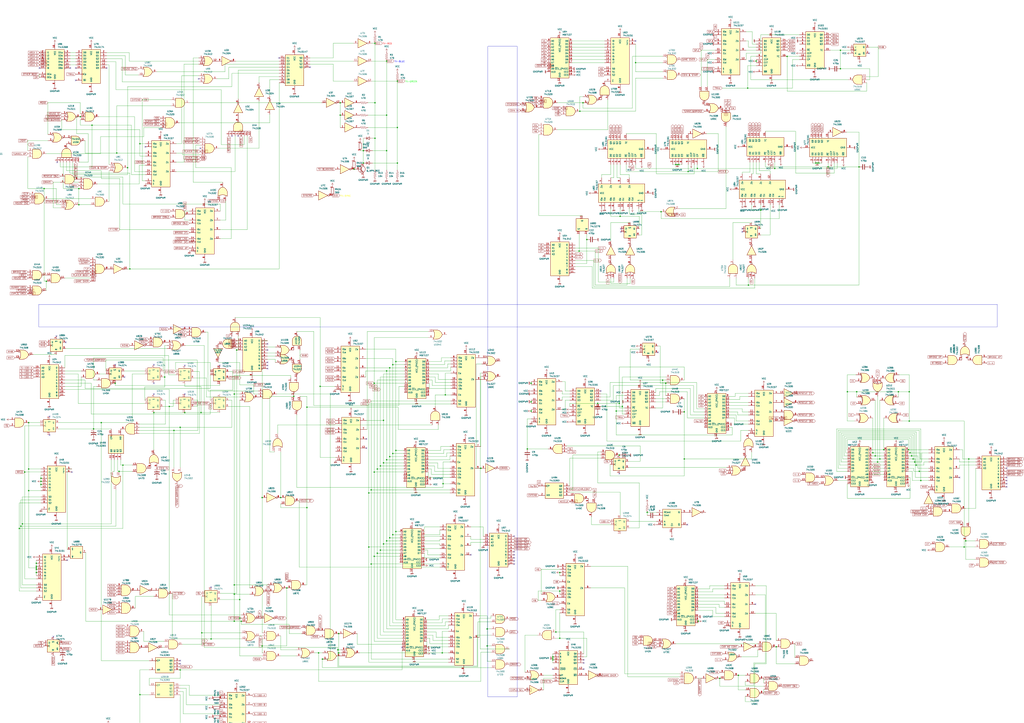
<source format=kicad_sch>
(kicad_sch (version 20230121) (generator eeschema)
  (paper "A1")
  (lib_symbols
    (symbol "74xx:74LS00" (pin_names (offset 1.016))
      (property "Reference" "U" (at 0 1.27 0))
      (property "Value" "74LS00" (at 0 -1.27 0))
      (symbol "74LS00_1_1"
        (pin input line (at -7.62 2.54 0) (length 3.81) (name "~") (number "1"))
        (pin input line (at -7.62 -2.54 0) (length 3.81) (name "~") (number "2"))
        (pin output inverted (at 7.62 0 180) (length 3.81) (name "~") (number "3"))
      )
      (symbol "74LS00_1_2"
        (pin input inverted (at -7.62 2.54 0) (length 4.318) (name "~") (number "1"))
        (pin input inverted (at -7.62 -2.54 0) (length 4.318) (name "~") (number "2"))
        (pin output line (at 7.62 0 180) (length 3.81) (name "~") (number "3"))
      )
      (symbol "74LS00_2_1"
        (pin input line (at -7.62 2.54 0) (length 3.81) (name "~") (number "4"))
        (pin input line (at -7.62 -2.54 0) (length 3.81) (name "~") (number "5"))
        (pin output inverted (at 7.62 0 180) (length 3.81) (name "~") (number "6"))
      )
      (symbol "74LS00_2_2"
        (pin input inverted (at -7.62 2.54 0) (length 4.318) (name "~") (number "4"))
        (pin input inverted (at -7.62 -2.54 0) (length 4.318) (name "~") (number "5"))
        (pin output line (at 7.62 0 180) (length 3.81) (name "~") (number "6"))
      )
      (symbol "74LS00_3_1"
        (pin input line (at -7.62 -2.54 0) (length 3.81) (name "~") (number "10"))
        (pin output inverted (at 7.62 0 180) (length 3.81) (name "~") (number "8"))
        (pin input line (at -7.62 2.54 0) (length 3.81) (name "~") (number "9"))
      )
      (symbol "74LS00_3_2"
        (pin input inverted (at -7.62 -2.54 0) (length 4.318) (name "~") (number "10"))
        (pin output line (at 7.62 0 180) (length 3.81) (name "~") (number "8"))
        (pin input inverted (at -7.62 2.54 0) (length 4.318) (name "~") (number "9"))
      )
      (symbol "74LS00_4_1"
        (pin output inverted (at 7.62 0 180) (length 3.81) (name "~") (number "11"))
        (pin input line (at -7.62 2.54 0) (length 3.81) (name "~") (number "12"))
        (pin input line (at -7.62 -2.54 0) (length 3.81) (name "~") (number "13"))
      )
      (symbol "74LS00_4_2"
        (pin output line (at 7.62 0 180) (length 3.81) (name "~") (number "11"))
        (pin input inverted (at -7.62 2.54 0) (length 4.318) (name "~") (number "12"))
        (pin input inverted (at -7.62 -2.54 0) (length 4.318) (name "~") (number "13"))
      )
      (symbol "74LS00_5_0"
        (pin power_in line (at 0 12.7 270) (length 5.08) (name "VCC") (number "14"))
        (pin power_in line (at 0 -12.7 90) (length 5.08) (name "GND") (number "7"))
      )
    )
    (symbol "74xx:74LS02" (pin_names (offset 1.016))
      (property "Reference" "U" (at 0 1.27 0))
      (property "Value" "74LS02" (at 0 -1.27 0))
      (symbol "74LS02_1_1"
        (pin output inverted (at 7.62 0 180) (length 3.81) (name "~") (number "1"))
        (pin input line (at -7.62 2.54 0) (length 4.318) (name "~") (number "2"))
        (pin input line (at -7.62 -2.54 0) (length 4.318) (name "~") (number "3"))
      )
      (symbol "74LS02_1_2"
        (pin output line (at 7.62 0 180) (length 3.81) (name "~") (number "1"))
        (pin input inverted (at -7.62 2.54 0) (length 3.81) (name "~") (number "2"))
        (pin input inverted (at -7.62 -2.54 0) (length 3.81) (name "~") (number "3"))
      )
      (symbol "74LS02_2_1"
        (pin output inverted (at 7.62 0 180) (length 3.81) (name "~") (number "4"))
        (pin input line (at -7.62 2.54 0) (length 4.318) (name "~") (number "5"))
        (pin input line (at -7.62 -2.54 0) (length 4.318) (name "~") (number "6"))
      )
      (symbol "74LS02_2_2"
        (pin output line (at 7.62 0 180) (length 3.81) (name "~") (number "4"))
        (pin input inverted (at -7.62 2.54 0) (length 3.81) (name "~") (number "5"))
        (pin input inverted (at -7.62 -2.54 0) (length 3.81) (name "~") (number "6"))
      )
      (symbol "74LS02_3_1"
        (pin output inverted (at 7.62 0 180) (length 3.81) (name "~") (number "10"))
        (pin input line (at -7.62 2.54 0) (length 4.318) (name "~") (number "8"))
        (pin input line (at -7.62 -2.54 0) (length 4.318) (name "~") (number "9"))
      )
      (symbol "74LS02_3_2"
        (pin output line (at 7.62 0 180) (length 3.81) (name "~") (number "10"))
        (pin input inverted (at -7.62 2.54 0) (length 3.81) (name "~") (number "8"))
        (pin input inverted (at -7.62 -2.54 0) (length 3.81) (name "~") (number "9"))
      )
      (symbol "74LS02_4_1"
        (pin input line (at -7.62 2.54 0) (length 4.318) (name "~") (number "11"))
        (pin input line (at -7.62 -2.54 0) (length 4.318) (name "~") (number "12"))
        (pin output inverted (at 7.62 0 180) (length 3.81) (name "~") (number "13"))
      )
      (symbol "74LS02_4_2"
        (pin input inverted (at -7.62 2.54 0) (length 3.81) (name "~") (number "11"))
        (pin input inverted (at -7.62 -2.54 0) (length 3.81) (name "~") (number "12"))
        (pin output line (at 7.62 0 180) (length 3.81) (name "~") (number "13"))
      )
      (symbol "74LS02_5_0"
        (pin power_in line (at 0 12.7 270) (length 5.08) (name "VCC") (number "14"))
        (pin power_in line (at 0 -12.7 90) (length 5.08) (name "GND") (number "7"))
      )
    )
    (symbol "74xx:74LS04"
      (property "Reference" "U" (at 0 1.27 0))
      (property "Value" "74LS04" (at 0 -1.27 0))
      (symbol "74LS04_1_0"
        (pin input line (at -7.62 0 0) (length 3.81) (name "~") (number "1"))
        (pin output inverted (at 7.62 0 180) (length 3.81) (name "~") (number "2"))
      )
      (symbol "74LS04_2_0"
        (pin input line (at -7.62 0 0) (length 3.81) (name "~") (number "3"))
        (pin output inverted (at 7.62 0 180) (length 3.81) (name "~") (number "4"))
      )
      (symbol "74LS04_3_0"
        (pin input line (at -7.62 0 0) (length 3.81) (name "~") (number "5"))
        (pin output inverted (at 7.62 0 180) (length 3.81) (name "~") (number "6"))
      )
      (symbol "74LS04_4_0"
        (pin output inverted (at 7.62 0 180) (length 3.81) (name "~") (number "8"))
        (pin input line (at -7.62 0 0) (length 3.81) (name "~") (number "9"))
      )
      (symbol "74LS04_5_0"
        (pin output inverted (at 7.62 0 180) (length 3.81) (name "~") (number "10"))
        (pin input line (at -7.62 0 0) (length 3.81) (name "~") (number "11"))
      )
      (symbol "74LS04_6_0"
        (pin output inverted (at 7.62 0 180) (length 3.81) (name "~") (number "12"))
        (pin input line (at -7.62 0 0) (length 3.81) (name "~") (number "13"))
      )
      (symbol "74LS04_7_0"
        (pin power_in line (at 0 12.7 270) (length 5.08) (name "VCC") (number "14"))
        (pin power_in line (at 0 -12.7 90) (length 5.08) (name "GND") (number "7"))
      )
    )
    (symbol "74xx:74LS06" (pin_names (offset 1.016))
      (property "Reference" "U" (at 0 1.27 0))
      (property "Value" "74LS06" (at 0 -1.27 0))
      (symbol "74LS06_1_0"
        (pin input line (at -7.62 0 0) (length 3.81) (name "~") (number "1"))
        (pin open_collector inverted (at 7.62 0 180) (length 3.81) (name "~") (number "2"))
      )
      (symbol "74LS06_2_0"
        (pin input line (at -7.62 0 0) (length 3.81) (name "~") (number "3"))
        (pin open_collector inverted (at 7.62 0 180) (length 3.81) (name "~") (number "4"))
      )
      (symbol "74LS06_3_0"
        (pin input line (at -7.62 0 0) (length 3.81) (name "~") (number "5"))
        (pin open_collector inverted (at 7.62 0 180) (length 3.81) (name "~") (number "6"))
      )
      (symbol "74LS06_4_0"
        (pin open_collector inverted (at 7.62 0 180) (length 3.81) (name "~") (number "8"))
        (pin input line (at -7.62 0 0) (length 3.81) (name "~") (number "9"))
      )
      (symbol "74LS06_5_0"
        (pin open_collector inverted (at 7.62 0 180) (length 3.81) (name "~") (number "10"))
        (pin input line (at -7.62 0 0) (length 3.81) (name "~") (number "11"))
      )
      (symbol "74LS06_6_0"
        (pin open_collector inverted (at 7.62 0 180) (length 3.81) (name "~") (number "12"))
        (pin input line (at -7.62 0 0) (length 3.81) (name "~") (number "13"))
      )
      (symbol "74LS06_7_0"
        (pin power_in line (at 0 12.7 270) (length 5.08) (name "VCC") (number "14"))
        (pin power_in line (at 0 -12.7 90) (length 5.08) (name "GND") (number "7"))
      )
    )
    (symbol "74xx:74LS07" (pin_names (offset 1.016))
      (property "Reference" "U" (at 0 1.27 0))
      (property "Value" "74LS07" (at 0 -1.27 0))
      (symbol "74LS07_1_0"
        (pin input line (at -7.62 0 0) (length 3.81) (name "~") (number "1"))
        (pin open_collector line (at 7.62 0 180) (length 3.81) (name "~") (number "2"))
      )
      (symbol "74LS07_2_0"
        (pin input line (at -7.62 0 0) (length 3.81) (name "~") (number "3"))
        (pin open_collector line (at 7.62 0 180) (length 3.81) (name "~") (number "4"))
      )
      (symbol "74LS07_3_0"
        (pin input line (at -7.62 0 0) (length 3.81) (name "~") (number "5"))
        (pin open_collector line (at 7.62 0 180) (length 3.81) (name "~") (number "6"))
      )
      (symbol "74LS07_4_0"
        (pin open_collector line (at 7.62 0 180) (length 3.81) (name "~") (number "8"))
        (pin input line (at -7.62 0 0) (length 3.81) (name "~") (number "9"))
      )
      (symbol "74LS07_5_0"
        (pin open_collector line (at 7.62 0 180) (length 3.81) (name "~") (number "10"))
        (pin input line (at -7.62 0 0) (length 3.81) (name "~") (number "11"))
      )
      (symbol "74LS07_6_0"
        (pin open_collector line (at 7.62 0 180) (length 3.81) (name "~") (number "12"))
        (pin input line (at -7.62 0 0) (length 3.81) (name "~") (number "13"))
      )
      (symbol "74LS07_7_0"
        (pin power_in line (at 0 12.7 270) (length 5.08) (name "VCC") (number "14"))
        (pin power_in line (at 0 -12.7 90) (length 5.08) (name "GND") (number "7"))
      )
    )
    (symbol "74xx:74LS08" (pin_names (offset 1.016))
      (property "Reference" "U" (at 0 1.27 0))
      (property "Value" "74LS08" (at 0 -1.27 0))
      (symbol "74LS08_1_1"
        (pin input line (at -7.62 2.54 0) (length 3.81) (name "~") (number "1"))
        (pin input line (at -7.62 -2.54 0) (length 3.81) (name "~") (number "2"))
        (pin output line (at 7.62 0 180) (length 3.81) (name "~") (number "3"))
      )
      (symbol "74LS08_1_2"
        (pin input inverted (at -7.62 2.54 0) (length 4.318) (name "~") (number "1"))
        (pin input inverted (at -7.62 -2.54 0) (length 4.318) (name "~") (number "2"))
        (pin output inverted (at 7.62 0 180) (length 3.81) (name "~") (number "3"))
      )
      (symbol "74LS08_2_1"
        (pin input line (at -7.62 2.54 0) (length 3.81) (name "~") (number "4"))
        (pin input line (at -7.62 -2.54 0) (length 3.81) (name "~") (number "5"))
        (pin output line (at 7.62 0 180) (length 3.81) (name "~") (number "6"))
      )
      (symbol "74LS08_2_2"
        (pin input inverted (at -7.62 2.54 0) (length 4.318) (name "~") (number "4"))
        (pin input inverted (at -7.62 -2.54 0) (length 4.318) (name "~") (number "5"))
        (pin output inverted (at 7.62 0 180) (length 3.81) (name "~") (number "6"))
      )
      (symbol "74LS08_3_1"
        (pin input line (at -7.62 -2.54 0) (length 3.81) (name "~") (number "10"))
        (pin output line (at 7.62 0 180) (length 3.81) (name "~") (number "8"))
        (pin input line (at -7.62 2.54 0) (length 3.81) (name "~") (number "9"))
      )
      (symbol "74LS08_3_2"
        (pin input inverted (at -7.62 -2.54 0) (length 4.318) (name "~") (number "10"))
        (pin output inverted (at 7.62 0 180) (length 3.81) (name "~") (number "8"))
        (pin input inverted (at -7.62 2.54 0) (length 4.318) (name "~") (number "9"))
      )
      (symbol "74LS08_4_1"
        (pin output line (at 7.62 0 180) (length 3.81) (name "~") (number "11"))
        (pin input line (at -7.62 2.54 0) (length 3.81) (name "~") (number "12"))
        (pin input line (at -7.62 -2.54 0) (length 3.81) (name "~") (number "13"))
      )
      (symbol "74LS08_4_2"
        (pin output inverted (at 7.62 0 180) (length 3.81) (name "~") (number "11"))
        (pin input inverted (at -7.62 2.54 0) (length 4.318) (name "~") (number "12"))
        (pin input inverted (at -7.62 -2.54 0) (length 4.318) (name "~") (number "13"))
      )
      (symbol "74LS08_5_0"
        (pin power_in line (at 0 12.7 270) (length 5.08) (name "VCC") (number "14"))
        (pin power_in line (at 0 -12.7 90) (length 5.08) (name "GND") (number "7"))
      )
    )
    (symbol "74xx:74LS09" (pin_names (offset 1.016))
      (property "Reference" "U" (at 0 1.27 0))
      (property "Value" "74LS09" (at 0 -1.27 0))
      (symbol "74LS09_1_1"
        (pin input line (at -7.62 2.54 0) (length 3.81) (name "~") (number "1"))
        (pin input line (at -7.62 -2.54 0) (length 3.81) (name "~") (number "2"))
        (pin open_collector line (at 7.62 0 180) (length 3.81) (name "~") (number "3"))
      )
      (symbol "74LS09_1_2"
        (pin input inverted (at -7.62 2.54 0) (length 4.318) (name "~") (number "1"))
        (pin input inverted (at -7.62 -2.54 0) (length 4.318) (name "~") (number "2"))
        (pin output inverted (at 7.62 0 180) (length 3.81) (name "~") (number "3"))
      )
      (symbol "74LS09_2_1"
        (pin input line (at -7.62 2.54 0) (length 3.81) (name "~") (number "4"))
        (pin input line (at -7.62 -2.54 0) (length 3.81) (name "~") (number "5"))
        (pin open_collector line (at 7.62 0 180) (length 3.81) (name "~") (number "6"))
      )
      (symbol "74LS09_2_2"
        (pin input inverted (at -7.62 2.54 0) (length 4.318) (name "~") (number "4"))
        (pin input inverted (at -7.62 -2.54 0) (length 4.318) (name "~") (number "5"))
        (pin output inverted (at 7.62 0 180) (length 3.81) (name "~") (number "6"))
      )
      (symbol "74LS09_3_1"
        (pin input line (at -7.62 -2.54 0) (length 3.81) (name "~") (number "10"))
        (pin open_collector line (at 7.62 0 180) (length 3.81) (name "~") (number "8"))
        (pin input line (at -7.62 2.54 0) (length 3.81) (name "~") (number "9"))
      )
      (symbol "74LS09_3_2"
        (pin input inverted (at -7.62 -2.54 0) (length 4.318) (name "~") (number "10"))
        (pin output inverted (at 7.62 0 180) (length 3.81) (name "~") (number "8"))
        (pin input inverted (at -7.62 2.54 0) (length 4.318) (name "~") (number "9"))
      )
      (symbol "74LS09_4_1"
        (pin open_collector line (at 7.62 0 180) (length 3.81) (name "~") (number "11"))
        (pin input line (at -7.62 2.54 0) (length 3.81) (name "~") (number "12"))
        (pin input line (at -7.62 -2.54 0) (length 3.81) (name "~") (number "13"))
      )
      (symbol "74LS09_4_2"
        (pin output inverted (at 7.62 0 180) (length 3.81) (name "~") (number "11"))
        (pin input inverted (at -7.62 2.54 0) (length 4.318) (name "~") (number "12"))
        (pin input inverted (at -7.62 -2.54 0) (length 4.318) (name "~") (number "13"))
      )
      (symbol "74LS09_5_0"
        (pin power_in line (at 0 12.7 270) (length 5.08) (name "VCC") (number "14"))
        (pin power_in line (at 0 -12.7 90) (length 5.08) (name "GND") (number "7"))
      )
    )
    (symbol "74xx:74LS10" (pin_names (offset 1.016))
      (property "Reference" "U" (at 0 1.27 0))
      (property "Value" "74LS10" (at 0 -1.27 0))
      (symbol "74LS10_1_1"
        (pin input line (at -7.62 2.54 0) (length 3.81) (name "~") (number "1"))
        (pin output inverted (at 7.62 0 180) (length 3.81) (name "~") (number "12"))
        (pin input line (at -7.62 -2.54 0) (length 3.81) (name "~") (number "13"))
        (pin input line (at -7.62 0 0) (length 3.81) (name "~") (number "2"))
      )
      (symbol "74LS10_1_2"
        (pin input inverted (at -7.62 2.54 0) (length 4.318) (name "~") (number "1"))
        (pin output line (at 7.62 0 180) (length 3.81) (name "~") (number "12"))
        (pin input inverted (at -7.62 -2.54 0) (length 4.318) (name "~") (number "13"))
        (pin input inverted (at -7.62 0 0) (length 4.953) (name "~") (number "2"))
      )
      (symbol "74LS10_2_1"
        (pin input line (at -7.62 2.54 0) (length 3.81) (name "~") (number "3"))
        (pin input line (at -7.62 0 0) (length 3.81) (name "~") (number "4"))
        (pin input line (at -7.62 -2.54 0) (length 3.81) (name "~") (number "5"))
        (pin output inverted (at 7.62 0 180) (length 3.81) (name "~") (number "6"))
      )
      (symbol "74LS10_2_2"
        (pin input inverted (at -7.62 2.54 0) (length 4.318) (name "~") (number "3"))
        (pin input inverted (at -7.62 0 0) (length 4.953) (name "~") (number "4"))
        (pin input inverted (at -7.62 -2.54 0) (length 4.318) (name "~") (number "5"))
        (pin output line (at 7.62 0 180) (length 3.81) (name "~") (number "6"))
      )
      (symbol "74LS10_3_1"
        (pin input line (at -7.62 0 0) (length 3.81) (name "~") (number "10"))
        (pin input line (at -7.62 -2.54 0) (length 3.81) (name "~") (number "11"))
        (pin output inverted (at 7.62 0 180) (length 3.81) (name "~") (number "8"))
        (pin input line (at -7.62 2.54 0) (length 3.81) (name "~") (number "9"))
      )
      (symbol "74LS10_3_2"
        (pin input inverted (at -7.62 0 0) (length 4.953) (name "~") (number "10"))
        (pin input inverted (at -7.62 -2.54 0) (length 4.318) (name "~") (number "11"))
        (pin output line (at 7.62 0 180) (length 3.81) (name "~") (number "8"))
        (pin input inverted (at -7.62 2.54 0) (length 4.318) (name "~") (number "9"))
      )
      (symbol "74LS10_4_0"
        (pin power_in line (at 0 12.7 270) (length 5.08) (name "VCC") (number "14"))
        (pin power_in line (at 0 -12.7 90) (length 5.08) (name "GND") (number "7"))
      )
    )
    (symbol "74xx:74LS107" (pin_names (offset 1.016))
      (property "Reference" "U" (at -7.62 8.89 0))
      (property "Value" "74LS107" (at -7.62 -8.89 0))
      (symbol "74LS107_1_0"
        (pin input line (at -7.62 2.54 0) (length 2.54) (name "J") (number "1"))
        (pin input clock (at -7.62 0 0) (length 2.54) (name "C") (number "12"))
        (pin input line (at 0 -7.62 90) (length 2.54) (name "~{R}") (number "13"))
        (pin output line (at 7.62 -2.54 180) (length 2.54) (name "~{Q}") (number "2"))
        (pin output line (at 7.62 2.54 180) (length 2.54) (name "Q") (number "3"))
        (pin input line (at -7.62 -2.54 0) (length 2.54) (name "K") (number "4"))
      )
      (symbol "74LS107_2_0"
        (pin input line (at 0 -7.62 90) (length 2.54) (name "~{R}") (number "10"))
        (pin input line (at -7.62 -2.54 0) (length 2.54) (name "K") (number "11"))
        (pin output line (at 7.62 2.54 180) (length 2.54) (name "Q") (number "5"))
        (pin output line (at 7.62 -2.54 180) (length 2.54) (name "~{Q}") (number "6"))
        (pin input line (at -7.62 2.54 0) (length 2.54) (name "J") (number "8"))
        (pin input clock (at -7.62 0 0) (length 2.54) (name "C") (number "9"))
      )
      (symbol "74LS107_3_0"
        (pin power_in line (at 0 10.16 270) (length 2.54) (name "VCC") (number "14"))
        (pin power_in line (at 0 -10.16 90) (length 2.54) (name "GND") (number "7"))
      )
    )
    (symbol "74xx:74LS11" (pin_names (offset 1.016))
      (property "Reference" "U" (at 0 1.27 0))
      (property "Value" "74LS11" (at 0 -1.27 0))
      (symbol "74LS11_1_1"
        (pin input line (at -7.62 2.54 0) (length 3.81) (name "~") (number "1"))
        (pin output line (at 7.62 0 180) (length 3.81) (name "~") (number "12"))
        (pin input line (at -7.62 -2.54 0) (length 3.81) (name "~") (number "13"))
        (pin input line (at -7.62 0 0) (length 3.81) (name "~") (number "2"))
      )
      (symbol "74LS11_1_2"
        (pin input inverted (at -7.62 2.54 0) (length 4.318) (name "~") (number "1"))
        (pin output inverted (at 7.62 0 180) (length 3.81) (name "~") (number "12"))
        (pin input inverted (at -7.62 -2.54 0) (length 4.318) (name "~") (number "13"))
        (pin input inverted (at -7.62 0 0) (length 4.953) (name "~") (number "2"))
      )
      (symbol "74LS11_2_1"
        (pin input line (at -7.62 2.54 0) (length 3.81) (name "~") (number "3"))
        (pin input line (at -7.62 0 0) (length 3.81) (name "~") (number "4"))
        (pin input line (at -7.62 -2.54 0) (length 3.81) (name "~") (number "5"))
        (pin output line (at 7.62 0 180) (length 3.81) (name "~") (number "6"))
      )
      (symbol "74LS11_2_2"
        (pin input inverted (at -7.62 2.54 0) (length 4.318) (name "~") (number "3"))
        (pin input inverted (at -7.62 0 0) (length 4.953) (name "~") (number "4"))
        (pin input inverted (at -7.62 -2.54 0) (length 4.318) (name "~") (number "5"))
        (pin output inverted (at 7.62 0 180) (length 3.81) (name "~") (number "6"))
      )
      (symbol "74LS11_3_1"
        (pin input line (at -7.62 0 0) (length 3.81) (name "~") (number "10"))
        (pin input line (at -7.62 -2.54 0) (length 3.81) (name "~") (number "11"))
        (pin output line (at 7.62 0 180) (length 3.81) (name "~") (number "8"))
        (pin input line (at -7.62 2.54 0) (length 3.81) (name "~") (number "9"))
      )
      (symbol "74LS11_3_2"
        (pin input inverted (at -7.62 0 0) (length 4.953) (name "~") (number "10"))
        (pin input inverted (at -7.62 -2.54 0) (length 4.318) (name "~") (number "11"))
        (pin output inverted (at 7.62 0 180) (length 3.81) (name "~") (number "8"))
        (pin input inverted (at -7.62 2.54 0) (length 4.318) (name "~") (number "9"))
      )
      (symbol "74LS11_4_0"
        (pin power_in line (at 0 12.7 270) (length 5.08) (name "VCC") (number "14"))
        (pin power_in line (at 0 -12.7 90) (length 5.08) (name "GND") (number "7"))
      )
    )
    (symbol "74xx:74LS12" (pin_names (offset 1.016))
      (property "Reference" "U" (at 0 1.27 0))
      (property "Value" "74LS12" (at 0 -1.27 0))
      (symbol "74LS12_1_1"
        (pin input line (at -7.62 2.54 0) (length 3.81) (name "~") (number "1"))
        (pin open_collector inverted (at 7.62 0 180) (length 3.81) (name "~") (number "12"))
        (pin input line (at -7.62 -2.54 0) (length 3.81) (name "~") (number "13"))
        (pin input line (at -7.62 0 0) (length 3.81) (name "~") (number "2"))
      )
      (symbol "74LS12_1_2"
        (pin input inverted (at -7.62 2.54 0) (length 4.318) (name "~") (number "1"))
        (pin open_collector line (at 7.62 0 180) (length 3.81) (name "~") (number "12"))
        (pin input inverted (at -7.62 -2.54 0) (length 4.318) (name "~") (number "13"))
        (pin input inverted (at -7.62 0 0) (length 4.953) (name "~") (number "2"))
      )
      (symbol "74LS12_2_1"
        (pin input line (at -7.62 2.54 0) (length 3.81) (name "~") (number "3"))
        (pin input line (at -7.62 0 0) (length 3.81) (name "~") (number "4"))
        (pin input line (at -7.62 -2.54 0) (length 3.81) (name "~") (number "5"))
        (pin open_collector inverted (at 7.62 0 180) (length 3.81) (name "~") (number "6"))
      )
      (symbol "74LS12_2_2"
        (pin input inverted (at -7.62 2.54 0) (length 4.318) (name "~") (number "3"))
        (pin input inverted (at -7.62 0 0) (length 4.953) (name "~") (number "4"))
        (pin input inverted (at -7.62 -2.54 0) (length 4.318) (name "~") (number "5"))
        (pin open_collector line (at 7.62 0 180) (length 3.81) (name "~") (number "6"))
      )
      (symbol "74LS12_3_1"
        (pin input line (at -7.62 0 0) (length 3.81) (name "~") (number "10"))
        (pin input line (at -7.62 -2.54 0) (length 3.81) (name "~") (number "11"))
        (pin open_collector inverted (at 7.62 0 180) (length 3.81) (name "~") (number "8"))
        (pin input line (at -7.62 2.54 0) (length 3.81) (name "~") (number "9"))
      )
      (symbol "74LS12_3_2"
        (pin input inverted (at -7.62 0 0) (length 4.953) (name "~") (number "10"))
        (pin input inverted (at -7.62 -2.54 0) (length 4.318) (name "~") (number "11"))
        (pin open_collector line (at 7.62 0 180) (length 3.81) (name "~") (number "8"))
        (pin input inverted (at -7.62 2.54 0) (length 4.318) (name "~") (number "9"))
      )
      (symbol "74LS12_4_0"
        (pin power_in line (at 0 12.7 270) (length 5.08) (name "VCC") (number "14"))
        (pin power_in line (at 0 -12.7 90) (length 5.08) (name "GND") (number "7"))
      )
    )
    (symbol "74xx:74LS123" (pin_names (offset 1.016))
      (property "Reference" "U" (at -7.62 8.89 0))
      (property "Value" "74LS123" (at -7.62 -8.89 0))
      (symbol "74LS123_1_0"
        (pin input inverted (at -12.7 -2.54 0) (length 5.08) (name "A") (number "1"))
        (pin output line (at 12.7 5.08 180) (length 5.08) (name "Q") (number "13"))
        (pin input line (at -12.7 2.54 0) (length 5.08) (name "Cext") (number "14"))
        (pin input line (at -12.7 5.08 0) (length 5.08) (name "RCext") (number "15"))
        (pin input line (at -12.7 -5.08 0) (length 5.08) (name "B") (number "2"))
        (pin input inverted (at 0 -12.7 90) (length 5.08) (name "Clr") (number "3"))
        (pin output line (at 12.7 -5.08 180) (length 5.08) (name "~{Q}") (number "4"))
      )
      (symbol "74LS123_2_0"
        (pin input line (at -12.7 -5.08 0) (length 5.08) (name "B") (number "10"))
        (pin input inverted (at 0 -12.7 90) (length 5.08) (name "Clr") (number "11"))
        (pin output line (at 12.7 -5.08 180) (length 5.08) (name "~{Q}") (number "12"))
        (pin output line (at 12.7 5.08 180) (length 5.08) (name "Q") (number "5"))
        (pin input line (at -12.7 2.54 0) (length 5.08) (name "Cext") (number "6"))
        (pin input line (at -12.7 5.08 0) (length 5.08) (name "RCext") (number "7"))
        (pin input inverted (at -12.7 -2.54 0) (length 5.08) (name "A") (number "9"))
      )
      (symbol "74LS123_3_0"
        (pin power_in line (at 0 12.7 270) (length 5.08) (name "VCC") (number "16"))
        (pin power_in line (at 0 -12.7 90) (length 5.08) (name "GND") (number "8"))
      )
    )
    (symbol "74xx:74LS147" (pin_names (offset 1.016))
      (property "Reference" "U" (at -7.62 13.97 0))
      (property "Value" "74LS147" (at -7.62 -13.97 0))
      (symbol "74LS147_1_0"
        (pin input inverted (at -12.7 2.54 0) (length 5.08) (name "E4") (number "1"))
        (pin input inverted (at -12.7 -10.16 0) (length 5.08) (name "E9") (number "10"))
        (pin input inverted (at -12.7 10.16 0) (length 5.08) (name "E1") (number "11"))
        (pin input inverted (at -12.7 7.62 0) (length 5.08) (name "E2") (number "12"))
        (pin input inverted (at -12.7 5.08 0) (length 5.08) (name "E3") (number "13"))
        (pin output inverted (at 12.7 2.54 180) (length 5.08) (name "S3") (number "14"))
        (pin power_in line (at 0 17.78 270) (length 5.08) (name "VCC") (number "16"))
        (pin input inverted (at -12.7 0 0) (length 5.08) (name "E5") (number "2"))
        (pin input inverted (at -12.7 -2.54 0) (length 5.08) (name "E6") (number "3"))
        (pin input inverted (at -12.7 -5.08 0) (length 5.08) (name "E7") (number "4"))
        (pin input inverted (at -12.7 -7.62 0) (length 5.08) (name "E8") (number "5"))
        (pin output inverted (at 12.7 5.08 180) (length 5.08) (name "S2") (number "6"))
        (pin output inverted (at 12.7 7.62 180) (length 5.08) (name "S1") (number "7"))
        (pin power_in line (at 0 -17.78 90) (length 5.08) (name "GND") (number "8"))
        (pin output inverted (at 12.7 10.16 180) (length 5.08) (name "S0") (number "9"))
      )
    )
    (symbol "74xx:74LS151" (pin_names (offset 1.016))
      (property "Reference" "U" (at -7.62 19.05 0))
      (property "Value" "74LS151" (at -7.62 -21.59 0))
      (symbol "74LS151_1_0"
        (pin input line (at -12.7 7.62 0) (length 5.08) (name "I3") (number "1"))
        (pin input line (at -12.7 -10.16 0) (length 5.08) (name "S1") (number "10"))
        (pin input line (at -12.7 -7.62 0) (length 5.08) (name "S0") (number "11"))
        (pin input line (at -12.7 -2.54 0) (length 5.08) (name "I7") (number "12"))
        (pin input line (at -12.7 0 0) (length 5.08) (name "I6") (number "13"))
        (pin input line (at -12.7 2.54 0) (length 5.08) (name "I5") (number "14"))
        (pin input line (at -12.7 5.08 0) (length 5.08) (name "I4") (number "15"))
        (pin power_in line (at 0 22.86 270) (length 5.08) (name "VCC") (number "16"))
        (pin input line (at -12.7 10.16 0) (length 5.08) (name "I2") (number "2"))
        (pin input line (at -12.7 12.7 0) (length 5.08) (name "I1") (number "3"))
        (pin input line (at -12.7 15.24 0) (length 5.08) (name "I0") (number "4"))
        (pin output line (at 12.7 15.24 180) (length 5.08) (name "Z") (number "5"))
        (pin output line (at 12.7 12.7 180) (length 5.08) (name "~{Z}") (number "6"))
        (pin input line (at -12.7 -17.78 0) (length 5.08) (name "~{E}") (number "7"))
        (pin power_in line (at 0 -25.4 90) (length 5.08) (name "GND") (number "8"))
        (pin input line (at -12.7 -12.7 0) (length 5.08) (name "S2") (number "9"))
      )
    )
    (symbol "74xx:74LS153" (pin_names (offset 1.016))
      (property "Reference" "U" (at -7.62 21.59 0))
      (property "Value" "74LS153" (at -7.62 -24.13 0))
      (symbol "74LS153_1_0"
        (pin input inverted (at -12.7 5.08 0) (length 5.08) (name "Ea") (number "1"))
        (pin input line (at -12.7 0 0) (length 5.08) (name "I0b") (number "10"))
        (pin input line (at -12.7 -2.54 0) (length 5.08) (name "I1b") (number "11"))
        (pin input line (at -12.7 -5.08 0) (length 5.08) (name "I2b") (number "12"))
        (pin input line (at -12.7 -7.62 0) (length 5.08) (name "I3b") (number "13"))
        (pin input line (at -12.7 -17.78 0) (length 5.08) (name "S0") (number "14"))
        (pin input inverted (at -12.7 -12.7 0) (length 5.08) (name "Eb") (number "15"))
        (pin power_in line (at 0 25.4 270) (length 5.08) (name "VCC") (number "16"))
        (pin input line (at -12.7 -20.32 0) (length 5.08) (name "S1") (number "2"))
        (pin input line (at -12.7 10.16 0) (length 5.08) (name "I3a") (number "3"))
        (pin input line (at -12.7 12.7 0) (length 5.08) (name "I2a") (number "4"))
        (pin input line (at -12.7 15.24 0) (length 5.08) (name "I1a") (number "5"))
        (pin input line (at -12.7 17.78 0) (length 5.08) (name "I0a") (number "6"))
        (pin output line (at 12.7 17.78 180) (length 5.08) (name "Za") (number "7"))
        (pin power_in line (at 0 -27.94 90) (length 5.08) (name "GND") (number "8"))
        (pin output line (at 12.7 0 180) (length 5.08) (name "Zb") (number "9"))
      )
    )
    (symbol "74xx:74LS157" (pin_names (offset 1.016))
      (property "Reference" "U" (at -7.62 19.05 0))
      (property "Value" "74LS157" (at -7.62 -21.59 0))
      (symbol "74LS157_1_0"
        (pin input line (at -12.7 -15.24 0) (length 5.08) (name "S") (number "1"))
        (pin input line (at -12.7 -2.54 0) (length 5.08) (name "I1c") (number "10"))
        (pin input line (at -12.7 0 0) (length 5.08) (name "I0c") (number "11"))
        (pin output line (at 12.7 -7.62 180) (length 5.08) (name "Zd") (number "12"))
        (pin input line (at -12.7 -10.16 0) (length 5.08) (name "I1d") (number "13"))
        (pin input line (at -12.7 -7.62 0) (length 5.08) (name "I0d") (number "14"))
        (pin input inverted (at -12.7 -17.78 0) (length 5.08) (name "E") (number "15"))
        (pin power_in line (at 0 22.86 270) (length 5.08) (name "VCC") (number "16"))
        (pin input line (at -12.7 15.24 0) (length 5.08) (name "I0a") (number "2"))
        (pin input line (at -12.7 12.7 0) (length 5.08) (name "I1a") (number "3"))
        (pin output line (at 12.7 15.24 180) (length 5.08) (name "Za") (number "4"))
        (pin input line (at -12.7 7.62 0) (length 5.08) (name "I0b") (number "5"))
        (pin input line (at -12.7 5.08 0) (length 5.08) (name "I1b") (number "6"))
        (pin output line (at 12.7 7.62 180) (length 5.08) (name "Zb") (number "7"))
        (pin power_in line (at 0 -25.4 90) (length 5.08) (name "GND") (number "8"))
        (pin output line (at 12.7 0 180) (length 5.08) (name "Zc") (number "9"))
      )
    )
    (symbol "74xx:74LS161" (pin_names (offset 1.016))
      (property "Reference" "U" (at -7.62 16.51 0))
      (property "Value" "74LS161" (at -7.62 -16.51 0))
      (symbol "74LS161_1_0"
        (pin input line (at -12.7 -12.7 0) (length 5.08) (name "~{MR}") (number "1"))
        (pin input line (at -12.7 -5.08 0) (length 5.08) (name "CET") (number "10"))
        (pin output line (at 12.7 5.08 180) (length 5.08) (name "Q3") (number "11"))
        (pin output line (at 12.7 7.62 180) (length 5.08) (name "Q2") (number "12"))
        (pin output line (at 12.7 10.16 180) (length 5.08) (name "Q1") (number "13"))
        (pin output line (at 12.7 12.7 180) (length 5.08) (name "Q0") (number "14"))
        (pin output line (at 12.7 0 180) (length 5.08) (name "TC") (number "15"))
        (pin power_in line (at 0 20.32 270) (length 5.08) (name "VCC") (number "16"))
        (pin input line (at -12.7 -7.62 0) (length 5.08) (name "CP") (number "2"))
        (pin input line (at -12.7 12.7 0) (length 5.08) (name "D0") (number "3"))
        (pin input line (at -12.7 10.16 0) (length 5.08) (name "D1") (number "4"))
        (pin input line (at -12.7 7.62 0) (length 5.08) (name "D2") (number "5"))
        (pin input line (at -12.7 5.08 0) (length 5.08) (name "D3") (number "6"))
        (pin input line (at -12.7 -2.54 0) (length 5.08) (name "CEP") (number "7"))
        (pin power_in line (at 0 -20.32 90) (length 5.08) (name "GND") (number "8"))
        (pin input line (at -12.7 0 0) (length 5.08) (name "~{PE}") (number "9"))
      )
    )
    (symbol "74xx:74LS174" (pin_names (offset 1.016))
      (property "Reference" "U" (at -7.62 13.97 0))
      (property "Value" "74LS174" (at -7.62 -16.51 0))
      (symbol "74LS174_1_0"
        (pin input line (at -12.7 -12.7 0) (length 5.08) (name "~{Mr}") (number "1"))
        (pin output line (at 12.7 2.54 180) (length 5.08) (name "Q3") (number "10"))
        (pin input line (at -12.7 2.54 0) (length 5.08) (name "D3") (number "11"))
        (pin output line (at 12.7 0 180) (length 5.08) (name "Q4") (number "12"))
        (pin input line (at -12.7 0 0) (length 5.08) (name "D4") (number "13"))
        (pin input line (at -12.7 -2.54 0) (length 5.08) (name "D5") (number "14"))
        (pin output line (at 12.7 -2.54 180) (length 5.08) (name "Q5") (number "15"))
        (pin power_in line (at 0 17.78 270) (length 5.08) (name "VCC") (number "16"))
        (pin output line (at 12.7 10.16 180) (length 5.08) (name "Q0") (number "2"))
        (pin input line (at -12.7 10.16 0) (length 5.08) (name "D0") (number "3"))
        (pin input line (at -12.7 7.62 0) (length 5.08) (name "D1") (number "4"))
        (pin output line (at 12.7 7.62 180) (length 5.08) (name "Q1") (number "5"))
        (pin input line (at -12.7 5.08 0) (length 5.08) (name "D2") (number "6"))
        (pin output line (at 12.7 5.08 180) (length 5.08) (name "Q2") (number "7"))
        (pin power_in line (at 0 -20.32 90) (length 5.08) (name "GND") (number "8"))
        (pin input clock (at -12.7 -7.62 0) (length 5.08) (name "Cp") (number "9"))
      )
    )
    (symbol "74xx:74LS193"
      (property "Reference" "U" (at -7.62 13.97 0))
      (property "Value" "74LS193" (at 5.08 13.97 0))
      (symbol "74LS193_1_0"
        (pin input line (at -12.7 7.62 0) (length 5.08) (name "B") (number "1"))
        (pin input line (at -12.7 5.08 0) (length 5.08) (name "C") (number "10"))
        (pin input line (at -12.7 -2.54 0) (length 5.08) (name "~{LOAD}") (number "11"))
        (pin output line (at 12.7 -2.54 180) (length 5.08) (name "~{CO}") (number "12"))
        (pin output line (at 12.7 -7.62 180) (length 5.08) (name "~{BO}") (number "13"))
        (pin input line (at -12.7 -12.7 0) (length 5.08) (name "CLR") (number "14"))
        (pin input line (at -12.7 10.16 0) (length 5.08) (name "A") (number "15"))
        (pin power_in line (at 0 17.78 270) (length 5.08) (name "VCC") (number "16"))
        (pin output line (at 12.7 7.62 180) (length 5.08) (name "QB") (number "2"))
        (pin output line (at 12.7 10.16 180) (length 5.08) (name "QA") (number "3"))
        (pin input clock (at -12.7 -10.16 0) (length 5.08) (name "DOWN") (number "4"))
        (pin input clock (at -12.7 -7.62 0) (length 5.08) (name "UP") (number "5"))
        (pin output line (at 12.7 5.08 180) (length 5.08) (name "QC") (number "6"))
        (pin output line (at 12.7 2.54 180) (length 5.08) (name "QD") (number "7"))
        (pin power_in line (at 0 -20.32 90) (length 5.08) (name "GND") (number "8"))
        (pin input line (at -12.7 2.54 0) (length 5.08) (name "D") (number "9"))
      )
    )
    (symbol "74xx:74LS20" (pin_names (offset 1.016))
      (property "Reference" "U" (at 0 1.27 0))
      (property "Value" "74LS20" (at 0 -1.27 0))
      (symbol "74LS20_1_1"
        (pin input line (at -7.62 3.81 0) (length 3.81) (name "~") (number "1"))
        (pin input line (at -7.62 1.27 0) (length 3.81) (name "~") (number "2"))
        (pin input line (at -7.62 -1.27 0) (length 3.81) (name "~") (number "4"))
        (pin input line (at -7.62 -3.81 0) (length 3.81) (name "~") (number "5"))
        (pin output inverted (at 7.62 0 180) (length 3.81) (name "~") (number "6"))
      )
      (symbol "74LS20_1_2"
        (pin input inverted (at -7.62 3.81 0) (length 3.81) (name "~") (number "1"))
        (pin input inverted (at -7.62 1.27 0) (length 4.826) (name "~") (number "2"))
        (pin input inverted (at -7.62 -1.27 0) (length 4.826) (name "~") (number "4"))
        (pin input inverted (at -7.62 -3.81 0) (length 3.81) (name "~") (number "5"))
        (pin output line (at 7.62 0 180) (length 3.81) (name "~") (number "6"))
      )
      (symbol "74LS20_2_1"
        (pin input line (at -7.62 1.27 0) (length 3.81) (name "~") (number "10"))
        (pin input line (at -7.62 -1.27 0) (length 3.81) (name "~") (number "12"))
        (pin input line (at -7.62 -3.81 0) (length 3.81) (name "~") (number "13"))
        (pin output inverted (at 7.62 0 180) (length 3.81) (name "~") (number "8"))
        (pin input line (at -7.62 3.81 0) (length 3.81) (name "~") (number "9"))
      )
      (symbol "74LS20_2_2"
        (pin input inverted (at -7.62 1.27 0) (length 4.826) (name "~") (number "10"))
        (pin input inverted (at -7.62 -1.27 0) (length 4.826) (name "~") (number "12"))
        (pin input inverted (at -7.62 -3.81 0) (length 3.81) (name "~") (number "13"))
        (pin output line (at 7.62 0 180) (length 3.81) (name "~") (number "8"))
        (pin input inverted (at -7.62 3.81 0) (length 3.81) (name "~") (number "9"))
      )
      (symbol "74LS20_3_0"
        (pin power_in line (at 0 12.7 270) (length 5.08) (name "VCC") (number "14"))
        (pin power_in line (at 0 -12.7 90) (length 5.08) (name "GND") (number "7"))
      )
    )
    (symbol "74xx:74LS21" (pin_names (offset 1.016))
      (property "Reference" "U" (at 0 1.27 0))
      (property "Value" "74LS21" (at 0 -1.27 0))
      (symbol "74LS21_1_1"
        (pin input line (at -7.62 3.81 0) (length 3.81) (name "~") (number "1"))
        (pin input line (at -7.62 1.27 0) (length 3.81) (name "~") (number "2"))
        (pin input line (at -7.62 -1.27 0) (length 3.81) (name "~") (number "4"))
        (pin input line (at -7.62 -3.81 0) (length 3.81) (name "~") (number "5"))
        (pin output line (at 7.62 0 180) (length 3.81) (name "~") (number "6"))
      )
      (symbol "74LS21_1_2"
        (pin input inverted (at -7.62 3.81 0) (length 3.81) (name "~") (number "1"))
        (pin input inverted (at -7.62 1.27 0) (length 4.826) (name "~") (number "2"))
        (pin input inverted (at -7.62 -1.27 0) (length 4.826) (name "~") (number "4"))
        (pin input inverted (at -7.62 -3.81 0) (length 3.81) (name "~") (number "5"))
        (pin output inverted (at 7.62 0 180) (length 3.81) (name "~") (number "6"))
      )
      (symbol "74LS21_2_1"
        (pin input line (at -7.62 1.27 0) (length 3.81) (name "~") (number "10"))
        (pin input line (at -7.62 -1.27 0) (length 3.81) (name "~") (number "12"))
        (pin input line (at -7.62 -3.81 0) (length 3.81) (name "~") (number "13"))
        (pin output line (at 7.62 0 180) (length 3.81) (name "~") (number "8"))
        (pin input line (at -7.62 3.81 0) (length 3.81) (name "~") (number "9"))
      )
      (symbol "74LS21_2_2"
        (pin input inverted (at -7.62 1.27 0) (length 4.826) (name "~") (number "10"))
        (pin input inverted (at -7.62 -1.27 0) (length 4.826) (name "~") (number "12"))
        (pin input inverted (at -7.62 -3.81 0) (length 3.81) (name "~") (number "13"))
        (pin output inverted (at 7.62 0 180) (length 3.81) (name "~") (number "8"))
        (pin input inverted (at -7.62 3.81 0) (length 3.81) (name "~") (number "9"))
      )
      (symbol "74LS21_3_0"
        (pin power_in line (at 0 12.7 270) (length 5.08) (name "VCC") (number "14"))
        (pin power_in line (at 0 -12.7 90) (length 5.08) (name "GND") (number "7"))
      )
    )
    (symbol "74xx:74LS27" (pin_names (offset 1.016))
      (property "Reference" "U" (at 0 1.27 0))
      (property "Value" "74LS27" (at 0 -1.27 0))
      (symbol "74LS27_1_1"
        (pin input line (at -7.62 2.54 0) (length 4.318) (name "~") (number "1"))
        (pin output inverted (at 7.62 0 180) (length 3.81) (name "~") (number "12"))
        (pin input line (at -7.62 -2.54 0) (length 4.318) (name "~") (number "13"))
        (pin input line (at -7.62 0 0) (length 4.953) (name "~") (number "2"))
      )
      (symbol "74LS27_1_2"
        (pin input inverted (at -7.62 2.54 0) (length 3.81) (name "~") (number "1"))
        (pin output line (at 7.62 0 180) (length 3.81) (name "~") (number "12"))
        (pin input inverted (at -7.62 -2.54 0) (length 3.81) (name "~") (number "13"))
        (pin input inverted (at -7.62 0 0) (length 3.81) (name "~") (number "2"))
      )
      (symbol "74LS27_2_1"
        (pin input line (at -7.62 2.54 0) (length 4.318) (name "~") (number "3"))
        (pin input line (at -7.62 0 0) (length 4.953) (name "~") (number "4"))
        (pin input line (at -7.62 -2.54 0) (length 4.318) (name "~") (number "5"))
        (pin output inverted (at 7.62 0 180) (length 3.81) (name "~") (number "6"))
      )
      (symbol "74LS27_2_2"
        (pin input inverted (at -7.62 2.54 0) (length 3.81) (name "~") (number "3"))
        (pin input inverted (at -7.62 0 0) (length 3.81) (name "~") (number "4"))
        (pin input inverted (at -7.62 -2.54 0) (length 3.81) (name "~") (number "5"))
        (pin output line (at 7.62 0 180) (length 3.81) (name "~") (number "6"))
      )
      (symbol "74LS27_3_1"
        (pin input line (at -7.62 0 0) (length 4.953) (name "~") (number "10"))
        (pin input line (at -7.62 -2.54 0) (length 4.318) (name "~") (number "11"))
        (pin output inverted (at 7.62 0 180) (length 3.81) (name "~") (number "8"))
        (pin input line (at -7.62 2.54 0) (length 4.318) (name "~") (number "9"))
      )
      (symbol "74LS27_3_2"
        (pin input inverted (at -7.62 0 0) (length 3.81) (name "~") (number "10"))
        (pin input inverted (at -7.62 -2.54 0) (length 3.81) (name "~") (number "11"))
        (pin output line (at 7.62 0 180) (length 3.81) (name "~") (number "8"))
        (pin input inverted (at -7.62 2.54 0) (length 3.81) (name "~") (number "9"))
      )
      (symbol "74LS27_4_0"
        (pin power_in line (at 0 12.7 270) (length 5.08) (name "VCC") (number "14"))
        (pin power_in line (at 0 -12.7 90) (length 5.08) (name "GND") (number "7"))
      )
    )
    (symbol "74xx:74LS30" (pin_names (offset 1.016))
      (property "Reference" "U" (at 0 1.27 0))
      (property "Value" "74LS30" (at 0 -1.27 0))
      (symbol "74LS30_1_1"
        (pin input line (at -7.62 7.62 0) (length 3.81) (name "~") (number "1"))
        (pin input line (at -7.62 -7.62 0) (length 3.81) (name "~") (number "11"))
        (pin input line (at -7.62 -10.16 0) (length 3.81) (name "~") (number "12"))
        (pin input line (at -7.62 5.08 0) (length 3.81) (name "~") (number "2"))
        (pin input line (at -7.62 2.54 0) (length 3.81) (name "~") (number "3"))
        (pin input line (at -7.62 0 0) (length 3.81) (name "~") (number "4"))
        (pin input line (at -7.62 -2.54 0) (length 3.81) (name "~") (number "5"))
        (pin input line (at -7.62 -5.08 0) (length 3.81) (name "~") (number "6"))
        (pin output inverted (at 7.62 0 180) (length 3.81) (name "~") (number "8"))
      )
      (symbol "74LS30_1_2"
        (pin input inverted (at -7.62 7.62 0) (length 3.81) (name "~") (number "1"))
        (pin input inverted (at -7.62 -7.62 0) (length 3.81) (name "~") (number "11"))
        (pin input inverted (at -7.62 -10.16 0) (length 3.81) (name "~") (number "12"))
        (pin input inverted (at -7.62 5.08 0) (length 3.81) (name "~") (number "2"))
        (pin input inverted (at -7.62 2.54 0) (length 4.5466) (name "~") (number "3"))
        (pin input inverted (at -7.62 0 0) (length 5.08) (name "~") (number "4"))
        (pin input inverted (at -7.62 -2.54 0) (length 4.5466) (name "~") (number "5"))
        (pin input inverted (at -7.62 -5.08 0) (length 3.81) (name "~") (number "6"))
        (pin output line (at 7.62 0 180) (length 3.81) (name "~") (number "8"))
      )
      (symbol "74LS30_2_0"
        (pin power_in line (at 0 12.7 270) (length 5.08) (name "VCC") (number "14"))
        (pin power_in line (at 0 -12.7 90) (length 5.08) (name "GND") (number "7"))
      )
    )
    (symbol "74xx:74LS32" (pin_names (offset 1.016))
      (property "Reference" "U" (at 0 1.27 0))
      (property "Value" "74LS32" (at 0 -1.27 0))
      (symbol "74LS32_1_1"
        (pin input line (at -7.62 2.54 0) (length 4.318) (name "~") (number "1"))
        (pin input line (at -7.62 -2.54 0) (length 4.318) (name "~") (number "2"))
        (pin output line (at 7.62 0 180) (length 3.81) (name "~") (number "3"))
      )
      (symbol "74LS32_1_2"
        (pin input inverted (at -7.62 2.54 0) (length 3.81) (name "~") (number "1"))
        (pin input inverted (at -7.62 -2.54 0) (length 3.81) (name "~") (number "2"))
        (pin output inverted (at 7.62 0 180) (length 3.81) (name "~") (number "3"))
      )
      (symbol "74LS32_2_1"
        (pin input line (at -7.62 2.54 0) (length 4.318) (name "~") (number "4"))
        (pin input line (at -7.62 -2.54 0) (length 4.318) (name "~") (number "5"))
        (pin output line (at 7.62 0 180) (length 3.81) (name "~") (number "6"))
      )
      (symbol "74LS32_2_2"
        (pin input inverted (at -7.62 2.54 0) (length 3.81) (name "~") (number "4"))
        (pin input inverted (at -7.62 -2.54 0) (length 3.81) (name "~") (number "5"))
        (pin output inverted (at 7.62 0 180) (length 3.81) (name "~") (number "6"))
      )
      (symbol "74LS32_3_1"
        (pin input line (at -7.62 -2.54 0) (length 4.318) (name "~") (number "10"))
        (pin output line (at 7.62 0 180) (length 3.81) (name "~") (number "8"))
        (pin input line (at -7.62 2.54 0) (length 4.318) (name "~") (number "9"))
      )
      (symbol "74LS32_3_2"
        (pin input inverted (at -7.62 -2.54 0) (length 3.81) (name "~") (number "10"))
        (pin output inverted (at 7.62 0 180) (length 3.81) (name "~") (number "8"))
        (pin input inverted (at -7.62 2.54 0) (length 3.81) (name "~") (number "9"))
      )
      (symbol "74LS32_4_1"
        (pin output line (at 7.62 0 180) (length 3.81) (name "~") (number "11"))
        (pin input line (at -7.62 2.54 0) (length 4.318) (name "~") (number "12"))
        (pin input line (at -7.62 -2.54 0) (length 4.318) (name "~") (number "13"))
      )
      (symbol "74LS32_4_2"
        (pin output inverted (at 7.62 0 180) (length 3.81) (name "~") (number "11"))
        (pin input inverted (at -7.62 2.54 0) (length 3.81) (name "~") (number "12"))
        (pin input inverted (at -7.62 -2.54 0) (length 3.81) (name "~") (number "13"))
      )
      (symbol "74LS32_5_0"
        (pin power_in line (at 0 12.7 270) (length 5.08) (name "VCC") (number "14"))
        (pin power_in line (at 0 -12.7 90) (length 5.08) (name "GND") (number "7"))
      )
    )
    (symbol "74xx:74LS368" (pin_names (offset 1.016))
      (property "Reference" "U" (at -7.62 13.97 0))
      (property "Value" "74LS368" (at -7.62 -13.97 0))
      (symbol "74LS368_1_0"
        (pin input inverted (at -12.7 -7.62 0) (length 5.08) (name "OEa") (number "1"))
        (pin input line (at -12.7 2.54 0) (length 5.08) (name "I4") (number "10"))
        (pin tri_state inverted (at 12.7 0 180) (length 5.08) (name "O5b") (number "11"))
        (pin input line (at -12.7 0 0) (length 5.08) (name "I5") (number "12"))
        (pin tri_state inverted (at 12.7 -2.54 180) (length 5.08) (name "O6b") (number "13"))
        (pin input line (at -12.7 -2.54 0) (length 5.08) (name "I6") (number "14"))
        (pin input inverted (at -12.7 -10.16 0) (length 5.08) (name "OEb") (number "15"))
        (pin power_in line (at 0 17.78 270) (length 5.08) (name "VCC") (number "16"))
        (pin input line (at -12.7 10.16 0) (length 5.08) (name "I1") (number "2"))
        (pin tri_state inverted (at 12.7 10.16 180) (length 5.08) (name "O1a") (number "3"))
        (pin input line (at -12.7 7.62 0) (length 5.08) (name "I2") (number "4"))
        (pin tri_state inverted (at 12.7 7.62 180) (length 5.08) (name "O2a") (number "5"))
        (pin input line (at -12.7 5.08 0) (length 5.08) (name "I3") (number "6"))
        (pin tri_state inverted (at 12.7 5.08 180) (length 5.08) (name "O3a") (number "7"))
        (pin power_in line (at 0 -17.78 90) (length 5.08) (name "GND") (number "8"))
        (pin tri_state inverted (at 12.7 2.54 180) (length 5.08) (name "O4a") (number "9"))
      )
    )
    (symbol "74xx:74LS393" (pin_names (offset 1.016))
      (property "Reference" "U" (at -7.62 8.89 0))
      (property "Value" "74LS393" (at -7.62 -8.89 0))
      (symbol "74LS393_1_0"
        (pin input clock (at -12.7 2.54 0) (length 5.08) (name "CP") (number "1"))
        (pin input line (at -12.7 -5.08 0) (length 5.08) (name "MR") (number "2"))
        (pin output line (at 12.7 2.54 180) (length 5.08) (name "Q0") (number "3"))
        (pin output line (at 12.7 0 180) (length 5.08) (name "Q1") (number "4"))
        (pin output line (at 12.7 -2.54 180) (length 5.08) (name "Q2") (number "5"))
        (pin output line (at 12.7 -5.08 180) (length 5.08) (name "Q3") (number "6"))
      )
      (symbol "74LS393_2_0"
        (pin output line (at 12.7 0 180) (length 5.08) (name "Q1") (number "10"))
        (pin output line (at 12.7 2.54 180) (length 5.08) (name "Q0") (number "11"))
        (pin input line (at -12.7 -5.08 0) (length 5.08) (name "MR") (number "12"))
        (pin input clock (at -12.7 2.54 0) (length 5.08) (name "CP") (number "13"))
        (pin output line (at 12.7 -5.08 180) (length 5.08) (name "Q3") (number "8"))
        (pin output line (at 12.7 -2.54 180) (length 5.08) (name "Q2") (number "9"))
      )
      (symbol "74LS393_3_0"
        (pin power_in line (at 0 12.7 270) (length 5.08) (name "VCC") (number "14"))
        (pin power_in line (at 0 -12.7 90) (length 5.08) (name "GND") (number "7"))
      )
    )
    (symbol "74xx:74LS42" (pin_names (offset 1.016))
      (property "Reference" "U" (at -7.62 13.97 0))
      (property "Value" "74LS42" (at -7.62 -16.51 0))
      (symbol "74LS42_1_0"
        (pin output inverted (at 12.7 10.16 180) (length 5.08) (name "0") (number "1"))
        (pin output inverted (at 12.7 -10.16 180) (length 5.08) (name "8") (number "10"))
        (pin output inverted (at 12.7 -12.7 180) (length 5.08) (name "9") (number "11"))
        (pin input line (at -12.7 2.54 0) (length 5.08) (name "A3") (number "12"))
        (pin input line (at -12.7 5.08 0) (length 5.08) (name "A2") (number "13"))
        (pin input line (at -12.7 7.62 0) (length 5.08) (name "A1") (number "14"))
        (pin input line (at -12.7 10.16 0) (length 5.08) (name "A0") (number "15"))
        (pin power_in line (at 0 17.78 270) (length 5.08) (name "VCC") (number "16"))
        (pin output inverted (at 12.7 7.62 180) (length 5.08) (name "1") (number "2"))
        (pin output inverted (at 12.7 5.08 180) (length 5.08) (name "2") (number "3"))
        (pin output inverted (at 12.7 2.54 180) (length 5.08) (name "3") (number "4"))
        (pin output inverted (at 12.7 0 180) (length 5.08) (name "4") (number "5"))
        (pin output inverted (at 12.7 -2.54 180) (length 5.08) (name "5") (number "6"))
        (pin output inverted (at 12.7 -5.08 180) (length 5.08) (name "6") (number "7"))
        (pin power_in line (at 0 -20.32 90) (length 5.08) (name "GND") (number "8"))
        (pin output inverted (at 12.7 -7.62 180) (length 5.08) (name "7") (number "9"))
      )
    )
    (symbol "74xx:74LS74" (pin_names (offset 1.016))
      (property "Reference" "U" (at -7.62 8.89 0))
      (property "Value" "74LS74" (at -7.62 -8.89 0))
      (symbol "74LS74_1_0"
        (pin input line (at 0 -7.62 90) (length 2.54) (name "~{R}") (number "1"))
        (pin input line (at -7.62 2.54 0) (length 2.54) (name "D") (number "2"))
        (pin input clock (at -7.62 0 0) (length 2.54) (name "C") (number "3"))
        (pin input line (at 0 7.62 270) (length 2.54) (name "~{S}") (number "4"))
        (pin output line (at 7.62 2.54 180) (length 2.54) (name "Q") (number "5"))
        (pin output line (at 7.62 -2.54 180) (length 2.54) (name "~{Q}") (number "6"))
      )
      (symbol "74LS74_2_0"
        (pin input line (at 0 7.62 270) (length 2.54) (name "~{S}") (number "10"))
        (pin input clock (at -7.62 0 0) (length 2.54) (name "C") (number "11"))
        (pin input line (at -7.62 2.54 0) (length 2.54) (name "D") (number "12"))
        (pin input line (at 0 -7.62 90) (length 2.54) (name "~{R}") (number "13"))
        (pin output line (at 7.62 -2.54 180) (length 2.54) (name "~{Q}") (number "8"))
        (pin output line (at 7.62 2.54 180) (length 2.54) (name "Q") (number "9"))
      )
      (symbol "74LS74_3_0"
        (pin power_in line (at 0 10.16 270) (length 2.54) (name "VCC") (number "14"))
        (pin power_in line (at 0 -10.16 90) (length 2.54) (name "GND") (number "7"))
      )
    )
    (symbol "74xx:74LS86" (pin_names (offset 1.016))
      (property "Reference" "U" (at 0 1.27 0))
      (property "Value" "74LS86" (at 0 -1.27 0))
      (symbol "74LS86_1_0"
        (pin input line (at -7.62 2.54 0) (length 4.445) (name "~") (number "1"))
        (pin input line (at -7.62 -2.54 0) (length 4.445) (name "~") (number "2"))
        (pin output line (at 7.62 0 180) (length 3.81) (name "~") (number "3"))
      )
      (symbol "74LS86_2_0"
        (pin input line (at -7.62 2.54 0) (length 4.445) (name "~") (number "4"))
        (pin input line (at -7.62 -2.54 0) (length 4.445) (name "~") (number "5"))
        (pin output line (at 7.62 0 180) (length 3.81) (name "~") (number "6"))
      )
      (symbol "74LS86_3_0"
        (pin input line (at -7.62 -2.54 0) (length 4.445) (name "~") (number "10"))
        (pin output line (at 7.62 0 180) (length 3.81) (name "~") (number "8"))
        (pin input line (at -7.62 2.54 0) (length 4.445) (name "~") (number "9"))
      )
      (symbol "74LS86_4_0"
        (pin output line (at 7.62 0 180) (length 3.81) (name "~") (number "11"))
        (pin input line (at -7.62 2.54 0) (length 4.445) (name "~") (number "12"))
        (pin input line (at -7.62 -2.54 0) (length 4.445) (name "~") (number "13"))
      )
      (symbol "74LS86_5_0"
        (pin power_in line (at 0 12.7 270) (length 5.08) (name "VCC") (number "14"))
        (pin power_in line (at 0 -12.7 90) (length 5.08) (name "GND") (number "7"))
      )
    )
    (symbol "74xxMissing:74LS279" (pin_names (offset 1.016))
      (property "Reference" "U" (at -7.62 8.89 0))
      (property "Value" "74LS279" (at -7.62 -8.89 0))
      (symbol "74LS279_1_0"
        (pin input line (at -7.62 -3.81 0) (length 2.54) (name "~{R}") (number "1"))
        (pin input line (at -7.62 2.54 0) (length 2.54) (name "~{S1}") (number "2"))
        (pin input line (at -7.62 0 0) (length 2.54) (name "~{S2}") (number "3"))
        (pin output line (at 7.62 0 180) (length 2.54) (name "Q") (number "4"))
      )
      (symbol "74LS279_2_0"
        (pin input line (at -7.62 -3.81 0) (length 2.54) (name "~{R}") (number "5"))
        (pin input line (at -7.62 2.54 0) (length 2.54) (name "~{S}") (number "6"))
        (pin output line (at 7.62 0 180) (length 2.54) (name "Q") (number "7"))
      )
      (symbol "74LS279_3_0"
        (pin input line (at -7.62 -3.81 0) (length 2.54) (name "~{R}") (number "10"))
        (pin input line (at -7.62 2.54 0) (length 2.54) (name "~{S1}") (number "11"))
        (pin input line (at -7.62 0 0) (length 2.54) (name "~{S2}") (number "12"))
        (pin output line (at 7.62 0 180) (length 2.54) (name "Q") (number "9"))
      )
      (symbol "74LS279_4_0"
        (pin output line (at 7.62 0 180) (length 2.54) (name "Q") (number "13"))
        (pin input line (at -7.62 -3.81 0) (length 2.54) (name "~{R}") (number "14"))
        (pin input line (at -7.62 2.54 0) (length 2.54) (name "~{S}") (number "15"))
      )
      (symbol "74LS279_5_0"
        (pin power_in line (at 0 10.795 270) (length 2.54) (name "VCC") (number "16"))
        (pin power_in line (at 0 -9.525 90) (length 2.54) (name "GND") (number "8"))
      )
    )
    (symbol "Connector_Generic:Conn_02x22_Top_Bottom" (pin_names (offset 1.016) hide)
      (property "Reference" "J" (at 1.27 27.94 0))
      (property "Value" "Conn_02x22_Top_Bottom" (at 1.27 -30.48 0))
      (symbol "Conn_02x22_Top_Bottom_1_1"
        (pin passive line (at -5.08 25.4 0) (length 3.81) (name "Pin_1") (number "1"))
        (pin passive line (at -5.08 2.54 0) (length 3.81) (name "Pin_10") (number "10"))
        (pin passive line (at -5.08 0 0) (length 3.81) (name "Pin_11") (number "11"))
        (pin passive line (at -5.08 -2.54 0) (length 3.81) (name "Pin_12") (number "12"))
        (pin passive line (at -5.08 -5.08 0) (length 3.81) (name "Pin_13") (number "13"))
        (pin passive line (at -5.08 -7.62 0) (length 3.81) (name "Pin_14") (number "14"))
        (pin passive line (at -5.08 -10.16 0) (length 3.81) (name "Pin_15") (number "15"))
        (pin passive line (at -5.08 -12.7 0) (length 3.81) (name "Pin_16") (number "16"))
        (pin passive line (at -5.08 -15.24 0) (length 3.81) (name "Pin_17") (number "17"))
        (pin passive line (at -5.08 -17.78 0) (length 3.81) (name "Pin_18") (number "18"))
        (pin passive line (at -5.08 -20.32 0) (length 3.81) (name "Pin_19") (number "19"))
        (pin passive line (at -5.08 22.86 0) (length 3.81) (name "Pin_2") (number "2"))
        (pin passive line (at -5.08 -22.86 0) (length 3.81) (name "Pin_20") (number "20"))
        (pin passive line (at -5.08 -25.4 0) (length 3.81) (name "Pin_21") (number "21"))
        (pin passive line (at -5.08 -27.94 0) (length 3.81) (name "Pin_22") (number "22"))
        (pin passive line (at 7.62 25.4 180) (length 3.81) (name "Pin_23") (number "23"))
        (pin passive line (at 7.62 22.86 180) (length 3.81) (name "Pin_24") (number "24"))
        (pin passive line (at 7.62 20.32 180) (length 3.81) (name "Pin_25") (number "25"))
        (pin passive line (at 7.62 17.78 180) (length 3.81) (name "Pin_26") (number "26"))
        (pin passive line (at 7.62 15.24 180) (length 3.81) (name "Pin_27") (number "27"))
        (pin passive line (at 7.62 12.7 180) (length 3.81) (name "Pin_28") (number "28"))
        (pin passive line (at 7.62 10.16 180) (length 3.81) (name "Pin_29") (number "29"))
        (pin passive line (at -5.08 20.32 0) (length 3.81) (name "Pin_3") (number "3"))
        (pin passive line (at 7.62 7.62 180) (length 3.81) (name "Pin_30") (number "30"))
        (pin passive line (at 7.62 5.08 180) (length 3.81) (name "Pin_31") (number "31"))
        (pin passive line (at 7.62 2.54 180) (length 3.81) (name "Pin_32") (number "32"))
        (pin passive line (at 7.62 0 180) (length 3.81) (name "Pin_33") (number "33"))
        (pin passive line (at 7.62 -2.54 180) (length 3.81) (name "Pin_34") (number "34"))
        (pin passive line (at 7.62 -5.08 180) (length 3.81) (name "Pin_35") (number "35"))
        (pin passive line (at 7.62 -7.62 180) (length 3.81) (name "Pin_36") (number "36"))
        (pin passive line (at 7.62 -10.16 180) (length 3.81) (name "Pin_37") (number "37"))
        (pin passive line (at 7.62 -12.7 180) (length 3.81) (name "Pin_38") (number "38"))
        (pin passive line (at 7.62 -15.24 180) (length 3.81) (name "Pin_39") (number "39"))
        (pin passive line (at -5.08 17.78 0) (length 3.81) (name "Pin_4") (number "4"))
        (pin passive line (at 7.62 -17.78 180) (length 3.81) (name "Pin_40") (number "40"))
        (pin passive line (at 7.62 -20.32 180) (length 3.81) (name "Pin_41") (number "41"))
        (pin passive line (at 7.62 -22.86 180) (length 3.81) (name "Pin_42") (number "42"))
        (pin passive line (at 7.62 -25.4 180) (length 3.81) (name "Pin_43") (number "43"))
        (pin passive line (at 7.62 -27.94 180) (length 3.81) (name "Pin_44") (number "44"))
        (pin passive line (at -5.08 15.24 0) (length 3.81) (name "Pin_5") (number "5"))
        (pin passive line (at -5.08 12.7 0) (length 3.81) (name "Pin_6") (number "6"))
        (pin passive line (at -5.08 10.16 0) (length 3.81) (name "Pin_7") (number "7"))
        (pin passive line (at -5.08 7.62 0) (length 3.81) (name "Pin_8") (number "8"))
        (pin passive line (at -5.08 5.08 0) (length 3.81) (name "Pin_9") (number "9"))
      )
    )
    (symbol "Device:C" (pin_numbers hide) (pin_names (offset 0.254))
      (property "Reference" "C" (at 0.635 2.54 0))
      (property "Value" "C" (at 0.635 -2.54 0))
      (symbol "C_1_1"
        (pin passive line (at 0 3.81 270) (length 2.794) (name "~") (number "1"))
        (pin passive line (at 0 -3.81 90) (length 2.794) (name "~") (number "2"))
      )
    )
    (symbol "Device:C_Polarized_US" (pin_numbers hide) (pin_names (offset 0.254) hide)
      (property "Reference" "C" (at 0.635 2.54 0))
      (property "Value" "C_Polarized_US" (at 0.635 -2.54 0))
      (symbol "C_Polarized_US_1_1"
        (pin passive line (at 0 3.81 270) (length 2.794) (name "~") (number "1"))
        (pin passive line (at 0 -3.81 90) (length 3.302) (name "~") (number "2"))
      )
    )
    (symbol "Device:Crystal_GND3" (pin_names (offset 1.016) hide)
      (property "Reference" "Y" (at 0 5.715 0))
      (property "Value" "Crystal_GND3" (at 0 3.81 0))
      (symbol "Crystal_GND3_1_1"
        (pin passive line (at -3.81 0 0) (length 1.27) (name "1") (number "1"))
        (pin passive line (at 3.81 0 180) (length 1.27) (name "2") (number "2"))
        (pin passive line (at 0 -5.08 90) (length 1.27) (name "3") (number "3"))
      )
    )
    (symbol "Device:D" (pin_numbers hide) (pin_names (offset 1.016) hide)
      (property "Reference" "D" (at 0 2.54 0))
      (property "Value" "D" (at 0 -2.54 0))
      (symbol "D_1_1"
        (pin passive line (at -3.81 0 0) (length 2.54) (name "K") (number "1"))
        (pin passive line (at 3.81 0 180) (length 2.54) (name "A") (number "2"))
      )
    )
    (symbol "Device:Q_NPN_ECB" (pin_names (offset 0) hide)
      (property "Reference" "Q" (at 5.08 1.27 0))
      (property "Value" "Q_NPN_ECB" (at 5.08 -1.27 0))
      (symbol "Q_NPN_ECB_1_1"
        (pin passive line (at 2.54 -5.08 90) (length 2.54) (name "E") (number "1"))
        (pin passive line (at 2.54 5.08 270) (length 2.54) (name "C") (number "2"))
        (pin passive line (at -5.08 0 0) (length 5.715) (name "B") (number "3"))
      )
    )
    (symbol "Device:R" (pin_numbers hide) (pin_names (offset 0))
      (property "Reference" "R" (at 2.032 0 90))
      (property "Value" "R" (at 0 0 90))
      (symbol "R_1_1"
        (pin passive line (at 0 3.81 270) (length 1.27) (name "~") (number "1"))
        (pin passive line (at 0 -3.81 90) (length 1.27) (name "~") (number "2"))
      )
    )
    (symbol "Device:R_Network08_Split" (pin_names (offset 0) hide)
      (property "Reference" "RN" (at 2.032 0 90))
      (property "Value" "R_Network08_Split" (at 0 0 90))
      (symbol "R_Network08_Split_0_1"
        (pin passive line (at 0 3.81 270) (length 1.27) (name "R1") (number "1"))
      )
      (symbol "R_Network08_Split_1_1"
        (pin passive line (at 0 -3.81 90) (length 1.27) (name "R1.2") (number "2"))
      )
      (symbol "R_Network08_Split_2_1"
        (pin passive line (at 0 -3.81 90) (length 1.27) (name "R2.2") (number "3"))
      )
      (symbol "R_Network08_Split_3_1"
        (pin passive line (at 0 -3.81 90) (length 1.27) (name "R3.2") (number "4"))
      )
      (symbol "R_Network08_Split_4_1"
        (pin passive line (at 0 -3.81 90) (length 1.27) (name "R4.2") (number "5"))
      )
      (symbol "R_Network08_Split_5_1"
        (pin passive line (at 0 -3.81 90) (length 1.27) (name "R5.2") (number "6"))
      )
      (symbol "R_Network08_Split_6_1"
        (pin passive line (at 0 -3.81 90) (length 1.27) (name "R6.2") (number "7"))
      )
      (symbol "R_Network08_Split_7_1"
        (pin passive line (at 0 -3.81 90) (length 1.27) (name "R7.2") (number "8"))
      )
      (symbol "R_Network08_Split_8_1"
        (pin passive line (at 0 -3.81 90) (length 1.27) (name "R8.2") (number "9"))
      )
    )
    (symbol "Device:R_US" (pin_numbers hide) (pin_names (offset 0))
      (property "Reference" "R" (at 2.54 0 90))
      (property "Value" "R_US" (at -2.54 0 90))
      (symbol "R_US_1_1"
        (pin passive line (at 0 3.81 270) (length 1.27) (name "~") (number "1"))
        (pin passive line (at 0 -3.81 90) (length 1.27) (name "~") (number "2"))
      )
    )
    (symbol "Memory_PROM:MB7137"
      (property "Reference" "U" (at -7.62 16.51 0))
      (property "Value" "MB7137" (at 2.54 -19.685 0))
      (symbol "MB7137_1_1"
        (pin input line (at -10.16 -5.08 0) (length 2.54) (name "A7") (number "1"))
        (pin tri_state line (at 10.16 10.16 180) (length 2.54) (name "D1") (number "10"))
        (pin tri_state line (at 10.16 7.62 180) (length 2.54) (name "D2") (number "11"))
        (pin power_in line (at 0 -20.32 90) (length 2.54) (name "GND") (number "12"))
        (pin tri_state line (at 10.16 5.08 180) (length 2.54) (name "D3") (number "13"))
        (pin tri_state line (at 10.16 2.54 180) (length 2.54) (name "D4") (number "14"))
        (pin tri_state line (at 10.16 0 180) (length 2.54) (name "D5") (number "15"))
        (pin tri_state line (at 10.16 -2.54 180) (length 2.54) (name "D6") (number "16"))
        (pin tri_state line (at 10.16 -5.08 180) (length 2.54) (name "D7") (number "17"))
        (pin input line (at 10.16 -12.7 180) (length 2.54) (name "CE2") (number "18"))
        (pin input line (at 10.16 -15.24 180) (length 2.54) (name "CE3") (number "19"))
        (pin input line (at -10.16 -2.54 0) (length 2.54) (name "A6") (number "2"))
        (pin input line (at 10.16 -10.16 180) (length 2.54) (name "~{CE}1_(PVCE)") (number "20"))
        (pin input line (at -10.16 -12.7 0) (length 2.54) (name "A10") (number "21"))
        (pin input line (at -10.16 -10.16 0) (length 2.54) (name "A9") (number "22"))
        (pin input line (at -10.16 -7.62 0) (length 2.54) (name "A8") (number "23"))
        (pin power_in line (at 0 17.78 270) (length 2.54) (name "VCC_(PVCC)") (number "24"))
        (pin input line (at -10.16 0 0) (length 2.54) (name "A5") (number "3"))
        (pin input line (at -10.16 2.54 0) (length 2.54) (name "A4") (number "4"))
        (pin input line (at -10.16 5.08 0) (length 2.54) (name "A3") (number "5"))
        (pin input line (at -10.16 7.62 0) (length 2.54) (name "A2") (number "6"))
        (pin input line (at -10.16 10.16 0) (length 2.54) (name "A1") (number "7"))
        (pin input line (at -10.16 12.7 0) (length 2.54) (name "A0") (number "8"))
        (pin tri_state line (at 10.16 12.7 180) (length 2.54) (name "D0") (number "9"))
      )
    )
    (symbol "power:GNDPWR" (power) (pin_names (offset 0))
      (property "Value" "GNDPWR" (at 0 -3.302 0))
      (symbol "GNDPWR_1_1"
        (pin power_in line (at 0 0 270) (length 0) hide (name "GNDPWR") (number "1"))
      )
    )
    (symbol "power:VCC" (power) (pin_names (offset 0))
      (property "Value" "VCC" (at 0 3.81 0))
      (symbol "VCC_1_1"
        (pin power_in line (at 0 0 90) (length 0) hide (name "VCC") (number "1"))
      )
    )
  )
  (junction (at 252.095 334.645))
  (junction (at 747.395 372.11))
  (junction (at 320.04 302.26))
  (junction (at 277.495 534.035))
  (junction (at 55.88 918.845))
  (junction (at 33.655 398.145))
  (junction (at 317.5 377.825))
  (junction (at 126.365 339.09))
  (junction (at 554.99 135.255))
  (junction (at 302.895 449.58))
  (junction (at 307.34 387.985))
  (junction (at 317.5 50.165))
  (junction (at 304.8 463.55))
  (junction (at 326.39 133.985))
  (junction (at 720.725 379.73))
  (junction (at 459.74 485.775))
  (junction (at 749.935 377.19))
  (junction (at -287.02 60.325))
  (junction (at 363.855 397.51))
  (junction (at -80.645 942.975))
  (junction (at 307.975 35.56))
  (junction (at 454.025 541.02))
  (junction (at 793.115 444.5))
  (junction (at 147.955 550.545))
  (junction (at 506.095 337.82))
  (junction (at 669.925 133.985))
  (junction (at 746.76 346.075))
  (junction (at 511.175 334.01))
  (junction (at 26.67 921.385))
  (junction (at 365.76 324.485))
  (junction (at 43.815 897.255))
  (junction (at -19.685 878.84))
  (junction (at 326.39 66.675))
  (junction (at 531.495 421.005))
  (junction (at 215.265 530.86))
  (junction (at 18.415 430.53))
  (junction (at 725.805 369.57))
  (junction (at 307.975 84.455))
  (junction (at 114.935 118.11))
  (junction (at 317.5 123.825))
  (junction (at 606.425 554.99))
  (junction (at 139.065 334.01))
  (junction (at -128.27 860.425))
  (junction (at 476.25 91.44))
  (junction (at -13.97 883.92))
  (junction (at 314.96 345.44))
  (junction (at 21.59 845.185))
  (junction (at -128.27 846.455))
  (junction (at 75.565 102.87))
  (junction (at 557.53 135.255))
  (junction (at 279.4 94.615))
  (junction (at 637.54 531.495))
  (junction (at 62.23 921.385))
  (junction (at 481.965 196.85))
  (junction (at -211.455 900.43))
  (junction (at 309.88 454.66))
  (junction (at 23.495 385.445))
  (junction (at -264.16 -24.13))
  (junction (at 261.62 536.575))
  (junction (at 235.585 483.235))
  (junction (at -83.185 878.84))
  (junction (at 400.05 530.86))
  (junction (at 624.84 172.72))
  (junction (at 433.07 368.935))
  (junction (at 690.245 41.275))
  (junction (at 100.965 382.27))
  (junction (at 241.3 325.755))
  (junction (at 135.255 309.88))
  (junction (at 317.5 94.615))
  (junction (at 264.795 541.655))
  (junction (at 459.74 470.535))
  (junction (at 64.77 168.275))
  (junction (at 114.935 570.865))
  (junction (at 521.97 51.435))
  (junction (at 508.635 374.015))
  (junction (at 192.405 510.54))
  (junction (at -274.32 12.065))
  (junction (at -271.78 -24.13))
  (junction (at -70.485 829.945))
  (junction (at 317.5 304.8))
  (junction (at 322.58 299.72))
  (junction (at 147.955 351.155))
  (junction (at -196.215 879.475))
  (junction (at 614.68 234.315))
  (junction (at 690.245 56.515))
  (junction (at 436.245 314.96))
  (junction (at 695.96 321.945))
  (junction (at 572.77 138.43))
  (junction (at 636.27 138.43))
  (junction (at 304.8 402.59))
  (junction (at 320.04 441.96))
  (junction (at 508.635 331.47))
  (junction (at 363.22 536.575))
  (junction (at 15.875 434.34))
  (junction (at -274.32 14.605))
  (junction (at 97.79 387.35))
  (junction (at 621.03 50.165))
  (junction (at 454.025 539.75))
  (junction (at 705.485 137.16))
  (junction (at 716.915 372.11))
  (junction (at 104.775 137.795))
  (junction (at 278.13 520.7))
  (junction (at 322.58 372.745))
  (junction (at 165.735 520.065))
  (junction (at 165.1 339.09))
  (junction (at 573.405 510.54))
  (junction (at 320.04 375.285))
  (junction (at -264.16 -36.83))
  (junction (at 322.58 439.42))
  (junction (at 302.895 405.13))
  (junction (at 1.905 848.36))
  (junction (at -13.97 927.735))
  (junction (at 278.13 536.575))
  (junction (at 756.285 394.97))
  (junction (at 6.35 958.215))
  (junction (at -69.85 939.165))
  (junction (at 56.515 926.465))
  (junction (at 307.975 113.665))
  (junction (at 746.125 369.57))
  (junction (at 680.085 137.16))
  (junction (at 38.1 231.14))
  (junction (at 542.925 173.99))
  (junction (at 737.87 321.945))
  (junction (at 151.765 339.09))
  (junction (at -287.02 57.785))
  (junction (at 29.845 462.915))
  (junction (at 23.495 403.225))
  (junction (at -271.78 -36.83))
  (junction (at 748.665 374.65))
  (junction (at 33.655 395.605))
  (junction (at 252.095 417.195))
  (junction (at 400.05 516.89))
  (junction (at 18.415 969.01))
  (junction (at 26.67 922.655))
  (junction (at 76.835 352.425))
  (junction (at 230.505 408.94))
  (junction (at 62.23 923.925))
  (junction (at 561.975 377.19))
  (junction (at -274.32 17.145))
  (junction (at -139.065 882.015))
  (junction (at 544.195 312.42))
  (junction (at 307.34 314.96))
  (junction (at 314.96 380.365))
  (junction (at 791.845 449.58))
  (junction (at 95.885 125.73))
  (junction (at 24.13 843.28))
  (junction (at 307.34 457.2))
  (junction (at -196.215 900.43))
  (junction (at 746.76 321.945))
  (junction (at 22.86 922.655))
  (junction (at 309.88 385.445))
  (junction (at -287.02 12.065))
  (junction (at 262.89 317.5))
  (junction (at 29.845 467.995))
  (junction (at 279.4 84.455))
  (junction (at 703.58 321.945))
  (junction (at 196.85 492.76))
  (junction (at 66.04 95.885))
  (junction (at 718.82 374.65))
  (junction (at -179.705 879.475))
  (junction (at 29.845 465.455))
  (junction (at 236.22 -46.99))
  (junction (at 325.12 436.88))
  (junction (at 298.45 133.985))
  (junction (at -34.925 925.195))
  (junction (at 546.735 314.96))
  (junction (at -69.85 925.195))
  (junction (at 11.43 908.685))
  (junction (at 106.68 220.98))
  (junction (at 29.845 466.725))
  (junction (at 23.495 347.345))
  (junction (at 215.265 408.94))
  (junction (at -274.32 60.325))
  (junction (at 752.475 382.27))
  (junction (at 317.5 444.5))
  (junction (at -38.1 848.36))
  (junction (at 198.12 510.54))
  (junction (at 64.77 154.94))
  (junction (at 45.72 863.6))
  (junction (at 614.045 72.39))
  (junction (at 326.39 104.775))
  (junction (at -70.485 858.52))
  (junction (at 83.185 347.345))
  (junction (at 456.565 519.43))
  (junction (at 192.405 480.695))
  (junction (at 52.07 958.215))
  (junction (at 325.12 297.18))
  (junction (at 45.72 858.52))
  (junction (at 671.195 133.985))
  (junction (at 142.875 353.695))
  (junction (at 192.405 323.85))
  (junction (at 312.42 382.905))
  (junction (at -287.02 14.605))
  (junction (at 325.12 370.205))
  (junction (at 36.195 154.94))
  (junction (at 21.59 829.945))
  (junction (at 478.79 84.455))
  (junction (at 298.45 123.825))
  (junction (at 556.26 135.255))
  (junction (at 722.63 377.19))
  (junction (at 454.025 542.29))
  (junction (at 194.31 287.655))
  (junction (at 565.15 140.97))
  (junction (at 795.655 377.19))
  (junction (at 591.185 557.53))
  (junction (at 11.43 897.255))
  (junction (at 173.355 525.145))
  (junction (at 672.465 133.985))
  (junction (at 509.27 177.8))
  (junction (at -287.02 17.145))
  (junction (at 17.145 432.435))
  (junction (at 751.205 379.73))
  (junction (at 646.43 46.355))
  (junction (at -77.47 878.84))
  (junction (at -211.455 879.475))
  (junction (at -274.32 57.785))
  (junction (at 314.96 447.04))
  (junction (at -287.02 59.055))
  (junction (at 312.42 452.12))
  (junction (at 29.845 470.535))
  (junction (at 33.655 393.065))
  (junction (at -24.13 855.98))
  (junction (at 192.405 488.315))
  (junction (at 475.615 206.375))
  (junction (at 394.97 384.81))
  (junction (at 459.74 524.51))
  (junction (at 436.245 330.2))
  (junction (at 94.615 314.96))
  (junction (at 196.85 508))
  (junction (at 755.015 387.35))
  (junction (at 21.59 854.075))
  (junction (at 561.975 338.455))
  (junction (at 490.855 331.47))
  (junction (at 24.13 855.98))
  (junction (at 26.67 923.925))
  (junction (at 20.32 387.985))
  (junction (at 290.83 139.065))
  (junction (at -274.32 59.055))
  (junction (at 436.245 337.82))
  (no_connect (at -176.53 552.45))
  (no_connect (at 126.365 314.96))
  (no_connect (at 280.67 799.465))
  (no_connect (at 422.275 440.69))
  (no_connect (at 219.71 300.355))
  (no_connect (at 32.385 55.88))
  (no_connect (at -161.29 554.99))
  (no_connect (at -86.36 64.135))
  (no_connect (at 59.055 387.985))
  (no_connect (at 40.64 342.265))
  (no_connect (at 371.475 715.645))
  (no_connect (at 620.395 496.57))
  (no_connect (at 87.63 55.88))
  (no_connect (at -111.76 53.975))
  (no_connect (at -173.355 394.335))
  (no_connect (at 300.99 360.68))
  (no_connect (at 94.615 299.72))
  (no_connect (at 422.275 453.39))
  (no_connect (at 74.295 218.44))
  (no_connect (at -86.36 53.975))
  (no_connect (at 422.275 458.47))
  (no_connect (at 479.425 542.29))
  (no_connect (at 43.815 523.24))
  (no_connect (at -99.06 71.755))
  (no_connect (at 102.235 309.88))
  (no_connect (at 509.905 190.5))
  (no_connect (at 126.365 323.85))
  (no_connect (at 40.64 357.505))
  (no_connect (at 330.2 532.13))
  (no_connect (at 46.355 276.225))
  (no_connect (at 788.035 392.43))
  (no_connect (at -173.355 389.255))
  (no_connect (at 126.365 299.72))
  (no_connect (at -158.115 391.795))
  (no_connect (at 508.635 389.255))
  (no_connect (at 151.765 300.355))
  (no_connect (at 826.77 392.43))
  (no_connect (at 164.465 121.92))
  (no_connect (at 540.385 289.56))
  (no_connect (at 88.9 602.615))
  (no_connect (at 521.97 33.655))
  (no_connect (at 55.245 460.375))
  (no_connect (at 219.71 297.815))
  (no_connect (at 163.195 64.77))
  (no_connect (at 422.275 461.01))
  (no_connect (at 53.975 281.305))
  (no_connect (at 119.38 120.65))
  (no_connect (at 509.905 187.96))
  (no_connect (at 307.975 782.955))
  (no_connect (at 147.955 545.465))
  (no_connect (at 46.99 133.35))
  (no_connect (at 826.77 400.05))
  (no_connect (at 180.34 300.355))
  (no_connect (at -111.76 56.515))
  (no_connect (at 386.715 455.93))
  (no_connect (at -111.76 64.135))
  (no_connect (at 609.6 190.5))
  (no_connect (at 826.77 397.51))
  (no_connect (at 422.275 463.55))
  (no_connect (at 62.23 66.04))
  (no_connect (at 826.77 394.97))
  (no_connect (at 173.355 482.6))
  (no_connect (at 57.785 55.88))
  (no_connect (at 713.74 43.815))
  (no_connect (at 609.6 187.96))
  (no_connect (at 577.85 689.61))
  (no_connect (at 493.395 321.31))
  (no_connect (at 265.43 799.465))
  (no_connect (at 577.85 684.53))
  (no_connect (at 219.71 287.655))
  (no_connect (at 254.635 55.245))
  (no_connect (at 371.475 713.105))
  (no_connect (at 229.235 47.625))
  (no_connect (at 386.715 715.645))
  (no_connect (at 371.475 718.185))
  (no_connect (at 422.275 455.93))
  (no_connect (at 151.765 323.85))
  (no_connect (at 147.955 542.925))
  (no_connect (at 292.735 782.955))
  (no_connect (at 564.515 431.165))
  (no_connect (at 593.09 687.07))
  (no_connect (at 454.025 549.91))
  (no_connect (at 479.425 544.83))
  (no_connect (at 479.425 549.91))
  (no_connect (at 300.99 368.3))
  (no_connect (at 190.5 111.76))
  (no_connect (at 195.58 111.76))
  (no_connect (at 826.77 384.81))
  (no_connect (at 219.71 282.575))
  (no_connect (at 219.71 302.895))
  (no_connect (at 62.23 55.88))
  (no_connect (at -176.53 557.53))
  (wire (pts (xy -34.925 925.195) (xy -34.925 927.735)))
  (wire (pts (xy 301.625 272.415) (xy 351.79 272.415)))
  (wire (pts (xy 795.655 377.19) (xy 790.575 377.19)))
  (wire (pts (xy 370.205 316.865) (xy 354.965 316.865)))
  (wire (pts (xy -7.62 958.215) (xy 6.35 958.215)))
  (wire (pts (xy 793.115 444.5) (xy 800.735 444.5)))
  (wire (pts (xy 301.625 353.06) (xy 300.99 353.06)))
  (wire (pts (xy 588.01 504.19) (xy 594.995 504.19)))
  (wire (pts (xy 467.995 399.415) (xy 467.995 376.555)))
  (wire (pts (xy 446.405 557.53) (xy 454.025 557.53)))
  (wire (pts (xy 312.42 309.88) (xy 312.42 382.905)))
  (wire (pts (xy 436.245 336.55) (xy 436.245 337.82)))
  (wire (pts (xy 616.585 46.355) (xy 621.03 46.355)))
  (wire (pts (xy 29.845 466.725) (xy 29.845 467.995)))
  (wire (pts (xy 191.135 320.675) (xy 191.135 305.435)))
  (wire (pts (xy 762.635 394.97) (xy 756.285 394.97)))
  (wire (pts (xy -85.09 882.015) (xy -139.065 882.015)))
  (wire (pts (xy 317.5 377.825) (xy 331.47 377.825)))
  (wire (pts (xy 612.14 567.055) (xy 606.425 567.055)))
  (wire (pts (xy 711.835 65.405) (xy 714.375 65.405)))
  (wire (pts (xy 198.12 513.08) (xy 237.49 513.08)))
  (wire (pts (xy 575.945 41.275) (xy 587.375 41.275)))
  (wire (pts (xy 39.37 110.49) (xy 39.37 84.455)))
  (wire (pts (xy 758.825 379.73) (xy 762.635 379.73)))
  (wire (pts (xy 351.79 375.285) (xy 367.03 375.285)))
  (wire (pts (xy 159.385 334.01) (xy 161.925 334.01)))
  (wire (pts (xy -287.02 60.325) (xy -287.02 62.865)))
  (wire (pts (xy 619.76 576.58) (xy 612.14 576.58)))
  (wire (pts (xy 609.6 338.455) (xy 609.6 335.915)))
  (wire (pts (xy 163.83 356.235) (xy 163.83 305.435)))
  (wire (pts (xy 43.815 858.52) (xy 43.815 853.44)))
  (wire (pts (xy 521.97 51.435) (xy 544.195 51.435)))
  (wire (pts (xy 298.45 123.825) (xy 298.45 133.985)))
  (wire (pts (xy 614.68 325.755) (xy 607.695 325.755)))
  (wire (pts (xy 317.5 444.5) (xy 317.5 377.825)))
  (wire (pts (xy 17.145 410.845) (xy 33.655 410.845)))
  (wire (pts (xy 442.595 177.165) (xy 478.155 177.165)))
  (wire (pts (xy 656.59 48.895) (xy 650.875 48.895)))
  (wire (pts (xy 111.125 499.745) (xy 111.125 490.22)))
  (wire (pts (xy 307.975 113.665) (xy 306.07 113.665)))
  (wire (pts (xy 561.975 377.19) (xy 561.975 338.455)))
  (wire (pts (xy 444.5 488.315) (xy 444.5 467.995)))
  (wire (pts (xy 748.665 374.65) (xy 746.125 374.65)))
  (wire (pts (xy -26.67 876.3) (xy -26.67 858.52)))
  (wire (pts (xy 213.36 522.605) (xy 215.265 522.605)))
  (wire (pts (xy -287.02 12.065) (xy -287.02 14.605)))
  (wire (pts (xy 135.255 309.88) (xy 133.985 309.88)))
  (wire (pts (xy 459.74 524.51) (xy 481.965 524.51)))
  (wire (pts (xy 557.53 135.255) (xy 560.07 135.255)))
  (wire (pts (xy 181.61 118.745) (xy 200.66 118.745)))
  (wire (pts (xy 487.68 235.585) (xy 487.68 213.995)))
  (wire (pts (xy 29.845 483.235) (xy 17.145 483.235)))
  (wire (pts (xy 20.32 387.985) (xy 20.32 349.885)))
  (wire (pts (xy 348.615 433.07) (xy 348.615 436.88)))
  (wire (pts (xy 20.32 475.615) (xy 20.32 387.985)))
  (wire (pts (xy 135.89 328.93) (xy 135.89 348.615)))
  (wire (pts (xy 230.505 414.02) (xy 230.505 417.195)))
  (wire (pts (xy 100.965 145.415) (xy 60.96 145.415)))
  (wire (pts (xy 100.965 167.64) (xy 100.965 145.415)))
  (wire (pts (xy 140.335 86.995) (xy 95.885 86.995)))
  (wire (pts (xy 332.105 299.72) (xy 322.58 299.72)))
  (wire (pts (xy 653.415 107.95) (xy 653.415 142.24)))
  (wire (pts (xy 521.97 138.43) (xy 521.97 135.255)))
  (wire (pts (xy 215.265 280.035) (xy 219.71 280.035)))
  (wire (pts (xy 756.285 394.97) (xy 749.3 394.97)))
  (wire (pts (xy 361.315 439.42) (xy 361.315 435.61)))
  (wire (pts (xy 636.27 133.35) (xy 636.27 138.43)))
  (wire (pts (xy 64.77 154.94) (xy 64.77 168.275)))
  (wire (pts (xy 135.255 283.845) (xy 135.255 309.88)))
  (wire (pts (xy 722.63 377.19) (xy 725.805 377.19)))
  (wire (pts (xy 46.355 154.94) (xy 46.355 168.275)))
  (wire (pts (xy 365.76 514.35) (xy 365.76 511.175)))
  (wire (pts (xy 314.96 519.43) (xy 314.96 447.04)))
  (wire (pts (xy 469.9 46.355) (xy 496.57 46.355)))
  (wire (pts (xy 653.415 142.24) (xy 685.165 142.24)))
  (wire (pts (xy 464.185 321.31) (xy 464.185 313.69)))
  (wire (pts (xy 52.07 931.545) (xy 52.07 958.215)))
  (wire (pts (xy 490.855 371.475) (xy 490.855 396.875)))
  (wire (pts (xy 147.955 557.53) (xy 147.955 550.545)))
  (wire (pts (xy 122.555 570.865) (xy 114.935 570.865)))
  (wire (pts (xy 114.935 601.98) (xy 114.935 570.865)))
  (wire (pts (xy 94.615 316.865) (xy 94.615 314.96)))
  (wire (pts (xy 469.9 41.275) (xy 496.57 41.275)))
  (wire (pts (xy 433.07 344.17) (xy 436.245 344.17)))
  (wire (pts (xy 695.96 377.19) (xy 692.15 377.19)))
  (wire (pts (xy 114.3 151.13) (xy 80.01 151.13)))
  (wire (pts (xy 603.885 325.755) (xy 603.885 323.215)))
  (wire (pts (xy 486.41 236.855) (xy 486.41 219.075)))
  (wire (pts (xy 394.97 535.94) (xy 394.97 560.07)))
  (wire (pts (xy -196.215 887.095) (xy -196.215 889.635)))
  (wire (pts (xy 22.86 922.655) (xy 26.67 922.655)))
  (wire (pts (xy 49.53 170.815) (xy 43.815 170.815)))
  (wire (pts (xy 147.955 351.155) (xy 190.5 351.155)))
  (wire (pts (xy 21.59 854.075) (xy 21.59 858.52)))
  (wire (pts (xy 18.415 408.305) (xy 33.655 408.305)))
  (wire (pts (xy -135.89 878.84) (xy -83.185 878.84)))
  (wire (pts (xy 608.965 539.75) (xy 622.3 539.75)))
  (wire (pts (xy -13.97 883.92) (xy -13.97 863.6)))
  (wire (pts (xy 569.595 338.455) (xy 569.595 316.865)))
  (wire (pts (xy 24.13 855.98) (xy 48.26 855.98)))
  (wire (pts (xy 273.685 66.675) (xy 273.685 52.705)))
  (wire (pts (xy 494.03 146.05) (xy 494.03 143.51)))
  (wire (pts (xy 741.045 346.075) (xy 746.76 346.075)))
  (wire (pts (xy 517.525 287.02) (xy 525.145 287.02)))
  (wire (pts (xy 369.57 377.825) (xy 351.79 377.825)))
  (wire (pts (xy 141.605 487.68) (xy 141.605 525.145)))
  (wire (pts (xy 190.5 328.93) (xy 187.96 328.93)))
  (wire (pts (xy 155.575 188.595) (xy 98.425 188.595)))
  (wire (pts (xy 57.785 53.34) (xy 62.23 53.34)))
  (wire (pts (xy -7.62 920.115) (xy -7.62 958.215)))
  (wire (pts (xy 320.04 441.96) (xy 328.295 441.96)))
  (wire (pts (xy 391.795 547.37) (xy 391.795 521.97)))
  (wire (pts (xy 751.205 356.235) (xy 751.205 379.73)))
  (wire (pts (xy 78.74 920.115) (xy 74.93 920.115)))
  (wire (pts (xy 513.08 483.235) (xy 513.08 553.72)))
  (wire (pts (xy 365.125 296.545) (xy 370.205 296.545)))
  (wire (pts (xy 594.995 496.57) (xy 594.995 494.03)))
  (wire (pts (xy 498.475 362.585) (xy 498.475 323.85)))
  (wire (pts (xy 720.725 325.755) (xy 720.725 379.73)))
  (wire (pts (xy 300.355 294.64) (xy 322.58 294.64)))
  (wire (pts (xy 236.22 -59.69) (xy 236.22 -46.99)))
  (wire (pts (xy 119.38 140.97) (xy 110.49 140.97)))
  (wire (pts (xy 327.025 353.06) (xy 327.025 334.645)))
  (wire (pts (xy 542.29 314.96) (xy 546.735 314.96)))
  (wire (pts (xy 163.83 305.435) (xy 159.385 305.435)))
  (wire (pts (xy 652.78 528.955) (xy 652.78 540.385)))
  (wire (pts (xy 511.175 334.01) (xy 511.175 309.88)))
  (wire (pts (xy 544.195 312.42) (xy 546.735 312.42)))
  (wire (pts (xy 746.125 361.315) (xy 746.125 369.57)))
  (wire (pts (xy 309.88 454.66) (xy 328.295 454.66)))
  (wire (pts (xy 144.78 133.35) (xy 151.13 133.35)))
  (wire (pts (xy 603.25 348.615) (xy 603.25 343.535)))
  (wire (pts (xy 594.995 494.03) (xy 573.405 494.03)))
  (wire (pts (xy 252.095 334.645) (xy 252.095 417.195)))
  (wire (pts (xy 368.3 506.095) (xy 360.68 506.095)))
  (wire (pts (xy 801.37 417.83) (xy 801.37 384.81)))
  (wire (pts (xy 302.895 405.13) (xy 369.57 405.13)))
  (wire (pts (xy -73.66 825.5) (xy -73.66 845.82)))
  (wire (pts (xy 694.69 372.11) (xy 694.69 360.045)))
  (wire (pts (xy 66.04 95.885) (xy 62.865 95.885)))
  (wire (pts (xy 279.4 84.455) (xy 279.4 94.615)))
  (wire (pts (xy 300.355 309.88) (xy 300.355 304.8)))
  (wire (pts (xy -211.455 910.59) (xy -211.455 900.43)))
  (wire (pts (xy 620.395 481.33) (xy 629.285 481.33)))
  (wire (pts (xy 24.13 853.44) (xy 24.13 843.28)))
  (wire (pts (xy 203.2 111.76) (xy 203.2 188.595)))
  (wire (pts (xy -211.455 887.095) (xy -203.835 887.095)))
  (wire (pts (xy 17.145 483.235) (xy 17.145 432.435)))
  (wire (pts (xy 23.495 347.345) (xy 23.495 385.445)))
  (wire (pts (xy 508.635 301.625) (xy 561.975 301.625)))
  (wire (pts (xy 464.185 313.69) (xy 461.645 313.69)))
  (wire (pts (xy 52.07 926.465) (xy 56.515 926.465)))
  (wire (pts (xy 554.99 135.255) (xy 556.26 135.255)))
  (wire (pts (xy 791.845 346.075) (xy 791.845 449.58)))
  (wire (pts (xy 628.65 133.35) (xy 628.65 137.16)))
  (wire (pts (xy 62.23 923.925) (xy 63.5 923.925)))
  (wire (pts (xy 470.535 401.955) (xy 470.535 374.015)))
  (wire (pts (xy 208.28 316.23) (xy 196.85 316.23)))
  (wire (pts (xy 628.65 544.83) (xy 628.65 488.95)))
  (wire (pts (xy 330.2 511.81) (xy 322.58 511.81)))
  (wire (pts (xy 246.38 287.655) (xy 246.38 295.275)))
  (wire (pts (xy 243.84 400.685) (xy 243.84 340.995)))
  (wire (pts (xy 118.745 331.47) (xy 64.135 331.47)))
  (wire (pts (xy 135.89 348.615) (xy 114.3 348.615)))
  (wire (pts (xy 363.855 397.51) (xy 369.57 397.51)))
  (wire (pts (xy 350.52 524.51) (xy 353.06 524.51)))
  (wire (pts (xy 173.355 525.145) (xy 173.355 497.84)))
  (wire (pts (xy 511.175 309.88) (xy 546.735 309.88)))
  (wire (pts (xy 149.86 125.73) (xy 149.86 127)))
  (wire (pts (xy 793.115 417.83) (xy 801.37 417.83)))
  (wire (pts (xy 590.55 496.57) (xy 590.55 499.11)))
  (wire (pts (xy 454.025 539.75) (xy 454.025 541.02)))
  (wire (pts (xy 711.835 74.93) (xy 646.43 74.93)))
  (wire (pts (xy 57.15 133.35) (xy 57.15 142.24)))
  (wire (pts (xy -207.645 910.59) (xy -211.455 910.59)))
  (wire (pts (xy 196.85 492.76) (xy 180.975 492.76)))
  (wire (pts (xy 695.96 387.35) (xy 687.07 387.35)))
  (wire (pts (xy 604.52 234.315) (xy 614.68 234.315)))
  (wire (pts (xy 481.965 216.535) (xy 472.44 216.535)))
  (wire (pts (xy 57.785 45.72) (xy 62.23 45.72)))
  (wire (pts (xy 53.34 304.8) (xy 66.675 304.8)))
  (wire (pts (xy 790.575 377.19) (xy 790.575 369.57)))
  (wire (pts (xy -203.835 892.81) (xy -196.215 892.81)))
  (wire (pts (xy 254.635 47.625) (xy 273.685 47.625)))
  (wire (pts (xy 467.995 326.39) (xy 461.645 326.39)))
  (wire (pts (xy -70.485 829.945) (xy 21.59 829.945)))
  (wire (pts (xy 330.2 524.51) (xy 309.88 524.51)))
  (wire (pts (xy 325.12 370.205) (xy 325.12 436.88)))
  (wire (pts (xy 151.13 52.705) (xy 163.195 52.705)))
  (wire (pts (xy 632.46 140.335) (xy 632.46 142.875)))
  (wire (pts (xy 747.395 360.045) (xy 747.395 372.11)))
  (wire (pts (xy 593.09 72.39) (xy 614.045 72.39)))
  (wire (pts (xy 144.78 140.97) (xy 193.04 140.97)))
  (wire (pts (xy 198.12 510.54) (xy 198.12 513.08)))
  (wire (pts (xy 309.88 385.445) (xy 309.88 454.66)))
  (wire (pts (xy 615.95 141.605) (xy 615.95 133.35)))
  (wire (pts (xy 614.68 33.655) (xy 612.775 33.655)))
  (wire (pts (xy 89.535 140.335) (xy 89.535 165.735)))
  (wire (pts (xy 391.795 521.97) (xy 403.225 521.97)))
  (wire (pts (xy 144.145 331.47) (xy 139.065 331.47)))
  (wire (pts (xy 108.585 347.345) (xy 83.185 347.345)))
  (wire (pts (xy 165.735 520.065) (xy 165.735 490.22)))
  (wire (pts (xy 580.39 109.855) (xy 589.915 109.855)))
  (wire (pts (xy 305.435 66.675) (xy 326.39 66.675)))
  (wire (pts (xy 693.42 358.775) (xy 748.665 358.775)))
  (wire (pts (xy 114.3 135.89) (xy 114.3 151.13)))
  (wire (pts (xy 695.96 307.975) (xy 702.945 307.975)))
  (wire (pts (xy 118.745 307.34) (xy 108.585 307.34)))
  (wire (pts (xy -80.645 952.5) (xy 14.605 952.5)))
  (wire (pts (xy 608.33 362.585) (xy 498.475 362.585)))
  (wire (pts (xy 506.095 337.82) (xy 513.08 337.82)))
  (wire (pts (xy 573.405 488.95) (xy 594.995 488.95)))
  (wire (pts (xy 23.495 403.225) (xy 23.495 466.725)))
  (wire (pts (xy 695.325 108.585) (xy 705.485 108.585)))
  (wire (pts (xy 15.875 413.385) (xy 33.655 413.385)))
  (wire (pts (xy 151.765 317.5) (xy 165.1 317.5)))
  (wire (pts (xy 746.76 346.075) (xy 791.845 346.075)))
  (wire (pts (xy 21.59 845.185) (xy 63.5 845.185)))
  (wire (pts (xy 472.44 206.375) (xy 475.615 206.375)))
  (wire (pts (xy 515.62 465.455) (xy 485.14 465.455)))
  (wire (pts (xy 360.045 311.785) (xy 360.045 307.34)))
  (wire (pts (xy 470.535 374.015) (xy 493.395 374.015)))
  (wire (pts (xy 525.145 187.96) (xy 525.145 177.8)))
  (wire (pts (xy 53.34 292.1) (xy 53.34 302.26)))
  (wire (pts (xy 236.22 -46.99) (xy 236.22 -36.83)))
  (wire (pts (xy 139.065 320.04) (xy 139.065 331.47)))
  (wire (pts (xy 180.975 167.64) (xy 100.965 167.64)))
  (wire (pts (xy 504.19 231.775) (xy 491.49 231.775)))
  (wire (pts (xy 141.605 525.145) (xy 173.355 525.145)))
  (wire (pts (xy 167.64 283.845) (xy 167.64 532.13)))
  (wire (pts (xy 367.03 375.285) (xy 367.03 372.11)))
  (wire (pts (xy 400.05 543.56) (xy 400.05 530.86)))
  (wire (pts (xy 167.64 532.13) (xy 277.495 532.13)))
  (wire (pts (xy 459.74 488.315) (xy 459.74 485.775)))
  (wire (pts (xy 328.295 444.5) (xy 317.5 444.5)))
  (wire (pts (xy 504.19 146.05) (xy 501.65 146.05)))
  (wire (pts (xy 57.785 50.8) (xy 62.23 50.8)))
  (wire (pts (xy 464.185 328.93) (xy 467.995 328.93)))
  (wire (pts (xy 499.11 81.915) (xy 499.11 106.68)))
  (wire (pts (xy 212.725 67.945) (xy 212.725 62.865)))
  (wire (pts (xy 64.77 168.275) (xy 74.295 168.275)))
  (wire (pts (xy 330.2 521.97) (xy 312.42 521.97)))
  (wire (pts (xy 196.85 326.39) (xy 169.545 326.39)))
  (wire (pts (xy 190.5 351.155) (xy 190.5 328.93)))
  (wire (pts (xy 147.955 351.155) (xy 147.955 384.175)))
  (wire (pts (xy 564.515 321.945) (xy 564.515 343.535)))
  (wire (pts (xy 169.545 326.39) (xy 169.545 310.515)))
  (wire (pts (xy 396.875 433.07) (xy 396.875 440.69)))
  (wire (pts (xy 589.915 109.855) (xy 589.915 140.97)))
  (wire (pts (xy 302.26 104.775) (xy 326.39 104.775)))
  (wire (pts (xy 525.145 433.705) (xy 516.89 433.705)))
  (wire (pts (xy 614.045 72.39) (xy 650.875 72.39)))
  (wire (pts (xy 578.485 335.915) (xy 572.135 335.915)))
  (wire (pts (xy 122.555 563.245) (xy 122.555 557.53)))
  (wire (pts (xy 27.305 291.465) (xy 46.355 291.465)))
  (wire (pts (xy 52.07 133.35) (xy 52.07 154.94)))
  (wire (pts (xy 599.44 235.585) (xy 487.68 235.585)))
  (wire (pts (xy 542.925 173.99) (xy 524.51 173.99)))
  (wire (pts (xy 79.375 312.42) (xy 76.835 312.42)))
  (wire (pts (xy 431.165 552.45) (xy 431.165 521.97)))
  (wire (pts (xy 696.595 65.405) (xy 616.585 65.405)))
  (wire (pts (xy 465.455 366.395) (xy 525.78 366.395)))
  (wire (pts (xy 400.05 530.86) (xy 403.225 530.86)))
  (wire (pts (xy 598.805 333.375) (xy 614.68 333.375)))
  (wire (pts (xy 332.105 307.34) (xy 314.96 307.34)))
  (wire (pts (xy 695.96 409.575) (xy 747.395 409.575)))
  (wire (pts (xy 304.8 463.55) (xy 304.8 402.59)))
  (wire (pts (xy 45.72 853.44) (xy 48.26 853.44)))
  (wire (pts (xy 694.69 360.045) (xy 747.395 360.045)))
  (wire (pts (xy 690.88 356.235) (xy 751.205 356.235)))
  (wire (pts (xy 97.79 387.35) (xy 108.585 387.35)))
  (wire (pts (xy 312.42 382.905) (xy 312.42 452.12)))
  (wire (pts (xy 370.205 304.8) (xy 352.425 304.8)))
  (wire (pts (xy 695.96 361.315) (xy 746.125 361.315)))
  (wire (pts (xy 93.98 387.35) (xy 92.71 387.35)))
  (wire (pts (xy -274.32 57.785) (xy -274.32 55.245)))
  (wire (pts (xy 618.49 133.35) (xy 618.49 142.875)))
  (wire (pts (xy 68.58 843.28) (xy 24.13 843.28)))
  (wire (pts (xy -76.2 930.275) (xy -76.2 873.125)))
  (wire (pts (xy 552.45 135.255) (xy 554.99 135.255)))
  (wire (pts (xy 62.865 109.855) (xy 72.39 109.855)))
  (wire (pts (xy 59.69 133.35) (xy 59.69 143.51)))
  (wire (pts (xy -83.185 935.355) (xy -69.85 935.355)))
  (wire (pts (xy 144.78 125.73) (xy 149.86 125.73)))
  (wire (pts (xy 598.805 325.755) (xy 603.885 325.755)))
  (wire (pts (xy 688.34 394.97) (xy 695.96 394.97)))
  (wire (pts (xy 394.97 560.07) (xy 261.62 560.07)))
  (wire (pts (xy 300.99 345.44) (xy 314.96 345.44)))
  (wire (pts (xy 369.57 387.35) (xy 356.87 387.35)))
  (wire (pts (xy 62.865 95.885) (xy 62.865 109.855)))
  (wire (pts (xy 119.38 135.89) (xy 114.3 135.89)))
  (wire (pts (xy 369.57 374.65) (xy 369.57 377.825)))
  (wire (pts (xy 454.025 537.21) (xy 454.025 539.75)))
  (wire (pts (xy 74.93 340.36) (xy 172.72 340.36)))
  (wire (pts (xy 624.84 28.575) (xy 624.84 43.815)))
  (wire (pts (xy 476.25 79.375) (xy 478.79 79.375)))
  (wire (pts (xy 403.225 508) (xy 403.225 506.095)))
  (wire (pts (xy 446.405 554.99) (xy 454.025 554.99)))
  (wire (pts (xy 114.935 118.11) (xy 114.935 128.27)))
  (wire (pts (xy 461.645 323.85) (xy 461.645 321.31)))
  (wire (pts (xy 52.07 923.925) (xy 62.23 923.925)))
  (wire (pts (xy 192.405 488.315) (xy 192.405 510.54)))
  (wire (pts (xy 481.965 539.75) (xy 479.425 539.75)))
  (wire (pts (xy 601.345 357.505) (xy 506.095 357.505)))
  (wire (pts (xy -274.32 14.605) (xy -274.32 17.145)))
  (wire (pts (xy 325.12 297.18) (xy 325.12 370.205)))
  (wire (pts (xy 21.59 858.52) (xy 24.13 858.52)))
  (wire (pts (xy 215.265 408.94) (xy 215.265 280.035)))
  (wire (pts (xy 190.5 71.12) (xy 104.775 71.12)))
  (wire (pts (xy 309.88 385.445) (xy 331.47 385.445)))
  (wire (pts (xy 750.57 384.81) (xy 750.57 387.35)))
  (wire (pts (xy 457.835 84.455) (xy 478.79 84.455)))
  (wire (pts (xy 142.875 353.695) (xy 142.875 384.175)))
  (wire (pts (xy 300.355 302.26) (xy 320.04 302.26)))
  (wire (pts (xy 350.52 519.43) (xy 358.14 519.43)))
  (wire (pts (xy 604.52 234.315) (xy 604.52 228.6)))
  (wire (pts (xy 687.07 352.425) (xy 756.285 352.425)))
  (wire (pts (xy 151.13 133.35) (xy 151.13 52.705)))
  (wire (pts (xy 487.68 213.995) (xy 472.44 213.995)))
  (wire (pts (xy 18.415 430.53) (xy 91.44 430.53)))
  (wire (pts (xy 521.97 59.055) (xy 544.195 59.055)))
  (wire (pts (xy 493.395 334.01) (xy 511.175 334.01)))
  (wire (pts (xy 585.47 483.87) (xy 585.47 486.41)))
  (wire (pts (xy 45.72 878.84) (xy 45.72 863.6)))
  (wire (pts (xy 180.975 180.975) (xy 185.42 180.975)))
  (wire (pts (xy 230.505 522.605) (xy 230.505 534.035)))
  (wire (pts (xy -83.185 878.84) (xy -77.47 878.84)))
  (wire (pts (xy 690.245 41.275) (xy 698.5 41.275)))
  (wire (pts (xy 469.9 38.735) (xy 496.57 38.735)))
  (wire (pts (xy 441.96 485.775) (xy 441.96 493.395)))
  (wire (pts (xy 539.115 109.855) (xy 539.115 142.875)))
  (wire (pts (xy 348.615 450.85) (xy 348.615 449.58)))
  (wire (pts (xy 226.06 295.275) (xy 219.71 295.275)))
  (wire (pts (xy -80.645 883.92) (xy -80.645 942.975)))
  (wire (pts (xy -128.27 843.915) (xy -128.27 846.455)))
  (wire (pts (xy 75.565 102.87) (xy 75.565 137.16)))
  (wire (pts (xy 360.045 353.06) (xy 327.025 353.06)))
  (wire (pts (xy 133.985 334.01) (xy 139.065 334.01)))
  (wire (pts (xy 172.72 319.405) (xy 69.85 319.405)))
  (wire (pts (xy 119.38 125.73) (xy 95.885 125.73)))
  (wire (pts (xy 352.425 314.96) (xy 352.425 319.405)))
  (wire (pts (xy 692.15 377.19) (xy 692.15 357.505)))
  (wire (pts (xy -287.02 59.055) (xy -287.02 60.325)))
  (wire (pts (xy -180.975 879.475) (xy -179.705 879.475)))
  (wire (pts (xy 262.89 -29.21) (xy 262.89 -49.53)))
  (wire (pts (xy 605.79 338.455) (xy 605.79 340.995)))
  (wire (pts (xy 212.09 321.31) (xy 170.815 321.31)))
  (wire (pts (xy 525.145 396.875) (xy 525.145 433.705)))
  (wire (pts (xy -13.335 850.9) (xy -13.335 854.075)))
  (wire (pts (xy 695.96 307.975) (xy 695.96 321.945)))
  (wire (pts (xy 361.315 458.47) (xy 348.615 458.47)))
  (wire (pts (xy 751.84 377.19) (xy 751.84 392.43)))
  (wire (pts (xy 652.78 545.465) (xy 637.54 545.465)))
  (wire (pts (xy 330.2 534.67) (xy 330.2 550.545)))
  (wire (pts (xy 196.85 508) (xy 198.12 508)))
  (wire (pts (xy 363.22 508.635) (xy 368.3 508.635)))
  (wire (pts (xy -102.87 856.615) (xy -83.82 856.615)))
  (wire (pts (xy 650.875 48.895) (xy 650.875 72.39)))
  (wire (pts (xy -69.85 937.895) (xy -69.85 939.165)))
  (wire (pts (xy 459.74 470.535) (xy 459.74 473.075)))
  (wire (pts (xy -70.485 829.945) (xy -70.485 843.28)))
  (wire (pts (xy 118.745 328.93) (xy 118.745 318.135)))
  (wire (pts (xy 227.965 349.25) (xy 227.965 356.235)))
  (wire (pts (xy 237.49 520.7) (xy 237.49 513.08)))
  (wire (pts (xy 671.195 133.985) (xy 672.465 133.985)))
  (wire (pts (xy 391.16 299.085) (xy 391.16 384.81)))
  (wire (pts (xy 6.35 958.215) (xy 52.07 958.215)))
  (wire (pts (xy 692.15 357.505) (xy 749.935 357.505)))
  (wire (pts (xy 191.135 305.435) (xy 187.96 305.435)))
  (wire (pts (xy 591.185 563.88) (xy 591.185 557.53)))
  (wire (pts (xy 49.53 133.35) (xy 49.53 137.16)))
  (wire (pts (xy 247.65 520.7) (xy 237.49 520.7)))
  (wire (pts (xy 386.715 445.77) (xy 386.715 448.31)))
  (wire (pts (xy 363.22 536.575) (xy 368.3 536.575)))
  (wire (pts (xy 332.105 314.96) (xy 307.34 314.96)))
  (wire (pts (xy 254.635 52.705) (xy 273.685 52.705)))
  (wire (pts (xy 190.5 60.325) (xy 190.5 71.12)))
  (wire (pts (xy 621.03 142.875) (xy 624.84 142.875)))
  (wire (pts (xy 614.68 353.695) (xy 608.33 353.695)))
  (wire (pts (xy 567.055 319.405) (xy 538.48 319.405)))
  (wire (pts (xy 636.27 138.43) (xy 687.705 138.43)))
  (wire (pts (xy 589.915 140.97) (xy 565.15 140.97)))
  (wire (pts (xy 491.49 231.775) (xy 491.49 203.835)))
  (wire (pts (xy 70.485 510.54) (xy 192.405 510.54)))
  (wire (pts (xy 114.3 351.155) (xy 147.955 351.155)))
  (wire (pts (xy 74.93 314.96) (xy 74.93 340.36)))
  (wire (pts (xy 69.85 125.73) (xy 69.85 115.57)))
  (wire (pts (xy 365.76 324.485) (xy 370.205 324.485)))
  (wire (pts (xy 720.725 379.73) (xy 725.805 379.73)))
  (wire (pts (xy 230.505 534.035) (xy 243.205 534.035)))
  (wire (pts (xy -28.575 845.82) (xy -13.335 845.82)))
  (wire (pts (xy 76.835 312.42) (xy 76.835 294.005)))
  (wire (pts (xy 456.565 501.015) (xy 456.565 519.43)))
  (wire (pts (xy 161.925 295.91) (xy 86.995 295.91)))
  (wire (pts (xy 476.25 91.44) (xy 476.25 79.375)))
  (wire (pts (xy 517.525 233.045) (xy 517.525 228.6)))
  (wire (pts (xy 481.965 196.85) (xy 481.965 216.535)))
  (wire (pts (xy 328.295 447.04) (xy 314.96 447.04)))
  (wire (pts (xy 114.3 356.235) (xy 163.83 356.235)))
  (wire (pts (xy 538.48 335.28) (xy 544.195 335.28)))
  (wire (pts (xy 26.67 922.655) (xy 26.67 923.925)))
  (wire (pts (xy 705.485 137.16) (xy 705.485 234.315)))
  (wire (pts (xy 561.975 391.16) (xy 561.975 377.19)))
  (wire (pts (xy 155.575 571.5) (xy 155.575 563.245)))
  (wire (pts (xy -139.065 864.235) (xy -128.27 864.235)))
  (wire (pts (xy 322.58 299.72) (xy 322.58 372.745)))
  (wire (pts (xy 598.805 330.835) (xy 614.68 330.835)))
  (wire (pts (xy 257.81 333.375) (xy 327.66 333.375)))
  (wire (pts (xy 752.475 382.27) (xy 758.825 382.27)))
  (wire (pts (xy 29.845 475.615) (xy 20.32 475.615)))
  (wire (pts (xy 215.265 539.115) (xy 196.85 539.115)))
  (wire (pts (xy 304.8 402.59) (xy 369.57 402.59)))
  (wire (pts (xy 187.96 64.77) (xy 187.96 55.245)))
  (wire (pts (xy 361.315 455.93) (xy 351.155 455.93)))
  (wire (pts (xy 258.445 536.575) (xy 261.62 536.575)))
  (wire (pts (xy 119.38 143.51) (xy 107.95 143.51)))
  (wire (pts (xy -196.215 910.59) (xy -196.215 900.43)))
  (wire (pts (xy 38.1 231.14) (xy 36.195 231.14)))
  (wire (pts (xy 22.86 115.57) (xy 22.86 123.825)))
  (wire (pts (xy 355.6 526.415) (xy 355.6 521.97)))
  (wire (pts (xy 464.185 336.55) (xy 464.185 328.93)))
  (wire (pts (xy -73.66 845.82) (xy -70.485 845.82)))
  (wire (pts (xy 527.05 175.895) (xy 527.05 193.04)))
  (wire (pts (xy 793.115 459.74) (xy 793.115 444.5)))
  (wire (pts (xy 354.965 316.865) (xy 354.965 312.42)))
  (wire (pts (xy 320.04 514.35) (xy 320.04 441.96)))
  (wire (pts (xy 359.41 384.81) (xy 359.41 380.365)))
  (wire (pts (xy -24.13 855.98) (xy -24.13 881.38)))
  (wire (pts (xy 705.485 234.315) (xy 614.68 234.315)))
  (wire (pts (xy 238.76 308.61) (xy 238.76 310.515)))
  (wire (pts (xy 357.505 314.325) (xy 357.505 309.88)))
  (wire (pts (xy 541.655 321.945) (xy 564.515 321.945)))
  (wire (pts (xy 155.575 173.355) (xy 151.765 173.355)))
  (wire (pts (xy 516.89 175.895) (xy 527.05 175.895)))
  (wire (pts (xy 350.52 521.97) (xy 355.6 521.97)))
  (wire (pts (xy 716.28 387.35) (xy 725.805 387.35)))
  (wire (pts (xy 441.96 493.395) (xy 444.5 493.395)))
  (wire (pts (xy 509.27 143.51) (xy 509.27 135.255)))
  (wire (pts (xy 753.745 384.81) (xy 753.745 374.65)))
  (wire (pts (xy 64.135 331.47) (xy 64.135 307.34)))
  (wire (pts (xy 53.34 228.6) (xy 74.295 228.6)))
  (wire (pts (xy 172.72 305.435) (xy 172.72 297.815)))
  (wire (pts (xy 525.78 366.395) (xy 525.78 379.095)))
  (wire (pts (xy 307.975 113.665) (xy 307.975 139.7)))
  (wire (pts (xy 75.565 102.87) (xy 66.04 102.87)))
  (wire (pts (xy 747.395 392.43) (xy 746.125 392.43)))
  (wire (pts (xy 106.045 50.165) (xy 163.195 50.165)))
  (wire (pts (xy 469.9 48.895) (xy 496.57 48.895)))
  (wire (pts (xy 118.11 527.05) (xy 118.11 518.795)))
  (wire (pts (xy 618.49 142.875) (xy 617.22 142.875)))
  (wire (pts (xy 15.875 485.775) (xy 15.875 434.34)))
  (wire (pts (xy 245.745 466.09) (xy 245.745 411.48)))
  (wire (pts (xy 433.07 368.935) (xy 433.07 344.17)))
  (wire (pts (xy 317.5 94.615) (xy 317.5 50.165)))
  (wire (pts (xy 95.25 50.8) (xy 95.25 73.66)))
  (wire (pts (xy 362.585 297.18) (xy 352.425 297.18)))
  (wire (pts (xy 357.505 324.485) (xy 365.76 324.485)))
  (wire (pts (xy 277.495 534.035) (xy 280.035 534.035)))
  (wire (pts (xy -45.085 845.82) (xy -43.815 845.82)))
  (wire (pts (xy 716.915 343.535) (xy 716.915 372.11)))
  (wire (pts (xy 605.79 340.995) (xy 614.68 340.995)))
  (wire (pts (xy 193.04 140.97) (xy 193.04 111.76)))
  (wire (pts (xy 43.815 170.815) (xy 43.815 149.86)))
  (wire (pts (xy 801.37 379.73) (xy 788.035 379.73)))
  (wire (pts (xy 229.235 50.165) (xy 193.675 50.165)))
  (wire (pts (xy 467.995 321.31) (xy 464.185 321.31)))
  (wire (pts (xy 180.975 188.595) (xy 203.2 188.595)))
  (wire (pts (xy 395.605 306.705) (xy 394.335 306.705)))
  (wire (pts (xy 195.58 276.225) (xy 195.58 287.655)))
  (wire (pts (xy 196.85 323.85) (xy 192.405 323.85)))
  (wire (pts (xy 478.79 84.455) (xy 478.79 88.9)))
  (wire (pts (xy 689.61 354.965) (xy 752.475 354.965)))
  (wire (pts (xy -77.47 855.98) (xy -70.485 855.98)))
  (wire (pts (xy 150.495 568.325) (xy 147.955 568.325)))
  (wire (pts (xy 556.26 135.255) (xy 557.53 135.255)))
  (wire (pts (xy 746.125 379.73) (xy 751.205 379.73)))
  (wire (pts (xy 493.395 371.475) (xy 490.855 371.475)))
  (wire (pts (xy -83.82 858.52) (xy -70.485 858.52)))
  (wire (pts (xy 133.985 294.005) (xy 133.985 304.8)))
  (wire (pts (xy 67.31 915.035) (xy 67.31 897.255)))
  (wire (pts (xy 459.74 501.015) (xy 456.565 501.015)))
  (wire (pts (xy 711.835 67.945) (xy 711.835 74.93)))
  (wire (pts (xy 118.11 112.395) (xy 82.55 112.395)))
  (wire (pts (xy 226.06 295.275) (xy 226.06 297.815)))
  (wire (pts (xy 573.405 499.11) (xy 588.01 499.11)))
  (wire (pts (xy 215.265 525.145) (xy 215.265 530.86)))
  (wire (pts (xy 503.555 328.93) (xy 493.395 328.93)))
  (wire (pts (xy 501.015 314.325) (xy 501.015 326.39)))
  (wire (pts (xy 181.61 601.98) (xy 114.935 601.98)))
  (wire (pts (xy 332.105 304.8) (xy 317.5 304.8)))
  (wire (pts (xy 369.57 367.03) (xy 361.95 367.03)))
  (wire (pts (xy 261.62 536.575) (xy 264.795 536.575)))
  (wire (pts (xy 356.87 387.35) (xy 356.87 382.905)))
  (wire (pts (xy 628.65 488.95) (xy 620.395 488.95)))
  (wire (pts (xy 261.62 560.07) (xy 261.62 536.575)))
  (wire (pts (xy 356.87 382.905) (xy 351.79 382.905)))
  (wire (pts (xy 59.69 143.51) (xy 104.775 143.51)))
  (wire (pts (xy 604.52 346.075) (xy 614.68 346.075)))
  (wire (pts (xy 52.07 969.01) (xy 46.99 969.01)))
  (wire (pts (xy 205.105 334.01) (xy 187.96 334.01)))
  (wire (pts (xy 479.425 519.43) (xy 456.565 519.43)))
  (wire (pts (xy 504.19 135.255) (xy 504.19 146.05)))
  (wire (pts (xy 572.77 138.43) (xy 521.97 138.43)))
  (wire (pts (xy -135.89 856.615) (xy -135.89 878.84)))
  (wire (pts (xy 180.34 316.865) (xy 94.615 316.865)))
  (wire (pts (xy 89.535 53.34) (xy 89.535 135.255)))
  (wire (pts (xy 544.195 312.42) (xy 517.525 312.42)))
  (wire (pts (xy 181.61 594.36) (xy 147.955 594.36)))
  (wire (pts (xy 24.13 825.5) (xy -73.66 825.5)))
  (wire (pts (xy 172.72 307.975) (xy 172.72 319.405)))
  (wire (pts (xy 111.125 490.22) (xy 126.365 490.22)))
  (wire (pts (xy 89.535 53.34) (xy 87.63 53.34)))
  (wire (pts (xy 264.795 548.64) (xy 264.795 541.655)))
  (wire (pts (xy 370.205 329.565) (xy 304.8 329.565)))
  (wire (pts (xy 779.78 449.58) (xy 791.845 449.58)))
  (wire (pts (xy -13.335 854.075) (xy 21.59 854.075)))
  (wire (pts (xy -287.02 55.245) (xy -287.02 57.785)))
  (wire (pts (xy 212.725 62.865) (xy 229.235 62.865)))
  (wire (pts (xy 53.34 314.96) (xy 74.93 314.96)))
  (wire (pts (xy 572.77 135.255) (xy 572.77 138.43)))
  (wire (pts (xy 446.405 567.055) (xy 446.405 557.53)))
  (wire (pts (xy 695.96 372.11) (xy 694.69 372.11)))
  (wire (pts (xy 614.68 338.455) (xy 609.6 338.455)))
  (wire (pts (xy 82.55 126.365) (xy 38.1 126.365)))
  (wire (pts (xy 703.58 321.945) (xy 737.87 321.945)))
  (wire (pts (xy 695.96 397.51) (xy 695.96 409.575)))
  (wire (pts (xy 444.5 467.995) (xy 459.74 467.995)))
  (wire (pts (xy 33.655 390.525) (xy 33.655 393.065)))
  (wire (pts (xy 573.405 557.53) (xy 575.945 557.53)))
  (wire (pts (xy 738.505 307.975) (xy 746.76 307.975)))
  (wire (pts (xy 39.37 115.57) (xy 22.86 115.57)))
  (wire (pts (xy 513.08 553.72) (xy 558.165 553.72)))
  (wire (pts (xy 540.385 284.48) (xy 542.29 284.48)))
  (wire (pts (xy 262.89 -49.53) (xy 248.92 -49.53)))
  (wire (pts (xy 195.58 57.785) (xy 229.235 57.785)))
  (wire (pts (xy 256.54 -54.61) (xy 256.54 -46.99)))
  (wire (pts (xy 756.92 379.73) (xy 756.92 372.11)))
  (wire (pts (xy 431.165 521.97) (xy 441.325 521.97)))
  (wire (pts (xy 469.9 43.815) (xy 496.57 43.815)))
  (wire (pts (xy 271.145 323.85) (xy 227.33 323.85)))
  (wire (pts (xy 753.745 374.65) (xy 748.665 374.65)))
  (wire (pts (xy 517.525 312.42) (xy 517.525 287.02)))
  (wire (pts (xy 236.22 -36.83) (xy 241.935 -36.83)))
  (wire (pts (xy 104.775 143.51) (xy 104.775 137.795)))
  (wire (pts (xy 195.58 287.655) (xy 194.31 287.655)))
  (wire (pts (xy 161.925 334.01) (xy 161.925 295.91)))
  (wire (pts (xy 74.93 920.115) (xy 74.93 829.945)))
  (wire (pts (xy 716.28 379.73) (xy 720.725 379.73)))
  (wire (pts (xy 716.28 372.11) (xy 716.915 372.11)))
  (wire (pts (xy -274.32 62.865) (xy -274.32 60.325)))
  (wire (pts (xy 456.565 524.51) (xy 459.74 524.51)))
  (wire (pts (xy 194.31 287.655) (xy 194.31 487.68)))
  (wire (pts (xy -34.925 927.735) (xy -44.45 927.735)))
  (wire (pts (xy 114.935 106.68) (xy 114.935 118.11)))
  (wire (pts (xy 569.595 316.865) (xy 503.555 316.865)))
  (wire (pts (xy 36.195 154.94) (xy 36.195 231.14)))
  (wire (pts (xy 370.205 301.625) (xy 370.205 304.8)))
  (wire (pts (xy 627.38 566.42) (xy 627.38 569.595)))
  (wire (pts (xy 23.495 385.445) (xy 23.495 403.225)))
  (wire (pts (xy 196.85 492.76) (xy 196.85 508)))
  (wire (pts (xy 330.2 514.35) (xy 320.04 514.35)))
  (wire (pts (xy 454.025 542.29) (xy 454.025 544.83)))
  (wire (pts (xy -196.215 866.775) (xy -196.215 879.475)))
  (wire (pts (xy 221.615 78.74) (xy 221.615 65.405)))
  (wire (pts (xy 225.425 371.475) (xy 221.615 371.475)))
  (wire (pts (xy 78.74 915.035) (xy 67.31 915.035)))
  (wire (pts (xy -274.32 12.065) (xy -274.32 14.605)))
  (wire (pts (xy 790.575 369.57) (xy 788.035 369.57)))
  (wire (pts (xy 469.9 33.655) (xy 496.57 33.655)))
  (wire (pts (xy 126.365 339.09) (xy 126.365 369.57)))
  (wire (pts (xy 361.315 447.04) (xy 361.315 448.31)))
  (wire (pts (xy 172.72 320.675) (xy 191.135 320.675)))
  (wire (pts (xy 302.26 84.455) (xy 307.975 84.455)))
  (wire (pts (xy 501.65 233.045) (xy 517.525 233.045)))
  (wire (pts (xy 506.095 357.505) (xy 506.095 337.82)))
  (wire (pts (xy 151.765 173.355) (xy 151.765 180.975)))
  (wire (pts (xy -29.21 927.735) (xy -31.75 927.735)))
  (wire (pts (xy 53.34 320.04) (xy 139.065 320.04)))
  (wire (pts (xy 107.95 143.51) (xy 107.95 102.87)))
  (wire (pts (xy 275.59 375.92) (xy 262.89 375.92)))
  (wire (pts (xy 756.92 372.11) (xy 762.635 372.11)))
  (wire (pts (xy 262.89 375.92) (xy 262.89 317.5)))
  (wire (pts (xy 501.65 182.88) (xy 501.65 198.12)))
  (wire (pts (xy 608.33 353.695) (xy 608.33 362.585)))
  (wire (pts (xy 96.52 387.35) (xy 97.79 387.35)))
  (wire (pts (xy 598.805 351.155) (xy 601.345 351.155)))
  (wire (pts (xy 119.38 148.59) (xy 116.84 148.59)))
  (wire (pts (xy 133.985 328.93) (xy 135.89 328.93)))
  (wire (pts (xy 298.45 113.665) (xy 298.45 123.825)))
  (wire (pts (xy 515.62 556.26) (xy 515.62 465.455)))
  (wire (pts (xy 196.85 297.815) (xy 179.07 297.815)))
  (wire (pts (xy 151.765 315.595) (xy 151.765 317.5)))
  (wire (pts (xy -287.02 57.785) (xy -287.02 59.055)))
  (wire (pts (xy 612.14 576.58) (xy 612.14 572.135)))
  (wire (pts (xy 573.405 491.49) (xy 594.995 491.49)))
  (wire (pts (xy 394.335 306.705) (xy 394.335 533.4)))
  (wire (pts (xy -83.82 856.615) (xy -83.82 858.52)))
  (wire (pts (xy 279.4 94.615) (xy 279.4 104.775)))
  (wire (pts (xy 367.665 299.085) (xy 370.205 299.085)))
  (wire (pts (xy 317.5 304.8) (xy 317.5 377.825)))
  (wire (pts (xy 184.785 59.055) (xy 128.905 59.055)))
  (wire (pts (xy 554.99 528.955) (xy 622.3 528.955)))
  (wire (pts (xy 181.61 73.66) (xy 181.61 118.745)))
  (wire (pts (xy 436.245 314.96) (xy 436.245 316.23)))
  (wire (pts (xy 436.245 313.69) (xy 436.245 314.96)))
  (wire (pts (xy 142.875 353.695) (xy 162.56 353.695)))
  (wire (pts (xy 475.615 192.405) (xy 475.615 206.375)))
  (wire (pts (xy 746.125 377.19) (xy 749.935 377.19)))
  (wire (pts (xy 701.675 346.075) (xy 695.96 346.075)))
  (wire (pts (xy -274.32 9.525) (xy -274.32 12.065)))
  (wire (pts (xy 87.63 50.8) (xy 95.25 50.8)))
  (wire (pts (xy 48.26 858.52) (xy 45.72 858.52)))
  (wire (pts (xy 18.415 969.01) (xy 18.415 931.545)))
  (wire (pts (xy 63.5 853.44) (xy 63.5 845.185)))
  (wire (pts (xy 331.47 387.985) (xy 307.34 387.985)))
  (wire (pts (xy 672.465 133.985) (xy 675.005 133.985)))
  (wire (pts (xy 306.07 123.825) (xy 317.5 123.825)))
  (wire (pts (xy -13.97 863.6) (xy 1.905 863.6)))
  (wire (pts (xy 751.205 379.73) (xy 756.92 379.73)))
  (wire (pts (xy 606.425 567.055) (xy 606.425 554.99)))
  (wire (pts (xy -13.97 883.92) (xy -80.645 883.92)))
  (wire (pts (xy 198.12 505.46) (xy 139.065 505.46)))
  (wire (pts (xy 795.655 377.19) (xy 795.655 429.26)))
  (wire (pts (xy 86.995 295.91) (xy 86.995 304.8)))
  (wire (pts (xy 624.84 43.815) (xy 612.775 43.815)))
  (wire (pts (xy 198.12 520.065) (xy 165.735 520.065)))
  (wire (pts (xy 619.76 228.6) (xy 619.76 236.855)))
  (wire (pts (xy -69.85 939.165) (xy -69.85 940.435)))
  (wire (pts (xy 106.68 220.98) (xy 229.235 220.98)))
  (wire (pts (xy 348.615 439.42) (xy 361.315 439.42)))
  (wire (pts (xy 680.085 137.16) (xy 705.485 137.16)))
  (wire (pts (xy 17.145 432.435) (xy 17.145 410.845)))
  (wire (pts (xy 601.98 182.88) (xy 601.98 213.36)))
  (wire (pts (xy 15.875 434.34) (xy 100.965 434.34)))
  (wire (pts (xy 192.405 308.61) (xy 192.405 323.85)))
  (wire (pts (xy -41.91 878.84) (xy -77.47 878.84)))
  (wire (pts (xy 158.75 149.86) (xy 158.75 47.625)))
  (wire (pts (xy 31.75 969.01) (xy 18.415 969.01)))
  (wire (pts (xy 185.42 180.975) (xy 185.42 165.1)))
  (wire (pts (xy 226.06 292.735) (xy 219.71 292.735)))
  (wire (pts (xy 26.67 923.925) (xy 26.67 926.465)))
  (wire (pts (xy 180.975 173.355) (xy 180.975 167.64)))
  (wire (pts (xy 749.935 357.505) (xy 749.935 377.19)))
  (wire (pts (xy 144.145 307.975) (xy 138.43 307.975)))
  (wire (pts (xy 29.845 460.375) (xy 29.845 462.915)))
  (wire (pts (xy 353.06 528.955) (xy 353.06 524.51)))
  (wire (pts (xy -26.67 878.84) (xy -19.685 878.84)))
  (wire (pts (xy 714.375 65.405) (xy 714.375 56.515)))
  (wire (pts (xy 134.62 527.05) (xy 118.11 527.05)))
  (wire (pts (xy -19.685 878.84) (xy 45.72 878.84)))
  (wire (pts (xy 656.59 28.575) (xy 624.84 28.575)))
  (wire (pts (xy 369.57 384.81) (xy 359.41 384.81)))
  (wire (pts (xy 198.12 510.54) (xy 192.405 510.54)))
  (wire (pts (xy -83.185 969.01) (xy 18.415 969.01)))
  (wire (pts (xy -211.455 866.775) (xy -211.455 879.475)))
  (wire (pts (xy 45.72 858.52) (xy 43.815 858.52)))
  (wire (pts (xy 369.57 379.73) (xy 363.855 379.73)))
  (wire (pts (xy 192.405 480.695) (xy 192.405 488.315)))
  (wire (pts (xy 55.88 918.845) (xy 63.5 918.845)))
  (wire (pts (xy 367.03 372.11) (xy 369.57 372.11)))
  (wire (pts (xy 252.095 417.195) (xy 252.095 480.695)))
  (wire (pts (xy 361.315 440.69) (xy 348.615 440.69)))
  (wire (pts (xy 235.585 483.235) (xy 235.585 530.86)))
  (wire (pts (xy 221.615 371.475) (xy 221.615 325.755)))
  (wire (pts (xy 363.855 400.685) (xy 243.84 400.685)))
  (wire (pts (xy 307.34 457.2) (xy 328.295 457.2)))
  (wire (pts (xy 368.3 544.195) (xy 302.895 544.195)))
  (wire (pts (xy -128.27 856.615) (xy -135.89 856.615)))
  (wire (pts (xy 302.895 332.105) (xy 302.895 405.13)))
  (wire (pts (xy 370.205 319.405) (xy 352.425 319.405)))
  (wire (pts (xy 39.37 84.455) (xy 66.04 84.455)))
  (wire (pts (xy 688.34 353.695) (xy 755.015 353.695)))
  (wire (pts (xy 539.115 142.875) (xy 570.23 142.875)))
  (wire (pts (xy 525.145 177.8) (xy 509.27 177.8)))
  (wire (pts (xy 33.655 393.065) (xy 33.655 395.605)))
  (wire (pts (xy 716.28 377.19) (xy 722.63 377.19)))
  (wire (pts (xy 87.63 43.18) (xy 106.045 43.18)))
  (wire (pts (xy 22.86 154.94) (xy 36.195 154.94)))
  (wire (pts (xy 55.88 863.6) (xy 45.72 863.6)))
  (wire (pts (xy 219.71 285.115) (xy 226.06 285.115)))
  (wire (pts (xy 491.49 203.835) (xy 472.44 203.835)))
  (wire (pts (xy 360.68 506.095) (xy 360.68 509.27)))
  (wire (pts (xy 511.175 340.36) (xy 511.175 334.01)))
  (wire (pts (xy 150.495 586.74) (xy 150.495 568.325)))
  (wire (pts (xy 139.065 505.46) (xy 139.065 334.01)))
  (wire (pts (xy 326.39 133.985) (xy 326.39 139.7)))
  (wire (pts (xy 181.61 579.12) (xy 153.035 579.12)))
  (wire (pts (xy 509.27 177.8) (xy 509.27 171.45)))
  (wire (pts (xy -77.47 878.84) (xy -77.47 855.98)))
  (wire (pts (xy 501.65 171.45) (xy 501.65 177.8)))
  (wire (pts (xy 746.76 346.075) (xy 746.76 321.945)))
  (wire (pts (xy 273.685 47.625) (xy 273.685 35.56)))
  (wire (pts (xy 756.285 352.425) (xy 756.285 394.97)))
  (wire (pts (xy 469.9 36.195) (xy 496.57 36.195)))
  (wire (pts (xy 357.505 334.01) (xy 357.505 324.485)))
  (wire (pts (xy 100.33 67.31) (xy 100.33 48.26)))
  (wire (pts (xy 116.84 81.915) (xy 140.335 81.915)))
  (wire (pts (xy 11.43 922.655) (xy 22.86 922.655)))
  (wire (pts (xy 621.03 53.975) (xy 614.045 53.975)))
  (wire (pts (xy 391.16 384.81) (xy 394.97 384.81)))
  (wire (pts (xy 748.665 358.775) (xy 748.665 374.65)))
  (wire (pts (xy 687.07 387.35) (xy 687.07 352.425)))
  (wire (pts (xy 23.495 385.445) (xy 33.655 385.445)))
  (wire (pts (xy 581.025 71.12) (xy 581.025 48.895)))
  (wire (pts (xy 95.25 73.66) (xy 181.61 73.66)))
  (wire (pts (xy 368.3 518.795) (xy 363.22 518.795)))
  (wire (pts (xy 578.485 340.995) (xy 567.055 340.995)))
  (wire (pts (xy 165.1 339.09) (xy 180.34 339.09)))
  (wire (pts (xy 746.125 384.81) (xy 750.57 384.81)))
  (wire (pts (xy 95.25 432.435) (xy 17.145 432.435)))
  (wire (pts (xy 368.3 513.715) (xy 368.3 516.89)))
  (wire (pts (xy 122.555 557.53) (xy 147.955 557.53)))
  (wire (pts (xy 96.52 387.35) (xy 96.52 377.825)))
  (wire (pts (xy 300.355 287.02) (xy 325.12 287.02)))
  (wire (pts (xy 169.545 310.515) (xy 159.385 310.515)))
  (wire (pts (xy 680.085 137.16) (xy 680.085 133.985)))
  (wire (pts (xy 637.54 504.19) (xy 637.54 526.415)))
  (wire (pts (xy 330.2 527.05) (xy 307.34 527.05)))
  (wire (pts (xy 478.79 88.9) (xy 519.43 88.9)))
  (wire (pts (xy 436.245 328.93) (xy 436.245 330.2)))
  (wire (pts (xy 503.555 316.865) (xy 503.555 328.93)))
  (wire (pts (xy 64.135 307.34) (xy 53.34 307.34)))
  (wire (pts (xy 144.78 118.11) (xy 149.225 118.11)))
  (wire (pts (xy 521.97 51.435) (xy 521.97 59.055)))
  (wire (pts (xy 582.93 481.33) (xy 582.93 483.87)))
  (wire (pts (xy 26.67 918.845) (xy 26.67 921.385)))
  (wire (pts (xy -274.32 17.145) (xy -274.32 19.685)))
  (wire (pts (xy 32.385 60.96) (xy 32.385 63.5)))
  (wire (pts (xy 215.265 530.86) (xy 215.265 536.575)))
  (wire (pts (xy 98.425 146.685) (xy 83.185 146.685)))
  (wire (pts (xy 178.435 64.77) (xy 187.96 64.77)))
  (wire (pts (xy 514.35 109.855) (xy 539.115 109.855)))
  (wire (pts (xy 614.045 53.975) (xy 614.045 72.39)))
  (wire (pts (xy 619.76 545.465) (xy 619.76 576.58)))
  (wire (pts (xy 326.39 133.985) (xy 326.39 104.775)))
  (wire (pts (xy 485.14 483.235) (xy 513.08 483.235)))
  (wire (pts (xy 20.32 387.985) (xy 33.655 387.985)))
  (wire (pts (xy 750.57 387.35) (xy 755.015 387.35)))
  (wire (pts (xy 153.035 565.785) (xy 147.955 565.785)))
  (wire (pts (xy 40.005 163.195) (xy 74.295 163.195)))
  (wire (pts (xy 119.38 118.11) (xy 114.935 118.11)))
  (wire (pts (xy 585.47 486.41) (xy 573.405 486.41)))
  (wire (pts (xy 29.845 470.535) (xy 29.845 473.075)))
  (wire (pts (xy 461.645 326.39) (xy 461.645 328.93)))
  (wire (pts (xy 180.975 196.215) (xy 189.865 196.215)))
  (wire (pts (xy 360.045 307.34) (xy 352.425 307.34)))
  (wire (pts (xy -179.705 879.475) (xy -175.26 879.475)))
  (wire (pts (xy 46.355 168.275) (xy 49.53 168.275)))
  (wire (pts (xy 304.8 541.655) (xy 304.8 463.55)))
  (wire (pts (xy 616.585 65.405) (xy 616.585 46.355)))
  (wire (pts (xy 82.55 112.395) (xy 82.55 126.365)))
  (wire (pts (xy 83.185 146.685) (xy 83.185 140.335)))
  (wire (pts (xy 450.215 368.935) (xy 433.07 368.935)))
  (wire (pts (xy 29.845 485.775) (xy 15.875 485.775)))
  (wire (pts (xy 300.355 304.8) (xy 317.5 304.8)))
  (wire (pts (xy -274.32 59.055) (xy -274.32 57.785)))
  (wire (pts (xy 567.055 340.995) (xy 567.055 319.405)))
  (wire (pts (xy 307.34 314.96) (xy 307.34 387.985)))
  (wire (pts (xy 76.835 294.005) (xy 133.985 294.005)))
  (wire (pts (xy 624.84 172.72) (xy 624.84 187.96)))
  (wire (pts (xy 619.76 236.855) (xy 486.41 236.855)))
  (wire (pts (xy 114.935 570.865) (xy 114.935 550.545)))
  (wire (pts (xy 623.57 140.335) (xy 632.46 140.335)))
  (wire (pts (xy 370.205 294.005) (xy 362.585 294.005)))
  (wire (pts (xy 66.675 317.5) (xy 66.675 309.88)))
  (wire (pts (xy 305.435 50.165) (xy 317.5 50.165)))
  (wire (pts (xy -128.27 859.155) (xy -128.27 860.425)))
  (wire (pts (xy -44.45 936.625) (xy -44.45 935.355)))
  (wire (pts (xy 106.045 43.18) (xy 106.045 50.165)))
  (wire (pts (xy 746.76 321.945) (xy 737.87 321.945)))
  (wire (pts (xy 609.6 141.605) (xy 615.95 141.605)))
  (wire (pts (xy 363.22 511.81) (xy 363.22 508.635)))
  (wire (pts (xy 788.035 379.73) (xy 788.035 377.19)))
  (wire (pts (xy -3.81 920.115) (xy -7.62 920.115)))
  (wire (pts (xy 629.285 481.33) (xy 629.285 545.465)))
  (wire (pts (xy 565.15 135.255) (xy 565.15 140.97)))
  (wire (pts (xy 52.07 921.385) (xy 62.23 921.385)))
  (wire (pts (xy 172.72 340.36) (xy 172.72 331.47)))
  (wire (pts (xy 295.275 536.575) (xy 363.22 536.575)))
  (wire (pts (xy 392.43 511.175) (xy 392.43 548.005)))
  (wire (pts (xy 646.43 46.355) (xy 656.59 46.355)))
  (wire (pts (xy 43.815 853.44) (xy 39.37 853.44)))
  (wire (pts (xy 718.82 374.65) (xy 725.805 374.65)))
  (wire (pts (xy 74.93 829.945) (xy 21.59 829.945)))
  (wire (pts (xy 21.59 829.945) (xy 21.59 845.185)))
  (wire (pts (xy 307.34 457.2) (xy 307.34 527.05)))
  (wire (pts (xy 327.66 317.5) (xy 332.105 317.5)))
  (wire (pts (xy 54.61 140.335) (xy 83.185 140.335)))
  (wire (pts (xy 436.245 330.2) (xy 436.245 331.47)))
  (wire (pts (xy 118.11 104.775) (xy 118.11 112.395)))
  (wire (pts (xy 137.16 283.845) (xy 135.255 283.845)))
  (wire (pts (xy 403.225 548.64) (xy 264.795 548.64)))
  (wire (pts (xy 57.785 48.26) (xy 62.23 48.26)))
  (wire (pts (xy 170.815 273.05) (xy 170.815 321.31)))
  (wire (pts (xy 627.38 563.88) (xy 591.185 563.88)))
  (wire (pts (xy 134.62 532.13) (xy 133.35 532.13)))
  (wire (pts (xy 280.035 536.575) (xy 278.13 536.575)))
  (wire (pts (xy 76.835 352.425) (xy 91.44 352.425)))
  (wire (pts (xy 100.965 382.27) (xy 99.06 382.27)))
  (wire (pts (xy 791.845 449.58) (xy 800.735 449.58)))
  (wire (pts (xy 601.345 351.155) (xy 601.345 357.505)))
  (wire (pts (xy 327.66 333.375) (xy 327.66 317.5)))
  (wire (pts (xy 53.34 317.5) (xy 66.675 317.5)))
  (wire (pts (xy 22.86 128.905) (xy 22.86 154.94)))
  (wire (pts (xy 262.89 317.5) (xy 274.955 317.5)))
  (wire (pts (xy 457.835 106.68) (xy 499.11 106.68)))
  (wire (pts (xy 6.35 897.255) (xy 6.35 958.215)))
  (wire (pts (xy 277.495 532.13) (xy 277.495 534.035)))
  (wire (pts (xy 585.47 506.73) (xy 585.47 501.65)))
  (wire (pts (xy 314.96 380.365) (xy 331.47 380.365)))
  (wire (pts (xy 72.39 109.855) (xy 72.39 133.35)))
  (wire (pts (xy 718.82 328.93) (xy 718.82 374.65)))
  (wire (pts (xy 459.74 503.555) (xy 459.74 524.51)))
  (wire (pts (xy 332.105 312.42) (xy 309.88 312.42)))
  (wire (pts (xy 11.43 897.255) (xy 11.43 908.685)))
  (wire (pts (xy 607.695 328.295) (xy 598.805 328.295)))
  (wire (pts (xy 18.415 931.545) (xy 26.67 931.545)))
  (wire (pts (xy 301.625 272.415) (xy 301.625 353.06)))
  (wire (pts (xy 524.51 173.99) (xy 524.51 171.45)))
  (wire (pts (xy 52.07 918.845) (xy 55.88 918.845)))
  (wire (pts (xy 361.315 444.5) (xy 361.315 443.23)))
  (wire (pts (xy 394.97 309.245) (xy 395.605 309.245)))
  (wire (pts (xy 612.775 41.275) (xy 621.03 41.275)))
  (wire (pts (xy 685.165 142.24) (xy 685.165 133.985)))
  (wire (pts (xy 181.61 586.74) (xy 150.495 586.74)))
  (wire (pts (xy 363.855 397.51) (xy 363.855 400.685)))
  (wire (pts (xy 640.08 168.275) (xy 640.08 179.705)))
  (wire (pts (xy 56.515 926.465) (xy 63.5 926.465)))
  (wire (pts (xy 208.28 323.85) (xy 208.28 316.23)))
  (wire (pts (xy 558.165 171.45) (xy 596.265 171.45)))
  (wire (pts (xy 561.975 301.625) (xy 561.975 312.42)))
  (wire (pts (xy 746.125 372.11) (xy 747.395 372.11)))
  (wire (pts (xy 196.85 539.115) (xy 196.85 508)))
  (wire (pts (xy 99.06 382.27) (xy 99.06 377.825)))
  (wire (pts (xy 66.04 84.455) (xy 66.04 93.345)))
  (wire (pts (xy 230.505 417.195) (xy 252.095 417.195)))
  (wire (pts (xy -196.215 889.635) (xy -211.455 889.635)))
  (wire (pts (xy 151.765 339.09) (xy 165.1 339.09)))
  (wire (pts (xy 599.44 228.6) (xy 599.44 235.585)))
  (wire (pts (xy 126.365 339.09) (xy 151.765 339.09)))
  (wire (pts (xy 138.43 307.975) (xy 138.43 292.1)))
  (wire (pts (xy 609.6 335.915) (xy 598.805 335.915)))
  (wire (pts (xy 604.52 340.995) (xy 604.52 346.075)))
  (wire (pts (xy 695.96 382.27) (xy 689.61 382.27)))
  (wire (pts (xy 801.37 382.27) (xy 788.035 382.27)))
  (wire (pts (xy 38.1 231.14) (xy 38.1 238.76)))
  (wire (pts (xy 100.965 434.34) (xy 100.965 382.27)))
  (wire (pts (xy 368.3 531.495) (xy 350.52 531.495)))
  (wire (pts (xy 617.22 172.72) (xy 624.84 172.72)))
  (wire (pts (xy 640.08 179.705) (xy 542.925 179.705)))
  (wire (pts (xy 69.85 319.405) (xy 69.85 312.42)))
  (wire (pts (xy -24.13 855.98) (xy 24.13 855.98)))
  (wire (pts (xy 221.615 100.965) (xy 221.615 93.98)))
  (wire (pts (xy 486.41 219.075) (xy 472.44 219.075)))
  (wire (pts (xy 314.96 307.34) (xy 314.96 345.44)))
  (wire (pts (xy 196.85 316.23) (xy 196.85 297.815)))
  (wire (pts (xy 612.14 560.07) (xy 612.14 563.245)))
  (wire (pts (xy 722.63 328.93) (xy 722.63 377.19)))
  (wire (pts (xy 76.835 352.425) (xy 76.835 317.5)))
  (wire (pts (xy 396.875 443.23) (xy 386.715 443.23)))
  (wire (pts (xy 95.25 402.59) (xy 95.25 432.435)))
  (wire (pts (xy 331.47 375.285) (xy 320.04 375.285)))
  (wire (pts (xy 100.33 48.26) (xy 87.63 48.26)))
  (wire (pts (xy 83.185 347.345) (xy 83.185 542.925)))
  (wire (pts (xy 102.87 61.595) (xy 113.665 61.595)))
  (wire (pts (xy 624.84 193.04) (xy 632.46 193.04)))
  (wire (pts (xy -203.835 887.095) (xy -203.835 892.81)))
  (wire (pts (xy 309.88 312.42) (xy 309.88 385.445)))
  (wire (pts (xy 152.4 283.845) (xy 167.64 283.845)))
  (wire (pts (xy 695.96 384.81) (xy 688.34 384.81)))
  (wire (pts (xy 619.125 544.83) (xy 628.65 544.83)))
  (wire (pts (xy 442.595 110.49) (xy 442.595 177.165)))
  (wire (pts (xy -200.025 910.59) (xy -196.215 910.59)))
  (wire (pts (xy 14.605 939.165) (xy 26.67 939.165)))
  (wire (pts (xy 365.76 511.175) (xy 368.3 511.175)))
  (wire (pts (xy 603.25 343.535) (xy 598.805 343.535)))
  (wire (pts (xy 690.88 379.73) (xy 690.88 356.235)))
  (wire (pts (xy 573.405 509.27) (xy 573.405 510.54)))
  (wire (pts (xy 62.23 921.385) (xy 63.5 921.385)))
  (wire (pts (xy 721.36 38.735) (xy 721.36 62.865)))
  (wire (pts (xy 83.185 347.345) (xy 48.26 347.345)))
  (wire (pts (xy 155.575 84.455) (xy 264.16 84.455)))
  (wire (pts (xy 192.405 308.61) (xy 238.76 308.61)))
  (wire (pts (xy 57.15 142.24) (xy 106.68 142.24)))
  (wire (pts (xy 695.96 369.57) (xy 695.96 361.315)))
  (wire (pts (xy 179.705 121.92) (xy 212.725 121.92)))
  (wire (pts (xy 467.995 401.955) (xy 470.535 401.955)))
  (wire (pts (xy 490.855 331.47) (xy 508.635 331.47)))
  (wire (pts (xy 172.72 297.815) (xy 144.145 297.815)))
  (wire (pts (xy 637.54 545.465) (xy 637.54 531.495)))
  (wire (pts (xy 43.815 897.255) (xy 11.43 897.255)))
  (wire (pts (xy 205.105 483.235) (xy 205.105 334.01)))
  (wire (pts (xy 623.57 133.35) (xy 623.57 140.335)))
  (wire (pts (xy -85.09 863.6) (xy -85.09 882.015)))
  (wire (pts (xy 628.65 137.16) (xy 680.085 137.16)))
  (wire (pts (xy 368.3 528.955) (xy 353.06 528.955)))
  (wire (pts (xy 479.425 537.21) (xy 479.425 519.43)))
  (wire (pts (xy 11.43 908.685) (xy 11.43 917.575)))
  (wire (pts (xy 498.475 323.85) (xy 493.395 323.85)))
  (wire (pts (xy 114.935 550.545) (xy 122.555 550.545)))
  (wire (pts (xy 801.37 377.19) (xy 795.655 377.19)))
  (wire (pts (xy -128.27 851.535) (xy -139.065 851.535)))
  (wire (pts (xy 160.655 119.38) (xy 164.465 119.38)))
  (wire (pts (xy 14.605 952.5) (xy 14.605 939.165)))
  (wire (pts (xy 619.125 563.245) (xy 619.125 544.83)))
  (wire (pts (xy 612.775 43.815) (xy 612.775 48.895)))
  (wire (pts (xy 572.135 314.325) (xy 501.015 314.325)))
  (wire (pts (xy 716.28 389.89) (xy 725.805 389.89)))
  (wire (pts (xy 15.875 434.34) (xy 15.875 413.385)))
  (wire (pts (xy 312.42 452.12) (xy 312.42 521.97)))
  (wire (pts (xy 501.65 177.8) (xy 509.27 177.8)))
  (wire (pts (xy 142.24 334.01) (xy 142.24 328.93)))
  (wire (pts (xy 350.52 511.81) (xy 363.22 511.81)))
  (wire (pts (xy 348.615 444.5) (xy 361.315 444.5)))
  (wire (pts (xy 621.03 38.735) (xy 614.68 38.735)))
  (wire (pts (xy 394.97 367.03) (xy 394.97 309.245)))
  (wire (pts (xy 48.26 352.425) (xy 76.835 352.425)))
  (wire (pts (xy 165.1 317.5) (xy 165.1 339.09)))
  (wire (pts (xy 29.845 465.455) (xy 29.845 466.725)))
  (wire (pts (xy 60.96 149.86) (xy 64.77 149.86)))
  (wire (pts (xy 544.195 335.28) (xy 544.195 312.42)))
  (wire (pts (xy 273.685 35.56) (xy 290.195 35.56)))
  (wire (pts (xy 317.5 123.825) (xy 317.5 94.615)))
  (wire (pts (xy 160.655 137.795) (xy 160.655 119.38)))
  (wire (pts (xy 138.43 292.1) (xy 53.34 292.1)))
  (wire (pts (xy 542.29 284.48) (xy 542.29 314.96)))
  (wire (pts (xy 352.425 299.72) (xy 365.125 299.72)))
  (wire (pts (xy 614.68 38.735) (xy 614.68 33.655)))
  (wire (pts (xy 328.295 439.42) (xy 322.58 439.42)))
  (wire (pts (xy 252.095 334.645) (xy 252.095 325.755)))
  (wire (pts (xy 516.89 146.05) (xy 516.89 143.51)))
  (wire (pts (xy 403.225 543.56) (xy 400.05 543.56)))
  (wire (pts (xy 351.79 277.495) (xy 307.34 277.495)))
  (wire (pts (xy 359.41 380.365) (xy 351.79 380.365)))
  (wire (pts (xy 362.585 294.005) (xy 362.585 297.18)))
  (wire (pts (xy 306.07 133.985) (xy 326.39 133.985)))
  (wire (pts (xy -17.145 853.44) (xy -38.1 853.44)))
  (wire (pts (xy 488.95 206.375) (xy 488.95 234.315)))
  (wire (pts (xy 118.745 318.135) (xy 135.255 318.135)))
  (wire (pts (xy 55.245 451.485) (xy 55.245 385.445)))
  (wire (pts (xy 317.5 123.825) (xy 317.5 139.7)))
  (wire (pts (xy 229.235 60.325) (xy 190.5 60.325)))
  (wire (pts (xy 149.86 529.59) (xy 165.735 529.59)))
  (wire (pts (xy 252.095 480.695) (xy 250.825 480.695)))
  (wire (pts (xy 108.585 382.27) (xy 100.965 382.27)))
  (wire (pts (xy 322.58 294.64) (xy 322.58 299.72)))
  (wire (pts (xy 229.235 220.98) (xy 229.235 67.945)))
  (wire (pts (xy 63.5 858.52) (xy 68.58 858.52)))
  (wire (pts (xy 393.7 508) (xy 403.225 508)))
  (wire (pts (xy -31.75 927.735) (xy -31.75 908.685)))
  (wire (pts (xy 400.05 506.095) (xy 400.05 516.89)))
  (wire (pts (xy 104.775 71.12) (xy 104.775 137.795)))
  (wire (pts (xy 494.03 143.51) (xy 501.65 143.51)))
  (wire (pts (xy 669.925 133.985) (xy 671.195 133.985)))
  (wire (pts (xy -287.02 14.605) (xy -287.02 17.145)))
  (wire (pts (xy 521.97 36.195) (xy 521.97 51.435)))
  (wire (pts (xy 400.05 516.89) (xy 400.05 530.86)))
  (wire (pts (xy 20.32 349.885) (xy 33.02 349.885)))
  (wire (pts (xy 514.985 234.315) (xy 514.985 228.6)))
  (wire (pts (xy 332.105 302.26) (xy 320.04 302.26)))
  (wire (pts (xy 621.03 36.195) (xy 617.855 36.195)))
  (wire (pts (xy -83.185 969.01) (xy -83.185 935.355)))
  (wire (pts (xy 332.105 297.18) (xy 325.12 297.18)))
  (wire (pts (xy 762.635 384.81) (xy 753.745 384.81)))
  (wire (pts (xy 747.395 409.575) (xy 747.395 392.43)))
  (wire (pts (xy 252.095 325.755) (xy 246.38 325.755)))
  (wire (pts (xy 755.015 387.35) (xy 762.635 387.35)))
  (wire (pts (xy 331.47 382.905) (xy 312.42 382.905)))
  (wire (pts (xy 98.425 188.595) (xy 98.425 146.685)))
  (wire (pts (xy 629.285 545.465) (xy 619.76 545.465)))
  (wire (pts (xy 66.04 102.87) (xy 66.04 98.425)))
  (wire (pts (xy 192.405 323.85) (xy 192.405 480.695)))
  (wire (pts (xy 49.53 137.16) (xy 75.565 137.16)))
  (wire (pts (xy 689.61 382.27) (xy 689.61 354.965)))
  (wire (pts (xy 257.81 272.415) (xy 257.81 333.375)))
  (wire (pts (xy 195.58 57.785) (xy 195.58 81.28)))
  (wire (pts (xy 361.315 463.55) (xy 304.8 463.55)))
  (wire (pts (xy 139.065 334.01) (xy 142.24 334.01)))
  (wire (pts (xy 350.52 516.89) (xy 368.3 516.89)))
  (wire (pts (xy -26.67 858.52) (xy -70.485 858.52)))
  (wire (pts (xy 221.615 65.405) (xy 229.235 65.405)))
  (wire (pts (xy 681.99 41.275) (xy 690.245 41.275)))
  (wire (pts (xy 322.58 439.42) (xy 322.58 372.745)))
  (wire (pts (xy 646.43 74.93) (xy 646.43 46.355)))
  (wire (pts (xy 304.8 329.565) (xy 304.8 402.59)))
  (wire (pts (xy 116.84 148.59) (xy 116.84 81.915)))
  (wire (pts (xy 45.72 863.6) (xy 45.72 858.52)))
  (wire (pts (xy 165.735 529.59) (xy 165.735 520.065)))
  (wire (pts (xy 621.03 50.165) (xy 621.03 51.435)))
  (wire (pts (xy -128.27 860.425) (xy -128.27 861.695)))
  (wire (pts (xy 368.3 523.875) (xy 358.14 523.875)))
  (wire (pts (xy 200.66 118.745) (xy 200.66 111.76)))
  (wire (pts (xy 469.9 51.435) (xy 496.57 51.435)))
  (wire (pts (xy 114.935 128.27) (xy 119.38 128.27)))
  (wire (pts (xy -13.97 889) (xy -13.97 927.735)))
  (wire (pts (xy 403.225 516.89) (xy 400.05 516.89)))
  (wire (pts (xy 620.395 504.19) (xy 637.54 504.19)))
  (wire (pts (xy 326.39 104.775) (xy 326.39 66.675)))
  (wire (pts (xy 628.65 107.95) (xy 653.415 107.95)))
  (wire (pts (xy 330.2 529.59) (xy 293.37 529.59)))
  (wire (pts (xy 609.6 142.875) (xy 609.6 141.605)))
  (wire (pts (xy 688.34 384.81) (xy 688.34 353.695)))
  (wire (pts (xy 467.995 323.85) (xy 461.645 323.85)))
  (wire (pts (xy 122.555 542.925) (xy 83.185 542.925)))
  (wire (pts (xy 394.335 533.4) (xy 418.465 533.4)))
  (wire (pts (xy 114.3 353.695) (xy 142.875 353.695)))
  (wire (pts (xy 54.61 140.335) (xy 54.61 133.35)))
  (wire (pts (xy 516.89 428.625) (xy 539.115 428.625)))
  (wire (pts (xy 721.36 62.865) (xy 711.835 62.865)))
  (wire (pts (xy 163.195 67.31) (xy 100.33 67.31)))
  (wire (pts (xy 95.885 125.73) (xy 69.85 125.73)))
  (wire (pts (xy 504.19 228.6) (xy 504.19 231.775)))
  (wire (pts (xy 331.47 370.205) (xy 325.12 370.205)))
  (wire (pts (xy 212.725 121.92) (xy 212.725 83.185)))
  (wire (pts (xy 546.735 314.96) (xy 546.735 325.12)))
  (wire (pts (xy -287.02 17.145) (xy -287.02 19.685)))
  (wire (pts (xy 293.37 529.59) (xy 293.37 520.7)))
  (wire (pts (xy 314.96 345.44) (xy 314.96 380.365)))
  (wire (pts (xy 525.78 379.095) (xy 516.255 379.095)))
  (wire (pts (xy 170.815 273.05) (xy 168.91 273.05)))
  (wire (pts (xy 575.945 71.12) (xy 575.945 41.275)))
  (wire (pts (xy 354.33 389.89) (xy 354.33 385.445)))
  (wire (pts (xy 606.425 554.99) (xy 612.14 554.99)))
  (wire (pts (xy 538.48 325.12) (xy 541.655 325.12)))
  (wire (pts (xy 307.34 387.985) (xy 307.34 457.2)))
  (wire (pts (xy 590.55 499.11) (xy 594.995 499.11)))
  (wire (pts (xy 755.015 353.695) (xy 755.015 387.35)))
  (wire (pts (xy 363.22 518.795) (xy 363.22 536.575)))
  (wire (pts (xy 312.42 452.12) (xy 328.295 452.12)))
  (wire (pts (xy 364.49 369.57) (xy 369.57 369.57)))
  (wire (pts (xy -31.75 908.685) (xy 11.43 908.685)))
  (wire (pts (xy 594.995 506.73) (xy 585.47 506.73)))
  (wire (pts (xy 189.865 137.795) (xy 160.655 137.795)))
  (wire (pts (xy 350.52 531.495) (xy 350.52 527.05)))
  (wire (pts (xy 172.72 328.93) (xy 172.72 320.675)))
  (wire (pts (xy 107.95 102.87) (xy 75.565 102.87)))
  (wire (pts (xy 307.975 84.455) (xy 307.975 113.665)))
  (wire (pts (xy 271.145 541.655) (xy 271.145 323.85)))
  (wire (pts (xy 33.655 398.145) (xy 33.655 400.685)))
  (wire (pts (xy 521.97 91.44) (xy 476.25 91.44)))
  (wire (pts (xy 361.95 370.205) (xy 351.79 370.205)))
  (wire (pts (xy 690.245 56.515) (xy 690.245 41.275)))
  (wire (pts (xy 716.28 374.65) (xy 718.82 374.65)))
  (wire (pts (xy 363.855 379.73) (xy 363.855 397.51)))
  (wire (pts (xy 29.845 480.695) (xy 18.415 480.695)))
  (wire (pts (xy 481.965 192.405) (xy 481.965 196.85)))
  (wire (pts (xy 33.02 347.345) (xy 23.495 347.345)))
  (wire (pts (xy 565.15 140.97) (xy 514.35 140.97)))
  (wire (pts (xy 617.855 26.035) (xy 612.775 26.035)))
  (wire (pts (xy 506.095 325.12) (xy 506.095 337.82)))
  (wire (pts (xy -69.85 922.655) (xy -69.85 925.195)))
  (wire (pts (xy 800.735 459.74) (xy 793.115 459.74)))
  (wire (pts (xy 594.995 483.87) (xy 585.47 483.87)))
  (wire (pts (xy 18.415 430.53) (xy 18.415 480.695)))
  (wire (pts (xy 369.57 389.89) (xy 354.33 389.89)))
  (wire (pts (xy 598.805 340.995) (xy 604.52 340.995)))
  (wire (pts (xy 322.58 372.745) (xy 331.47 372.745)))
  (wire (pts (xy 307.975 35.56) (xy 305.435 35.56)))
  (wire (pts (xy 542.925 179.705) (xy 542.925 173.99)))
  (wire (pts (xy 716.915 372.11) (xy 725.805 372.11)))
  (wire (pts (xy 110.49 140.97) (xy 110.49 95.885)))
  (wire (pts (xy 585.47 501.65) (xy 573.405 501.65)))
  (wire (pts (xy 348.615 447.04) (xy 361.315 447.04)))
  (wire (pts (xy 749.935 377.19) (xy 751.84 377.19)))
  (wire (pts (xy 230.505 539.115) (xy 243.205 539.115)))
  (wire (pts (xy 403.225 535.94) (xy 394.97 535.94)))
  (wire (pts (xy 254.635 50.165) (xy 290.195 50.165)))
  (wire (pts (xy 513.08 325.12) (xy 506.095 325.12)))
  (wire (pts (xy 348.615 440.69) (xy 348.615 441.96)))
  (wire (pts (xy -19.685 873.125) (xy -19.685 878.84)))
  (wire (pts (xy 320.04 375.285) (xy 320.04 441.96)))
  (wire (pts (xy -69.85 925.195) (xy -69.85 927.735)))
  (wire (pts (xy -29.21 925.195) (xy -34.925 925.195)))
  (wire (pts (xy 365.76 306.705) (xy 365.76 324.485)))
  (wire (pts (xy 538.48 330.2) (xy 546.735 330.2)))
  (wire (pts (xy 33.655 395.605) (xy 33.655 398.145)))
  (wire (pts (xy 627.38 557.53) (xy 627.38 561.34)))
  (wire (pts (xy -24.13 881.38) (xy -26.67 881.38)))
  (wire (pts (xy 55.245 385.445) (xy 59.055 385.445)))
  (wire (pts (xy 573.405 496.57) (xy 590.55 496.57)))
  (wire (pts (xy 249.555 -29.21) (xy 262.89 -29.21)))
  (wire (pts (xy 241.3 -59.69) (xy 236.22 -59.69)))
  (wire (pts (xy -17.145 848.36) (xy -17.145 853.44)))
  (wire (pts (xy 50.8 106.68) (xy 114.935 106.68)))
  (wire (pts (xy 155.575 563.245) (xy 147.955 563.245)))
  (wire (pts (xy 322.58 439.42) (xy 322.58 511.81)))
  (wire (pts (xy 149.225 62.23) (xy 163.195 62.23)))
  (wire (pts (xy 70.485 510.54) (xy 70.485 454.025)))
  (wire (pts (xy 485.775 431.165) (xy 501.65 431.165)))
  (wire (pts (xy 1.905 863.6) (xy 1.905 848.36)))
  (wire (pts (xy -69.85 930.275) (xy -76.2 930.275)))
  (wire (pts (xy 278.13 547.37) (xy 391.795 547.37)))
  (wire (pts (xy 142.24 328.93) (xy 144.145 328.93)))
  (wire (pts (xy 144.145 297.815) (xy 144.145 305.435)))
  (wire (pts (xy 354.965 312.42) (xy 352.425 312.42)))
  (wire (pts (xy 21.59 845.185) (xy 21.59 854.075)))
  (wire (pts (xy 538.48 327.66) (xy 546.735 327.66)))
  (wire (pts (xy 570.23 142.875) (xy 570.23 135.255)))
  (wire (pts (xy 393.7 506.095) (xy 400.05 506.095)))
  (wire (pts (xy 67.31 897.255) (xy 43.815 897.255)))
  (wire (pts (xy 695.96 374.65) (xy 693.42 374.65)))
  (wire (pts (xy -211.455 889.635) (xy -211.455 900.43)))
  (wire (pts (xy 621.03 48.895) (xy 621.03 50.165)))
  (wire (pts (xy 367.665 302.26) (xy 367.665 299.085)))
  (wire (pts (xy 57.785 43.18) (xy 62.23 43.18)))
  (wire (pts (xy -70.485 863.6) (xy -85.09 863.6)))
  (wire (pts (xy 716.28 384.81) (xy 725.805 384.81)))
  (wire (pts (xy 351.79 392.43) (xy 351.79 387.985)))
  (wire (pts (xy 514.35 140.97) (xy 514.35 135.255)))
  (wire (pts (xy 594.995 481.33) (xy 582.93 481.33)))
  (wire (pts (xy 314.96 447.04) (xy 314.96 380.365)))
  (wire (pts (xy 749.3 394.97) (xy 749.3 387.35)))
  (wire (pts (xy 360.045 349.25) (xy 360.045 353.06)))
  (wire (pts (xy 614.68 348.615) (xy 603.25 348.615)))
  (wire (pts (xy 87.63 45.72) (xy 102.87 45.72)))
  (wire (pts (xy 307.34 277.495) (xy 307.34 314.96)))
  (wire (pts (xy 395.605 299.085) (xy 391.16 299.085)))
  (wire (pts (xy 307.975 84.455) (xy 307.975 35.56)))
  (wire (pts (xy 50.8 98.425) (xy 50.8 106.68)))
  (wire (pts (xy 361.315 450.85) (xy 348.615 450.85)))
  (wire (pts (xy 262.89 260.985) (xy 262.89 317.5)))
  (wire (pts (xy 354.965 349.25) (xy 227.965 349.25)))
  (wire (pts (xy 361.315 466.09) (xy 245.745 466.09)))
  (wire (pts (xy 352.425 302.26) (xy 367.665 302.26)))
  (wire (pts (xy 153.035 579.12) (xy 153.035 565.785)))
  (wire (pts (xy 68.58 858.52) (xy 68.58 843.28)))
  (wire (pts (xy 467.995 331.47) (xy 490.855 331.47)))
  (wire (pts (xy 714.375 56.515) (xy 690.245 56.515)))
  (wire (pts (xy 716.28 369.57) (xy 725.805 369.57)))
  (wire (pts (xy 509.27 146.05) (xy 506.73 146.05)))
  (wire (pts (xy 509.27 423.545) (xy 509.27 404.495)))
  (wire (pts (xy 151.765 180.975) (xy 155.575 180.975)))
  (wire (pts (xy 572.77 138.43) (xy 636.27 138.43)))
  (wire (pts (xy 52.07 154.94) (xy 64.77 154.94)))
  (wire (pts (xy -200.66 866.775) (xy -196.215 866.775)))
  (wire (pts (xy 624.84 172.72) (xy 624.84 168.275)))
  (wire (pts (xy 617.22 168.275) (xy 617.22 172.72)))
  (wire (pts (xy -45.085 848.36) (xy -38.1 848.36)))
  (wire (pts (xy 230.505 371.475) (xy 230.505 408.94)))
  (wire (pts (xy 215.265 520.065) (xy 215.265 408.94)))
  (wire (pts (xy 713.74 38.735) (xy 721.36 38.735)))
  (wire (pts (xy 361.315 433.07) (xy 348.615 433.07)))
  (wire (pts (xy 617.22 371.475) (xy 617.22 377.19)))
  (wire (pts (xy 705.485 108.585) (xy 705.485 137.16)))
  (wire (pts (xy 317.5 516.89) (xy 317.5 444.5)))
  (wire (pts (xy 26.67 936.625) (xy -44.45 936.625)))
  (wire (pts (xy 617.22 377.19) (xy 561.975 377.19)))
  (wire (pts (xy 369.57 392.43) (xy 351.79 392.43)))
  (wire (pts (xy 581.025 48.895) (xy 587.375 48.895)))
  (wire (pts (xy 351.155 452.12) (xy 348.615 452.12)))
  (wire (pts (xy 695.96 321.945) (xy 703.58 321.945)))
  (wire (pts (xy 309.88 454.66) (xy 309.88 524.51)))
  (wire (pts (xy 351.79 372.745) (xy 364.49 372.745)))
  (wire (pts (xy 746.125 369.57) (xy 762.635 369.57)))
  (wire (pts (xy 60.96 145.415) (xy 60.96 149.86)))
  (wire (pts (xy 184.785 52.705) (xy 184.785 59.055)))
  (wire (pts (xy 508.635 331.47) (xy 508.635 301.625)))
  (wire (pts (xy 695.96 346.075) (xy 695.96 321.945)))
  (wire (pts (xy 108.585 307.34) (xy 108.585 347.345)))
  (wire (pts (xy 180.34 315.595) (xy 180.34 316.865)))
  (wire (pts (xy 187.96 55.245) (xy 229.235 55.245)))
  (wire (pts (xy 393.7 523.875) (xy 393.7 508)))
  (wire (pts (xy 459.74 485.775) (xy 441.96 485.775)))
  (wire (pts (xy 102.87 45.72) (xy 102.87 61.595)))
  (wire (pts (xy 747.395 372.11) (xy 755.65 372.11)))
  (wire (pts (xy 572.135 335.915) (xy 572.135 314.325)))
  (wire (pts (xy 149.225 118.11) (xy 149.225 62.23)))
  (wire (pts (xy 198.12 525.145) (xy 173.355 525.145)))
  (wire (pts (xy 621.03 133.35) (xy 621.03 142.875)))
  (wire (pts (xy 501.015 326.39) (xy 493.395 326.39)))
  (wire (pts (xy 454.025 541.02) (xy 454.025 542.29)))
  (wire (pts (xy 516.89 171.45) (xy 516.89 175.895)))
  (wire (pts (xy 302.895 544.195) (xy 302.895 449.58)))
  (wire (pts (xy -139.065 829.945) (xy -70.485 829.945)))
  (wire (pts (xy 302.895 449.58) (xy 328.295 449.58)))
  (wire (pts (xy -38.1 853.44) (xy -38.1 848.36)))
  (wire (pts (xy 582.93 483.87) (xy 573.405 483.87)))
  (wire (pts (xy 531.495 421.005) (xy 531.495 423.545)))
  (wire (pts (xy 29.845 467.995) (xy 29.845 470.535)))
  (wire (pts (xy 746.76 307.975) (xy 746.76 321.945)))
  (wire (pts (xy -80.645 942.975) (xy -80.645 952.5)))
  (wire (pts (xy 69.85 312.42) (xy 53.34 312.42)))
  (wire (pts (xy 667.385 133.985) (xy 669.925 133.985)))
  (wire (pts (xy -139.065 851.535) (xy -139.065 829.945)))
  (wire (pts (xy 516.255 384.175) (xy 596.9 384.175)))
  (wire (pts (xy 330.2 516.89) (xy 317.5 516.89)))
  (wire (pts (xy 541.655 325.12) (xy 541.655 321.945)))
  (wire (pts (xy 386.715 443.23) (xy 386.715 440.69)))
  (wire (pts (xy 501.015 391.16) (xy 561.975 391.16)))
  (wire (pts (xy 737.87 321.945) (xy 737.87 326.39)))
  (wire (pts (xy 603.885 323.215) (xy 614.68 323.215)))
  (wire (pts (xy 403.225 511.175) (xy 392.43 511.175)))
  (wire (pts (xy 193.04 260.985) (xy 262.89 260.985)))
  (wire (pts (xy 527.05 193.04) (xy 525.145 193.04)))
  (wire (pts (xy 215.265 530.86) (xy 235.585 530.86)))
  (wire (pts (xy 45.72 858.52) (xy 45.72 853.44)))
  (wire (pts (xy 517.525 182.88) (xy 501.65 182.88)))
  (wire (pts (xy 622.3 539.75) (xy 622.3 534.035)))
  (wire (pts (xy 564.515 343.535) (xy 578.485 343.535)))
  (wire (pts (xy 194.31 487.68) (xy 180.975 487.68)))
  (wire (pts (xy 368.3 526.415) (xy 355.6 526.415)))
  (wire (pts (xy 365.125 299.72) (xy 365.125 296.545)))
  (wire (pts (xy 588.01 499.11) (xy 588.01 504.19)))
  (wire (pts (xy 358.14 523.875) (xy 358.14 519.43)))
  (wire (pts (xy 596.265 171.45) (xy 596.265 104.14)))
  (wire (pts (xy 212.09 323.85) (xy 208.28 323.85)))
  (wire (pts (xy 330.2 519.43) (xy 314.96 519.43)))
  (wire (pts (xy 106.68 220.98) (xy 104.775 220.98)))
  (wire (pts (xy 162.56 353.695) (xy 162.56 328.93)))
  (wire (pts (xy -274.32 60.325) (xy -274.32 59.055)))
  (wire (pts (xy 302.26 94.615) (xy 317.5 94.615)))
  (wire (pts (xy 614.68 234.315) (xy 614.68 228.6)))
  (wire (pts (xy 725.805 343.535) (xy 725.805 369.57)))
  (wire (pts (xy 558.165 556.26) (xy 515.62 556.26)))
  (wire (pts (xy 147.955 594.36) (xy 147.955 570.865)))
  (wire (pts (xy 501.65 228.6) (xy 501.65 233.045)))
  (wire (pts (xy 544.195 64.135) (xy 521.97 64.135)))
  (wire (pts (xy 192.405 488.315) (xy 205.105 488.315)))
  (wire (pts (xy 521.97 64.135) (xy 521.97 91.44)))
  (wire (pts (xy 110.49 95.885) (xy 81.28 95.885)))
  (wire (pts (xy 81.915 307.34) (xy 86.995 307.34)))
  (wire (pts (xy 106.68 142.24) (xy 106.68 220.98)))
  (wire (pts (xy 149.86 127) (xy 164.465 127)))
  (wire (pts (xy 752.475 354.965) (xy 752.475 382.27)))
  (wire (pts (xy 91.44 430.53) (xy 91.44 377.825)))
  (wire (pts (xy 26.67 921.385) (xy 26.67 922.655)))
  (wire (pts (xy 264.795 541.655) (xy 271.145 541.655)))
  (wire (pts (xy 320.04 302.26) (xy 320.04 375.285)))
  (wire (pts (xy 229.235 52.705) (xy 184.785 52.705)))
  (wire (pts (xy 76.835 317.5) (xy 79.375 317.5)))
  (wire (pts (xy -160.02 882.015) (xy -139.065 882.015)))
  (wire (pts (xy 256.54 -46.99) (xy 236.22 -46.99)))
  (wire (pts (xy 687.705 138.43) (xy 687.705 133.985)))
  (wire (pts (xy 508.635 335.28) (xy 508.635 331.47)))
  (wire (pts (xy 516.89 143.51) (xy 509.27 143.51)))
  (wire (pts (xy 506.73 146.05) (xy 506.73 135.255)))
  (wire (pts (xy 475.615 206.375) (xy 488.95 206.375)))
  (wire (pts (xy 561.975 338.455) (xy 561.975 327.66)))
  (wire (pts (xy 758.825 382.27) (xy 758.825 379.73)))
  (wire (pts (xy 693.42 374.65) (xy 693.42 358.775)))
  (wire (pts (xy 501.015 381.635) (xy 501.015 391.16)))
  (wire (pts (xy 243.84 272.415) (xy 257.81 272.415)))
  (wire (pts (xy 612.14 563.245) (xy 619.125 563.245)))
  (wire (pts (xy -139.065 882.015) (xy -139.065 864.235)))
  (wire (pts (xy 278.13 536.575) (xy 278.13 547.37)))
  (wire (pts (xy 221.615 325.755) (xy 241.3 325.755)))
  (wire (pts (xy 396.875 445.77) (xy 386.715 445.77)))
  (wire (pts (xy 617.855 36.195) (xy 617.855 26.035)))
  (wire (pts (xy 158.75 47.625) (xy 163.195 47.625)))
  (wire (pts (xy 461.645 336.55) (xy 464.185 336.55)))
  (wire (pts (xy 219.71 290.195) (xy 226.06 290.195)))
  (wire (pts (xy 755.65 372.11) (xy 755.65 377.19)))
  (wire (pts (xy 348.615 458.47) (xy 348.615 454.66)))
  (wire (pts (xy 467.995 376.555) (xy 493.395 376.555)))
  (wire (pts (xy -69.85 942.975) (xy -80.645 942.975)))
  (wire (pts (xy 513.08 340.36) (xy 511.175 340.36)))
  (wire (pts (xy 617.22 182.88) (xy 601.98 182.88)))
  (wire (pts (xy 332.105 309.88) (xy 312.42 309.88)))
  (wire (pts (xy 325.12 436.88) (xy 328.295 436.88)))
  (wire (pts (xy 578.485 338.455) (xy 569.595 338.455)))
  (wire (pts (xy 598.805 338.455) (xy 605.79 338.455)))
  (wire (pts (xy 361.95 367.03) (xy 361.95 370.205)))
  (wire (pts (xy 695.96 379.73) (xy 690.88 379.73)))
  (wire (pts (xy 573.405 510.54) (xy 573.405 511.81)))
  (wire (pts (xy 36.195 154.94) (xy 46.355 154.94)))
  (wire (pts (xy 147.32 100.965) (xy 221.615 100.965)))
  (wire (pts (xy 43.815 149.86) (xy 49.53 149.86)))
  (wire (pts (xy 327.025 334.645) (xy 252.095 334.645)))
  (wire (pts (xy -287.02 9.525) (xy -287.02 12.065)))
  (wire (pts (xy -76.2 873.125) (xy -19.685 873.125)))
  (wire (pts (xy 155.575 571.5) (xy 181.61 571.5)))
  (wire (pts (xy 436.245 337.82) (xy 436.245 339.09)))
  (wire (pts (xy 132.08 104.775) (xy 118.11 104.775)))
  (wire (pts (xy -45.085 855.98) (xy -24.13 855.98)))
  (wire (pts (xy 182.88 149.86) (xy 158.75 149.86)))
  (wire (pts (xy 632.46 168.275) (xy 632.46 193.04)))
  (wire (pts (xy 330.2 550.545) (xy 147.955 550.545)))
  (wire (pts (xy 302.895 449.58) (xy 302.895 405.13)))
  (wire (pts (xy 72.39 133.35) (xy 64.77 133.35)))
  (wire (pts (xy 189.865 196.215) (xy 189.865 137.795)))
  (wire (pts (xy 513.08 335.28) (xy 508.635 335.28)))
  (wire (pts (xy 519.43 46.355) (xy 544.195 46.355)))
  (wire (pts (xy 751.84 392.43) (xy 762.635 392.43)))
  (wire (pts (xy 24.13 843.28) (xy 24.13 825.5)))
  (wire (pts (xy 135.255 318.135) (xy 135.255 309.88)))
  (wire (pts (xy 467.995 334.01) (xy 467.995 331.47)))
  (wire (pts (xy 481.965 524.51) (xy 481.965 539.75)))
  (wire (pts (xy 295.91 123.825) (xy 298.45 123.825)))
  (wire (pts (xy 277.495 548.005) (xy 277.495 534.035)))
  (wire (pts (xy 370.205 311.785) (xy 360.045 311.785)))
  (wire (pts (xy 386.715 433.07) (xy 396.875 433.07)))
  (wire (pts (xy 137.16 286.385) (xy 53.975 286.385)))
  (wire (pts (xy 485.775 424.815) (xy 485.775 431.165)))
  (wire (pts (xy 192.405 480.695) (xy 220.345 480.695)))
  (wire (pts (xy 350.52 514.35) (xy 365.76 514.35)))
  (wire (pts (xy 501.65 143.51) (xy 501.65 135.255)))
  (wire (pts (xy 325.12 287.02) (xy 325.12 297.18)))
  (wire (pts (xy 607.695 325.755) (xy 607.695 328.295)))
  (wire (pts (xy 351.155 455.93) (xy 351.155 452.12)))
  (wire (pts (xy 538.48 319.405) (xy 538.48 322.58)))
  (wire (pts (xy 746.125 382.27) (xy 752.475 382.27)))
  (wire (pts (xy -128.27 846.455) (xy -128.27 848.995)))
  (wire (pts (xy -13.335 848.36) (xy -17.145 848.36)))
  (wire (pts (xy 370.205 332.105) (xy 302.895 332.105)))
  (wire (pts (xy 23.495 466.725) (xy 29.845 466.725)))
  (wire (pts (xy 364.49 372.745) (xy 364.49 369.57)))
  (wire (pts (xy 350.52 509.27) (xy 360.68 509.27)))
  (wire (pts (xy 52.07 958.215) (xy 52.07 969.01)))
  (wire (pts (xy 102.235 304.8) (xy 118.745 304.8)))
  (wire (pts (xy 519.43 88.9) (xy 519.43 46.355)))
  (wire (pts (xy 93.98 387.35) (xy 93.98 377.825)))
  (wire (pts (xy 531.495 421.005) (xy 539.115 421.005)))
  (wire (pts (xy 23.495 403.225) (xy 33.655 403.225)))
  (wire (pts (xy 357.505 309.88) (xy 352.425 309.88)))
  (wire (pts (xy 95.885 86.995) (xy 95.885 125.73)))
  (wire (pts (xy 29.845 462.915) (xy 29.845 465.455)))
  (wire (pts (xy 703.58 321.945) (xy 703.58 326.39)))
  (wire (pts (xy 330.2 509.27) (xy 325.12 509.27)))
  (wire (pts (xy 354.33 385.445) (xy 351.79 385.445)))
  (wire (pts (xy 370.205 314.325) (xy 357.505 314.325)))
  (wire (pts (xy 325.12 509.27) (xy 325.12 436.88)))
  (wire (pts (xy 162.56 328.93) (xy 159.385 328.93)))
  (wire (pts (xy 278.13 520.7) (xy 278.13 536.575)))
  (wire (pts (xy 755.65 377.19) (xy 762.635 377.19)))
  (wire (pts (xy 370.205 306.705) (xy 365.76 306.705)))
  (wire (pts (xy 18.415 430.53) (xy 18.415 408.305)))
  (wire (pts (xy 392.43 548.005) (xy 277.495 548.005)))
  (wire (pts (xy 490.855 396.875) (xy 525.145 396.875)))
  (wire (pts (xy 716.28 382.27) (xy 725.805 382.27)))
  (wire (pts (xy 749.3 387.35) (xy 746.125 387.35)))
  (wire (pts (xy 368.3 541.655) (xy 304.8 541.655)))
  (wire (pts (xy 290.195 66.675) (xy 273.685 66.675)))
  (wire (pts (xy -208.28 866.775) (xy -211.455 866.775)))
  (wire (pts (xy 196.85 328.93) (xy 196.85 492.76)))
  (wire (pts (xy 788.035 382.27) (xy 788.035 384.81)))
  (wire (pts (xy 488.95 234.315) (xy 514.985 234.315)))
  (wire (pts (xy 509.27 404.495) (xy 467.995 404.495)))
  (rectangle (start 31.75 250.19) (end 819.15 268.605))
  (rectangle (start 400.685 38.1) (end 424.815 572.77))
  (text "TV-GREEN" (at 332.74 67.945 0) (effects (font (size 1.27 1.27)) (justify left bottom)))
  (text "TV-RED" (at 314.325 36.83 0) (effects (font (size 1.27 1.27)) (justify left bottom)))
  (text "TV-SYNC" (at 279.4 161.925 0) (effects (font (size 1.27 1.27)) (justify left bottom)))
  (text "TV-BLUE" (at 323.85 51.435 0) (effects (font (size 1.27 1.27)) (justify left bottom)))
  (global_label "E15" (shape input) (at -287.02 118.745 180) (property "Intersheetrefs" "${INTERSHEET_REFS}" (effects hide)))
  (global_label "M2V1" (shape input) (at 274.955 297.18 180) (property "Intersheetrefs" "${INTERSHEET_REFS}" (effects hide)))
  (global_label "M1V5" (shape input) (at 102.87 520.065 180) (property "Intersheetrefs" "${INTERSHEET_REFS}" (effects hide)))
  (global_label "~{TV-BLANKING}" (shape input) (at 275.59 139.065 180) (property "Intersheetrefs" "${INTERSHEET_REFS}" (effects hide)))
  (global_label "Vb" (shape input) (at 465.455 368.935 0) (property "Intersheetrefs" "${INTERSHEET_REFS}" (effects hide)))
  (global_label "~{Vb}" (shape input) (at 165.735 487.68 180) (property "Intersheetrefs" "${INTERSHEET_REFS}" (effects hide)))
  (global_label "H4" (shape input) (at 553.085 504.19 180) (property "Intersheetrefs" "${INTERSHEET_REFS}" (effects hide)))
  (global_label "S-100-B" (shape input) (at 207.01 579.12 0) (property "Intersheetrefs" "${INTERSHEET_REFS}" (effects hide)))
  (global_label "D6" (shape output) (at -179.705 864.235 180) (property "Intersheetrefs" "${INTERSHEET_REFS}" (effects hide)))
  (global_label "M2V7" (shape output) (at 675.005 108.585 90) (property "Intersheetrefs" "${INTERSHEET_REFS}" (effects hide)))
  (global_label "MH3" (shape input) (at 309.88 317.5 180) (property "Intersheetrefs" "${INTERSHEET_REFS}" (effects hide)))
  (global_label "MH4" (shape input) (at 307.34 314.96 180) (property "Intersheetrefs" "${INTERSHEET_REFS}" (effects hide)))
  (global_label "FM" (shape input) (at -328.295 107.315 0) (property "Intersheetrefs" "${INTERSHEET_REFS}" (effects hide)))
  (global_label "E3" (shape input) (at 180.34 165.1 0) (property "Intersheetrefs" "${INTERSHEET_REFS}" (effects hide)))
  (global_label "~{SIG}" (shape input) (at 132.08 97.155 180) (property "Intersheetrefs" "${INTERSHEET_REFS}" (effects hide)))
  (global_label "V4" (shape input) (at 553.085 494.03 180) (property "Intersheetrefs" "${INTERSHEET_REFS}" (effects hide)))
  (global_label "V-2" (shape input) (at 720.725 310.515 90) (property "Intersheetrefs" "${INTERSHEET_REFS}" (effects hide)))
  (global_label "F16" (shape input) (at 587.375 26.035 90) (property "Intersheetrefs" "${INTERSHEET_REFS}" (effects hide)))
  (global_label "~{Y-LINE}" (shape input) (at 98.425 188.595 180) (property "Intersheetrefs" "${INTERSHEET_REFS}" (effects hide)))
  (global_label "H2" (shape input) (at 496.57 61.595 180) (property "Intersheetrefs" "${INTERSHEET_REFS}" (effects hide)))
  (global_label "~{HOUSE (Mu)}" (shape output) (at 422.275 445.77 0) (property "Intersheetrefs" "${INTERSHEET_REFS}" (effects hide)))
  (global_label "D7" (shape input) (at -287.02 24.765 180) (property "Intersheetrefs" "${INTERSHEET_REFS}" (effects hide)))
  (global_label "SIG" (shape input) (at 205.74 111.76 270) (property "Intersheetrefs" "${INTERSHEET_REFS}" (effects hide)))
  (global_label "ED" (shape input) (at 449.58 53.975 0) (property "Intersheetrefs" "${INTERSHEET_REFS}" (effects hide)))
  (global_label "EU" (shape input) (at -274.32 123.825 0) (property "Intersheetrefs" "${INTERSHEET_REFS}" (effects hide)))
  (global_label "E18" (shape input) (at 640.08 343.535 0) (property "Intersheetrefs" "${INTERSHEET_REFS}" (effects hide)))
  (global_label "E12" (shape input) (at -287.02 111.125 180) (property "Intersheetrefs" "${INTERSHEET_REFS}" (effects hide)))
  (global_label "V-5" (shape output) (at 487.68 213.995 0) (property "Intersheetrefs" "${INTERSHEET_REFS}" (effects hide)))
  (global_label "M1V7" (shape output) (at 560.07 109.855 90) (property "Intersheetrefs" "${INTERSHEET_REFS}" (effects hide)))
  (global_label "V0" (shape input) (at 553.085 483.87 180) (property "Intersheetrefs" "${INTERSHEET_REFS}" (effects hide)))
  (global_label "H1" (shape input) (at 553.085 496.57 180) (property "Intersheetrefs" "${INTERSHEET_REFS}" (effects hide)))
  (global_label "~{HOUSE (St)}" (shape output) (at 422.275 448.31 0) (property "Intersheetrefs" "${INTERSHEET_REFS}" (effects hide)))
  (global_label "~{ROAD}" (shape input) (at 39.37 84.455 180) (property "Intersheetrefs" "${INTERSHEET_REFS}" (effects hide)))
  (global_label "M2V4" (shape input) (at 95.885 503.555 180) (property "Intersheetrefs" "${INTERSHEET_REFS}" (effects hide)))
  (global_label "H5" (shape input) (at 444.5 467.995 180) (property "Intersheetrefs" "${INTERSHEET_REFS}" (effects hide)))
  (global_label "E20" (shape input) (at 596.265 88.9 270) (property "Intersheetrefs" "${INTERSHEET_REFS}" (effects hide)))
  (global_label "TUNNEL AP" (shape output) (at 262.89 518.16 90) (property "Intersheetrefs" "${INTERSHEET_REFS}" (effects hide)))
  (global_label "F4" (shape output) (at 815.975 447.04 180) (property "Intersheetrefs" "${INTERSHEET_REFS}" (effects hide)))
  (global_label "H5" (shape input) (at -60.325 26.035 180) (property "Intersheetrefs" "${INTERSHEET_REFS}" (effects hide)))
  (global_label "~{V4}" (shape input) (at 617.22 228.6 270) (property "Intersheetrefs" "${INTERSHEET_REFS}" (effects hide)))
  (global_label "M2V5" (shape output) (at 669.925 108.585 90) (property "Intersheetrefs" "${INTERSHEET_REFS}" (effects hide)))
  (global_label "E14" (shape input) (at 467.995 412.115 0) (property "Intersheetrefs" "${INTERSHEET_REFS}" (effects hide)))
  (global_label "MH4" (shape input) (at 716.28 389.89 0) (property "Intersheetrefs" "${INTERSHEET_REFS}" (effects hide)))
  (global_label "~{RESCUE (Bl)}" (shape output) (at 655.32 346.075 0) (property "Intersheetrefs" "${INTERSHEET_REFS}" (effects hide)))
  (global_label "E17" (shape input) (at 164.465 124.46 0) (property "Intersheetrefs" "${INTERSHEET_REFS}" (effects hide)))
  (global_label "~{BRIDGE (Bu)}" (shape input) (at 155.575 183.515 180) (property "Intersheetrefs" "${INTERSHEET_REFS}" (effects hide)))
  (global_label "~{DUMMY (W)}" (shape input) (at 164.465 114.3 180) (property "Intersheetrefs" "${INTERSHEET_REFS}" (effects hide)))
  (global_label "S-100-A" (shape input) (at 207.01 571.5 0) (property "Intersheetrefs" "${INTERSHEET_REFS}" (effects hide)))
  (global_label "D10" (shape input) (at -287.02 32.385 180) (property "Intersheetrefs" "${INTERSHEET_REFS}" (effects hide)))
  (global_label "ROAD" (shape input) (at 151.765 173.355 90) (property "Intersheetrefs" "${INTERSHEET_REFS}" (effects hide)))
  (global_label "M2V7" (shape input) (at 95.885 486.41 180) (property "Intersheetrefs" "${INTERSHEET_REFS}" (effects hide)))
  (global_label "V3" (shape input) (at 737.87 331.47 0) (property "Intersheetrefs" "${INTERSHEET_REFS}" (effects hide)))
  (global_label "~{M2VL0}" (shape output) (at 680.085 137.16 270) (property "Intersheetrefs" "${INTERSHEET_REFS}" (effects hide)))
  (global_label "D15" (shape input) (at -287.02 45.085 180) (property "Intersheetrefs" "${INTERSHEET_REFS}" (effects hide)))
  (global_label "F15" (shape input) (at 22.86 241.3 0) (property "Intersheetrefs" "${INTERSHEET_REFS}" (effects hide)))
  (global_label "~{TUNNEL&BRIDGE}" (shape input) (at 247.65 515.62 180) (property "Intersheetrefs" "${INTERSHEET_REFS}" (effects hide)))
  (global_label "~{COIN IN}" (shape input) (at 454.025 560.07 180) (property "Intersheetrefs" "${INTERSHEET_REFS}" (effects hide)))
  (global_label "FC" (shape output) (at 141.605 490.855 0) (property "Intersheetrefs" "${INTERSHEET_REFS}" (effects hide)))
  (global_label "V-1" (shape output) (at 491.49 203.835 0) (property "Intersheetrefs" "${INTERSHEET_REFS}" (effects hide)))
  (global_label "~{SYNCRO}" (shape output) (at 1.27 886.46 90) (property "Intersheetrefs" "${INTERSHEET_REFS}" (effects hide)))
  (global_label "Vs{slash}64" (shape input) (at 488.315 409.575 90) (property "Intersheetrefs" "${INTERSHEET_REFS}" (effects hide)))
  (global_label "V3" (shape input) (at 578.485 333.375 180) (property "Intersheetrefs" "${INTERSHEET_REFS}" (effects hide)))
  (global_label "M1V3" (shape input) (at 274.955 309.88 180) (property "Intersheetrefs" "${INTERSHEET_REFS}" (effects hide)))
  (global_label "Vs{slash}32" (shape input) (at 640.08 343.535 180) (property "Intersheetrefs" "${INTERSHEET_REFS}" (effects hide)))
  (global_label "~{OTHER TIRE}" (shape input) (at 164.465 129.54 180) (property "Intersheetrefs" "${INTERSHEET_REFS}" (effects hide)))
  (global_label "~{POOL}" (shape output) (at 418.465 508.635 0) (property "Intersheetrefs" "${INTERSHEET_REFS}" (effects hide)))
  (global_label "F19" (shape input) (at -340.995 127.635 180) (property "Intersheetrefs" "${INTERSHEET_REFS}" (effects hide)))
  (global_label "EA" (shape input) (at 558.165 176.53 0) (property "Intersheetrefs" "${INTERSHEET_REFS}" (effects hide)))
  (global_label "MH6" (shape input) (at 681.99 33.655 0) (property "Intersheetrefs" "${INTERSHEET_REFS}" (effects hide)))
  (global_label "M2V3" (shape input) (at 274.955 312.42 180) (property "Intersheetrefs" "${INTERSHEET_REFS}" (effects hide)))
  (global_label "FD" (shape output) (at 165.735 526.415 0) (property "Intersheetrefs" "${INTERSHEET_REFS}" (effects hide)))
  (global_label "~{TUNNEL&BRIDGE}" (shape output) (at 145.415 399.415 270) (property "Intersheetrefs" "${INTERSHEET_REFS}" (effects hide)))
  (global_label "M2V6" (shape input) (at 153.67 275.59 180) (property "Intersheetrefs" "${INTERSHEET_REFS}" (effects hide)))
  (global_label "EXTEND" (shape input) (at 144.145 305.435 180) (property "Intersheetrefs" "${INTERSHEET_REFS}" (effects hide)))
  (global_label "V2" (shape output) (at -44.45 927.735 0) (property "Intersheetrefs" "${INTERSHEET_REFS}" (effects hide)))
  (global_label "~{SYNCRO}" (shape input) (at 257.81 160.655 180) (property "Intersheetrefs" "${INTERSHEET_REFS}" (effects hide)))
  (global_label "~{H6}" (shape input) (at -22.86 848.36 180) (property "Intersheetrefs" "${INTERSHEET_REFS}" (effects hide)))
  (global_label "TUNNEL AP" (shape input) (at 22.86 126.365 180) (property "Intersheetrefs" "${INTERSHEET_REFS}" (effects hide)))
  (global_label "~{WALL}" (shape input) (at 22.86 226.06 180) (property "Intersheetrefs" "${INTERSHEET_REFS}" (effects hide)))
  (global_label "D6" (shape input) (at -287.02 22.225 180) (property "Intersheetrefs" "${INTERSHEET_REFS}" (effects hide)))
  (global_label "M1V4" (shape output) (at 552.45 109.855 90) (property "Intersheetrefs" "${INTERSHEET_REFS}" (effects hide)))
  (global_label "FU" (shape input) (at 581.025 48.895 90) (property "Intersheetrefs" "${INTERSHEET_REFS}" (effects hide)))
  (global_label "V-3" (shape output) (at 472.44 208.915 0) (property "Intersheetrefs" "${INTERSHEET_REFS}" (effects hide)))
  (global_label "H0" (shape input) (at 496.57 56.515 180) (property "Intersheetrefs" "${INTERSHEET_REFS}" (effects hide)))
  (global_label "D10" (shape output) (at 273.05 160.655 0) (property "Intersheetrefs" "${INTERSHEET_REFS}" (effects hide)))
  (global_label "~{BRIDGE AP}" (shape output) (at -20.32 207.645 0) (property "Intersheetrefs" "${INTERSHEET_REFS}" (effects hide)))
  (global_label "H6" (shape input) (at 524.51 528.955 180) (property "Intersheetrefs" "${INTERSHEET_REFS}" (effects hide)))
  (global_label "MH2" (shape input) (at 646.43 38.735 0) (property "Intersheetrefs" "${INTERSHEET_REFS}" (effects hide)))
  (global_label "BRIDGE AP" (shape input) (at 810.26 293.37 0) (property "Intersheetrefs" "${INTERSHEET_REFS}" (effects hide)))
  (global_label "V7" (shape input) (at 764.54 447.04 180) (property "Intersheetrefs" "${INTERSHEET_REFS}" (effects hide)))
  (global_label "H4" (shape input) (at 442.595 102.87 180) (property "Intersheetrefs" "${INTERSHEET_REFS}" (effects hide)))
  (global_label "F9" (shape input) (at -340.995 102.235 180) (property "Intersheetrefs" "${INTERSHEET_REFS}" (effects hide)))
  (global_label "~{DUMMY AREA}" (shape input) (at 762.635 420.37 180) (property "Intersheetrefs" "${INTERSHEET_REFS}" (effects hide)))
  (global_label "SP.A" (shape input) (at 587.375 26.035 180) (property "Intersheetrefs" "${INTERSHEET_REFS}" (effects hide)))
  (global_label "E6" (shape input) (at 461.01 88.9 0) (property "Intersheetrefs" "${INTERSHEET_REFS}" (effects hide)))
  (global_label "M2V6" (shape input) (at 95.885 483.87 180) (property "Intersheetrefs" "${INTERSHEET_REFS}" (effects hide)))
  (global_label "MH1" (shape input) (at 716.28 382.27 0) (property "Intersheetrefs" "${INTERSHEET_REFS}" (effects hide)))
  (global_label "V0" (shape input) (at 578.485 325.755 180) (property "Intersheetrefs" "${INTERSHEET_REFS}" (effects hide)))
  (global_label "7MHz" (shape input) (at 513.08 342.9 180) (property "Intersheetrefs" "${INTERSHEET_REFS}" (effects hide)))
  (global_label "M2V5" (shape input) (at 95.885 481.33 180) (property "Intersheetrefs" "${INTERSHEET_REFS}" (effects hide)))
  (global_label "~{HOUSE (W)}" (shape input) (at 164.465 132.08 180) (property "Intersheetrefs" "${INTERSHEET_REFS}" (effects hide)))
  (global_label "7MHz" (shape input) (at 62.23 60.96 180) (property "Intersheetrefs" "${INTERSHEET_REFS}" (effects hide)))
  (global_label "E4" (shape input) (at -287.02 90.805 180) (property "Intersheetrefs" "${INTERSHEET_REFS}" (effects hide)))
  (global_label "~{RESCUE (R)}" (shape output) (at 655.32 340.995 0) (property "Intersheetrefs" "${INTERSHEET_REFS}" (effects hide)))
  (global_label "~{GRAVEL}" (shape input) (at 43.815 149.86 180) (property "Intersheetrefs" "${INTERSHEET_REFS}" (effects hide)))
  (global_label "FH" (shape input) (at -328.295 97.155 0) (property "Intersheetrefs" "${INTERSHEET_REFS}" (effects hide)))
  (global_label "F5" (shape input) (at -340.995 92.075 180) (property "Intersheetrefs" "${INTERSHEET_REFS}" (effects hide)))
  (global_label "H7" (shape input) (at -45.085 850.9 0) (property "Intersheetrefs" "${INTERSHEET_REFS}" (effects hide)))
  (global_label "~{SLIP}" (shape output) (at 228.6 508 0) (property "Intersheetrefs" "${INTERSHEET_REFS}" (effects hide)))
  (global_label "F1" (shape input) (at -340.995 81.915 180) (property "Intersheetrefs" "${INTERSHEET_REFS}" (effects hide)))
  (global_label "~{V4}" (shape input) (at 55.88 903.605 90) (property "Intersheetrefs" "${INTERSHEET_REFS}" (effects hide)))
  (global_label "~{EX.SIGNAL}" (shape input) (at 427.355 85.725 180) (property "Intersheetrefs" "${INTERSHEET_REFS}" (effects hide)))
  (global_label "MH6" (shape input) (at 194.31 282.575 180) (property "Intersheetrefs" "${INTERSHEET_REFS}" (effects hide)))
  (global_label "~{HOUSE ST}" (shape output) (at 245.745 411.48 0) (property "Intersheetrefs" "${INTERSHEET_REFS}" (effects hide)))
  (global_label "M1V0" (shape input) (at 274.955 287.02 180) (property "Intersheetrefs" "${INTERSHEET_REFS}" (effects hide)))
  (global_label "V-4" (shape input) (at 593.725 542.29 180) (property "Intersheetrefs" "${INTERSHEET_REFS}" (effects hide)))
  (global_label "SLIP" (shape output) (at 213.36 508 90) (property "Intersheetrefs" "${INTERSHEET_REFS}" (effects hide)))
  (global_label "E20" (shape input) (at -287.02 131.445 180) (property "Intersheetrefs" "${INTERSHEET_REFS}" (effects hide)))
  (global_label "M2V5" (shape input) (at 121.92 278.765 180) (property "Intersheetrefs" "${INTERSHEET_REFS}" (effects hide)))
  (global_label "COIN IN" (shape input) (at 427.355 90.805 180) (property "Intersheetrefs" "${INTERSHEET_REFS}" (effects hide)))
  (global_label "M1V3" (shape output) (at 509.27 109.855 90) (property "Intersheetrefs" "${INTERSHEET_REFS}" (effects hide)))
  (global_label "FK" (shape input) (at -328.295 102.235 0) (property "Intersheetrefs" "${INTERSHEET_REFS}" (effects hide)))
  (global_label "~{EX.SIGNAL}" (shape input) (at 431.165 557.53 180) (property "Intersheetrefs" "${INTERSHEET_REFS}" (effects hide)))
  (global_label "H4" (shape input) (at -45.085 843.28 0) (property "Intersheetrefs" "${INTERSHEET_REFS}" (effects hide)))
  (global_label "MH0" (shape input) (at 762.635 400.05 180) (property "Intersheetrefs" "${INTERSHEET_REFS}" (effects hide)))
  (global_label "E16" (shape input) (at -287.02 121.285 180) (property "Intersheetrefs" "${INTERSHEET_REFS}" (effects hide)))
  (global_label "F10" (shape input) (at -340.995 104.775 180) (property "Intersheetrefs" "${INTERSHEET_REFS}" (effects hide)))
  (global_label "E7" (shape input) (at 74.295 226.06 0) (property "Intersheetrefs" "${INTERSHEET_REFS}" (effects hide)))
  (global_label "F12" (shape input) (at -340.995 109.855 180) (property "Intersheetrefs" "${INTERSHEET_REFS}" (effects hide)))
  (global_label "~{COIN & START}" (shape output) (at 559.435 61.595 0) (property "Intersheetrefs" "${INTERSHEET_REFS}" (effects hide)))
  (global_label "M1V1" (shape output) (at 504.19 109.855 90) (property "Intersheetrefs" "${INTERSHEET_REFS}" (effects hide)))
  (global_label "M1V0" (shape output) (at 501.65 109.855 90) (property "Intersheetrefs" "${INTERSHEET_REFS}" (effects hide)))
  (global_label "EXT. 500" (shape input) (at 790.575 429.26 180) (property "Intersheetrefs" "${INTERSHEET_REFS}" (effects hide)))
  (global_label "V2" (shape input) (at 703.58 331.47 180) (property "Intersheetrefs" "${INTERSHEET_REFS}" (effects hide)))
  (global_label "M2V2" (shape output) (at 621.03 107.95 90) (property "Intersheetrefs" "${INTERSHEET_REFS}" (effects hide)))
  (global_label "H8" (shape input) (at 461.01 91.44 180) (property "Intersheetrefs" "${INTERSHEET_REFS}" (effects hide)))
  (global_label "E15" (shape input) (at 49.53 165.735 0) (property "Intersheetrefs" "${INTERSHEET_REFS}" (effects hide)))
  (global_label "F12" (shape output) (at -13.97 927.735 0) (property "Intersheetrefs" "${INTERSHEET_REFS}" (effects hide)))
  (global_label "V-4" (shape input) (at 762.635 417.83 180) (property "Intersheetrefs" "${INTERSHEET_REFS}" (effects hide)))
  (global_label "14MHz" (shape output) (at -179.705 879.475 270) (property "Intersheetrefs" "${INTERSHEET_REFS}" (effects hide)))
  (global_label "~{H8}" (shape input) (at 524.51 523.875 180) (property "Intersheetrefs" "${INTERSHEET_REFS}" (effects hide)))
  (global_label "D18" (shape input) (at -287.02 52.705 180) (property "Intersheetrefs" "${INTERSHEET_REFS}" (effects hide)))
  (global_label "MH7" (shape input) (at 12.065 294.005 180) (property "Intersheetrefs" "${INTERSHEET_REFS}" (effects hide)))
  (global_label "~{Hs}" (shape input) (at 533.4 138.43 90) (property "Intersheetrefs" "${INTERSHEET_REFS}" (effects hide)))
  (global_label "MH3" (shape input) (at 716.28 387.35 0) (property "Intersheetrefs" "${INTERSHEET_REFS}" (effects hide)))
  (global_label "E10" (shape input) (at -287.02 106.045 180) (property "Intersheetrefs" "${INTERSHEET_REFS}" (effects hide)))
  (global_label "M1V7" (shape input) (at 102.87 514.985 180) (property "Intersheetrefs" "${INTERSHEET_REFS}" (effects hide)))
  (global_label "V1" (shape output) (at -44.45 925.195 0) (property "Intersheetrefs" "${INTERSHEET_REFS}" (effects hide)))
  (global_label "D8" (shape output) (at -45.085 26.035 0) (property "Intersheetrefs" "${INTERSHEET_REFS}" (effects hide)))
  (global_label "V5" (shape input) (at 55.88 921.385 180) (property "Intersheetrefs" "${INTERSHEET_REFS}" (effects hide)))
  (global_label "~{ROAD}" (shape input) (at 235.585 478.155 90) (property "Intersheetrefs" "${INTERSHEET_REFS}" (effects hide)))
  (global_label "V7" (shape input) (at 55.88 926.465 180) (property "Intersheetrefs" "${INTERSHEET_REFS}" (effects hide)))
  (global_label "~{SLIP}" (shape input) (at 24.765 159.385 180) (property "Intersheetrefs" "${INTERSHEET_REFS}" (effects hide)))
  (global_label "FJ" (shape output) (at 17.145 845.82 0) (property "Intersheetrefs" "${INTERSHEET_REFS}" (effects hide)))
  (global_label "~{BRIDGE (R)}" (shape output) (at 826.77 379.73 0) (property "Intersheetrefs" "${INTERSHEET_REFS}" (effects hide)))
  (global_label "~{TREE&GRASS}" (shape input) (at 50.8 98.425 180) (property "Intersheetrefs" "${INTERSHEET_REFS}" (effects hide)))
  (global_label "MH1" (shape input) (at 302.895 332.105 180) (property "Intersheetrefs" "${INTERSHEET_REFS}" (effects hide)))
  (global_label "E2" (shape input) (at -287.02 85.725 180) (property "Intersheetrefs" "${INTERSHEET_REFS}" (effects hide)))
  (global_label "E5" (shape input) (at -287.02 93.345 180) (property "Intersheetrefs" "${INTERSHEET_REFS}" (effects hide)))
  (global_label "E1" (shape input) (at 427.355 90.805 0) (property "Intersheetrefs" "${INTERSHEET_REFS}" (effects hide)))
  (global_label "ES" (shape input) (at -274.32 118.745 0) (property "Intersheetrefs" "${INTERSHEET_REFS}" (effects hide)))
  (global_label "D9" (shape input) (at -287.02 29.845 180) (property "Intersheetrefs" "${INTERSHEET_REFS}" (effects hide)))
  (global_label "~{LIGHT}" (shape input) (at 22.86 115.57 180) (property "Intersheetrefs" "${INTERSHEET_REFS}" (effects hide)))
  (global_label "EV" (shape input) (at 442.595 399.415 90) (property "Intersheetrefs" "${INTERSHEET_REFS}" (effects hide)))
  (global_label "F7" (shape input) (at -45.085 845.82 180) (property "Intersheetrefs" "${INTERSHEET_REFS}" (effects hide)))
  (global_label "FL" (shape input) (at 32.385 43.18 0) (property "Intersheetrefs" "${INTERSHEET_REFS}" (effects hide)))
  (global_label "~{HOUSE (St)}" (shape input) (at 24.765 167.005 180) (property "Intersheetrefs" "${INTERSHEET_REFS}" (effects hide)))
  (global_label "V-CA" (shape input) (at 465.455 371.475 0) (property "Intersheetrefs" "${INTERSHEET_REFS}" (effects hide)))
  (global_label "MH8" (shape output) (at 721.36 38.735 0) (property "Intersheetrefs" "${INTERSHEET_REFS}" (effects hide)))
  (global_label "M2V8" (shape input) (at 95.885 488.95 180) (property "Intersheetrefs" "${INTERSHEET_REFS}" (effects hide)))
  (global_label "~{BRIDGE (Y)}" (shape output) (at 826.77 382.27 0) (property "Intersheetrefs" "${INTERSHEET_REFS}" (effects hide)))
  (global_label "E19" (shape input) (at -287.02 128.905 180) (property "Intersheetrefs" "${INTERSHEET_REFS}" (effects hide)))
  (global_label "E14" (shape input) (at -287.02 116.205 180) (property "Intersheetrefs" "${INTERSHEET_REFS}" (effects hide)))
  (global_label "EG" (shape input) (at -274.32 98.425 0) (property "Intersheetrefs" "${INTERSHEET_REFS}" (effects hide)))
  (global_label "EW" (shape input) (at 598.805 88.9 0) (property "Intersheetrefs" "${INTERSHEET_REFS}" (effects hide)))
  (global_label "V4" (shape input) (at 449.58 41.275 180) (property "Intersheetrefs" "${INTERSHEET_REFS}" (effects hide)))
  (global_label "~{M1VL0}" (shape input) (at 36.195 530.86 180) (property "Intersheetrefs" "${INTERSHEET_REFS}" (effects hide)))
  (global_label "E9" (shape input) (at -287.02 103.505 180) (property "Intersheetrefs" "${INTERSHEET_REFS}" (effects hide)))
  (global_label "~{CAR NO CONT}" (shape input) (at 172.72 331.47 180) (property "Intersheetrefs" "${INTERSHEET_REFS}" (effects hide)))
  (global_label "M2V1" (shape output) (at 618.49 107.95 90) (property "Intersheetrefs" "${INTERSHEET_REFS}" (effects hide)))
  (global_label "H3" (shape output) (at -102.87 851.535 0) (property "Intersheetrefs" "${INTERSHEET_REFS}" (effects hide)))
  (global_label "D7" (shape output) (at -34.925 909.955 90) (property "Intersheetrefs" "${INTERSHEET_REFS}" (effects hide)))
  (global_label "MH6" (shape input) (at 38.735 281.305 180) (property "Intersheetrefs" "${INTERSHEET_REFS}" (effects hide)))
  (global_label "F3" (shape input) (at -340.995 86.995 180) (property "Intersheetrefs" "${INTERSHEET_REFS}" (effects hide)))
  (global_label "M2V1" (shape input) (at 95.885 495.935 180) (property "Intersheetrefs" "${INTERSHEET_REFS}" (effects hide)))
  (global_label "D14" (shape input) (at -287.02 42.545 180) (property "Intersheetrefs" "${INTERSHEET_REFS}" (effects hide)))
  (global_label "EF" (shape input) (at -274.32 95.885 0) (property "Intersheetrefs" "${INTERSHEET_REFS}" (effects hide)))
  (global_label "ROAD" (shape input) (at 215.265 541.655 180) (property "Intersheetrefs" "${INTERSHEET_REFS}" (effects hide)))
  (global_label "~{DUMMY (BL)}" (shape output) (at 642.62 563.88 0) (property "Intersheetrefs" "${INTERSHEET_REFS}" (effects hide)))
  (global_label "M2V0" (shape input) (at 95.885 498.475 180) (property "Intersheetrefs" "${INTERSHEET_REFS}" (effects hide)))
  (global_label "E11" (shape input) (at -287.02 108.585 180) (property "Intersheetrefs" "${INTERSHEET_REFS}" (effects hide)))
  (global_label "~{HOUSE ST}" (shape input) (at 50.8 93.345 180) (property "Intersheetrefs" "${INTERSHEET_REFS}" (effects hide)))
  (global_label "ET" (shape input) (at -274.32 121.285 0) (property "Intersheetrefs" "${INTERSHEET_REFS}" (effects hide)))
  (global_label "MH8" (shape input) (at 12.065 288.925 180) (property "Intersheetrefs" "${INTERSHEET_REFS}" (effects hide)))
  (global_label "7MHz" (shape input) (at 593.09 72.39 180) (property "Intersheetrefs" "${INTERSHEET_REFS}" (effects hide)))
  (global_label "E2" (shape input) (at 431.165 557.53 0) (property "Intersheetrefs" "${INTERSHEET_REFS}" (effects hide)))
  (global_label "~{0-AREA}" (shape output) (at 208.28 316.23 0) (property "Intersheetrefs" "${INTERSHEET_REFS}" (effects hide)))
  (global_label "ACCE.D" (shape input) (at 467.995 412.115 180) (property "Intersheetrefs" "${INTERSHEET_REFS}" (effects hide)))
  (global_label "E4" (shape input) (at 198.12 111.76 90) (property "Intersheetrefs" "${INTERSHEET_REFS}" (effects hide)))
  (global_label "S-100-D" (shape input) (at 27.94 307.34 180) (property "Intersheetrefs" "${INTERSHEET_REFS}" (effects hide)))
  (global_label "H5" (shape input) (at -45.085 845.82 0) (property "Intersheetrefs" "${INTERSHEET_REFS}" (effects hide)))
  (global_label "~{DUMMY (W)}" (shape output) (at 627.38 557.53 0) (property "Intersheetrefs" "${INTERSHEET_REFS}" (effects hide)))
  (global_label "CV" (shape output) (at -177.165 879.475 270) (property "Intersheetrefs" "${INTERSHEET_REFS}" (effects hide)))
  (global_label "Vb" (shape output) (at 22.86 907.415 90) (property "Intersheetrefs" "${INTERSHEET_REFS}" (effects hide)))
  (global_label "~{HOUSE (W)}" (shape output) (at 422.275 450.85 0) (property "Intersheetrefs" "${INTERSHEET_REFS}" (effects hide)))
  (global_label "V-5" (shape input) (at 657.86 394.97 180) (property "Intersheetrefs" "${INTERSHEET_REFS}" (effects hide)))
  (global_label "M1V1" (shape input) (at 102.87 530.86 180) (property "Intersheetrefs" "${INTERSHEET_REFS}" (effects hide)))
  (global_label "~{RESCUE (Bc)}" (shape input) (at 49.53 144.78 180) (property "Intersheetrefs" "${INTERSHEET_REFS}" (effects hide)))
  (global_label "V6" (shape input) (at 55.88 923.925 180) (property "Intersheetrefs" "${INTERSHEET_REFS}" (effects hide)))
  (global_label "~{GRASS}" (shape output) (at 410.21 384.81 0) (property "Intersheetrefs" "${INTERSHEET_REFS}" (effects hide)))
  (global_label "~{RESCUE (W)}" (shape input) (at 164.465 116.84 180) (property "Intersheetrefs" "${INTERSHEET_REFS}" (effects hide)))
  (global_label "E22" (shape input) (at -287.02 136.525 180) (property "Intersheetrefs" "${INTERSHEET_REFS}" (effects hide)))
  (global_label "~{COIN IN}" (shape input) (at 449.58 53.975 180) (property "Intersheetrefs" "${INTERSHEET_REFS}" (effects hide)))
  (global_label "M2V0" (shape input) (at 274.955 289.56 180) (property "Intersheetrefs" "${INTERSHEET_REFS}" (effects hide)))
  (global_label "AREA 5" (shape input) (at 32.385 53.34 180) (property "Intersheetrefs" "${INTERSHEET_REFS}" (effects hide)))
  (global_label "F8" (shape input) (at -340.995 99.695 180) (property "Intersheetrefs" "${INTERSHEET_REFS}" (effects hide)))
  (global_label "F11" (shape input) (at -340.995 107.315 180) (property "Intersheetrefs" "${INTERSHEET_REFS}" (effects hide)))
  (global_label "M2V2" (shape input) (at 274.955 304.8 180) (property "Intersheetrefs" "${INTERSHEET_REFS}" (effects hide)))
  (global_label "DUMMY" (shape input) (at 74.295 215.9 180) (property "Intersheetrefs" "${INTERSHEET_REFS}" (effects hide)))
  (global_label "MH2" (shape input) (at 716.28 384.81 0) (property "Intersheetrefs" "${INTERSHEET_REFS}" (effects hide)))
  (global_label "EX" (shape output) (at 470.535 401.955 180) (property "Intersheetrefs" "${INTERSHEET_REFS}" (effects hide)))
  (global_label "~{BRIDGE (DBu)}" (shape output) (at 826.77 387.35 0) (property "Intersheetrefs" "${INTERSHEET_REFS}" (effects hide)))
  (global_label "M1V4" (shape input) (at 275.59 345.44 180) (property "Intersheetrefs" "${INTERSHEET_REFS}" (effects hide)))
  (global_label "~{EXTEND}" (shape input) (at 442.595 407.035 180) (property "Intersheetrefs" "${INTERSHEET_REFS}" (effects hide)))
  (global_label "MH5" (shape input) (at 194.31 280.035 180) (property "Intersheetrefs" "${INTERSHEET_REFS}" (effects hide)))
  (global_label "EM" (shape input) (at 431.165 567.055 0) (property "Intersheetrefs" "${INTERSHEET_REFS}" (effects hide)))
  (global_label "BRIDGE AP" (shape input) (at -35.56 207.645 180) (property "Intersheetrefs" "${INTERSHEET_REFS}" (effects hide)))
  (global_label "E8" (shape output) (at 655.32 323.215 180) (property "Intersheetrefs" "${INTERSHEET_REFS}" (effects hide)))
  (global_label "V0" (shape input) (at 741.045 340.995 0) (property "Intersheetrefs" "${INTERSHEET_REFS}" (effects hide)))
  (global_label "V3" (shape input) (at 553.085 491.49 180) (property "Intersheetrefs" "${INTERSHEET_REFS}" (effects hide)))
  (global_label "~{HOUSE (Mu)}" (shape input) (at 113.665 56.515 180) (property "Intersheetrefs" "${INTERSHEET_REFS}" (effects hide)))
  (global_label "~{BRIDGE (R)}" (shape input) (at 22.86 223.52 180) (property "Intersheetrefs" "${INTERSHEET_REFS}" (effects hide)))
  (global_label "Vs{slash}16" (shape input) (at 442.595 83.185 180) (property "Intersheetrefs" "${INTERSHEET_REFS}" (effects hide)))
  (global_label "FK" (shape input) (at 32.385 45.72 0) (property "Intersheetrefs" "${INTERSHEET_REFS}" (effects hide)))
  (global_label "EB" (shape input) (at -274.32 85.725 0) (property "Intersheetrefs" "${INTERSHEET_REFS}" (effects hide)))
  (global_label "~{V-CAXVb}" (shape output) (at 8.89 882.015 0) (property "Intersheetrefs" "${INTERSHEET_REFS}" (effects hide)))
  (global_label "F14" (shape input) (at -340.995 114.935 180) (property "Intersheetrefs" "${INTERSHEET_REFS}" (effects hide)))
  (global_label "D11" (shape output) (at 307.975 35.56 0) (property "Intersheetrefs" "${INTERSHEET_REFS}" (effects hide)))
  (global_label "EG" (shape output) (at 155.575 198.755 0) (property "Intersheetrefs" "${INTERSHEET_REFS}" (effects hide)))
  (global_label "M2V0" (shape output) (at 615.95 107.95 90) (property "Intersheetrefs" "${INTERSHEET_REFS}" (effects hide)))
  (global_label "F2" (shape input) (at -340.995 84.455 180) (property "Intersheetrefs" "${INTERSHEET_REFS}" (effects hide)))
  (global_label "MH4" (shape input) (at 681.99 28.575 0) (property "Intersheetrefs" "${INTERSHEET_REFS}" (effects hide)))
  (global_label "Vs{slash}16" (shape input) (at 591.185 552.45 180) (property "Intersheetrefs" "${INTERSHEET_REFS}" (effects hide)))
  (global_label "~{DUMMY AREA}" (shape input) (at 22.86 236.22 180) (property "Intersheetrefs" "${INTERSHEET_REFS}" (effects hide)))
  (global_label "D16" (shape input) (at -287.02 47.625 180) (property "Intersheetrefs" "${INTERSHEET_REFS}" (effects hide)))
  (global_label "~{BRIDGE (Bu)}" (shape output) (at 826.77 377.19 0) (property "Intersheetrefs" "${INTERSHEET_REFS}" (effects hide)))
  (global_label "V-3" (shape input) (at 657.86 389.89 180) (property "Intersheetrefs" "${INTERSHEET_REFS}" (effects hide)))
  (global_label "MH7" (shape input) (at 194.31 285.115 180) (property "Intersheetrefs" "${INTERSHEET_REFS}" (effects hide)))
  (global_label "~{HOUSE (R)}" (shape output) (at 422.275 443.23 0) (property "Intersheetrefs" "${INTERSHEET_REFS}" (effects hide)))
  (global_label "~{EXTEND}" (shape input) (at 180.34 165.1 180) (property "Intersheetrefs" "${INTERSHEET_REFS}" (effects hide)))
  (global_label "~{V7}" (shape input) (at 800.735 464.82 180) (property "Intersheetrefs" "${INTERSHEET_REFS}" (effects hide)))
  (global_label "V2" (shape input) (at 553.085 488.95 180) (property "Intersheetrefs" "${INTERSHEET_REFS}" (effects hide)))
  (global_label "EB" (shape input) (at 116.84 81.915 0) (property "Intersheetrefs" "${INTERSHEET_REFS}" (effects hide)))
  (global_label "RESCUE" (shape input) (at 74.295 213.36 180) (property "Intersheetrefs" "${INTERSHEET_REFS}" (effects hide)))
  (global_label "E3" (shape input) (at -287.02 88.265 180) (property "Intersheetrefs" "${INTERSHEET_REFS}" (effects hide)))
  (global_label "MH0" (shape input) (at 646.43 33.655 0) (property "Intersheetrefs" "${INTERSHEET_REFS}" (effects hide)))
  (global_label "V4" (shape input) (at 499.11 228.6 270) (property "Intersheetrefs" "${INTERSHEET_REFS}" (effects hide)))
  (global_label "~{Vb}" (shape input) (at 519.43 135.255 270) (property "Intersheetrefs" "${INTERSHEET_REFS}" (effects hide)))
  (global_label "H3" (shape input) (at 449.58 48.895 180) (property "Intersheetrefs" "${INTERSHEET_REFS}" (effects hide)))
  (global_label "~{COIN IN}" (shape input) (at 128.905 384.81 0) (property "Intersheetrefs" "${INTERSHEET_REFS}" (effects hide)))
  (global_label "~{PLAYER (BL)}" (shape input) (at 132.08 102.235 180) (property "Intersheetrefs" "${INTERSHEET_REFS}" (effects hide)))
  (global_label "EE" (shape input) (at -274.32 93.345 0) (property "Intersheetrefs" "${INTERSHEET_REFS}" (effects hide)))
  (global_label "~{R1-SIDE}" (shape output) (at 165.735 529.59 0) (property "Intersheetrefs" "${INTERSHEET_REFS}" (effects hide)))
  (global_label "ROAD" (shape output) (at 51.435 528.32 0) (property "Intersheetrefs" "${INTERSHEET_REFS}" (effects hide)))
  (global_label "~{Hs}" (shape output) (at 17.145 845.82 180) (property "Intersheetrefs" "${INTERSHEET_REFS}" (effects hide)))
  (global_label "V-CA" (shape output) (at 52.07 958.215 0) (property "Intersheetrefs" "${INTERSHEET_REFS}" (effects hide)))
  (global_label "~{SLIDE}" (shape output) (at 792.48 280.67 90) (property "Intersheetrefs" "${INTERSHEET_REFS}" (effects hide)))
  (global_label "EXTEND" (shape input) (at 558.165 558.8 180) (property "Intersheetrefs" "${INTERSHEET_REFS}" (effects hide)))
  (global_label "F4" (shape input) (at -340.995 89.535 180) (property "Intersheetrefs" "${INTERSHEET_REFS}" (effects hide)))
  (global_label "E13" (shape input) (at -287.02 113.665 180) (property "Intersheetrefs" "${INTERSHEET_REFS}" (effects hide)))
  (global_label "V-1" (shape input) (at 459.74 495.935 180) (property "Intersheetrefs" "${INTERSHEET_REFS}" (effects hide)))
  (global_label "FN" (shape output) (at 43.815 882.015 0) (property "Intersheetrefs" "${INTERSHEET_REFS}" (effects hide)))
  (global_label "FH" (shape input) (at -45.085 848.36 180) (property "Intersheetrefs" "${INTERSHEET_REFS}" (effects hide)))
  (global_label "~{WALL}" (shape output) (at 418.465 519.43 0) (property "Intersheetrefs" "${INTERSHEET_REFS}" (effects hide)))
  (global_label "M1V6" (shape output) (at 557.53 109.855 90) (property "Intersheetrefs" "${INTERSHEET_REFS}" (effects hide)))
  (global_label "~{GAME OVER}" (shape output) (at 559.435 48.895 0) (property "Intersheetrefs" "${INTERSHEET_REFS}" (effects hide)))
  (global_label "H6" (shape input) (at 441.96 493.395 180) (property "Intersheetrefs" "${INTERSHEET_REFS}" (effects hide)))
  (global_label "V5" (shape input) (at 447.04 201.295 180) (property "Intersheetrefs" "${INTERSHEET_REFS}" (effects hide)))
  (global_label "EXTEND" (shape input) (at 116.84 81.915 180) (property "Intersheetrefs" "${INTERSHEET_REFS}" (effects hide)))
  (global_label "E8" (shape input) (at -287.02 100.965 180) (property "Intersheetrefs" "${INTERSHEET_REFS}" (effects hide)))
  (global_label "F20" (shape input) (at -340.995 130.175 180) (property "Intersheetrefs" "${INTERSHEET_REFS}" (effects hide)))
  (global_label "~{V-CAXVb}" (shape input) (at 587.375 56.515 180) (property "Intersheetrefs" "${INTERSHEET_REFS}" (effects hide)))
  (global_label "7MHz" (shape output) (at -139.065 882.015 270) (property "Intersheetrefs" "${INTERSHEET_REFS}" (effects hide)))
  (global_label "Vs{slash}16" (shape input) (at 539.75 531.495 180) (property "Intersheetrefs" "${INTERSHEET_REFS}" (effects hide)))
  (global_label "F3" (shape input) (at 172.72 331.47 270) (property "Intersheetrefs" "${INTERSHEET_REFS}" (effects hide)))
  (global_label "V-4" (shape input) (at 810.26 298.45 0) (property "Intersheetrefs" "${INTERSHEET_REFS}" (effects hide)))
  (global_label "D16" (shape input) (at 181.61 581.66 90) (property "Intersheetrefs" "${INTERSHEET_REFS}" (effects hide)))
  (global_label "F18" (shape output) (at 220.345 485.775 90) (property "Intersheetrefs" "${INTERSHEET_REFS}" (effects hide)))
  (global_label "H2" (shape output) (at -102.87 848.995 0) (property "Intersheetrefs" "${INTERSHEET_REFS}" (effects hide)))
  (global_label "F15" (shape input) (at -340.995 117.475 180) (property "Intersheetrefs" "${INTERSHEET_REFS}" (effects hide)))
  (global_label "H8" (shape input) (at 449.58 51.435 180) (property "Intersheetrefs" "${INTERSHEET_REFS}" (effects hide)))
  (global_label "F8" (shape input) (at -45.085 843.28 180) (property "Intersheetrefs" "${INTERSHEET_REFS}" (effects hide)))
  (global_label "M1V2" (shape input) (at 102.87 522.605 180) (property "Intersheetrefs" "${INTERSHEET_REFS}" (effects hide)))
  (global_label "7MHz" (shape input) (at 467.995 341.63 180) (property "Intersheetrefs" "${INTERSHEET_REFS}" (effects hide)))
  (global_label "D8" (shape input) (at -287.02 27.305 180) (property "Intersheetrefs" "${INTERSHEET_REFS}" (effects hide)))
  (global_label "FN" (shape input) (at -328.295 109.855 0) (property "Intersheetrefs" "${INTERSHEET_REFS}" (effects hide)))
  (global_label "ER" (shape input) (at 32.385 63.5 180) (property "Intersheetrefs" "${INTERSHEET_REFS}" (effects hide)))
  (global_label "H6" (shape input) (at 442.595 107.95 180) (property "Intersheetrefs" "${INTERSHEET_REFS}" (effects hide)))
  (global_label "V7" (shape input) (at 190.5 276.225 180) (property "Intersheetrefs" "${INTERSHEET_REFS}" (effects hide)))
  (global_label "F21" (shape input) (at -340.995 132.715 180) (property "Intersheetrefs" "${INTERSHEET_REFS}" (effects hide)))
  (global_label "~{V4}" (shape input) (at 596.9 389.255 180) (property "Intersheetrefs" "${INTERSHEET_REFS}" (effects hide)))
  (global_label "~{BRIDGE (W)}" (shape output) (at 826.77 389.89 0) (property "Intersheetrefs" "${INTERSHEET_REFS}" (effects hide)))
  (global_label "MH8" (shape input) (at 246.38 292.1 0) (property "Intersheetrefs" "${INTERSHEET_REFS}" (effects hide)))
  (global_label "FS" (shape output) (at 8.89 882.015 180) (property "Intersheetrefs" "${INTERSHEET_REFS}" (effects hide)))
  (global_label "~{EXT.500}" (shape input) (at 593.725 537.21 180) (property "Intersheetrefs" "${INTERSHEET_REFS}" (effects hide)))
  (global_label "V-4" (shape output) (at 472.44 211.455 0) (property "Intersheetrefs" "${INTERSHEET_REFS}" (effects hide)))
  (global_label "Vs{slash}4" (shape input) (at 598.805 88.9 90) (property "Intersheetrefs" "${INTERSHEET_REFS}" (effects hide)))
  (global_label "BRIDGE AP" (shape input) (at 777.875 415.29 180) (property "Intersheetrefs" "${INTERSHEET_REFS}" (effects hide)))
  (global_label "H8" (shape output) (at 45.72 863.6 180) (property "Intersheetrefs" "${INTERSHEET_REFS}" (effects hide)))
  (global_label "D15" (shape input) (at 181.61 589.28 90) (property "Intersheetrefs" "${INTERSHEET_REFS}" (effects hide)))
  (global_label "E17" (shape input) (at -287.02 123.825 180) (property "Intersheetrefs" "${INTERSHEET_REFS}" (effects hide)))
  (global_label "E1" (shape input) (at -287.02 83.185 180) (property "Intersheetrefs" "${INTERSHEET_REFS}" (effects hide)))
  (global_label "M1V2" (shape output) (at 506.73 109.855 90) (property "Intersheetrefs" "${INTERSHEET_REFS}" (effects hide)))
  (global_label "FL" (shape input) (at -328.295 104.775 0) (property "Intersheetrefs" "${INTERSHEET_REFS}" (effects hide)))
  (global_label "D13" (shape input) (at -287.02 40.005 180) (property "Intersheetrefs" "${INTERSHEET_REFS}" (effects hide)))
  (global_label "~{BRIDGE (W)}" (shape input) (at 155.575 198.755 180) (property "Intersheetrefs" "${INTERSHEET_REFS}" (effects hide)))
  (global_label "S-100-A" (shape input) (at 27.94 302.26 180) (property "Intersheetrefs" "${INTERSHEET_REFS}" (effects hide)))
  (global_label "~{PLAYER TIRE}" (shape input) (at 164.465 124.46 180) (property "Intersheetrefs" "${INTERSHEET_REFS}" (effects hide)))
  (global_label "M1V1" (shape input) (at 274.955 294.64 180) (property "Intersheetrefs" "${INTERSHEET_REFS}" (effects hide)))
  (global_label "MH5" (shape input) (at 38.735 283.845 180) (property "Intersheetrefs" "${INTERSHEET_REFS}" (effects hide)))
  (global_label "F10" (shape input) (at 32.385 50.8 0) (property "Intersheetrefs" "${INTERSHEET_REFS}" (effects hide)))
  (global_label "~{CAR NO CONT}" (shape input) (at 607.06 531.495 180) (property "Intersheetrefs" "${INTERSHEET_REFS}" (effects hide)))
  (global_label "FF" (shape output) (at 45.72 863.6 0) (property "Intersheetrefs" "${INTERSHEET_REFS}" (effects hide)))
  (global_label "V-3" (shape input) (at 596.9 386.715 180) (property "Intersheetrefs" "${INTERSHEET_REFS}" (effects hide)))
  (global_label "~{Vb}" (shape input) (at 633.73 133.35 270) (property "Intersheetrefs" "${INTERSHEET_REFS}" (effects hide)))
  (global_label "V7" (shape input) (at 447.04 206.375 180) (property "Intersheetrefs" "${INTERSHEET_REFS}" (effects hide)))
  (global_label "V1" (shape input) (at 449.58 33.655 180) (property "Intersheetrefs" "${INTERSHEET_REFS}" (effects hide)))
  (global_label "MH1" (shape input) (at 646.43 36.195 0) (property "Intersheetrefs" "${INTERSHEET_REFS}" (effects hide)))
  (global_label "Vs{slash}2" (shape input) (at 596.265 88.9 90) (property "Intersheetrefs" "${INTERSHEET_REFS}" (effects hide)))
  (global_label "S-100-C" (shape input) (at 207.01 594.36 0) (property "Intersheetrefs" "${INTERSHEET_REFS}" (effects hide)))
  (global_label "~{PLAYER}" (shape input) (at 22.86 238.76 180) (property "Intersheetrefs" "${INTERSHEET_REFS}" (effects hide)))
  (global_label "~{TUNNEL&BRIDGE}" (shape input) (at 578.485 91.44 180) (property "Intersheetrefs" "${INTERSHEET_REFS}" (effects hide)))
  (global_label "V1" (shape input) (at 578.485 328.295 180) (property "Intersheetrefs" "${INTERSHEET_REFS}" (effects hide)))
  (global_label "AREA 1" (shape input) (at 32.385 43.18 180) (property "Intersheetrefs" "${INTERSHEET_REFS}" (effects hide)))
  (global_label "F5" (shape output) (at 815.975 462.28 180) (property "Intersheetrefs" "${INTERSHEET_REFS}" (effects hide)))
  (global_label "D11" (shape input) (at -287.02 34.925 180) (property "Intersheetrefs" "${INTERSHEET_REFS}" (effects hide)))
  (global_label "~{COIN & START}" (shape input) (at 89.535 137.795 180) (property "Intersheetrefs" "${INTERSHEET_REFS}" (effects hide)))
  (global_label "~{MHL0}" (shape input) (at 20.32 387.985 180) (property "Intersheetrefs" "${INTERSHEET_REFS}" (effects hide)))
  (global_label "EV" (shape input) (at -274.32 126.365 0) (property "Intersheetrefs" "${INTERSHEET_REFS}" (effects hide)))
  (global_label "FB" (shape output) (at 39.37 858.52 0) (property "Intersheetrefs" "${INTERSHEET_REFS}" (effects hide)))
  (global_label "M2V7" (shape input) (at 121.92 281.305 180) (property "Intersheetrefs" "${INTERSHEET_REFS}" (effects hide)))
  (global_label "V3" (shape input) (at 449.58 38.735 180) (property "Intersheetrefs" "${INTERSHEET_REFS}" (effects hide)))
  (global_label "PLAYER BODY" (shape input) (at 74.295 226.06 180) (property "Intersheetrefs" "${INTERSHEET_REFS}" (effects hide)))
  (global_label "E16" (shape output) (at 494.665 554.99 180) (property "Intersheetrefs" "${INTERSHEET_REFS}" (effects hide)))
  (global_label "~{V7}" (shape input) (at 56.515 941.705 270) (property "Intersheetrefs" "${INTERSHEET_REFS}" (effects hide)))
  (global_label "~{ROAD}" (shape output) (at 51.435 533.4 0) (property "Intersheetrefs" "${INTERSHEET_REFS}" (effects hide)))
  (global_label "S-100-B" (shape input) (at 27.94 304.8 180) (property "Intersheetrefs" "${INTERSHEET_REFS}" (effects hide)))
  (global_label "V0" (shape output) (at -44.45 922.655 0) (property "Intersheetrefs" "${INTERSHEET_REFS}" (effects hide)))
  (global_label "M2V6" (shape output) (at 672.465 108.585 90) (property "Intersheetrefs" "${INTERSHEET_REFS}" (effects hide)))
  (global_label "~{M1VL0}" (shape output) (at 589.915 140.97 0) (property "Intersheetrefs" "${INTERSHEET_REFS}" (effects hide)))
  (global_label "D17" (shape input) (at -287.02 50.165 180) (property "Intersheetrefs" "${INTERSHEET_REFS}" (effects hide)))
  (global_label "M2V6" (shape input) (at 106.68 283.845 180) (property "Intersheetrefs" "${INTERSHEET_REFS}" (effects hide)))
  (global_label "~{DUMMY AREA}" (shape output) (at 574.675 557.53 270) (property "Intersheetrefs" "${INTERSHEET_REFS}" (effects hide)))
  (global_label "F6" (shape input) (at -340.995 94.615 180) (property "Intersheetrefs" "${INTERSHEET_REFS}" (effects hide)))
  (global_label "~{RESCUE (Y)}" (shape output) (at 655.32 323.215 0) (property "Intersheetrefs" "${INTERSHEET_REFS}" (effects hide)))
  (global_label "~{EXPLO. AREA}" (shape input) (at 22.86 241.3 180) (property "Intersheetrefs" "${INTERSHEET_REFS}" (effects hide)))
  (global_label "MH0" (shape input) (at 304.8 329.565 180) (property "Intersheetrefs" "${INTERSHEET_REFS}" (effects hide)))
  (global_label "D14" (shape input) (at 181.61 596.9 90) (property "Intersheetrefs" "${INTERSHEET_REFS}" (effects hide)))
  (global_label "~{GRAVEL}" (shape output) (at 418.465 546.1 0) (property "Intersheetrefs" "${INTERSHEET_REFS}" (effects hide)))
  (global_label "V5" (shape input) (at 449.58 43.815 180) (property "Intersheetrefs" "${INTERSHEET_REFS}" (effects hide)))
  (global_label "IC204_5" (shape output) (at 147.955 548.005 0) (property "Intersheetrefs" "${INTERSHEET_REFS}" (effects hide)))
  (global_label "Vs{slash}64" (shape input) (at 442.595 399.415 180) (property "Intersheetrefs" "${INTERSHEET_REFS}" (effects hide)))
  (global_label "F9" (shape input) (at 32.385 48.26 0) (property "Intersheetrefs" "${INTERSHEET_REFS}" (effects hide)))
  (global_label "E10" (shape input) (at 24.765 161.925 0) (property "Intersheetrefs" "${INTERSHEET_REFS}" (effects hide)))
  (global_label "S-100-C" (shape input) (at 27.94 309.88 180) (property "Intersheetrefs" "${INTERSHEET_REFS}" (effects hide)))
  (global_label "F17" (shape input) (at -340.995 122.555 180) (property "Intersheetrefs" "${INTERSHEET_REFS}" (effects hide)))
  (global_label "~{H5}" (shape input) (at -28.575 845.82 0) (property "Intersheetrefs" "${INTERSHEET_REFS}" (effects hide)))
  (global_label "FJ" (shape input) (at -328.295 99.695 0) (property "Intersheetrefs" "${INTERSHEET_REFS}" (effects hide)))
  (global_label "V2" (shape input) (at 449.58 36.195 180) (property "Intersheetrefs" "${INTERSHEET_REFS}" (effects hide)))
  (global_label "SIG" (shape input) (at 652.78 528.955 0) (property "Intersheetrefs" "${INTERSHEET_REFS}" (effects hide)))
  (global_label "7MHz" (shape input) (at 64.77 152.4 180) (property "Intersheetrefs" "${INTERSHEET_REFS}" (effects hide)))
  (global_label "~{ROAD}" (shape input) (at 262.89 523.24 180) (property "Intersheetrefs" "${INTERSHEET_REFS}" (effects hide)))
  (global_label "E9" (shape input) (at 22.86 238.76 0) (property "Intersheetrefs" "${INTERSHEET_REFS}" (effects hide)))
  (global_label "MH5" (shape input) (at 681.99 31.115 0) (property "Intersheetrefs" "${INTERSHEET_REFS}" (effects hide)))
  (global_label "~{SIDE LINE}" (shape input) (at 155.575 196.215 180) (property "Intersheetrefs" "${INTERSHEET_REFS}" (effects hide)))
  (global_label "~{DUMMY (BL)}" (shape input) (at 132.08 99.695 180) (property "Intersheetrefs" "${INTERSHEET_REFS}" (effects hide)))
  (global_label "MH7" (shape input) (at 681.99 36.195 0) (property "Intersheetrefs" "${INTERSHEET_REFS}" (effects hide)))
  (global_label "H3" (shape input) (at 553.085 501.65 180) (property "Intersheetrefs" "${INTERSHEET_REFS}" (effects hide)))
  (global_label "M2V2" (shape input) (at 80.645 501.015 180) (property "Intersheetrefs" "${INTERSHEET_REFS}" (effects hide)))
  (global_label "~{R2-SIDE}" (shape output) (at 815.975 462.28 0) (property "Intersheetrefs" "${INTERSHEET_REFS}" (effects hide)))
  (global_label "~{M-ROAD}" (shape input) (at 774.7 298.45 180) (property "Intersheetrefs" "${INTERSHEET_REFS}" (effects hide)))
  (global_label "AREA 4" (shape input) (at 32.385 50.8 180) (property "Intersheetrefs" "${INTERSHEET_REFS}" (effects hide)))
  (global_label "SP.D" (shape input) (at 581.025 48.895 180) (property "Intersheetrefs" "${INTERSHEET_REFS}" (effects hide)))
  (global_label "F17" (shape input) (at 575.945 41.275 90) (property "Intersheetrefs" "${INTERSHEET_REFS}" (effects hide)))
  (global_label "H5" (shape input) (at 524.51 526.415 180) (property "Intersheetrefs" "${INTERSHEET_REFS}" (effects hide)))
  (global_label "F11" (shape input) (at 32.385 53.34 0) (property "Intersheetrefs" "${INTERSHEET_REFS}" (effects hide)))
  (global_label "AREA 3" (shape input) (at 32.385 48.26 180) (property "Intersheetrefs" "${INTERSHEET_REFS}" (effects hide)))
  (global_label "~{H8}" (shape input) (at 442.595 80.645 180) (property "Intersheetrefs" "${INTERSHEET_REFS}" (effects hide)))
  (global_label "14MHz_EXT" (shape output) (at -179.705 864.235 90) (property "Intersheetrefs" "${INTERSHEET_REFS}" (effects hide)))
  (global_label "D17" (shape input) (at 181.61 574.04 90) (property "Intersheetrefs" "${INTERSHEET_REFS}" (effects hide)))
  (global_label "ED" (shape input) (at -274.32 90.805 0) (property "Intersheetrefs" "${INTERSHEET_REFS}" (effects hide)))
  (global_label "~{HOUSE (R)}" (shape input) (at 22.86 228.6 180) (property "Intersheetrefs" "${INTERSHEET_REFS}" (effects hide)))
  (global_label "~{L2-SIDE}" (shape output) (at 815.975 447.04 0) (property "Intersheetrefs" "${INTERSHEET_REFS}" (effects hide)))
  (global_label "H0" (shape output) (at -102.87 843.915 0) (property "Intersheetrefs" "${INTERSHEET_REFS}" (effects hide)))
  (global_label "EU" (shape input) (at 132.08 102.235 0) (property "Intersheetrefs" "${INTERSHEET_REFS}" (effects hide)))
  (global_label "H6" (shape input) (at -45.085 848.36 0) (property "Intersheetrefs" "${INTERSHEET_REFS}" (effects hide)))
  (global_label "M1V6" (shape input) (at 102.87 517.525 180) (property "Intersheetrefs" "${INTERSHEET_REFS}" (effects hide)))
  (global_label "GAME OVER" (shape output) (at 494.665 554.99 0) (property "Intersheetrefs" "${INTERSHEET_REFS}" (effects hide)))
  (global_label "EA" (shape input) (at -274.32 83.185 0) (property "Intersheetrefs" "${INTERSHEET_REFS}" (effects hide)))
  (global_label "Vs{slash}32" (shape input) (at 578.485 346.075 180) (property "Intersheetrefs" "${INTERSHEET_REFS}" (effects hide)))
  (global_label "EH" (shape input) (at -274.32 100.965 0) (property "Intersheetrefs" "${INTERSHEET_REFS}" (effects hide)))
  (global_label "~{Y-LINE}" (shape input) (at 213.995 522.605 270) (property "Intersheetrefs" "${INTERSHEET_REFS}" (effects hide)))
  (global_label "BRIDGE AP" (shape input) (at 155.575 203.835 180) (property "Intersheetrefs" "${INTERSHEET_REFS}" (effects hide)))
  (global_label "F13" (shape input) (at -340.995 112.395 180) (property "Intersheetrefs" "${INTERSHEET_REFS}" (effects hide)))
  (global_label "M2V7" (shape input) (at 153.67 273.05 180) (property "Intersheetrefs" "${INTERSHEET_REFS}" (effects hide)))
  (global_label "EF" (shape output) (at 145.415 399.415 0) (property "Intersheetrefs" "${INTERSHEET_REFS}" (effects hide)))
  (global_label "EXT.500" (shape output) (at 191.135 305.435 0) (property "Intersheetrefs" "${INTERSHEET_REFS}" (effects hide)))
  (global_label "~{POOL}" (shape input) (at 24.765 164.465 180) (property "Intersheetrefs" "${INTERSHEET_REFS}" (effects hide)))
  (global_label "M2V5" (shape input) (at 138.43 270.51 180) (property "Intersheetrefs" "${INTERSHEET_REFS}" (effects hide)))
  (global_label "E7" (shape output) (at 51.435 528.32 180) (property "Intersheetrefs" "${INTERSHEET_REFS}" (effects hide)))
  (global_label "D13" (shape output) (at 326.39 66.675 0) (property "Intersheetrefs" "${INTERSHEET_REFS}" (effects hide)))
  (global_label "~{M1VL0}" (shape input) (at 275.59 353.06 180) (property "Intersheetrefs" "${INTERSHEET_REFS}" (effects hide)))
  (global_label "~{L1-SIDE}" (shape output) (at 141.605 487.68 0) (property "Intersheetrefs" "${INTERSHEET_REFS}" (effects hide)))
  (global_label "~{SPLAY}" (shape input) (at 24.765 161.925 180) (property "Intersheetrefs" "${INTERSHEET_REFS}" (effects hide)))
  (global_label "V1" (shape input) (at 553.085 486.41 180) (property "Intersheetrefs" "${INTERSHEET_REFS}" (effects hide)))
  (global_label "V-(H)" (shape input) (at 140.335 173.355 180) (property "Intersheetrefs" "${INTERSHEET_REFS}" (effects hide)))
  (global_label "~{TV-BLANKING}" (shape output) (at 93.98 918.845 0) (property "Intersheetrefs" "${INTERSHEET_REFS}" (effects hide)))
  (global_label "E19" (shape input) (at 442.595 83.185 0) (property "Intersheetrefs" "${INTERSHEET_REFS}" (effects hide)))
  (global_label "~{M2VL0}" (shape input) (at 43.815 538.48 270) (property "Intersheetrefs" "${INTERSHEET_REFS}" (effects hide)))
  (global_label "EXPLO SEL" (shape input) (at 431.165 567.055 180) (property "Intersheetrefs" "${INTERSHEET_REFS}" (effects hide)))
  (global_label "EXT.CHR.CONT" (shape output) (at 470.535 401.955 0) (property "Intersheetrefs" "${INTERSHEET_REFS}" (effects hide)))
  (global_label "~{GAME OVER}" (shape input) (at 74.295 231.14 180) (property "Intersheetrefs" "${INTERSHEET_REFS}" (effects hide)))
  (global_label "MH2" (shape input) (at 312.42 320.04 180) (property "Intersheetrefs" "${INTERSHEET_REFS}" (effects hide)))
  (global_label "F18" (shape input) (at -340.995 125.095 180) (property "Intersheetrefs" "${INTERSHEET_REFS}" (effects hide)))
  (global_label "F22" (shape input) (at -340.995 135.255 180) (property "Intersheetrefs" "${INTERSHEET_REFS}" (effects hide)))
  (global_label "~{OTHER CAR}" (shape input) (at 49.53 165.735 180) (property "Intersheetrefs" "${INTERSHEET_REFS}" (effects hide)))
  (global_label "H7" (shape input) (at 442.595 105.41 180) (property "Intersheetrefs" "${INTERSHEET_REFS}" (effects hide)))
  (global_label "V-2" (shape output) (at 488.95 206.375 0) (property "Intersheetrefs" "${INTERSHEET_REFS}" (effects hide)))
  (global_label "H1" (shape input) (at 496.57 59.055 180) (property "Intersheetrefs" "${INTERSHEET_REFS}" (effects hide)))
  (global_label "~{Vb}" (shape output) (at 43.815 882.015 180) (property "Intersheetrefs" "${INTERSHEET_REFS}" (effects hide)))
  (global_label "~{GRASS}" (shape input) (at 119.38 133.35 180) (property "Intersheetrefs" "${INTERSHEET_REFS}" (effects hide)))
  (global_label "SP.C" (shape input) (at 575.945 41.275 180) (property "Intersheetrefs" "${INTERSHEET_REFS}" (effects hide)))
  (global_label "~{H5}" (shape input) (at 461.01 93.98 180) (property "Intersheetrefs" "${INTERSHEET_REFS}" (effects hide)))
  (global_label "~{Hs}" (shape input) (at 8.255 349.885 180) (property "Intersheetrefs" "${INTERSHEET_REFS}" (effects hide)))
  (global_label "M1V4" (shape input) (at 102.87 533.4 180) (property "Intersheetrefs" "${INTERSHEET_REFS}" (effects hide)))
  (global_label "~{M1VL0}" (shape input) (at 509.27 233.045 90) (property "Intersheetrefs" "${INTERSHEET_REFS}" (effects hide)))
  (global_label "~{BRIDGE (Y)}" (shape input) (at 155.575 191.135 180) (property "Intersheetrefs" "${INTERSHEET_REFS}" (effects hide)))
  (global_label "T.P" (shape input) (at 74.295 220.98 180) (property "Intersheetrefs" "${INTERSHEET_REFS}" (effects hide)))
  (global_label "V6" (shape input) (at 447.04 203.835 180) (property "Intersheetrefs" "${INTERSHEET_REFS}" (effects hide)))
  (global_label "~{V5}" (shape input) (at 62.23 906.145 90) (property "Intersheetrefs" "${INTERSHEET_REFS}" (effects hide)))
  (global_label "V4" (shape input) (at 558.165 561.34 180) (property "Intersheetrefs" "${INTERSHEET_REFS}" (effects hide)))
  (global_label "~{EXT.500}" (shape output) (at 187.96 310.515 0) (property "Intersheetrefs" "${INTERSHEET_REFS}" (effects hide)))
  (global_label "V4" (shape input) (at 55.88 918.845 180) (property "Intersheetrefs" "${INTERSHEET_REFS}" (effects hide)))
  (global_label "F2" (shape input) (at -22.86 848.36 0) (property "Intersheetrefs" "${INTERSHEET_REFS}" (effects hide)))
  (global_label "~{GRASSAREA}" (shape input) (at 50.8 95.885 180) (property "Intersheetrefs" "${INTERSHEET_REFS}" (effects hide)))
  (global_label "MH3" (shape input) (at 646.43 41.275 0) (property "Intersheetrefs" "${INTERSHEET_REFS}" (effects hide)))
  (global_label "H5" (shape input) (at 442.595 85.725 180) (property "Intersheetrefs" "${INTERSHEET_REFS}" (effects hide)))
  (global_label "H1" (shape output) (at -102.87 846.455 0) (property "Intersheetrefs" "${INTERSHEET_REFS}" (effects hide)))
  (global_label "AREA 2" (shape input) (at 32.385 45.72 180) (property "Intersheetrefs" "${INTERSHEET_REFS}" (effects hide)))
  (global_label "~{BRIDGE (DBu)}" (shape input) (at 140.335 178.435 180) (property "Intersheetrefs" "${INTERSHEET_REFS}" (effects hide)))
  (global_label "~{GAME}" (shape input) (at 539.75 528.955 180) (property "Intersheetrefs" "${INTERSHEET_REFS}" (effects hide)))
  (global_label "BRIDGE AP" (shape output) (at 220.345 485.775 270) (property "Intersheetrefs" "${INTERSHEET_REFS}" (effects hide)))
  (global_label "100-C" (shape input) (at 501.65 428.625 180) (property "Intersheetrefs" "${INTERSHEET_REFS}" (effects hide)))
  (global_label "V4" (shape input) (at 702.945 313.055 180) (property "Intersheetrefs" "${INTERSHEET_REFS}" (effects hide)))
  (global_label "EK" (shape input) (at 74.295 223.52 0) (property "Intersheetrefs" "${INTERSHEET_REFS}" (effects hide)))
  (global_label "E18" (shape input) (at -287.02 126.365 180) (property "Intersheetrefs" "${INTERSHEET_REFS}" (effects hide)))
  (global_label "~{M-ROAD}" (shape input) (at 198.12 508 180) (property "Intersheetrefs" "${INTERSHEET_REFS}" (effects hide)))
  (global_label "~{M2VL0}" (shape input) (at 275.59 355.6 180) (property "Intersheetrefs" "${INTERSHEET_REFS}" (effects hide)))
  (global_label "S-100-D" (shape input) (at 207.01 586.74 0) (property "Intersheetrefs" "${INTERSHEET_REFS}" (effects hide)))
  (global_label "~{Vb}" (shape input) (at 36.195 528.32 180) (property "Intersheetrefs" "${INTERSHEET_REFS}" (effects hide)))
  (global_label "D12" (shape input) (at -287.02 37.465 180) (property "Intersheetrefs" "${INTERSHEET_REFS}" (effects hide)))
  (global_label "~{V4}" (shape input) (at 520.065 228.6 270) (property "Intersheetrefs" "${INTERSHEET_REFS}" (effects hide)))
  (global_label "F16" (shape input) (at -340.995 120.015 180) (property "Intersheetrefs" "${INTERSHEET_REFS}" (effects hide)))
  (global_label "F7" (shape input) (at -340.995 97.155 180) (property "Intersheetrefs" "${INTERSHEET_REFS}" (effects hide)))
  (global_label "M1V3" (shape input) (at 102.87 535.94 180) (property "Intersheetrefs" "${INTERSHEET_REFS}" (effects hide)))
  (global_label "E7" (shape input) (at -287.02 98.425 180) (property "Intersheetrefs" "${INTERSHEET_REFS}" (effects hide)))
  (global_label "V3" (shape output) (at -44.45 930.275 0) (property "Intersheetrefs" "${INTERSHEET_REFS}" (effects hide)))
  (global_label "H0" (shape input) (at 594.995 511.81 180) (property "Intersheetrefs" "${INTERSHEET_REFS}" (effects hide)))
  (global_label "F13" (shape output) (at -160.02 861.695 180) (property "Intersheetrefs" "${INTERSHEET_REFS}" (effects hide)))
  (global_label "~{TUNNEL&BRIDGE}" (shape output) (at 86.995 295.91 180) (property "Intersheetrefs" "${INTERSHEET_REFS}" (effects hide)))
  (global_label "~{EXPLO.}" (shape input) (at 198.12 111.76 270) (property "Intersheetrefs" "${INTERSHEET_REFS}" (effects hide)))
  (global_label "M1V2" (shape input) (at 274.955 302.26 180) (property "Intersheetrefs" "${INTERSHEET_REFS}" (effects hide)))
  (global_label "E6" (shape input) (at -287.02 95.885 180) (property "Intersheetrefs" "${INTERSHEET_REFS}" (effects hide)))
  (global_label "EC" (shape input) (at 22.86 118.745 0) (property "Intersheetrefs" "${INTERSHEET_REFS}" (effects hide)))
  (global_label "~{H8}" (shape output) (at 39.37 858.52 180) (property "Intersheetrefs" "${INTERSHEET_REFS}" (effects hide)))
  (global_label "V6" (shape input) (at 449.58 46.355 180) (property "Intersheetrefs" "${INTERSHEET_REFS}" (effects hide)))
  (global_label "~{0-AREA}" (shape input) (at 673.1 397.51 180) (property "Intersheetrefs" "${INTERSHEET_REFS}" (effects hide)))
  (global_label "EC" (shape input) (at -274.32 88.265 0) (property "Intersheetrefs" "${INTERSHEET_REFS}" (effects hide)))
  (global_label "H8" (shape input) (at 67.31 897.255 0) (property "Intersheetrefs" "${INTERSHEET_REFS}" (effects hide)))
  (global_label "H2" (shape input) (at 553.085 499.11 180) (property "Intersheetrefs" "${INTERSHEET_REFS}" (effects hide)))
  (global_label "V1" (shape input) (at 701.675 340.995 180) (property "Intersheetrefs" "${INTERSHEET_REFS}" (effects hide)))
  (global_label "M2V3" (shape output) (at 623.57 107.95 90) (property "Intersheetrefs" "${INTERSHEET_REFS}" (effects hide)))
  (global_label "~{EXPLO (R)}" (shape input) (at 74.295 223.52 180) (property "Intersheetrefs" "${INTERSHEET_REFS}" (effects hide)))
  (global_label "V2" (shape input) (at 578.485 330.835 180) (property "Intersheetrefs" "${INTERSHEET_REFS}" (effects hide)))
  (global_label "~{V6}" (shape input) (at 62.23 939.165 270) (property "Intersheetrefs" "${INTERSHEET_REFS}" (effects hide)))
  (global_label "7MHz" (shape output) (at -160.02 861.695 0) (property "Intersheetrefs" "${INTERSHEET_REFS}" (effects hide)))
  (global_label "V6" (shape input) (at 738.505 313.055 0) (property "Intersheetrefs" "${INTERSHEET_REFS}" (effects hide)))
  (global_label "~{Hs}" (shape input) (at 501.015 379.095 180) (property "Intersheetrefs" "${INTERSHEET_REFS}" (effects hide)))
  (global_label "SP.B" (shape input) (at 587.375 33.655 180) (property "Intersheetrefs" "${INTERSHEET_REFS}" (effects hide)))
  (global_label "~{BRIDGE AP}" (shape input) (at 774.7 293.37 180) (property "Intersheetrefs" "${INTERSHEET_REFS}" (effects hide)))
  (global_label "~{RESCUE (Y)}" (shape input) (at 187.96 111.76 270) (property "Intersheetrefs" "${INTERSHEET_REFS}" (effects hide)))
  (global_label "ES" (shape input) (at 164.465 129.54 0) (property "Intersheetrefs" "${INTERSHEET_REFS}" (effects hide)))
  (global_label "M2V4" (shape output) (at 667.385 108.585 90) (property "Intersheetrefs" "${INTERSHEET_REFS}" (effects hide)))
  (global_label "M1V0" (shape input) (at 102.87 528.32 180) (property "Intersheetrefs" "${INTERSHEET_REFS}" (effects hide)))
  (global_label "F1" (shape input) (at 427.355 85.725 0) (property "Intersheetrefs" "${INTERSHEET_REFS}" (effects hide)))
  (global_label "D12" (shape output) (at 317.5 50.165 0) (property "Intersheetrefs" "${INTERSHEET_REFS}" (effects hide)))
  (global_label "~{GAME}" (shape input) (at 461.01 88.9 180) (property "Intersheetrefs" "${INTERSHEET_REFS}" (effects hide)))
  (global_label "~{INI RESET}" (shape input) (at 558.165 176.53 180) (property "Intersheetrefs" "${INTERSHEET_REFS}" (effects hide)))
  (global_label "M1V5" (shape output) (at 554.99 109.855 90) (property "Intersheetrefs" "${INTERSHEET_REFS}" (effects hide)))
  (global_label "~{OTHER CAR}" (shape input) (at 762.635 422.91 180) (property "Intersheetrefs" "${INTERSHEET_REFS}" (effects hide)))
  (global_label "M2V4" (shape input) (at 275.59 347.98 180) (property "Intersheetrefs" "${INTERSHEET_REFS}" (effects hide)))
  (global_label "H8" (shape input) (at 459.74 478.155 180) (property "Intersheetrefs" "${INTERSHEET_REFS}" (effects hide)))
  (global_label "E21" (shape input) (at -287.02 133.985 180) (property "Intersheetrefs" "${INTERSHEET_REFS}" (effects hide)))
  (global_label "FT" (shape input) (at 587.375 33.655 90) (property "Intersheetrefs" "${INTERSHEET_REFS}" (effects hide)))
  (global_label "~{OTHER BODY}" (shape input) (at 32.385 60.96 180) (property "Intersheetrefs" "${INTERSHEET_REFS}" (effects hide)))
  (global_label "~{RESCUE (W)}" (shape output) (at 655.32 330.835 0) (property "Intersheetrefs" "${INTERSHEET_REFS}" (effects hide)))
  (global_label "~{GREEN BELT}" (shape input) (at 62.23 133.35 270) (property "Intersheetrefs" "${INTERSHEET_REFS}" (effects hide)))
  (global_label "~{DUMMY (R)}" (shape output) (at 627.38 569.595 0) (property "Intersheetrefs" "${INTERSHEET_REFS}" (effects hide)))
  (symbol (lib_id "74xxMissing:74LS279") (at 485.14 -74.295 0) (unit 1)
    (property "Reference" "U68" (at 485.14 -82.55 0))
    (property "Value" "74LS279" (at 485.14 -80.01 0))
    (property "Footprint" "Package_DIP:DIP-16_W7.62mm" (effects hide))
    (property "Datasheet" "https://www.ti.com/lit/ds/symlink/sn74ls279a.pdf" (effects hide))
  )
  (symbol (lib_id "power:VCC") (at 608.33 120.65 90) (unit 1)
    (property "Reference" "#PWR0227" (effects hide))
    (property "Value" "VCC" (at 603.885 120.65 0))
  )
  (symbol (lib_id "74xx:74LS42") (at 459.74 211.455 0) (unit 1)
    (property "Reference" "U54" (at 461.9341 193.675 0) (effects (justify left)))
    (property "Value" "74LS42" (at 461.9341 196.215 0) (effects (justify left)))
    (property "Footprint" "Package_DIP:DIP-16_W7.62mm" (effects hide))
    (property "Datasheet" "http://www.ti.com/lit/gpn/sn74LS42" (effects hide))
  )
  (symbol (lib_id "74xx:74LS20") (at 32.385 163.195 0) (unit 2)
    (property "Reference" "U14" (at 32.3753 154.305 0))
    (property "Value" "74LS20" (at 32.3753 156.845 0))
    (property "Footprint" "Package_DIP:DIP-14_W7.62mm" (effects hide))
    (property "Datasheet" "http://www.ti.com/lit/gpn/sn74LS20" (effects hide))
    (property "Sim.Library" "/home/stoned/MonacoGP/7400.LIB" (effects hide))
    (property "Sim.Name" "7420" (effects hide))
    (property "Sim.Device" "SUBCKT" (effects hide))
    (property "Sim.Pins" "1=in1 2=in2 4=in4 5=out" (effects hide))
  )
  (symbol (lib_id "power:GNDPWR") (at 517.525 -13.335 0) (unit 1)
    (property "Reference" "#PWR0173" (effects hide))
    (property "Value" "GNDPWR" (at 517.398 -9.525 0))
  )
  (symbol (lib_id "power:VCC") (at -125.73 512.445 0) (unit 1)
    (property "Reference" "#PWR077" (effects hide))
    (property "Value" "VCC" (at -125.73 508 0))
  )
  (symbol (lib_id "power:GNDPWR") (at -69.85 403.86 0) (unit 1)
    (property "Reference" "#PWR044" (effects hide))
    (property "Value" "GNDPWR" (at -69.977 407.67 0))
  )
  (symbol (lib_id "74xx:74LS32") (at 496.57 74.295 270) (mirror x) (unit 2) (convert 2)
    (property "Reference" "U70" (at 501.65 73.025 90) (effects (justify left)))
    (property "Value" "74LS32" (at 501.65 75.565 90) (effects (justify left)))
    (property "Footprint" "Package_DIP:DIP-14_W7.62mm" (effects hide))
    (property "Datasheet" "http://www.ti.com/lit/gpn/sn74LS32" (effects hide))
  )
  (symbol (lib_id "Device:R_US") (at 531.495 417.195 180) (unit 1)
    (property "Reference" "R16" (at 537.21 417.195 90))
    (property "Value" "47k" (at 534.67 417.195 90))
    (property "Footprint" "Resistor_THT:R_Axial_DIN0309_L9.0mm_D3.2mm_P12.70mm_Horizontal" (effects hide))
  )
  (symbol (lib_id "power:GNDPWR") (at 513.08 330.2 270) (unit 1)
    (property "Reference" "#PWR0352" (effects hide))
    (property "Value" "GNDPWR" (at 509.27 330.073 90) (effects (justify right)))
  )
  (symbol (lib_id "74xx:74LS12") (at 57.15 168.275 0) (unit 1) (convert 2)
    (property "Reference" "U8" (at 57.1417 160.02 0))
    (property "Value" "74LS12" (at 57.1417 162.56 0))
    (property "Footprint" "Package_DIP:DIP-14_W7.62mm" (effects hide))
    (property "Datasheet" "http://www.ti.com/lit/gpn/sn74LS12" (effects hide))
    (property "Sim.Library" "/home/stoned/MonacoGP/7400.LIB" (effects hide))
    (property "Sim.Name" "7412" (effects hide))
    (property "Sim.Device" "SUBCKT" (effects hide))
    (property "Sim.Pins" "1=in1 2=in2 3=in3 4=out" (effects hide))
  )
  (symbol (lib_id "74xx:74LS10") (at 457.835 368.935 180) (unit 2)
    (property "Reference" "U42" (at 457.8433 360.045 0))
    (property "Value" "74LS10" (at 457.8433 362.585 0))
    (property "Footprint" "Package_DIP:DIP-14_W7.62mm" (effects hide))
    (property "Datasheet" "http://www.ti.com/lit/gpn/sn74LS10" (effects hide))
  )
  (symbol (lib_id "74xx:74LS02") (at 227.965 483.235 0) (unit 2)
    (property "Reference" "U80" (at 227.965 476.25 0))
    (property "Value" "74LS02" (at 227.965 478.79 0))
    (property "Footprint" "Package_DIP:DIP-14_W7.62mm" (effects hide))
    (property "Datasheet" "http://www.ti.com/lit/gpn/sn74ls02" (effects hide))
  )
  (symbol (lib_id "power:VCC") (at 698.5 38.735 90) (unit 1)
    (property "Reference" "#PWR0106" (effects hide))
    (property "Value" "VCC" (at 695.325 38.735 90) (effects (justify left)))
  )
  (symbol (lib_id "power:GNDPWR") (at -112.395 294.005 0) (unit 1)
    (property "Reference" "#PWR040" (effects hide))
    (property "Value" "GNDPWR" (at -112.522 297.815 0))
  )
  (symbol (lib_id "74xx:74LS161") (at 669.29 41.275 0) (unit 1)
    (property "Reference" "U103" (at 671.4841 20.955 0) (effects (justify left)))
    (property "Value" "74LS161" (at 671.4841 23.495 0) (effects (justify left)))
    (property "Footprint" "Package_DIP:DIP-16_W7.62mm" (effects hide))
    (property "Datasheet" "http://www.ti.com/lit/gpn/sn74LS161" (effects hide))
  )
  (symbol (lib_id "74xx:74LS06") (at 179.07 290.195 270) (unit 5)
    (property "Reference" "U82" (at 176.53 289.56 90) (effects (justify left)))
    (property "Value" "74LS06" (at 175.26 287.655 90) (effects (justify left)))
    (property "Footprint" "Package_DIP:DIP-14_W7.62mm" (effects hide))
    (property "Datasheet" "http://www.ti.com/lit/gpn/sn74LS06" (effects hide))
  )
  (symbol (lib_id "power:VCC") (at 681.99 629.92 0) (unit 1)
    (property "Reference" "#PWR0234" (effects hide))
    (property "Value" "VCC" (at 681.99 625.475 0))
  )
  (symbol (lib_id "Device:C") (at -267.97 -24.13 90) (unit 1)
    (property "Reference" "Cp19" (at -267.97 -30.48 90))
    (property "Value" "C" (at -267.97 -27.94 90))
    (property "Footprint" "Capacitor_THT:C_Disc_D7.5mm_W5.0mm_P10.00mm" (effects hide))
  )
  (symbol (lib_id "74xx:74LS00") (at 434.975 88.265 0) (unit 2) (convert 2)
    (property "Reference" "U72" (at 434.9667 80.01 0))
    (property "Value" "74LS00" (at 434.9667 82.55 0))
    (property "Footprint" "Package_DIP:DIP-14_W7.62mm" (effects hide))
    (property "Datasheet" "http://www.ti.com/lit/gpn/sn74ls00" (effects hide))
  )
  (symbol (lib_id "Device:C") (at -196.215 896.62 0) (unit 1)
    (property "Reference" "C16" (at -192.405 895.35 0) (effects (justify left)))
    (property "Value" "100p" (at -192.405 897.89 0) (effects (justify left)))
    (property "Footprint" "Capacitor_THT:C_Disc_D4.3mm_W1.9mm_P5.00mm" (effects hide))
  )
  (symbol (lib_id "power:GNDPWR") (at 101.6 -38.735 0) (unit 1)
    (property "Reference" "#PWR033" (effects hide))
    (property "Value" "GNDPWR" (at 101.473 -34.925 0))
  )
  (symbol (lib_id "power:VCC") (at -128.27 869.315 90) (unit 1)
    (property "Reference" "#PWR0319" (effects hide))
    (property "Value" "VCC" (at -130.81 869.315 90) (effects (justify left)))
  )
  (symbol (lib_id "74xxMissing:74LS279") (at 62.865 454.025 0) (unit 2)
    (property "Reference" "U68" (at 62.865 445.135 0))
    (property "Value" "74LS279" (at 62.865 447.675 0))
    (property "Footprint" "Package_DIP:DIP-16_W7.62mm" (effects hide))
    (property "Datasheet" "https://www.ti.com/lit/ds/symlink/sn74ls279a.pdf" (effects hide))
  )
  (symbol (lib_id "74xx:74LS157") (at 600.075 41.275 0) (unit 1)
    (property "Reference" "U111" (at 602.2691 18.415 0) (effects (justify left)))
    (property "Value" "74LS157" (at 602.2691 20.955 0) (effects (justify left)))
    (property "Footprint" "Package_DIP:DIP-16_W7.62mm" (effects hide))
    (property "Datasheet" "http://www.ti.com/lit/gpn/sn74LS157" (effects hide))
  )
  (symbol (lib_id "74xx:74LS153") (at 472.44 483.235 0) (unit 1)
    (property "Reference" "U53" (at 474.6341 458.47 0) (effects (justify left)))
    (property "Value" "74LS153" (at 474.6341 461.01 0) (effects (justify left)))
    (property "Footprint" "Package_DIP:DIP-16_W7.62mm" (effects hide))
    (property "Datasheet" "http://www.ti.com/lit/gpn/sn74LS153" (effects hide))
  )
  (symbol (lib_id "74xx:74LS74") (at 674.37 -57.15 0) (unit 3)
    (property "Reference" "U74" (at 680.72 -58.42 0) (effects (justify left)))
    (property "Value" "74LS74" (at 680.72 -55.88 0) (effects (justify left)))
    (property "Footprint" "Package_DIP:DIP-14_W7.62mm" (effects hide))
    (property "Datasheet" "74xx/74hc_hct74.pdf" (effects hide))
  )
  (symbol (lib_id "74xx:74LS74") (at 650.875 -46.355 0) (unit 2)
    (property "Reference" "U74" (at 653.0691 -54.61 0) (effects (justify left)))
    (property "Value" "74LS74" (at 653.0691 -52.07 0) (effects (justify left)))
    (property "Footprint" "Package_DIP:DIP-14_W7.62mm" (effects hide))
    (property "Datasheet" "74xx/74hc_hct74.pdf" (effects hide))
  )
  (symbol (lib_id "74xx:74LS20") (at 103.505 485.14 0) (unit 2)
    (property "Reference" "U78" (at 103.4953 476.885 0))
    (property "Value" "74LS20" (at 103.4953 479.425 0))
    (property "Footprint" "Package_DIP:DIP-14_W7.62mm" (effects hide))
    (property "Datasheet" "http://www.ti.com/lit/gpn/sn74LS20" (effects hide))
  )
  (symbol (lib_id "74xx:74LS00") (at 660.4 542.925 0) (unit 4)
    (property "Reference" "U9" (at 660.3917 534.035 0))
    (property "Value" "74LS00" (at 660.3917 536.575 0))
    (property "Footprint" "Package_DIP:DIP-14_W7.62mm" (effects hide))
    (property "Datasheet" "http://www.ti.com/lit/gpn/sn74ls00" (effects hide))
  )
  (symbol (lib_id "Device:C") (at -267.97 -24.13 90) (unit 1)
    (property "Reference" "Cp20" (at -267.97 -30.48 90))
    (property "Value" "C" (at -267.97 -27.94 90))
    (property "Footprint" "Capacitor_THT:C_Disc_D7.5mm_W5.0mm_P10.00mm" (effects hide))
  )
  (symbol (lib_id "74xx:74LS32") (at -255.905 619.125 0) (unit 5)
    (property "Reference" "U104" (at -249.555 617.855 0) (effects (justify left)))
    (property "Value" "74LS32" (at -249.555 620.395 0) (effects (justify left)))
    (property "Footprint" "Package_DIP:DIP-14_W7.62mm" (effects hide))
    (property "Datasheet" "http://www.ti.com/lit/gpn/sn74LS32" (effects hide))
  )
  (symbol (lib_id "power:VCC") (at 627.38 315.595 0) (unit 1)
    (property "Reference" "#PWR021" (effects hide))
    (property "Value" "VCC" (at 627.38 311.15 0))
  )
  (symbol (lib_id "Device:C") (at -267.97 -24.13 90) (unit 1)
    (property "Reference" "Cp21" (at -267.97 -30.48 90))
    (property "Value" "C" (at -267.97 -27.94 90))
    (property "Footprint" "Capacitor_THT:C_Disc_D7.5mm_W5.0mm_P10.00mm" (effects hide))
  )
  (symbol (lib_id "power:VCC") (at 173.99 574.04 90) (unit 1)
    (property "Reference" "#PWR0388" (effects hide))
    (property "Value" "VCC" (at 169.545 574.04 0))
  )
  (symbol (lib_id "power:GNDPWR") (at 277.495 632.46 0) (unit 1)
    (property "Reference" "#PWR0122" (effects hide))
    (property "Value" "GNDPWR" (at 277.368 636.27 0))
  )
  (symbol (lib_id "power:GNDPWR") (at 656.59 33.655 270) (unit 1)
    (property "Reference" "#PWR0340" (effects hide))
    (property "Value" "GNDPWR" (effects hide))
  )
  (symbol (lib_id "74xx:74LS00") (at 142.24 529.59 0) (unit 4)
    (property "Reference" "U81" (at 142.2317 521.97 0))
    (property "Value" "74LS00" (at 142.2317 524.51 0))
    (property "Footprint" "Package_DIP:DIP-14_W7.62mm" (effects hide))
    (property "Datasheet" "http://www.ti.com/lit/gpn/sn74ls00" (effects hide))
  )
  (symbol (lib_id "power:GNDPWR") (at 577.85 650.875 0) (unit 1)
    (property "Reference" "#PWR0128" (effects hide))
    (property "Value" "GNDPWR" (at 577.723 654.685 0))
  )
  (symbol (lib_id "power:GNDPWR") (at 671.195 133.985 0) (unit 1)
    (property "Reference" "#PWR0210" (effects hide))
    (property "Value" "GNDPWR" (at 671.068 138.43 0))
  )
  (symbol (lib_id "power:GNDPWR") (at 427.99 -65.405 0) (unit 1)
    (property "Reference" "#PWR0181" (effects hide))
    (property "Value" "GNDPWR" (at 427.863 -61.595 0))
  )
  (symbol (lib_id "74xx:74LS30") (at -73.66 436.245 0) (unit 2)
    (property "Reference" "U27" (at -66.04 434.975 0) (effects (justify left)))
    (property "Value" "74LS30" (at -66.04 437.515 0) (effects (justify left)))
    (property "Footprint" "Package_DIP:DIP-14_W7.62mm" (effects hide))
    (property "Datasheet" "http://www.ti.com/lit/gpn/sn74LS30" (effects hide))
  )
  (symbol (lib_id "power:VCC") (at 459.74 28.575 0) (unit 1)
    (property "Reference" "#PWR0102" (effects hide))
    (property "Value" "VCC" (at 459.74 24.13 0))
  )
  (symbol (lib_id "power:GNDPWR") (at -144.145 391.795 0) (unit 1)
    (property "Reference" "#PWR046" (effects hide))
    (property "Value" "GNDPWR" (at -144.272 395.605 0))
  )
  (symbol (lib_id "power:VCC") (at 532.13 -76.2 0) (unit 1)
    (property "Reference" "#PWR0170" (effects hide))
    (property "Value" "VCC" (at 532.13 -80.645 0))
  )
  (symbol (lib_id "power:GNDPWR") (at -73.66 448.945 0) (unit 1)
    (property "Reference" "#PWR045" (effects hide))
    (property "Value" "GNDPWR" (at -73.787 452.755 0))
  )
  (symbol (lib_id "74xx:74LS08") (at 15.875 347.345 0) (unit 1)
    (property "Reference" "U47" (at 15.8667 338.455 0))
    (property "Value" "74LS08" (at 15.8667 340.995 0))
    (property "Footprint" "Package_DIP:DIP-14_W7.62mm" (effects hide))
    (property "Datasheet" "http://www.ti.com/lit/gpn/sn74LS08" (effects hide))
    (property "Sim.Library" "/home/stoned/MonacoGP/7400.LIB" (effects hide))
    (property "Sim.Name" "7408" (effects hide))
    (property "Sim.Device" "SUBCKT" (effects hide))
    (property "Sim.Pins" "1=in1 2=in2 3=out" (effects hide))
  )
  (symbol (lib_id "74xx:74LS151") (at 46.355 400.685 0) (unit 1)
    (property "Reference" "U48" (at 48.5491 377.825 0) (effects (justify left)))
    (property "Value" "74LS151" (at 48.5491 380.365 0) (effects (justify left)))
    (property "Footprint" "Package_DIP:DIP-16_W7.62mm" (effects hide))
    (property "Datasheet" "http://www.ti.com/lit/gpn/sn74LS151" (effects hide))
    (property "Sim.Library" "/home/stoned/MonacoGP/7400.LIB" (effects hide))
    (property "Sim.Name" "74151A" (effects hide))
    (property "Sim.Device" "SUBCKT" (effects hide))
    (property "Sim.Pins" "1=ebar 2=s0 3=s1 4=s2 5=i0 6=i1 7=i2 8=i3 9=i4 10=i5 11=i6 12=i7 13=z 14=zbar 15=TTLin 16=TTLin" (effects hide))
  )
  (symbol (lib_id "74xx:74LS09") (at -17.145 74.93 0) (unit 5)
    (property "Reference" "U15" (at -8.89 73.66 0) (effects (justify left)))
    (property "Value" "74LS09" (at -8.89 76.2 0) (effects (justify left)))
    (property "Footprint" "Package_DIP:DIP-14_W7.62mm" (effects hide))
    (property "Datasheet" "http://www.ti.com/lit/gpn/sn74LS09" (effects hide))
    (property "Sim.Library" "/home/stoned/MonacoGP/7400.LIB" (effects hide))
    (property "Sim.Name" "7409" (effects hide))
    (property "Sim.Device" "SUBCKT" (effects hide))
    (property "Sim.Pins" "1=in1 2=in2 3=out" (effects hide))
  )
  (symbol (lib_id "74xx:74LS393") (at 135.255 565.785 0) (unit 2)
    (property "Reference" "U201" (at 135.255 556.26 0))
    (property "Value" "74LS393" (at 135.255 558.8 0))
    (property "Footprint" "Package_DIP:DIP-14_W7.62mm" (effects hide))
    (property "Datasheet" "74xx\\74LS393.pdf" (effects hide))
  )
  (symbol (lib_id "power:GNDPWR") (at 598.805 348.615 90) (unit 1)
    (property "Reference" "#PWR0354" (effects hide))
    (property "Value" "GNDPWR" (at 602.615 348.742 90) (effects (justify right)))
  )
  (symbol (lib_id "power:GNDPWR") (at -64.135 338.455 0) (unit 1)
    (property "Reference" "#PWR043" (effects hide))
    (property "Value" "GNDPWR" (at -64.262 342.265 0))
  )
  (symbol (lib_id "74xx:74LS00") (at 81.915 165.735 0) (unit 3)
    (property "Reference" "U9" (at 81.9067 157.48 0))
    (property "Value" "74LS00" (at 81.9067 160.02 0))
    (property "Footprint" "Package_DIP:DIP-14_W7.62mm" (effects hide))
    (property "Datasheet" "http://www.ti.com/lit/gpn/sn74ls00" (effects hide))
  )
  (symbol (lib_id "power:VCC") (at 31.75 863.6 180) (unit 1)
    (property "Reference" "#PWR0376" (effects hide))
    (property "Value" "VCC" (at 31.75 868.045 0))
  )
  (symbol (lib_id "Memory_PROM:MB7137") (at 735.965 382.27 0) (unit 1)
    (property "Reference" "U17" (at 738.1591 363.22 0) (effects (justify left)))
    (property "Value" "MB7137" (at 738.1591 365.76 0) (effects (justify left)))
    (property "Footprint" "Package_DIP:DIP-24_W15.24mm" (effects hide))
    (property "Datasheet" "https://pdf1.alldatasheet.com/datasheet-pdf/download/941826/FUJITSU/MB7137E.html" (effects hide))
  )
  (symbol (lib_id "power:GNDPWR") (at 713.105 137.16 90) (unit 1)
    (property "Reference" "#PWR0356" (effects hide))
    (property "Value" "GNDPWR" (at 716.915 137.287 0))
  )
  (symbol (lib_id "power:VCC") (at 374.015 425.45 0) (unit 1)
    (property "Reference" "#PWR0264" (effects hide))
    (property "Value" "VCC" (at 374.015 420.37 0))
  )
  (symbol (lib_id "74xx:74LS74") (at 617.22 190.5 0) (unit 1)
    (property "Reference" "U69" (at 619.4141 182.245 0) (effects (justify left)))
    (property "Value" "74LS74" (at 619.4141 184.785 0) (effects (justify left)))
    (property "Footprint" "Package_DIP:DIP-14_W7.62mm" (effects hide))
    (property "Datasheet" "74xx/74hc_hct74.pdf" (effects hide))
  )
  (symbol (lib_id "74xx:74LS10") (at 629.92 531.495 0) (unit 3)
    (property "Reference" "U66" (at 629.9117 522.605 0))
    (property "Value" "74LS10" (at 629.9117 525.145 0))
    (property "Footprint" "Package_DIP:DIP-14_W7.62mm" (effects hide))
    (property "Datasheet" "http://www.ti.com/lit/gpn/sn74LS10" (effects hide))
  )
  (symbol (lib_id "power:GNDPWR") (at 786.765 849.63 0) (unit 1)
    (property "Reference" "#PWR0301" (effects hide))
    (property "Value" "GNDPWR" (at 786.638 853.44 0))
  )
  (symbol (lib_id "Device:C_Polarized_US") (at 128.905 388.62 0) (unit 1)
    (property "Reference" "C20" (at 132.08 386.715 0) (effects (justify left)))
    (property "Value" "470p" (at 132.08 389.255 0) (effects (justify left)))
    (property "Footprint" "Capacitor_THT:C_Disc_D3.0mm_W1.6mm_P2.50mm" (effects hide))
  )
  (symbol (lib_id "74xx:74LS27") (at 144.78 283.845 0) (mirror x) (unit 2)
    (property "Reference" "U89" (at 144.78 290.83 0))
    (property "Value" "74LS27" (at 144.78 288.29 0))
    (property "Footprint" "Package_DIP:DIP-14_W7.62mm" (effects hide))
    (property "Datasheet" "http://www.ti.com/lit/gpn/sn74LS27" (effects hide))
    (property "Sim.Library" "/home/stoned/MonacoGP/7400.LIB" (effects hide))
  )
  (symbol (lib_id "power:GNDPWR") (at 303.53 848.995 0) (unit 1)
    (property "Reference" "#PWR0250" (effects hide))
    (property "Value" "GNDPWR" (at 303.403 852.805 0))
  )
  (symbol (lib_id "power:GNDPWR") (at -224.155 629.92 0) (unit 1)
    (property "Reference" "#PWR0285" (effects hide))
    (property "Value" "GNDPWR" (at -224.282 633.73 0))
  )
  (symbol (lib_id "power:GNDPWR") (at -125.73 50.165 0) (unit 1)
    (property "Reference" "#PWR027" (effects hide))
    (property "Value" "GNDPWR" (at -125.857 53.975 0))
  )
  (symbol (lib_id "power:VCC") (at 410.845 699.135 0) (unit 1)
    (property "Reference" "#PWR0111" (effects hide))
    (property "Value" "VCC" (at 410.845 694.69 0))
  )
  (symbol (lib_id "power:VCC") (at -263.525 253.365 0) (unit 1)
    (property "Reference" "#PWR067" (effects hide))
    (property "Value" "VCC" (at -263.525 248.92 0))
  )
  (symbol (lib_id "Device:C") (at 686.435 56.515 270) (unit 1)
    (property "Reference" "C25" (at 686.435 49.53 90))
    (property "Value" "470p" (at 686.435 52.07 90))
    (property "Footprint" "Capacitor_THT:C_Disc_D3.0mm_W1.6mm_P2.50mm" (effects hide))
  )
  (symbol (lib_id "power:VCC") (at 42.545 450.215 0) (unit 1)
    (property "Reference" "#PWR087" (effects hide))
    (property "Value" "VCC" (at 42.545 445.77 0))
  )
  (symbol (lib_id "power:GNDPWR") (at 585.47 122.555 90) (unit 1)
    (property "Reference" "#PWR0190" (effects hide))
    (property "Value" "GNDPWR" (at 589.28 122.682 0))
  )
  (symbol (lib_id "power:VCC") (at 303.53 823.595 0) (unit 1)
    (property "Reference" "#PWR0249" (effects hide))
    (property "Value" "VCC" (at 303.53 819.15 0))
  )
  (symbol (lib_id "power:GNDPWR") (at 588.645 358.775 0) (unit 1)
    (property "Reference" "#PWR020" (effects hide))
    (property "Value" "GNDPWR" (at 588.518 362.585 0))
  )
  (symbol (lib_id "power:VCC") (at -414.02 679.45 0) (unit 1)
    (property "Reference" "#PWR0108" (effects hide))
    (property "Value" "VCC" (at -414.02 675.005 0))
  )
  (symbol (lib_id "power:GNDPWR") (at 326.39 147.32 0) (unit 1)
    (property "Reference" "#PWR011" (effects hide))
    (property "Value" "GNDPWR" (at 326.263 151.13 0))
  )
  (symbol (lib_id "74xx:74LS161") (at 514.35 122.555 90) (unit 1)
    (property "Reference" "U85" (at 495.3 120.3609 0) (effects (justify left)))
    (property "Value" "74LS161" (at 497.84 120.3609 0) (effects (justify left)))
    (property "Footprint" "Package_DIP:DIP-16_W7.62mm" (effects hide))
    (property "Datasheet" "http://www.ti.com/lit/gpn/sn74LS161" (effects hide))
  )
  (symbol (lib_id "power:VCC") (at 544.83 122.555 90) (unit 1)
    (property "Reference" "#PWR0189" (effects hide))
    (property "Value" "VCC" (at 540.385 122.555 0))
  )
  (symbol (lib_id "power:VCC") (at 626.11 -206.375 0) (unit 1)
    (property "Reference" "#PWR0223" (effects hide))
    (property "Value" "VCC" (at 626.11 -210.82 0))
  )
  (symbol (lib_id "74xx:74LS00") (at 920.115 -139.065 0) (unit 5)
    (property "Reference" "U81" (at 927.1 -140.335 0) (effects (justify left)))
    (property "Value" "74LS00" (at 927.1 -137.795 0) (effects (justify left)))
    (property "Footprint" "Package_DIP:DIP-14_W7.62mm" (effects hide))
    (property "Datasheet" "http://www.ti.com/lit/gpn/sn74ls00" (effects hide))
  )
  (symbol (lib_id "74xx:74LS32") (at 517.525 -26.035 0) (mirror y) (unit 5)
    (property "Reference" "U70" (at 524.51 -27.305 0) (effects (justify right)))
    (property "Value" "74LS32" (at 524.51 -24.765 0) (effects (justify right)))
    (property "Footprint" "Package_DIP:DIP-14_W7.62mm" (effects hide))
    (property "Datasheet" "http://www.ti.com/lit/gpn/sn74LS32" (effects hide))
  )
  (symbol (lib_id "power:GNDPWR") (at -119.38 494.665 0) (unit 1)
    (property "Reference" "#PWR0132" (effects hide))
    (property "Value" "GNDPWR" (at -119.507 498.475 0))
  )
  (symbol (lib_id "power:VCC") (at -177.8 440.055 90) (unit 1)
    (property "Reference" "#PWR071" (effects hide))
    (property "Value" "VCC" (at -180.975 440.055 90) (effects (justify left)))
  )
  (symbol (lib_id "power:VCC") (at -106.68 222.25 0) (unit 1)
    (property "Reference" "#PWR086" (effects hide))
    (property "Value" "VCC" (at -106.68 217.805 0))
  )
  (symbol (lib_id "74xx:74LS08") (at 121.285 59.055 0) (unit 3) (convert 2)
    (property "Reference" "U58" (at 121.2767 51.435 0))
    (property "Value" "74LS08" (at 121.2767 53.975 0))
    (property "Footprint" "Package_DIP:DIP-14_W7.62mm" (effects hide))
    (property "Datasheet" "http://www.ti.com/lit/gpn/sn74LS08" (effects hide))
    (property "Sim.Library" "/home/stoned/MonacoGP/7400.LIB" (effects hide))
    (property "Sim.Name" "7408" (effects hide))
    (property "Sim.Device" "SUBCKT" (effects hide))
    (property "Sim.Pins" "1=in1 2=in2 3=out" (effects hide))
  )
  (symbol (lib_id "power:VCC") (at -29.21 259.715 0) (unit 1)
    (property "Reference" "#PWR084" (effects hide))
    (property "Value" "VCC" (at -29.21 255.27 0))
  )
  (symbol (lib_id "power:GNDPWR") (at 527.05 171.45 0) (unit 1)
    (property "Reference" "#PWR0246" (effects hide))
    (property "Value" "GNDPWR" (at 526.923 175.26 0))
  )
  (symbol (lib_id "power:VCC") (at 472.44 457.835 0) (unit 1)
    (property "Reference" "#PWR0165" (effects hide))
    (property "Value" "VCC" (at 472.44 453.39 0))
  )
  (symbol (lib_id "power:VCC") (at 8.255 344.805 90) (unit 1)
    (property "Reference" "#PWR092" (effects hide))
    (property "Value" "VCC" (at 4.445 344.805 90) (effects (justify left)))
  )
  (symbol (lib_id "74xx:74LS10") (at 501.015 374.015 0) (unit 3)
    (property "Reference" "U42" (at 501.0067 365.76 0))
    (property "Value" "74LS10" (at 501.0067 368.3 0))
    (property "Footprint" "Package_DIP:DIP-14_W7.62mm" (effects hide))
    (property "Datasheet" "http://www.ti.com/lit/gpn/sn74LS10" (effects hide))
  )
  (symbol (lib_id "power:VCC") (at 706.12 364.49 0) (unit 1)
    (property "Reference" "#PWR053" (effects hide))
    (property "Value" "VCC" (at 706.12 360.045 0))
  )
  (symbol (lib_id "power:VCC") (at 350.52 534.67 270) (unit 1)
    (property "Reference" "#PWR0317" (effects hide))
    (property "Value" "VCC" (at 354.33 534.67 90) (effects (justify left)))
  )
  (symbol (lib_id "power:VCC") (at -187.96 608.33 0) (unit 1)
    (property "Reference" "#PWR0286" (effects hide))
    (property "Value" "VCC" (at -187.96 603.885 0))
  )
  (symbol (lib_id "power:GNDPWR") (at 459.74 465.455 270) (unit 1)
    (property "Reference" "#PWR0371" (effects hide))
    (property "Value" "GNDPWR" (at 455.93 465.328 90) (effects (justify right)))
  )
  (symbol (lib_id "power:GNDPWR") (at 627.38 363.855 0) (unit 1)
    (property "Reference" "#PWR019" (effects hide))
    (property "Value" "GNDPWR" (at 627.253 367.665 0))
  )
  (symbol (lib_id "74xx:74LS10") (at 222.885 539.115 0) (unit 3)
    (property "Reference" "U94" (at 222.8767 530.225 0))
    (property "Value" "74LS10" (at 222.8767 532.765 0))
    (property "Footprint" "Package_DIP:DIP-14_W7.62mm" (effects hide))
    (property "Datasheet" "http://www.ti.com/lit/gpn/sn74LS10" (effects hide))
  )
  (symbol (lib_id "power:VCC") (at 382.905 286.385 0) (unit 1)
    (property "Reference" "#PWR0292" (effects hide))
    (property "Value" "VCC" (at 382.905 281.94 0))
  )
  (symbol (lib_id "74xx:74LS00") (at 147.955 175.895 0) (unit 2)
    (property "Reference" "U9" (at 147.9467 167.005 0))
    (property "Value" "74LS00" (at 147.9467 169.545 0))
    (property "Footprint" "Package_DIP:DIP-14_W7.62mm" (effects hide))
    (property "Datasheet" "http://www.ti.com/lit/gpn/sn74ls00" (effects hide))
  )
  (symbol (lib_id "power:GNDPWR") (at -282.575 412.115 0) (unit 1)
    (property "Reference" "#PWR0139" (effects hide))
    (property "Value" "GNDPWR" (at -282.702 415.925 0))
  )
  (symbol (lib_id "power:VCC") (at 517.525 -38.735 0) (unit 1)
    (property "Reference" "#PWR0169" (effects hide))
    (property "Value" "VCC" (at 517.525 -43.18 0))
  )
  (symbol (lib_id "power:VCC") (at -259.715 175.895 0) (unit 1)
    (property "Reference" "#PWR066" (effects hide))
    (property "Value" "VCC" (at -259.715 171.45 0))
  )
  (symbol (lib_id "power:VCC") (at 721.36 824.23 0) (unit 1)
    (property "Reference" "#PWR0298" (effects hide))
    (property "Value" "VCC" (at 721.36 819.785 0))
  )
  (symbol (lib_id "74xx:74LS20") (at 795.02 -183.515 0) (unit 3)
    (property "Reference" "U78" (at 801.37 -184.785 0) (effects (justify left)))
    (property "Value" "74LS20" (at 801.37 -182.245 0) (effects (justify left)))
    (property "Footprint" "Package_DIP:DIP-14_W7.62mm" (effects hide))
    (property "Datasheet" "http://www.ti.com/lit/gpn/sn74LS20" (effects hide))
  )
  (symbol (lib_id "74xx:74LS20") (at 139.7 100.965 0) (unit 1)
    (property "Reference" "U26" (at 139.6903 91.44 0))
    (property "Value" "74LS20" (at 139.6903 93.98 0))
    (property "Footprint" "Package_DIP:DIP-14_W7.62mm" (effects hide))
    (property "Datasheet" "http://www.ti.com/lit/gpn/sn74LS20" (effects hide))
  )
  (symbol (lib_id "74xx:74LS30") (at -39.37 93.98 90) (unit 2)
    (property "Reference" "U4" (at -39.37 83.82 90))
    (property "Value" "74LS30" (at -39.37 86.36 90))
    (property "Footprint" "Package_DIP:DIP-14_W7.62mm" (effects hide))
    (property "Datasheet" "http://www.ti.com/lit/gpn/sn74LS30" (effects hide))
  )
  (symbol (lib_id "74xx:74LS04") (at 97.155 220.98 0) (unit 5)
    (property "Reference" "U3" (at 97.155 212.725 0))
    (property "Value" "74LS04" (at 97.155 215.265 0))
    (property "Footprint" "Package_DIP:DIP-14_W7.62mm" (effects hide))
    (property "Datasheet" "http://www.ti.com/lit/gpn/sn74LS04" (effects hide))
  )
  (symbol (lib_id "power:GNDPWR") (at 795.02 -170.815 0) (unit 1)
    (property "Reference" "#PWR0194" (effects hide))
    (property "Value" "GNDPWR" (at 794.893 -167.005 0))
  )
  (symbol (lib_id "74xx:74LS06") (at 687.705 108.585 0) (unit 4)
    (property "Reference" "U62" (at 687.705 99.695 0))
    (property "Value" "74LS06" (at 687.705 102.235 0))
    (property "Footprint" "Package_DIP:DIP-14_W7.62mm" (effects hide))
    (property "Datasheet" "http://www.ti.com/lit/gpn/sn74LS06" (effects hide))
  )
  (symbol (lib_id "power:GNDPWR") (at -125.73 532.765 0) (unit 1)
    (property "Reference" "#PWR0133" (effects hide))
    (property "Value" "GNDPWR" (at -125.857 536.575 0))
  )
  (symbol (lib_id "power:VCC") (at -175.26 882.015 180) (unit 1)
    (property "Reference" "#PWR0311" (effects hide))
    (property "Value" "VCC" (at -175.26 887.095 0))
  )
  (symbol (lib_id "Device:R_US") (at 298.45 94.615 90) (unit 1)
    (property "Reference" "R4" (at 298.45 88.265 90))
    (property "Value" "470" (at 298.45 90.805 90))
    (property "Footprint" "Resistor_THT:R_Axial_DIN0309_L9.0mm_D3.2mm_P12.70mm_Horizontal" (effects hide))
  )
  (symbol (lib_id "74xx:74LS27") (at 427.99 -78.105 0) (unit 4)
    (property "Reference" "U73" (at 434.34 -79.375 0) (effects (justify left)))
    (property "Value" "74LS27" (at 434.34 -76.835 0) (effects (justify left)))
    (property "Footprint" "Package_DIP:DIP-14_W7.62mm" (effects hide))
    (property "Datasheet" "http://www.ti.com/lit/gpn/sn74LS27" (effects hide))
  )
  (symbol (lib_id "74xx:74LS107") (at 532.765 287.02 0) (unit 2)
    (property "Reference" "U57" (at 532.765 276.86 0))
    (property "Value" "74LS107" (at 532.765 279.4 0))
    (property "Footprint" "Package_DIP:DIP-14_W7.62mm" (effects hide))
    (property "Datasheet" "http://www.ti.com/lit/gpn/sn74LS107" (effects hide))
  )
  (symbol (lib_id "Device:R_US") (at 317.5 143.51 180) (unit 1)
    (property "Reference" "R14" (at 319.405 142.24 0) (effects (justify right)))
    (property "Value" "10k" (at 319.405 144.78 0) (effects (justify right)))
    (property "Footprint" "Resistor_THT:R_Axial_DIN0309_L9.0mm_D3.2mm_P12.70mm_Horizontal" (effects hide))
  )
  (symbol (lib_id "power:VCC") (at -149.225 113.03 90) (unit 1)
    (property "Reference" "#PWR059" (effects hide))
    (property "Value" "VCC" (at -151.765 113.03 90) (effects (justify left)))
  )
  (symbol (lib_id "power:VCC") (at 347.98 766.445 0) (unit 1)
    (property "Reference" "#PWR0112" (effects hide))
    (property "Value" "VCC" (at 347.98 762 0))
  )
  (symbol (lib_id "power:GNDPWR") (at -109.855 183.515 0) (unit 1)
    (property "Reference" "#PWR029" (effects hide))
    (property "Value" "GNDPWR" (at -109.982 187.325 0))
  )
  (symbol (lib_id "74xx:74LS07") (at 287.02 84.455 0) (unit 3)
    (property "Reference" "U1" (at 287.02 76.835 0))
    (property "Value" "74LS07" (at 287.02 79.375 0))
    (property "Footprint" "Package_DIP:DIP-14_W7.62mm" (effects hide))
    (property "Datasheet" "www.ti.com/lit/ds/symlink/sn74ls07.pdf" (effects hide))
  )
  (symbol (lib_id "Device:C") (at -267.97 -36.83 90) (unit 1)
    (property "Reference" "Cp13" (at -267.97 -43.18 90))
    (property "Value" "C" (at -267.97 -40.64 90))
    (property "Footprint" "Capacitor_THT:C_Disc_D7.5mm_W5.0mm_P7.50mm" (effects hide))
  )
  (symbol (lib_id "74xx:74LS04") (at 42.545 -19.685 0) (unit 7)
    (property "Reference" "U3" (at 49.53 -20.955 0) (effects (justify left)))
    (property "Value" "74LS04" (at 49.53 -18.415 0) (effects (justify left)))
    (property "Footprint" "Package_DIP:DIP-14_W7.62mm" (effects hide))
    (property "Datasheet" "http://www.ti.com/lit/gpn/sn74LS04" (effects hide))
  )
  (symbol (lib_id "74xx:74LS06") (at 762.635 410.21 90) (unit 1)
    (property "Reference" "U22" (at 769.62 408.94 90) (effects (justify right)))
    (property "Value" "74LS06" (at 769.62 411.48 90) (effects (justify right)))
    (property "Footprint" "Package_DIP:DIP-14_W7.62mm" (effects hide))
    (property "Datasheet" "http://www.ti.com/lit/gpn/sn74LS06" (effects hide))
  )
  (symbol (lib_id "power:VCC") (at 469.9 59.055 270) (unit 1)
    (property "Reference" "#PWR0184" (effects hide))
    (property "Value" "VCC" (at 473.075 59.055 90) (effects (justify left)))
  )
  (symbol (lib_id "power:GNDPWR") (at 480.695 354.33 0) (unit 1)
    (property "Reference" "#PWR0134" (effects hide))
    (property "Value" "GNDPWR" (at 480.568 358.14 0))
  )
  (symbol (lib_id "power:GNDPWR") (at -57.15 259.08 90) (unit 1)
    (property "Reference" "#PWR041" (effects hide))
    (property "Value" "GNDPWR" (at -52.07 259.207 90) (effects (justify right)))
  )
  (symbol (lib_id "Device:D") (at 302.26 113.665 0) (unit 1)
    (property "Reference" "D1" (at 302.26 107.315 0))
    (property "Value" "D" (at 302.26 109.855 0))
    (property "Footprint" "Diode_THT:D_A-405_P12.70mm_Horizontal" (effects hide))
    (property "Sim.Device" "D" (effects hide))
    (property "Sim.Pins" "1=K 2=A" (effects hide))
  )
  (symbol (lib_id "74xx:74LS06") (at 22.86 915.035 90) (unit 2)
    (property "Reference" "U114" (at 27.94 913.765 90) (effects (justify right)))
    (property "Value" "74LS06" (at 27.94 916.305 90) (effects (justify right)))
    (property "Footprint" "Package_DIP:DIP-14_W7.62mm" (effects hide))
    (property "Datasheet" "http://www.ti.com/lit/gpn/sn74LS06" (effects hide))
  )
  (symbol (lib_id "power:GNDPWR") (at 459.74 231.775 0) (unit 1)
    (property "Reference" "#PWR0123" (effects hide))
    (property "Value" "GNDPWR" (at 459.613 235.585 0))
  )
  (symbol (lib_id "74xx:74LS06") (at -61.595 187.325 0) (unit 7)
    (property "Reference" "U7" (at -53.34 186.055 0) (effects (justify left)))
    (property "Value" "74LS06" (at -53.34 188.595 0) (effects (justify left)))
    (property "Footprint" "Package_DIP:DIP-14_W7.62mm" (effects hide))
    (property "Datasheet" "http://www.ti.com/lit/gpn/sn74LS06" (effects hide))
  )
  (symbol (lib_id "power:VCC") (at 343.535 693.42 0) (unit 1)
    (property "Reference" "#PWR0110" (effects hide))
    (property "Value" "VCC" (at 343.535 688.975 0))
  )
  (symbol (lib_id "Device:C") (at -267.97 -36.83 90) (unit 1)
    (property "Reference" "Cp4" (at -267.97 -43.18 90))
    (property "Value" "C" (at -267.97 -40.64 90))
    (property "Footprint" "Capacitor_THT:C_Disc_D7.5mm_W5.0mm_P7.50mm" (effects hide))
  )
  (symbol (lib_id "power:VCC") (at 698.5 43.815 90) (unit 1)
    (property "Reference" "#PWR0231" (effects hide))
    (property "Value" "VCC" (at 695.325 43.815 90) (effects (justify left)))
  )
  (symbol (lib_id "Device:C") (at -267.97 -36.83 90) (unit 1)
    (property "Reference" "Cp15" (at -267.97 -43.18 90))
    (property "Value" "C" (at -267.97 -40.64 90))
    (property "Footprint" "Capacitor_THT:C_Disc_D7.5mm_W5.0mm_P7.50mm" (effects hide))
  )
  (symbol (lib_id "74xx:74LS12") (at -66.675 89.535 0) (unit 4)
    (property "Reference" "U8" (at -58.42 88.265 0) (effects (justify left)))
    (property "Value" "74LS12" (at -58.42 90.805 0) (effects (justify left)))
    (property "Footprint" "Package_DIP:DIP-14_W7.62mm" (effects hide))
    (property "Datasheet" "http://www.ti.com/lit/gpn/sn74LS12" (effects hide))
    (property "Sim.Library" "/home/stoned/MonacoGP/7400.LIB" (effects hide))
    (property "Sim.Name" "7412" (effects hide))
    (property "Sim.Device" "SUBCKT" (effects hide))
    (property "Sim.Pins" "1=in1 2=in2 3=in3 4=out" (effects hide))
  )
  (symbol (lib_id "power:VCC") (at 473.71 695.96 0) (unit 1)
    (property "Reference" "#PWR0113" (effects hide))
    (property "Value" "VCC" (at 473.71 691.515 0))
  )
  (symbol (lib_id "power:GNDPWR") (at 132.08 158.75 0) (unit 1)
    (property "Reference" "#PWR018" (effects hide))
    (property "Value" "GNDPWR" (at 131.953 162.56 0))
  )
  (symbol (lib_id "power:VCC") (at 610.87 682.625 0) (unit 1)
    (property "Reference" "#PWR0115" (effects hide))
    (property "Value" "VCC" (at 610.87 678.18 0))
  )
  (symbol (lib_id "power:VCC") (at -266.7 305.435 0) (unit 1)
    (property "Reference" "#PWR068" (effects hide))
    (property "Value" "VCC" (at -266.7 300.99 0))
  )
  (symbol (lib_id "74xx:74LS42") (at 40.64 312.42 0) (unit 1)
    (property "Reference" "U24" (at 42.8341 295.275 0) (effects (justify left)))
    (property "Value" "74LS42" (at 42.8341 297.815 0) (effects (justify left)))
    (property "Footprint" "Package_DIP:DIP-16_W7.62mm" (effects hide))
    (property "Datasheet" "http://www.ti.com/lit/gpn/sn74LS42" (effects hide))
    (property "Sim.Library" "/home/stoned/MonacoGP/7400.LIB" (effects hide))
  )
  (symbol (lib_id "power:GNDPWR") (at 587.375 28.575 270) (unit 1)
    (property "Reference" "#PWR0331" (effects hide))
    (property "Value" "GNDPWR" (at 585.47 28.448 90) (effects (justify right)))
  )
  (symbol (lib_id "74xx:74LS06") (at 220.98 508 0) (unit 6)
    (property "Reference" "U59" (at 220.98 499.745 0))
    (property "Value" "74LS06" (at 220.98 502.285 0))
    (property "Footprint" "Package_DIP:DIP-14_W7.62mm" (effects hide))
    (property "Datasheet" "http://www.ti.com/lit/gpn/sn74LS06" (effects hide))
  )
  (symbol (lib_id "74xx:74LS00") (at 578.485 78.74 270) (unit 4)
    (property "Reference" "U110" (at 584.2 77.4617 90) (effects (justify left)))
    (property "Value" "74LS00" (at 584.2 80.0017 90) (effects (justify left)))
    (property "Footprint" "Package_DIP:DIP-14_W7.62mm" (effects hide))
    (property "Datasheet" "http://www.ti.com/lit/gpn/sn74ls00" (effects hide))
  )
  (symbol (lib_id "power:GNDPWR") (at 469.9 56.515 90) (unit 1)
    (property "Reference" "#PWR0183" (effects hide))
    (property "Value" "GNDPWR" (at 473.075 56.642 90) (effects (justify right)))
  )
  (symbol (lib_id "power:VCC") (at -57.785 835.66 0) (unit 1)
    (property "Reference" "#PWR0276" (effects hide))
    (property "Value" "VCC" (at -57.785 831.215 0))
  )
  (symbol (lib_id "power:GNDPWR") (at 433.07 376.555 0) (unit 1)
    (property "Reference" "#PWR0397" (effects hide))
    (property "Value" "GNDPWR" (at 432.943 380.365 90) (effects (justify right)))
  )
  (symbol (lib_id "power:VCC") (at 635 727.71 0) (unit 1)
    (property "Reference" "#PWR0302" (effects hide))
    (property "Value" "VCC" (at 635 723.265 0))
  )
  (symbol (lib_id "74xx:74LS157") (at 374.015 448.31 0) (unit 1)
    (property "Reference" "U98" (at 376.2091 425.45 0) (effects (justify left)))
    (property "Value" "74LS157" (at 376.2091 427.99 0) (effects (justify left)))
    (property "Footprint" "Package_DIP:DIP-16_W7.62mm" (effects hide))
    (property "Datasheet" "http://www.ti.com/lit/gpn/sn74LS157" (effects hide))
  )
  (symbol (lib_id "power:VCC") (at -145.415 304.165 0) (unit 1)
    (property "Reference" "#PWR0158" (effects hide))
    (property "Value" "VCC" (at -145.415 299.72 0))
  )
  (symbol (lib_id "power:GNDPWR") (at -185.42 208.28 0) (unit 1)
    (property "Reference" "#PWR039" (effects hide))
    (property "Value" "GNDPWR" (at -185.547 212.09 0))
  )
  (symbol (lib_id "74xx:74LS06") (at 347.98 779.145 0) (unit 7)
    (property "Reference" "U62" (at 354.965 777.875 0) (effects (justify left)))
    (property "Value" "74LS06" (at 354.965 780.415 0) (effects (justify left)))
    (property "Footprint" "Package_DIP:DIP-14_W7.62mm" (effects hide))
    (property "Datasheet" "http://www.ti.com/lit/gpn/sn74LS06" (effects hide))
  )
  (symbol (lib_id "74xx:74LS06") (at 501.65 205.74 90) (unit 5)
    (property "Reference" "U62" (at 507.365 204.47 90) (effects (justify right)))
    (property "Value" "74LS06" (at 507.365 207.01 90) (effects (justify right)))
    (property "Footprint" "Package_DIP:DIP-14_W7.62mm" (effects hide))
    (property "Datasheet" "http://www.ti.com/lit/gpn/sn74LS06" (effects hide))
  )
  (symbol (lib_id "74xx:74LS06") (at -30.48 848.36 0) (mirror x) (unit 4)
    (property "Reference" "U114" (at -30.48 856.615 0))
    (property "Value" "74LS06" (at -30.48 854.075 0))
    (property "Footprint" "Package_DIP:DIP-14_W7.62mm" (effects hide))
    (property "Datasheet" "http://www.ti.com/lit/gpn/sn74LS06" (effects hide))
  )
  (symbol (lib_id "power:VCC") (at 33.655 395.605 90) (unit 1)
    (property "Reference" "#PWR094" (effects hide))
    (property "Value" "VCC" (at 29.845 395.605 90) (effects (justify left)))
  )
  (symbol (lib_id "power:VCC") (at 469.9 61.595 270) (unit 1)
    (property "Reference" "#PWR0168" (effects hide))
    (property "Value" "VCC" (at 473.075 61.595 90) (effects (justify left)))
  )
  (symbol (lib_id "Device:R_US") (at 307.975 143.51 180) (unit 1)
    (property "Reference" "R13" (at 310.515 142.24 0) (effects (justify right)))
    (property "Value" "10k" (at 310.515 144.78 0) (effects (justify right)))
    (property "Footprint" "Resistor_THT:R_Axial_DIN0309_L9.0mm_D3.2mm_P12.70mm_Horizontal" (effects hide))
  )
  (symbol (lib_id "power:VCC") (at 682.625 133.985 180) (unit 1)
    (property "Reference" "#PWR0211" (effects hide))
    (property "Value" "VCC" (at 682.625 138.43 0))
  )
  (symbol (lib_id "74xx:74LS107") (at 55.88 855.98 0) (unit 2)
    (property "Reference" "U116" (at 55.88 845.82 0))
    (property "Value" "74LS107" (at 55.88 848.36 0))
    (property "Footprint" "Package_DIP:DIP-14_W7.62mm" (effects hide))
    (property "Datasheet" "http://www.ti.com/lit/gpn/sn74LS107" (effects hide))
  )
  (symbol (lib_id "74xx:74LS07") (at 287.02 104.775 0) (unit 1)
    (property "Reference" "U1" (at 287.02 97.155 0))
    (property "Value" "74LS07" (at 287.02 99.695 0))
    (property "Footprint" "Package_DIP:DIP-14_W7.62mm" (effects hide))
    (property "Datasheet" "www.ti.com/lit/ds/symlink/sn74ls07.pdf" (effects hide))
  )
  (symbol (lib_id "74xx:74LS02") (at 601.345 539.75 0) (unit 1)
    (property "Reference" "U65" (at 601.345 537.845 0))
    (property "Value" "74LS02" (at 601.345 534.035 0))
    (property "Footprint" "Package_DIP:DIP-14_W7.62mm" (effects hide))
    (property "Datasheet" "http://www.ti.com/lit/gpn/sn74ls02" (effects hide))
  )
  (symbol (lib_id "74xx:74LS32") (at 680.72 394.97 0) (unit 4)
    (property "Reference" "U10" (at 680.72 386.715 0))
    (property "Value" "74LS32" (at 680.72 389.255 0))
    (property "Footprint" "Package_DIP:DIP-14_W7.62mm" (effects hide))
    (property "Datasheet" "http://www.ti.com/lit/gpn/sn74LS32" (effects hide))
    (property "Sim.Library" "/home/stoned/MonacoGP/7400.LIB" (effects hide))
    (property "Sim.Name" "7432" (effects hide))
    (property "Sim.Device" "SUBCKT" (effects hide))
    (property "Sim.Pins" "1=in1 2=in2 3=out" (effects hide))
  )
  (symbol (lib_id "power:VCC") (at 39.37 911.225 0) (unit 1)
    (property "Reference" "#PWR0266" (effects hide))
    (property "Value" "VCC" (at 39.37 906.78 0))
  )
  (symbol (lib_id "power:GNDPWR") (at -13.97 935.355 0) (unit 1)
    (property "Reference" "#PWR0372" (effects hide))
    (property "Value" "GNDPWR" (at -14.097 939.165 90) (effects (justify right)))
  )
  (symbol (lib_id "power:VCC") (at 486.41 158.75 90) (unit 1)
    (property "Reference" "#PWR0195" (effects hide))
    (property "Value" "VCC" (at 481.965 158.75 0))
  )
  (symbol (lib_id "power:VCC") (at 833.12 -149.86 0) (unit 1)
    (property "Reference" "#PWR0221" (effects hide))
    (property "Value" "VCC" (at 833.12 -154.305 0))
  )
  (symbol (lib_id "power:VCC") (at 40.64 294.64 0) (unit 1)
    (property "Reference" "#PWR065" (effects hide))
    (property "Value" "VCC" (at 40.64 290.195 0))
  )
  (symbol (lib_id "power:GNDPWR") (at 814.07 407.67 0) (unit 1)
    (property "Reference" "#PWR0151" (effects hide))
    (property "Value" "GNDPWR" (at 813.943 411.48 0))
  )
  (symbol (lib_id "74xx:74LS10") (at 704.215 65.405 180) (unit 3)
    (property "Reference" "U55" (at 704.2233 73.66 0))
    (property "Value" "74LS10" (at 704.2233 71.12 0))
    (property "Footprint" "Package_DIP:DIP-14_W7.62mm" (effects hide))
    (property "Datasheet" "http://www.ti.com/lit/gpn/sn74LS10" (effects hide))
  )
  (symbol (lib_id "power:VCC") (at 513.08 322.58 90) (unit 1)
    (property "Reference" "#PWR0353" (effects hide))
    (property "Value" "VCC" (at 509.905 322.58 90) (effects (justify left)))
  )
  (symbol (lib_id "74xx:74LS30") (at 54.61 125.73 90) (unit 1)
    (property "Reference" "U13" (at 59.69 125.095 90) (effects (justify right)))
    (property "Value" "74LS30" (at 59.69 127.635 90) (effects (justify right)))
    (property "Footprint" "Package_DIP:DIP-14_W7.62mm" (effects hide))
    (property "Datasheet" "http://www.ti.com/lit/gpn/sn74LS30" (effects hide))
    (property "Sim.Library" "/home/stoned/MonacoGP/7400.LIB" (effects hide))
    (property "Sim.Name" "7430" (effects hide))
    (property "Sim.Device" "SUBCKT" (effects hide))
    (property "Sim.Pins" "1=in1 2=in2 3=in3 4=in4 5=in5 6=in6 7=in7 8=in8" (effects hide))
  )
  (symbol (lib_id "power:GNDPWR") (at 340.36 542.29 0) (unit 1)
    (property "Reference" "#PWR0309" (effects hide))
    (property "Value" "GNDPWR" (at 340.233 546.1 0))
  )
  (symbol (lib_id "74xx:74LS74") (at -64.135 328.295 0) (unit 3)
    (property "Reference" "U25" (at -55.88 327.025 0) (effects (justify left)))
    (property "Value" "74LS74" (at -55.88 329.565 0) (effects (justify left)))
    (property "Footprint" "Package_DIP:DIP-14_W7.62mm" (effects hide))
    (property "Datasheet" "74xx/74hc_hct74.pdf" (effects hide))
    (property "Sim.Library" "/home/stoned/MonacoGP/7400.LIB" (effects hide))
    (property "Sim.Name" "7474" (effects hide))
    (property "Sim.Device" "SUBCKT" (effects hide))
    (property "Sim.Pins" "1=clrbar 2=d 3=clk 4=prebar 5=q 6=qbar" (effects hide))
  )
  (symbol (lib_id "74xx:74LS08") (at 186.055 -92.71 0) (unit 5)
    (property "Reference" "U58" (at 193.04 -93.98 0) (effects (justify left)))
    (property "Value" "74LS08" (at 193.04 -91.44 0) (effects (justify left)))
    (property "Footprint" "Package_DIP:DIP-14_W7.62mm" (effects hide))
    (property "Datasheet" "http://www.ti.com/lit/gpn/sn74LS08" (effects hide))
    (property "Sim.Library" "/home/stoned/MonacoGP/7400.LIB" (effects hide))
    (property "Sim.Name" "7408" (effects hide))
    (property "Sim.Device" "SUBCKT" (effects hide))
    (property "Sim.Pins" "1=in1 2=in2 3=out" (effects hide))
  )
  (symbol (lib_id "74xx:74LS27") (at 617.22 220.98 270) (mirror x) (unit 3)
    (property "Reference" "U61" (at 608.33 217.17 0) (effects (justify right)))
    (property "Value" "74LS27" (at 610.87 217.17 0) (effects (justify right)))
    (property "Footprint" "Package_DIP:DIP-14_W7.62mm" (effects hide))
    (property "Datasheet" "http://www.ti.com/lit/gpn/sn74LS27" (effects hide))
  )
  (symbol (lib_id "74xx:74LS00") (at 808.355 447.04 0) (mirror x) (unit 1)
    (property "Reference" "U16" (at 808.3467 438.785 0))
    (property "Value" "74LS00" (at 808.3467 441.325 0))
    (property "Footprint" "Package_DIP:DIP-14_W7.62mm" (effects hide))
    (property "Datasheet" "http://www.ti.com/lit/gpn/sn74ls00" (effects hide))
  )
  (symbol (lib_id "74xx:74LS06") (at 62.23 913.765 90) (unit 2)
    (property "Reference" "U93" (at 59.69 913.765 90) (effects (justify right)))
    (property "Value" "74LS06" (at 58.42 916.305 90) (effects (justify right)))
    (property "Footprint" "Package_DIP:DIP-14_W7.62mm" (effects hide))
    (property "Datasheet" "http://www.ti.com/lit/gpn/sn74LS06" (effects hide))
  )
  (symbol (lib_id "74xx:74LS107") (at 3.81 920.115 0) (unit 1)
    (property "Reference" "U109" (at 3.81 910.59 0))
    (property "Value" "74LS107" (at 3.81 913.13 0))
    (property "Footprint" "Package_DIP:DIP-14_W7.62mm" (effects hide))
    (property "Datasheet" "http://www.ti.com/lit/gpn/sn74LS107" (effects hide))
  )
  (symbol (lib_id "74xx:74LS27") (at 473.71 708.66 0) (unit 4)
    (property "Reference" "U61" (at 480.06 707.39 0) (effects (justify left)))
    (property "Value" "74LS27" (at 480.06 709.93 0) (effects (justify left)))
    (property "Footprint" "Package_DIP:DIP-14_W7.62mm" (effects hide))
    (property "Datasheet" "http://www.ti.com/lit/gpn/sn74LS27" (effects hide))
  )
  (symbol (lib_id "74xx:74LS07") (at 287.02 94.615 0) (unit 2)
    (property "Reference" "U1" (at 287.02 86.995 0))
    (property "Value" "74LS07" (at 287.02 89.535 0))
    (property "Footprint" "Package_DIP:DIP-14_W7.62mm" (effects hide))
    (property "Datasheet" "www.ti.com/lit/ds/symlink/sn74ls07.pdf" (effects hide))
  )
  (symbol (lib_id "74xx:74LS06") (at 674.37 -139.065 0) (unit 7)
    (property "Reference" "U82" (at 680.72 -140.335 0) (effects (justify left)))
    (property "Value" "74LS06" (at 680.72 -137.795 0) (effects (justify left)))
    (property "Footprint" "Package_DIP:DIP-14_W7.62mm" (effects hide))
    (property "Datasheet" "http://www.ti.com/lit/gpn/sn74LS06" (effects hide))
  )
  (symbol (lib_id "power:VCC") (at 480.06 -141.605 0) (unit 1)
    (property "Reference" "#PWR0172" (effects hide))
    (property "Value" "VCC" (at 480.06 -146.05 0))
  )
  (symbol (lib_id "74xx:74LS86") (at -6.35 886.46 0) (unit 3)
    (property "Reference" "U28" (at -6.6548 877.57 0))
    (property "Value" "74LS86" (at -6.6548 880.11 0))
    (property "Footprint" "Package_DIP:DIP-14_W7.62mm" (effects hide))
    (property "Datasheet" "74xx/74ls86.pdf" (effects hide))
  )
  (symbol (lib_id "74xx:74LS02") (at 147.955 84.455 0) (unit 1) (convert 2)
    (property "Reference" "U34" (at 147.9467 75.565 0))
    (property "Value" "74LS02" (at 147.9467 78.105 0))
    (property "Footprint" "Package_DIP:DIP-14_W7.62mm" (effects hide))
    (property "Datasheet" "http://www.ti.com/lit/gpn/sn74ls02" (effects hide))
    (property "Sim.Library" "/home/stoned/MonacoGP/7400.LIB" (effects hide))
    (property "Sim.Name" "7402" (effects hide))
    (property "Sim.Device" "SUBCKT" (effects hide))
    (property "Sim.Pins" "1=in1 2=in2 3=out" (effects hide))
  )
  (symbol (lib_id "74xx:74LS86") (at 709.295 343.535 0) (unit 2)
    (property "Reference" "U23" (at 708.9902 335.28 0))
    (property "Value" "74LS86" (at 708.9902 337.82 0))
    (property "Footprint" "Package_DIP:DIP-14_W7.62mm" (effects hide))
    (property "Datasheet" "74xx/74ls86.pdf" (effects hide))
  )
  (symbol (lib_id "74xx:74LS09") (at 57.15 147.32 0) (mirror x) (unit 2)
    (property "Reference" "U15" (at 57.1417 156.21 0))
    (property "Value" "74LS09" (at 57.1417 153.67 0))
    (property "Footprint" "Package_DIP:DIP-14_W7.62mm" (effects hide))
    (property "Datasheet" "http://www.ti.com/lit/gpn/sn74LS09" (effects hide))
    (property "Sim.Library" "/home/stoned/MonacoGP/7400.LIB" (effects hide))
    (property "Sim.Name" "7409" (effects hide))
    (property "Sim.Device" "SUBCKT" (effects hide))
    (property "Sim.Pins" "1=in1 2=in2 3=out" (effects hide))
  )
  (symbol (lib_id "74xx:74LS30") (at 172.085 121.92 0) (unit 1)
    (property "Reference" "U27" (at 172.0767 109.855 0))
    (property "Value" "74LS30" (at 172.0767 112.395 0))
    (property "Footprint" "Package_DIP:DIP-14_W7.62mm" (effects hide))
    (property "Datasheet" "http://www.ti.com/lit/gpn/sn74LS30" (effects hide))
  )
  (symbol (lib_id "74xx:74LS06") (at 88.265 501.015 0) (unit 2)
    (property "Reference" "U117" (at 88.265 492.76 0))
    (property "Value" "74LS06" (at 88.265 495.3 0))
    (property "Footprint" "Package_DIP:DIP-14_W7.62mm" (effects hide))
    (property "Datasheet" "http://www.ti.com/lit/gpn/sn74LS06" (effects hide))
  )
  (symbol (lib_id "74xx:74LS06") (at 297.815 35.56 0) (unit 4)
    (property "Reference" "U7" (at 297.815 27.305 0))
    (property "Value" "74LS06" (at 297.815 29.845 0))
    (property "Footprint" "Package_DIP:DIP-14_W7.62mm" (effects hide))
    (property "Datasheet" "http://www.ti.com/lit/gpn/sn74LS06" (effects hide))
  )
  (symbol (lib_id "74xx:74LS74") (at 173.355 490.22 0) (unit 2)
    (property "Reference" "U88" (at 175.5491 481.33 0) (effects (justify left)))
    (property "Value" "74LS74" (at 175.5491 483.87 0) (effects (justify left)))
    (property "Footprint" "Package_DIP:DIP-14_W7.62mm" (effects hide))
    (property "Datasheet" "74xx/74hc_hct74.pdf" (effects hide))
  )
  (symbol (lib_id "power:VCC") (at -175.26 876.935 0) (unit 1)
    (property "Reference" "#PWR0310" (effects hide))
    (property "Value" "VCC" (at -175.26 872.49 0))
  )
  (symbol (lib_id "power:GNDPWR") (at -287.02 14.605 270) (unit 1)
    (property "Reference" "#PWR0248" (effects hide))
    (property "Value" "GNDPWR" (at -289.56 14.478 90) (effects (justify right)))
  )
  (symbol (lib_id "power:GNDPWR") (at -216.535 883.285 270) (unit 1)
    (property "Reference" "#PWR0313" (effects hide))
    (property "Value" "GNDPWR" (at -219.71 883.158 90) (effects (justify right)))
  )
  (symbol (lib_id "74xx:74LS08") (at 19.685 291.465 0) (unit 4) (convert 2)
    (property "Reference" "U95" (at 19.6767 283.21 0))
    (property "Value" "74LS08" (at 19.6767 285.75 0))
    (property "Footprint" "Package_DIP:DIP-14_W7.62mm" (effects hide))
    (property "Datasheet" "http://www.ti.com/lit/gpn/sn74LS08" (effects hide))
  )
  (symbol (lib_id "power:VCC") (at 101.6 -64.135 0) (unit 1)
    (property "Reference" "#PWR049" (effects hide))
    (property "Value" "VCC" (at 101.6 -68.58 0))
  )
  (symbol (lib_id "74xx:74LS00") (at 785.495 417.83 0) (mirror x) (unit 3)
    (property "Reference" "U16" (at 785.4867 409.575 0))
    (property "Value" "74LS00" (at 785.4867 412.115 0))
    (property "Footprint" "Package_DIP:DIP-14_W7.62mm" (effects hide))
    (property "Datasheet" "http://www.ti.com/lit/gpn/sn74ls00" (effects hide))
  )
  (symbol (lib_id "74xx:74LS12") (at 30.48 126.365 0) (unit 2)
    (property "Reference" "U19" (at 30.4717 119.38 0))
    (property "Value" "74LS12" (at 30.4717 121.92 0))
    (property "Footprint" "Package_DIP:DIP-14_W7.62mm" (effects hide))
    (property "Datasheet" "http://www.ti.com/lit/gpn/sn74LS12" (effects hide))
    (property "Sim.Library" "/home/stoned/MonacoGP/7400.LIB" (effects hide))
    (property "Sim.Name" "7412" (effects hide))
    (property "Sim.Device" "SUBCKT" (effects hide))
    (property "Sim.Pins" "1=in1 2=in2 3=in3 4=out" (effects hide))
  )
  (symbol (lib_id "74xx:74LS32") (at 243.84 302.895 90) (mirror x) (unit 4) (convert 2)
    (property "Reference" "U104" (at 247.65 300.99 90) (effects (justify left)))
    (property "Value" "74LS32" (at 247.65 303.53 90) (effects (justify left)))
    (property "Footprint" "Package_DIP:DIP-14_W7.62mm" (effects hide))
    (property "Datasheet" "http://www.ti.com/lit/gpn/sn74LS32" (effects hide))
  )
  (symbol (lib_id "power:GNDPWR") (at 735.965 402.59 0) (unit 1)
    (property "Reference" "#PWR037" (effects hide))
    (property "Value" "GNDPWR" (at 735.838 406.4 0))
  )
  (symbol (lib_id "74xx:74LS20") (at 71.12 922.655 0) (unit 2)
    (property "Reference" "U101" (at 71.12 920.115 0))
    (property "Value" "74LS20" (at 71.12 922.655 0))
    (property "Footprint" "Package_DIP:DIP-14_W7.62mm" (effects hide))
    (property "Datasheet" "http://www.ti.com/lit/gpn/sn74LS20" (effects hide))
  )
  (symbol (lib_id "74xx:74LS74") (at 509.27 431.165 0) (unit 2)
    (property "Reference" "U35" (at 511.4641 421.64 0) (effects (justify left)))
    (property "Value" "74LS74" (at 511.4641 424.18 0) (effects (justify left)))
    (property "Footprint" "Package_DIP:DIP-14_W7.62mm" (effects hide))
    (property "Datasheet" "74xx/74hc_hct74.pdf" (effects hide))
  )
  (symbol (lib_id "Device:C") (at -267.97 -36.83 90) (unit 1)
    (property "Reference" "Cp14" (at -267.97 -43.18 90))
    (property "Value" "C" (at -267.97 -40.64 90))
    (property "Footprint" "Capacitor_THT:C_Disc_D7.5mm_W5.0mm_P7.50mm" (effects hide))
  )
  (symbol (lib_id "Device:C") (at -267.97 -24.13 90) (unit 1)
    (property "Reference" "Cp22" (at -267.97 -30.48 90))
    (property "Value" "C" (at -267.97 -27.94 90))
    (property "Footprint" "Capacitor_THT:C_Disc_D7.5mm_W5.0mm_P10.00mm" (effects hide))
  )
  (symbol (lib_id "74xx:74LS10") (at 635 563.88 0) (unit 1)
    (property "Reference" "U55" (at 634.9917 555.625 0))
    (property "Value" "74LS10" (at 634.9917 558.165 0))
    (property "Footprint" "Package_DIP:DIP-14_W7.62mm" (effects hide))
    (property "Datasheet" "http://www.ti.com/lit/gpn/sn74LS10" (effects hide))
  )
  (symbol (lib_id "power:GNDPWR") (at 128.905 392.43 0) (unit 1)
    (property "Reference" "#PWR095" (effects hide))
    (property "Value" "GNDPWR" (at 128.778 396.875 0))
  )
  (symbol (lib_id "power:GNDPWR") (at 734.695 770.255 0) (unit 1)
    (property "Reference" "#PWR0297" (effects hide))
    (property "Value" "GNDPWR" (at 734.568 774.065 0))
  )
  (symbol (lib_id "74xx:74LS21") (at -286.385 277.495 0) (unit 2)
    (property "Reference" "U32" (at -286.3947 267.97 0))
    (property "Value" "74LS21" (at -286.3947 270.51 0))
    (property "Footprint" "Package_DIP:DIP-14_W7.62mm" (effects hide))
    (property "Datasheet" "http://www.ti.com/lit/gpn/sn74LS21" (effects hide))
  )
  (symbol (lib_id "power:GNDPWR") (at -37.465 439.42 0) (unit 1)
    (property "Reference" "#PWR0141" (effects hide))
    (property "Value" "GNDPWR" (at -37.592 443.23 0))
  )
  (symbol (lib_id "74xx:74LS27") (at 379.095 715.645 0) (unit 2)
    (property "Reference" "U60" (at 379.095 707.39 0))
    (property "Value" "74LS27" (at 379.095 709.93 0))
    (property "Footprint" "Package_DIP:DIP-14_W7.62mm" (effects hide))
    (property "Datasheet" "http://www.ti.com/lit/gpn/sn74LS27" (effects hide))
  )
  (symbol (lib_id "74xx:74LS157") (at 287.655 302.26 0) (unit 1)
    (property "Reference" "U92" (at 289.8491 280.035 0) (effects (justify left)))
    (property "Value" "74LS157" (at 289.8491 282.575 0) (effects (justify left)))
    (property "Footprint" "Package_DIP:DIP-16_W7.62mm" (effects hide))
    (property "Datasheet" "http://www.ti.com/lit/gpn/sn74LS157" (effects hide))
  )
  (symbol (lib_id "power:VCC") (at 567.69 135.255 180) (unit 1)
    (property "Reference" "#PWR0206" (effects hide))
    (property "Value" "VCC" (at 567.69 140.335 0))
  )
  (symbol (lib_id "Device:C") (at -267.97 -36.83 90) (unit 1)
    (property "Reference" "Cp16" (at -267.97 -43.18 90))
    (property "Value" "C" (at -267.97 -40.64 90))
    (property "Footprint" "Capacitor_THT:C_Disc_D7.5mm_W5.0mm_P7.50mm" (effects hide))
  )
  (symbol (lib_id "power:GNDPWR") (at 607.695 521.97 0) (unit 1)
    (property "Reference" "#PWR0105" (effects hide))
    (property "Value" "GNDPWR" (at 607.568 525.78 0))
  )
  (symbol (lib_id "74xx:74LS00") (at -106.68 234.95 0) (unit 5)
    (property "Reference" "U9" (at -99.06 233.68 0) (effects (justify left)))
    (property "Value" "74LS00" (at -99.06 236.22 0) (effects (justify left)))
    (property "Footprint" "Package_DIP:DIP-14_W7.62mm" (effects hide))
    (property "Datasheet" "http://www.ti.com/lit/gpn/sn74ls00" (effects hide))
  )
  (symbol (lib_id "power:GNDPWR") (at 168.275 213.995 0) (unit 1)
    (property "Reference" "#PWR010" (effects hide))
    (property "Value" "GNDPWR" (at 168.148 217.805 0))
  )
  (symbol (lib_id "power:GNDPWR") (at 563.245 516.89 0) (unit 1)
    (property "Reference" "#PWR090" (effects hide))
    (property "Value" "GNDPWR" (at 563.118 520.7 0))
  )
  (symbol (lib_id "74xx:74LS06") (at -36.83 930.275 0) (unit 6)
    (property "Reference" "U114" (at -36.83 921.385 0))
    (property "Value" "74LS06" (at -36.83 923.925 0))
    (property "Footprint" "Package_DIP:DIP-14_W7.62mm" (effects hide))
    (property "Datasheet" "http://www.ti.com/lit/gpn/sn74LS06" (effects hide))
  )
  (symbol (lib_id "Device:C") (at -267.97 -24.13 90) (unit 1)
    (property "Reference" "Cp23" (at -267.97 -30.48 90))
    (property "Value" "C" (at -267.97 -27.94 90))
    (property "Footprint" "Capacitor_THT:C_Disc_D7.5mm_W5.0mm_P10.00mm" (effects hide))
  )
  (symbol (lib_id "74xx:74LS06") (at 303.53 836.295 0) (unit 7)
    (property "Reference" "U93" (at 311.15 835.025 0) (effects (justify left)))
    (property "Value" "74LS06" (at 311.15 837.565 0) (effects (justify left)))
    (property "Footprint" "Package_DIP:DIP-14_W7.62mm" (effects hide))
    (property "Datasheet" "http://www.ti.com/lit/gpn/sn74LS06" (effects hide))
  )
  (symbol (lib_id "74xx:74LS32") (at -123.19 561.34 0) (unit 5)
    (property "Reference" "U39" (at -115.57 560.07 0) (effects (justify left)))
    (property "Value" "74LS32" (at -115.57 562.61 0) (effects (justify left)))
    (property "Footprint" "Package_DIP:DIP-14_W7.62mm" (effects hide))
    (property "Datasheet" "http://www.ti.com/lit/gpn/sn74LS32" (effects hide))
    (property "Sim.Library" "/home/stoned/MonacoGP/7400.LIB" (effects hide))
    (property "Sim.Name" "7432" (effects hide))
    (property "Sim.Device" "SUBCKT" (effects hide))
    (property "Sim.Pins" "1=in1 2=in2 3=out" (effects hide))
  )
  (symbol (lib_id "74xx:74LS00") (at 410.845 519.43 0) (mirror x) (unit 1)
    (property "Reference" "U72" (at 410.8367 527.685 0))
    (property "Value" "74LS00" (at 410.8367 525.145 0))
    (property "Footprint" "Package_DIP:DIP-14_W7.62mm" (effects hide))
    (property "Datasheet" "http://www.ti.com/lit/gpn/sn74ls00" (effects hide))
  )
  (symbol (lib_id "Device:C") (at -267.97 -24.13 90) (unit 1)
    (property "Reference" "Cp24" (at -267.97 -30.48 90))
    (property "Value" "C" (at -267.97 -27.94 90))
    (property "Footprint" "Capacitor_THT:C_Disc_D7.5mm_W5.0mm_P10.00mm" (effects hide))
  )
  (symbol (lib_id "power:VCC") (at 812.165 -60.325 0) (unit 1)
    (property "Reference" "#PWR0225" (effects hide))
    (property "Value" "VCC" (at 812.165 -64.77 0))
  )
  (symbol (lib_id "power:VCC") (at 350.52 537.21 270) (unit 1)
    (property "Reference" "#PWR0368" (effects hide))
    (property "Value" "VCC" (at 354.33 537.21 90) (effects (justify left)))
  )
  (symbol (lib_id "74xx:74LS147") (at 241.935 57.785 0) (unit 1)
    (property "Reference" "U2" (at 244.1291 40.005 0) (effects (justify left)))
    (property "Value" "74LS147" (at 244.1291 42.545 0) (effects (justify left)))
    (property "Footprint" "Package_DIP:DIP-16_W7.62mm" (effects hide))
    (property "Datasheet" "http://www.ti.com/lit/gpn/sn74LS147" (effects hide))
  )
  (symbol (lib_id "74xx:74LS04") (at 212.725 75.565 90) (unit 2)
    (property "Reference" "U3" (at 217.805 74.295 90) (effects (justify right)))
    (property "Value" "74LS04" (at 217.805 76.835 90) (effects (justify right)))
    (property "Footprint" "Package_DIP:DIP-14_W7.62mm" (effects hide))
    (property "Datasheet" "http://www.ti.com/lit/gpn/sn74LS04" (effects hide))
  )
  (symbol (lib_id "power:GNDPWR") (at -123.19 574.04 0) (unit 1)
    (property "Reference" "#PWR0131" (effects hide))
    (property "Value" "GNDPWR" (at -123.317 577.85 0))
  )
  (symbol (lib_id "74xx:74LS02") (at 255.27 518.16 0) (unit 4) (convert 2)
    (property "Reference" "U80" (at 255.27 511.175 0))
    (property "Value" "74LS02" (at 255.27 513.715 0))
    (property "Footprint" "Package_DIP:DIP-14_W7.62mm" (effects hide))
    (property "Datasheet" "http://www.ti.com/lit/gpn/sn74ls02" (effects hide))
  )
  (symbol (lib_id "74xx:74LS02") (at 227.965 363.855 270) (mirror x) (unit 4)
    (property "Reference" "U65" (at 222.885 362.585 90) (effects (justify right)))
    (property "Value" "74LS02" (at 222.885 365.125 90) (effects (justify right)))
    (property "Footprint" "Package_DIP:DIP-14_W7.62mm" (effects hide))
    (property "Datasheet" "http://www.ti.com/lit/gpn/sn74ls02" (effects hide))
  )
  (symbol (lib_id "74xx:74LS06") (at 635 740.41 0) (unit 7)
    (property "Reference" "U117" (at 641.985 739.14 0) (effects (justify left)))
    (property "Value" "74LS06" (at 641.985 741.68 0) (effects (justify left)))
    (property "Footprint" "Package_DIP:DIP-14_W7.62mm" (effects hide))
    (property "Datasheet" "http://www.ti.com/lit/gpn/sn74LS06" (effects hide))
  )
  (symbol (lib_id "74xx:74LS07") (at -34.925 917.575 90) (unit 5)
    (property "Reference" "U1" (at -28.575 916.305 90) (effects (justify right)))
    (property "Value" "74LS07" (at -28.575 918.845 90) (effects (justify right)))
    (property "Footprint" "Package_DIP:DIP-14_W7.62mm" (effects hide))
    (property "Datasheet" "www.ti.com/lit/ds/symlink/sn74ls07.pdf" (effects hide))
  )
  (symbol (lib_id "power:VCC") (at -70.485 850.9 90) (unit 1)
    (property "Reference" "#PWR0334" (effects hide))
    (property "Value" "VCC" (at -73.025 850.9 90) (effects (justify left)))
  )
  (symbol (lib_id "74xx:74LS06") (at 43.815 889.635 90) (unit 1)
    (property "Reference" "U114" (at 48.895 888.365 90) (effects (justify right)))
    (property "Value" "74LS06" (at 48.895 890.905 90) (effects (justify right)))
    (property "Footprint" "Package_DIP:DIP-14_W7.62mm" (effects hide))
    (property "Datasheet" "http://www.ti.com/lit/gpn/sn74LS06" (effects hide))
  )
  (symbol (lib_id "Device:C") (at 433.07 372.745 0) (unit 1)
    (property "Reference" "C9" (at 436.88 371.475 0) (effects (justify left)))
    (property "Value" "470p" (at 436.88 374.015 0) (effects (justify left)))
    (property "Footprint" "Capacitor_THT:C_Disc_D3.0mm_W1.6mm_P2.50mm" (effects hide))
  )
  (symbol (lib_id "74xx:74LS161") (at 39.37 931.545 0) (unit 1)
    (property "Reference" "U100" (at 41.5641 911.225 0) (effects (justify left)))
    (property "Value" "74LS161" (at 41.5641 913.765 0) (effects (justify left)))
    (property "Footprint" "Package_DIP:DIP-16_W7.62mm" (effects hide))
    (property "Datasheet" "http://www.ti.com/lit/gpn/sn74LS161" (effects hide))
  )
  (symbol (lib_id "power:GNDPWR") (at 436.245 346.71 0) (unit 1)
    (property "Reference" "#PWR0392" (effects hide))
    (property "Value" "GNDPWR" (at 436.118 350.52 0))
  )
  (symbol (lib_id "74xx:74LS08") (at 782.32 295.91 0) (unit 1)
    (property "Reference" "U58" (at 781.0417 290.195 90) (effects (justify left)))
    (property "Value" "74LS08" (at 783.5817 290.195 90) (effects (justify left)))
    (property "Footprint" "Package_DIP:DIP-14_W7.62mm" (effects hide))
    (property "Datasheet" "http://www.ti.com/lit/gpn/sn74LS08" (effects hide))
    (property "Sim.Library" "/home/stoned/MonacoGP/7400.LIB" (effects hide))
    (property "Sim.Name" "7408" (effects hide))
    (property "Sim.Device" "SUBCKT" (effects hide))
    (property "Sim.Pins" "1=in1 2=in2 3=out" (effects hide))
  )
  (symbol (lib_id "power:VCC") (at 494.03 171.45 180) (unit 1)
    (property "Reference" "#PWR0204" (effects hide))
    (property "Value" "VCC" (at 494.03 175.895 0))
  )
  (symbol (lib_id "74xx:74LS86") (at -144.145 379.095 0) (unit 5)
    (property "Reference" "U28" (at -135.89 377.825 0) (effects (justify left)))
    (property "Value" "74LS86" (at -135.89 380.365 0) (effects (justify left)))
    (property "Footprint" "Package_DIP:DIP-14_W7.62mm" (effects hide))
    (property "Datasheet" "74xx/74ls86.pdf" (effects hide))
  )
  (symbol (lib_id "74xx:74LS151") (at 42.545 473.075 0) (unit 1)
    (property "Reference" "U41" (at 44.7391 450.215 0) (effects (justify left)))
    (property "Value" "74LS151" (at 44.7391 452.755 0) (effects (justify left)))
    (property "Footprint" "Package_DIP:DIP-16_W7.62mm" (effects hide))
    (property "Datasheet" "http://www.ti.com/lit/gpn/sn74LS151" (effects hide))
    (property "Sim.Library" "/home/stoned/MonacoGP/7400.LIB" (effects hide))
    (property "Sim.Name" "74151A" (effects hide))
    (property "Sim.Device" "SUBCKT" (effects hide))
    (property "Sim.Pins" "1=ebar 2=s0 3=s1 4=s2 5=i0 6=i1 7=i2 8=i3 9=i4 10=i5 11=i6 12=i7 13=z 14=zbar 15=TTLin 16=TTLin" (effects hide))
  )
  (symbol (lib_id "Connector_Generic:Conn_02x22_Top_Bottom") (at -335.915 107.315 0) (unit 1)
    (property "Reference" "J3" (at -334.645 76.2 0))
    (property "Value" "Conn_02x22_Top_Bottom" (at -334.645 78.74 0))
    (property "Footprint" "BoardEdge:EdgeD" (effects hide))
  )
  (symbol (lib_id "power:GNDPWR") (at -414.02 704.85 0) (unit 1)
    (property "Reference" "#PWR0121" (effects hide))
    (property "Value" "GNDPWR" (at -414.147 708.66 0))
  )
  (symbol (lib_id "power:VCC") (at -113.665 605.79 0) (unit 1)
    (property "Reference" "#PWR0255" (effects hide))
    (property "Value" "VCC" (at -113.665 601.345 0))
  )
  (symbol (lib_id "power:VCC") (at 338.455 431.8 0) (unit 1)
    (property "Reference" "#PWR0265" (effects hide))
    (property "Value" "VCC" (at 338.455 426.72 0))
  )
  (symbol (lib_id "Device:C") (at -267.97 -24.13 90) (unit 1)
    (property "Reference" "Cp25" (at -267.97 -30.48 90))
    (property "Value" "C" (at -267.97 -27.94 90))
    (property "Footprint" "Capacitor_THT:C_Disc_D7.5mm_W5.0mm_P10.00mm" (effects hide))
  )
  (symbol (lib_id "74xx:74LS157") (at 775.335 384.81 0) (unit 1)
    (property "Reference" "U11" (at 777.5291 363.855 0) (effects (justify left)))
    (property "Value" "74LS157" (at 777.5291 366.395 0) (effects (justify left)))
    (property "Footprint" "Package_DIP:DIP-16_W7.62mm" (effects hide))
    (property "Datasheet" "http://www.ti.com/lit/gpn/sn74LS157" (effects hide))
  )
  (symbol (lib_id "74xx:74LS06") (at 343.535 706.12 0) (unit 7)
    (property "Reference" "U59" (at 350.52 704.85 0) (effects (justify left)))
    (property "Value" "74LS06" (at 350.52 707.39 0) (effects (justify left)))
    (property "Footprint" "Package_DIP:DIP-14_W7.62mm" (effects hide))
    (property "Datasheet" "http://www.ti.com/lit/gpn/sn74LS06" (effects hide))
  )
  (symbol (lib_id "power:GNDPWR") (at -263.525 278.765 0) (unit 1)
    (property "Reference" "#PWR0160" (effects hide))
    (property "Value" "GNDPWR" (at -263.652 282.575 0))
  )
  (symbol (lib_id "74xx:74LS74") (at 249.555 -36.83 0) (unit 2)
    (property "Reference" "U206" (at 251.7491 -45.72 0) (effects (justify left)))
    (property "Value" "74LS74" (at 251.7491 -43.18 0) (effects (justify left)))
    (property "Footprint" "Package_DIP:DIP-14_W7.62mm" (effects hide))
    (property "Datasheet" "74xx/74hc_hct74.pdf" (effects hide))
  )
  (symbol (lib_id "74xx:74LS06") (at 297.815 66.675 0) (unit 6)
    (property "Reference" "U7" (at 297.815 58.42 0))
    (property "Value" "74LS06" (at 297.815 60.96 0))
    (property "Footprint" "Package_DIP:DIP-14_W7.62mm" (effects hide))
    (property "Datasheet" "http://www.ti.com/lit/gpn/sn74LS06" (effects hide))
  )
  (symbol (lib_id "74xx:74LS12") (at 170.815 64.77 0) (unit 2) (convert 2)
    (property "Reference" "U8" (at 170.8067 56.515 0))
    (property "Value" "74LS12" (at 170.8067 59.055 0))
    (property "Footprint" "Package_DIP:DIP-14_W7.62mm" (effects hide))
    (property "Datasheet" "http://www.ti.com/lit/gpn/sn74LS12" (effects hide))
    (property "Sim.Library" "/home/stoned/MonacoGP/7400.LIB" (effects hide))
    (property "Sim.Name" "7412" (effects hide))
    (property "Sim.Device" "SUBCKT" (effects hide))
    (property "Sim.Pins" "1=in1 2=in2 3=in3 4=out" (effects hide))
  )
  (symbol (lib_id "74xx:74LS74") (at 46.355 283.845 0) (unit 1)
    (property "Reference" "U88" (at 48.5491 275.59 0) (effects (justify left)))
    (property "Value" "74LS74" (at 48.5491 278.13 0) (effects (justify left)))
    (property "Footprint" "Package_DIP:DIP-14_W7.62mm" (effects hide))
    (property "Datasheet" "74xx/74hc_hct74.pdf" (effects hide))
  )
  (symbol (lib_id "74xx:74LS74") (at 567.055 -193.675 0) (unit 3)
    (property "Reference" "U88" (at 574.04 -194.945 0) (effects (justify left)))
    (property "Value" "74LS74" (at 574.04 -192.405 0) (effects (justify left)))
    (property "Footprint" "Package_DIP:DIP-14_W7.62mm" (effects hide))
    (property "Datasheet" "74xx/74hc_hct74.pdf" (effects hide))
  )
  (symbol (lib_id "74xx:74LS10") (at 161.29 273.05 0) (mirror x) (unit 2)
    (property "Reference" "U75" (at 161.2817 280.67 0))
    (property "Value" "74LS10" (at 161.2817 278.13 0))
    (property "Footprint" "Package_DIP:DIP-14_W7.62mm" (effects hide))
    (property "Datasheet" "http://www.ti.com/lit/gpn/sn74LS10" (effects hide))
    (property "Sim.Library" "/home/stoned/MonacoGP/7400.LIB" (effects hide))
    (property "Sim.Name" "7410" (effects hide))
    (property "Sim.Device" "SUBCKT" (effects hide))
    (property "Sim.Pins" "1=in1 2=in2 3=in3 4=out" (effects hide))
  )
  (symbol (lib_id "power:VCC") (at 621.03 59.055 90) (unit 1)
    (property "Reference" "#PWR0321" (effects hide))
    (property "Value" "VCC" (at 618.49 59.055 90) (effects (justify left)))
  )
  (symbol (lib_id "74xx:74LS06") (at 118.745 485.14 0) (unit 1)
    (property "Reference" "U82" (at 118.745 477.52 0))
    (property "Value" "74LS06" (at 118.745 480.06 0))
    (property "Footprint" "Package_DIP:DIP-14_W7.62mm" (effects hide))
    (property "Datasheet" "http://www.ti.com/lit/gpn/sn74LS06" (effects hide))
  )
  (symbol (lib_id "power:GNDPWR") (at 194.31 612.14 0) (unit 1)
    (property "Reference" "#PWR0136" (effects hide))
    (property "Value" "GNDPWR" (at 194.183 615.95 0))
  )
  (symbol (lib_id "power:VCC") (at -73.66 423.545 0) (unit 1)
    (property "Reference" "#PWR073" (effects hide))
    (property "Value" "VCC" (at -73.66 419.1 0))
  )
  (symbol (lib_id "74xx:74LS06") (at 647.7 330.835 0) (unit 4)
    (property "Reference" "U22" (at 647.7 322.58 0))
    (property "Value" "74LS06" (at 647.7 325.12 0))
    (property "Footprint" "Package_DIP:DIP-14_W7.62mm" (effects hide))
    (property "Datasheet" "http://www.ti.com/lit/gpn/sn74LS06" (effects hide))
  )
  (symbol (lib_id "power:VCC") (at 587.375 51.435 90) (unit 1)
    (property "Reference" "#PWR0341" (effects hide))
    (property "Value" "VCC" (at 584.835 51.435 90) (effects (justify left)))
  )
  (symbol (lib_id "power:GNDPWR") (at -50.8 74.93 0) (unit 1)
    (property "Reference" "#PWR023" (effects hide))
    (property "Value" "GNDPWR" (at -50.927 78.74 0))
  )
  (symbol (lib_id "Device:C") (at -267.97 -36.83 90) (unit 1)
    (property "Reference" "Cp2" (at -267.97 -43.18 90))
    (property "Value" "C" (at -267.97 -40.64 90))
    (property "Footprint" "Capacitor_THT:C_Disc_D7.5mm_W5.0mm_P7.50mm" (effects hide))
  )
  (symbol (lib_id "Device:C") (at 490.855 335.28 180) (unit 1)
    (property "Reference" "C18" (at 494.03 334.01 0) (effects (justify right)))
    (property "Value" "470p" (at 494.03 336.55 0) (effects (justify right)))
    (property "Footprint" "Capacitor_THT:C_Disc_D3.0mm_W1.6mm_P2.50mm" (effects hide))
  )
  (symbol (lib_id "power:VCC") (at 531.495 413.385 0) (unit 1)
    (property "Reference" "#PWR0350" (effects hide))
    (property "Value" "VCC" (at 531.495 410.21 90) (effects (justify left)))
  )
  (symbol (lib_id "74xx:74LS27") (at 604.52 386.715 0) (unit 1)
    (property "Reference" "U60" (at 604.52 377.825 0))
    (property "Value" "74LS27" (at 604.52 380.365 0))
    (property "Footprint" "Package_DIP:DIP-14_W7.62mm" (effects hide))
    (property "Datasheet" "http://www.ti.com/lit/gpn/sn74LS27" (effects hide))
  )
  (symbol (lib_id "74xx:74LS74") (at 517.525 190.5 0) (unit 2)
    (property "Reference" "U69" (at 519.7191 182.245 0) (effects (justify left)))
    (property "Value" "74LS74" (at 519.7191 184.785 0) (effects (justify left)))
    (property "Footprint" "Package_DIP:DIP-14_W7.62mm" (effects hide))
    (property "Datasheet" "74xx/74hc_hct74.pdf" (effects hide))
  )
  (symbol (lib_id "74xx:74LS86") (at 710.565 310.515 0) (unit 1)
    (property "Reference" "U28" (at 710.2602 301.625 0))
    (property "Value" "74LS86" (at 710.2602 304.165 0))
    (property "Footprint" "Package_DIP:DIP-14_W7.62mm" (effects hide))
    (property "Datasheet" "74xx/74ls86.pdf" (effects hide))
  )
  (symbol (lib_id "74xx:74LS08") (at 270.51 520.7 0) (mirror x) (unit 2)
    (property "Reference" "U87" (at 270.5017 527.685 0))
    (property "Value" "74LS08" (at 270.5017 525.145 0))
    (property "Footprint" "Package_DIP:DIP-14_W7.62mm" (effects hide))
    (property "Datasheet" "http://www.ti.com/lit/gpn/sn74LS08" (effects hide))
  )
  (symbol (lib_id "Device:R_US") (at 298.45 104.775 90) (unit 1)
    (property "Reference" "R6" (at 298.45 99.06 90))
    (property "Value" "470" (at 298.45 101.6 90))
    (property "Footprint" "Resistor_THT:R_Axial_DIN0309_L9.0mm_D3.2mm_P12.70mm_Horizontal" (effects hide))
  )
  (symbol (lib_id "74xx:74LS00") (at 647.7 340.995 0) (mirror x) (unit 2)
    (property "Reference" "U16" (at 647.6917 332.105 0))
    (property "Value" "74LS00" (at 647.6917 334.645 0))
    (property "Footprint" "Package_DIP:DIP-14_W7.62mm" (effects hide))
    (property "Datasheet" "http://www.ti.com/lit/gpn/sn74ls00" (effects hide))
  )
  (symbol (lib_id "power:GNDPWR") (at 382.27 412.75 0) (unit 1)
    (property "Reference" "#PWR0278" (effects hide))
    (property "Value" "GNDPWR" (at 382.143 416.56 0))
  )
  (symbol (lib_id "power:VCC") (at 920.115 -151.765 0) (unit 1)
    (property "Reference" "#PWR0219" (effects hide))
    (property "Value" "VCC" (at 920.115 -156.21 0))
  )
  (symbol (lib_id "74xx:74LS06") (at 222.885 408.94 0) (unit 4)
    (property "Reference" "U82" (at 222.885 401.32 0))
    (property "Value" "74LS06" (at 222.885 403.86 0))
    (property "Footprint" "Package_DIP:DIP-14_W7.62mm" (effects hide))
    (property "Datasheet" "http://www.ti.com/lit/gpn/sn74LS06" (effects hide))
  )
  (symbol (lib_id "power:GNDPWR") (at 602.615 -43.18 0) (unit 1)
    (property "Reference" "#PWR0175" (effects hide))
    (property "Value" "GNDPWR" (at 602.488 -39.37 0))
  )
  (symbol (lib_id "Device:C") (at -267.97 -36.83 90) (unit 1)
    (property "Reference" "Cp1" (at -267.97 -43.18 90))
    (property "Value" "C" (at -267.97 -40.64 90))
    (property "Footprint" "Capacitor_THT:C_Disc_D7.5mm_W5.0mm_P7.50mm" (effects hide))
  )
  (symbol (lib_id "power:GNDPWR") (at 587.375 36.195 270) (unit 1)
    (property "Reference" "#PWR0355" (effects hide))
    (property "Value" "GNDPWR" (at 585.47 36.068 90) (effects (justify right)))
  )
  (symbol (lib_id "Device:C") (at -267.97 -24.13 90) (unit 1)
    (property "Reference" "Cp26" (at -267.97 -30.48 90))
    (property "Value" "C" (at -267.97 -27.94 90))
    (property "Footprint" "Capacitor_THT:C_Disc_D7.5mm_W5.0mm_P10.00mm" (effects hide))
  )
  (symbol (lib_id "power:GNDPWR") (at 511.81 171.45 0) (unit 1)
    (property "Reference" "#PWR0203" (effects hide))
    (property "Value" "GNDPWR" (at 511.683 175.26 0))
  )
  (symbol (lib_id "74xx:74LS30") (at -266.7 318.135 0) (unit 2)
    (property "Reference" "U33" (at -259.08 316.865 0) (effects (justify left)))
    (property "Value" "74LS30" (at -259.08 319.405 0) (effects (justify left)))
    (property "Footprint" "Package_DIP:DIP-14_W7.62mm" (effects hide))
    (property "Datasheet" "http://www.ti.com/lit/gpn/sn74LS30" (effects hide))
  )
  (symbol (lib_id "74xx:74LS74") (at 180.34 307.975 0) (unit 2)
    (property "Reference" "U25" (at 182.5341 298.45 0) (effects (justify left)))
    (property "Value" "74LS74" (at 182.5341 300.99 0) (effects (justify left)))
    (property "Footprint" "Package_DIP:DIP-14_W7.62mm" (effects hide))
    (property "Datasheet" "74xx/74hc_hct74.pdf" (effects hide))
    (property "Sim.Library" "/home/stoned/MonacoGP/7400.LIB" (effects hide))
    (property "Sim.Name" "7474" (effects hide))
    (property "Sim.Device" "SUBCKT" (effects hide))
    (property "Sim.Pins" "1=clrbar 2=d 3=clk 4=prebar 5=q 6=qbar" (effects hide))
  )
  (symbol (lib_id "74xx:74LS74") (at 126.365 331.47 0) (unit 1)
    (property "Reference" "U31" (at 128.5591 321.31 0) (effects (justify left)))
    (property "Value" "74LS74" (at 128.5591 323.85 0) (effects (justify left)))
    (property "Footprint" "Package_DIP:DIP-14_W7.62mm" (effects hide))
    (property "Datasheet" "74xx/74hc_hct74.pdf" (effects hide))
    (property "Sim.Library" "/home/stoned/MonacoGP/7400.LIB" (effects hide))
    (property "Sim.Name" "7474" (effects hide))
    (property "Sim.Device" "SUBCKT" (effects hide))
    (property "Sim.Pins" "1=clrbar 2=d 3=clk 4=prebar 5=q 6=qbar" (effects hide))
  )
  (symbol (lib_id "power:GNDPWR") (at 275.59 378.46 0) (unit 1)
    (property "Reference" "#PWR0243" (effects hide))
    (property "Value" "GNDPWR" (at 275.463 382.27 0))
  )
  (symbol (lib_id "power:GNDPWR") (at 674.37 -126.365 0) (unit 1)
    (property "Reference" "#PWR0218" (effects hide))
    (property "Value" "GNDPWR" (at 674.243 -122.555 0))
  )
  (symbol (lib_id "power:VCC") (at 563.245 478.79 0) (unit 1)
    (property "Reference" "#PWR089" (effects hide))
    (property "Value" "VCC" (at 563.245 474.345 0))
  )
  (symbol (lib_id "74xx:74LS27") (at 403.225 309.245 0) (mirror x) (unit 3)
    (property "Reference" "U60" (at 403.225 318.135 0))
    (property "Value" "74LS27" (at 403.225 315.595 0))
    (property "Footprint" "Package_DIP:DIP-14_W7.62mm" (effects hide))
    (property "Datasheet" "http://www.ti.com/lit/gpn/sn74LS27" (effects hide))
  )
  (symbol (lib_id "power:GNDPWR") (at 341.63 403.225 0) (unit 1)
    (property "Reference" "#PWR0280" (effects hide))
    (property "Value" "GNDPWR" (at 341.503 407.035 0))
  )
  (symbol (lib_id "74xx:74LS157") (at 194.31 586.74 0) (unit 1)
    (property "Reference" "U202" (at 196.5041 564.515 0) (effects (justify left)))
    (property "Value" "74LS157" (at 196.5041 567.055 0) (effects (justify left)))
    (property "Footprint" "Package_DIP:DIP-16_W7.62mm" (effects hide))
    (property "Datasheet" "http://www.ti.com/lit/gpn/sn74LS157" (effects hide))
  )
  (symbol (lib_id "power:VCC") (at 29.845 457.835 90) (unit 1)
    (property "Reference" "#PWR088" (effects hide))
    (property "Value" "VCC" (at 26.035 457.835 90) (effects (justify left)))
  )
  (symbol (lib_id "power:VCC") (at 674.37 -67.31 0) (unit 1)
    (property "Reference" "#PWR0185" (effects hide))
    (property "Value" "VCC" (at 674.37 -71.755 0))
  )
  (symbol (lib_id "74xx:74LS06") (at 354.965 868.045 0) (unit 3)
    (property "Reference" "U114" (at 354.965 859.79 0))
    (property "Value" "74LS06" (at 354.965 862.33 0))
    (property "Footprint" "Package_DIP:DIP-14_W7.62mm" (effects hide))
    (property "Datasheet" "http://www.ti.com/lit/gpn/sn74LS06" (effects hide))
  )
  (symbol (lib_id "power:VCC") (at -66.675 76.835 0) (unit 1)
    (property "Reference" "#PWR056" (effects hide))
    (property "Value" "VCC" (at -66.675 72.39 0))
  )
  (symbol (lib_id "power:VCC") (at -3.81 922.655 90) (unit 1)
    (property "Reference" "#PWR0332" (effects hide))
    (property "Value" "VCC" (at -6.35 922.655 90) (effects (justify left)))
  )
  (symbol (lib_id "74xx:74LS32") (at 601.98 220.98 270) (mirror x) (unit 1) (convert 2)
    (property "Reference" "U70" (at 593.09 217.805 0) (effects (justify right)))
    (property "Value" "74LS32" (at 595.63 217.805 0) (effects (justify right)))
    (property "Footprint" "Package_DIP:DIP-14_W7.62mm" (effects hide))
    (property "Datasheet" "http://www.ti.com/lit/gpn/sn74LS32" (effects hide))
  )
  (symbol (lib_id "power:GNDPWR") (at 472.44 511.175 0) (unit 1)
    (property "Reference" "#PWR0163" (effects hide))
    (property "Value" "GNDPWR" (at 472.313 514.985 0))
  )
  (symbol (lib_id "power:VCC") (at 42.545 -32.385 0) (unit 1)
    (property "Reference" "#PWR050" (effects hide))
    (property "Value" "VCC" (at 42.545 -36.83 0))
  )
  (symbol (lib_id "74xx:74LS11") (at 770.255 420.37 0) (unit 1)
    (property "Reference" "U21" (at 770.2467 411.48 0))
    (property "Value" "74LS11" (at 770.2467 414.02 0))
    (property "Footprint" "Package_DIP:DIP-14_W7.62mm" (effects hide))
    (property "Datasheet" "http://www.ti.com/lit/gpn/sn74LS11" (effects hide))
    (property "Sim.Library" "/home/stoned/MonacoGP/7400.LIB" (effects hide))
    (property "Sim.Name" "7411" (effects hide))
    (property "Sim.Device" "SUBCKT" (effects hide))
    (property "Sim.Pins" "1=in1 2=in2 3=in3 4=out" (effects hide))
  )
  (symbol (lib_id "power:GNDPWR") (at 39.37 951.865 0) (unit 1)
    (property "Reference" "#PWR0267" (effects hide))
    (property "Value" "GNDPWR" (at 39.243 955.675 0))
  )
  (symbol (lib_id "power:GNDPWR") (at -57.785 876.3 0) (unit 1)
    (property "Reference" "#PWR0281" (effects hide))
    (property "Value" "GNDPWR" (at -57.912 880.11 0))
  )
  (symbol (lib_id "power:GNDPWR") (at 396.875 448.31 0) (unit 1)
    (property "Reference" "#PWR0262" (effects hide))
    (property "Value" "GNDPWR" (at 396.748 452.12 0))
  )
  (symbol (lib_id "power:GNDPWR") (at 589.915 -123.19 0) (unit 1)
    (property "Reference" "#PWR0216" (effects hide))
    (property "Value" "GNDPWR" (at 589.788 -119.38 0))
  )
  (symbol (lib_id "power:GNDPWR") (at 381 551.815 0) (unit 1)
    (property "Reference" "#PWR0307" (effects hide))
    (property "Value" "GNDPWR" (at 380.873 555.625 0))
  )
  (symbol (lib_id "power:GNDPWR") (at 490.855 339.09 0) (unit 1)
    (property "Reference" "#PWR0393" (effects hide))
    (property "Value" "GNDPWR" (at 490.728 342.9 0))
  )
  (symbol (lib_id "74xx:74LS161") (at -57.15 935.355 0) (unit 1)
    (property "Reference" "U102" (at -54.9559 915.035 0) (effects (justify left)))
    (property "Value" "74LS161" (at -54.9559 917.575 0) (effects (justify left)))
    (property "Footprint" "Package_DIP:DIP-16_W7.62mm" (effects hide))
    (property "Datasheet" "http://www.ti.com/lit/gpn/sn74LS161" (effects hide))
  )
  (symbol (lib_id "power:VCC") (at 494.03 122.555 90) (unit 1)
    (property "Reference" "#PWR0199" (effects hide))
    (property "Value" "VCC" (at 489.585 122.555 0))
  )
  (symbol (lib_id "74xx:74LS123") (at -125.73 37.465 0) (unit 3)
    (property "Reference" "U18" (at -118.11 36.195 0) (effects (justify left)))
    (property "Value" "74LS123" (at -118.11 38.735 0) (effects (justify left)))
    (property "Footprint" "Package_DIP:DIP-16_W7.62mm" (effects hide))
    (property "Datasheet" "http://www.ti.com/lit/gpn/sn74LS123" (effects hide))
  )
  (symbol (lib_id "power:VCC") (at 424.18 -45.72 0) (unit 1)
    (property "Reference" "#PWR0178" (effects hide))
    (property "Value" "VCC" (at 424.18 -50.165 0))
  )
  (symbol (lib_id "power:GNDPWR") (at 721.36 849.63 0) (unit 1)
    (property "Reference" "#PWR0299" (effects hide))
    (property "Value" "GNDPWR" (at 721.233 853.44 0))
  )
  (symbol (lib_id "Device:C") (at -267.97 -36.83 90) (unit 1)
    (property "Reference" "Cp7" (at -267.97 -43.18 90))
    (property "Value" "C" (at -267.97 -40.64 90))
    (property "Footprint" "Capacitor_THT:C_Disc_D7.5mm_W5.0mm_P7.50mm" (effects hide))
  )
  (symbol (lib_id "74xx:74LS06") (at 55.88 911.225 270) (mirror x) (unit 1)
    (property "Reference" "U93" (at 58.42 911.86 90) (effects (justify right)))
    (property "Value" "74LS06" (at 59.055 913.765 90) (effects (justify right)))
    (property "Footprint" "Package_DIP:DIP-14_W7.62mm" (effects hide))
    (property "Datasheet" "http://www.ti.com/lit/gpn/sn74LS06" (effects hide))
  )
  (symbol (lib_id "Device:R_Network08_Split") (at 177.8 596.9 90) (unit 2)
    (property "Reference" "RN2" (at 176.53 594.995 0) (effects (justify left)))
    (property "Value" "560" (at 179.07 594.995 0) (effects (justify left)))
    (property "Footprint" "Resistor_THT:R_Array_SIP9" (effects hide))
    (property "Datasheet" "http://www.vishay.com/docs/31509/csc.pdf" (effects hide))
  )
  (symbol (lib_id "74xx:74LS10") (at -34.29 878.84 180) (unit 3)
    (property "Reference" "U115" (at -34.2817 870.585 0))
    (property "Value" "74LS10" (at -34.2817 873.125 0))
    (property "Footprint" "Package_DIP:DIP-14_W7.62mm" (effects hide))
    (property "Datasheet" "http://www.ti.com/lit/gpn/sn74LS10" (effects hide))
  )
  (symbol (lib_id "power:GNDPWR") (at 342.265 330.2 0) (unit 1)
    (property "Reference" "#PWR0295" (effects hide))
    (property "Value" "GNDPWR" (at 342.138 334.01 0))
  )
  (symbol (lib_id "power:VCC") (at -57.15 915.035 0) (unit 1)
    (property "Reference" "#PWR0270" (effects hide))
    (property "Value" "VCC" (at -57.15 910.59 0))
  )
  (symbol (lib_id "Device:C_Polarized_US") (at 76.835 356.235 0) (unit 1)
    (property "Reference" "C24" (at 80.01 354.33 0) (effects (justify left)))
    (property "Value" "470p" (at 80.01 356.87 0) (effects (justify left)))
    (property "Footprint" "Capacitor_THT:C_Disc_D4.3mm_W1.9mm_P5.00mm" (effects hide))
  )
  (symbol (lib_id "74xx:74LS193") (at 466.725 547.37 0) (unit 1)
    (property "Reference" "U46" (at 468.9191 529.59 0) (effects (justify left)))
    (property "Value" "74LS193" (at 468.9191 532.13 0) (effects (justify left)))
    (property "Footprint" "Package_DIP:DIP-16_W7.62mm" (effects hide))
    (property "Datasheet" "http://www.ti.com/lit/ds/symlink/sn74ls193.pdf" (effects hide))
  )
  (symbol (lib_id "74xx:74LS09") (at 46.99 113.03 0) (unit 1) (convert 2)
    (property "Reference" "U15" (at 46.9817 104.14 0))
    (property "Value" "74LS09" (at 46.9817 106.68 0))
    (property "Footprint" "Package_DIP:DIP-14_W7.62mm" (effects hide))
    (property "Datasheet" "http://www.ti.com/lit/gpn/sn74LS09" (effects hide))
    (property "Sim.Library" "/home/stoned/MonacoGP/7400.LIB" (effects hide))
    (property "Sim.Name" "7409" (effects hide))
    (property "Sim.Device" "SUBCKT" (effects hide))
    (property "Sim.Pins" "1=in1 2=in2 3=out" (effects hide))
  )
  (symbol (lib_id "power:GNDPWR") (at 619.76 168.275 0) (unit 1)
    (property "Reference" "#PWR0236" (effects hide))
    (property "Value" "GNDPWR" (at 619.633 172.72 0))
  )
  (symbol (lib_id "power:GNDPWR") (at -271.78 -24.13 270) (unit 1)
    (property "Reference" "#PWR0143" (effects hide))
    (property "Value" "GNDPWR" (at -273.685 -24.257 90) (effects (justify right)))
  )
  (symbol (lib_id "power:VCC") (at 269.24 -59.055 0) (unit 1)
    (property "Reference" "#PWR0322" (effects hide))
    (property "Value" "VCC" (at 269.24 -63.5 0))
  )
  (symbol (lib_id "74xx:74LS06") (at 612.14 379.095 90) (unit 5)
    (property "Reference" "U59" (at 617.22 377.825 90) (effects (justify right)))
    (property "Value" "74LS06" (at 617.22 380.365 90) (effects (justify right)))
    (property "Footprint" "Package_DIP:DIP-14_W7.62mm" (effects hide))
    (property "Datasheet" "http://www.ti.com/lit/gpn/sn74LS06" (effects hide))
  )
  (symbol (lib_id "power:VCC") (at 601.98 155.575 90) (unit 1)
    (property "Reference" "#PWR0197" (effects hide))
    (property "Value" "VCC" (at 597.535 155.575 0))
  )
  (symbol (lib_id "power:GNDPWR") (at -66.675 102.235 0) (unit 1)
    (property "Reference" "#PWR025" (effects hide))
    (property "Value" "GNDPWR" (at -66.802 106.045 0))
  )
  (symbol (lib_id "Device:R_US") (at 307.975 31.75 0) (unit 1)
    (property "Reference" "R1" (at 310.515 30.48 0) (effects (justify left)))
    (property "Value" "470" (at 310.515 33.02 0) (effects (justify left)))
    (property "Footprint" "Resistor_THT:R_Axial_DIN0309_L9.0mm_D3.2mm_P12.70mm_Horizontal" (effects hide))
  )
  (symbol (lib_id "power:GNDPWR") (at 554.355 338.455 270) (unit 1)
    (property "Reference" "#PWR0363" (effects hide))
    (property "Value" "GNDPWR" (at 550.545 338.328 90) (effects (justify right)))
  )
  (symbol (lib_id "74xx:74LS12") (at 170.815 50.165 0) (unit 1) (convert 2)
    (property "Reference" "U19" (at 170.8067 41.91 0))
    (property "Value" "74LS12" (at 170.8067 44.45 0))
    (property "Footprint" "Package_DIP:DIP-14_W7.62mm" (effects hide))
    (property "Datasheet" "http://www.ti.com/lit/gpn/sn74LS12" (effects hide))
    (property "Sim.Library" "/home/stoned/MonacoGP/7400.LIB" (effects hide))
    (property "Sim.Name" "7412" (effects hide))
    (property "Sim.Device" "SUBCKT" (effects hide))
    (property "Sim.Pins" "1=in1 2=in2 3=in3 4=out" (effects hide))
  )
  (symbol (lib_id "74xx:74LS32") (at -112.395 281.305 0) (unit 5)
    (property "Reference" "U10" (at -105.41 280.035 0) (effects (justify left)))
    (property "Value" "74LS32" (at -105.41 282.575 0) (effects (justify left)))
    (property "Footprint" "Package_DIP:DIP-14_W7.62mm" (effects hide))
    (property "Datasheet" "http://www.ti.com/lit/gpn/sn74LS32" (effects hide))
    (property "Sim.Library" "/home/stoned/MonacoGP/7400.LIB" (effects hide))
    (property "Sim.Name" "7432" (effects hide))
    (property "Sim.Device" "SUBCKT" (effects hide))
    (property "Sim.Pins" "1=in1 2=in2 3=out" (effects hide))
  )
  (symbol (lib_id "74xx:74LS00") (at 410.845 508.635 0) (unit 3)
    (property "Reference" "U72" (at 410.845 506.73 0))
    (property "Value" "74LS00" (at 410.845 509.27 0))
    (property "Footprint" "Package_DIP:DIP-14_W7.62mm" (effects hide))
    (property "Datasheet" "http://www.ti.com/lit/gpn/sn74ls00" (effects hide))
  )
  (symbol (lib_id "power:GNDPWR") (at 186.055 -80.01 0) (unit 1)
    (property "Reference" "#PWR0157" (effects hide))
    (property "Value" "GNDPWR" (at 185.928 -76.2 0))
  )
  (symbol (lib_id "74xx:74LS08") (at 472.44 628.65 0) (unit 5)
    (property "Reference" "U47" (at 478.79 627.38 0) (effects (justify left)))
    (property "Value" "74LS08" (at 478.79 629.92 0) (effects (justify left)))
    (property "Footprint" "Package_DIP:DIP-14_W7.62mm" (effects hide))
    (property "Datasheet" "http://www.ti.com/lit/gpn/sn74LS08" (effects hide))
    (property "Sim.Library" "/home/stoned/MonacoGP/7400.LIB" (effects hide))
    (property "Sim.Name" "7408" (effects hide))
    (property "Sim.Device" "SUBCKT" (effects hide))
    (property "Sim.Pins" "1=in1 2=in2 3=out" (effects hide))
  )
  (symbol (lib_id "power:GNDPWR") (at 775.335 410.21 0) (unit 1)
    (property "Reference" "#PWR035" (effects hide))
    (property "Value" "GNDPWR" (at 775.208 414.02 0))
  )
  (symbol (lib_id "Memory_PROM:MB7137") (at 588.645 338.455 0) (unit 1)
    (property "Reference" "U30" (at 590.8391 318.135 0) (effects (justify left)))
    (property "Value" "MB7137" (at 590.8391 320.675 0) (effects (justify left)))
    (property "Footprint" "Package_DIP:DIP-24_W15.24mm" (effects hide))
    (property "Datasheet" "https://pdf1.alldatasheet.com/datasheet-pdf/download/941826/FUJITSU/MB7137E.html" (effects hide))
  )
  (symbol (lib_id "power:VCC") (at 341.63 365.125 0) (unit 1)
    (property "Reference" "#PWR0279" (effects hide))
    (property "Value" "VCC" (at 341.63 360.68 0))
  )
  (symbol (lib_id "74xx:74LS08") (at 802.64 295.91 180) (unit 2)
    (property "Reference" "U58" (at 801.3783 290.83 90) (effects (justify right)))
    (property "Value" "74LS08" (at 803.9183 290.83 90) (effects (justify right)))
    (property "Footprint" "Package_DIP:DIP-14_W7.62mm" (effects hide))
    (property "Datasheet" "http://www.ti.com/lit/gpn/sn74LS08" (effects hide))
    (property "Sim.Library" "/home/stoned/MonacoGP/7400.LIB" (effects hide))
    (property "Sim.Name" "7408" (effects hide))
    (property "Sim.Device" "SUBCKT" (effects hide))
    (property "Sim.Pins" "1=in1 2=in2 3=out" (effects hide))
  )
  (symbol (lib_id "power:GNDPWR") (at 600.075 66.675 0) (unit 1)
    (property "Reference" "#PWR0291" (effects hide))
    (property "Value" "GNDPWR" (at 599.948 70.485 0))
  )
  (symbol (lib_id "power:VCC") (at 288.29 337.82 0) (unit 1)
    (property "Reference" "#PWR0245" (effects hide))
    (property "Value" "VCC" (at 288.29 332.74 0))
  )
  (symbol (lib_id "74xx:74LS32") (at 62.23 115.57 0) (mirror x) (unit 1) (convert 2)
    (property "Reference" "U10" (at 62.23 116.84 0))
    (property "Value" "74LS32" (at 62.23 114.3 0))
    (property "Footprint" "Package_DIP:DIP-14_W7.62mm" (effects hide))
    (property "Datasheet" "http://www.ti.com/lit/gpn/sn74LS32" (effects hide))
    (property "Sim.Library" "/home/stoned/MonacoGP/7400.LIB" (effects hide))
    (property "Sim.Name" "7432" (effects hide))
    (property "Sim.Device" "SUBCKT" (effects hide))
    (property "Sim.Pins" "1=in1 2=in2 3=out" (effects hide))
  )
  (symbol (lib_id "power:VCC") (at -235.585 419.1 0) (unit 1)
    (property "Reference" "#PWR069" (effects hide))
    (property "Value" "VCC" (at -235.585 414.655 0))
  )
  (symbol (lib_id "74xx:74LS107") (at -478.155 698.5 0) (unit 3)
    (property "Reference" "U57" (at -471.805 697.23 0) (effects (justify left)))
    (property "Value" "74LS107" (at -471.805 699.77 0) (effects (justify left)))
    (property "Footprint" "Package_DIP:DIP-14_W7.62mm" (effects hide))
    (property "Datasheet" "http://www.ti.com/lit/gpn/sn74LS107" (effects hide))
  )
  (symbol (lib_id "power:VCC") (at -70.485 868.68 90) (unit 1)
    (property "Reference" "#PWR0318" (effects hide))
    (property "Value" "VCC" (at -73.025 868.68 90) (effects (justify left)))
  )
  (symbol (lib_id "power:VCC") (at 448.945 306.07 0) (unit 1)
    (property "Reference" "#PWR080" (effects hide))
    (property "Value" "VCC" (at 448.945 301.625 0))
  )
  (symbol (lib_id "power:VCC") (at 525.145 284.48 90) (unit 1)
    (property "Reference" "#PWR0345" (effects hide))
    (property "Value" "VCC" (at 521.97 284.48 90) (effects (justify left)))
  )
  (symbol (lib_id "74xx:74LS74") (at 151.765 331.47 0) (unit 2)
    (property "Reference" "U31" (at 153.9591 321.945 0) (effects (justify left)))
    (property "Value" "74LS74" (at 153.9591 324.485 0) (effects (justify left)))
    (property "Footprint" "Package_DIP:DIP-14_W7.62mm" (effects hide))
    (property "Datasheet" "74xx/74hc_hct74.pdf" (effects hide))
    (property "Sim.Library" "/home/stoned/MonacoGP/7400.LIB" (effects hide))
    (property "Sim.Name" "7474" (effects hide))
    (property "Sim.Device" "SUBCKT" (effects hide))
    (property "Sim.Pins" "1=clrbar 2=d 3=clk 4=prebar 5=q 6=qbar" (effects hide))
  )
  (symbol (lib_id "Memory_PROM:MB7137") (at 338.455 449.58 0) (unit 1)
    (property "Reference" "U99" (at 340.6491 429.26 0) (effects (justify left)))
    (property "Value" "MB7137" (at 340.6491 431.8 0) (effects (justify left)))
    (property "Footprint" "Package_DIP:DIP-24_W15.24mm" (effects hide))
    (property "Datasheet" "https://pdf1.alldatasheet.com/datasheet-pdf/download/941826/FUJITSU/MB7137E.html" (effects hide))
  )
  (symbol (lib_id "74xx:74LS42") (at 814.07 387.35 0) (unit 1)
    (property "Reference" "U6" (at 816.2641 370.205 0) (effects (justify left)))
    (property "Value" "74LS42" (at 816.2641 372.745 0) (effects (justify left)))
    (property "Footprint" "Package_DIP:DIP-16_W7.62mm" (effects hide))
    (property "Datasheet" "http://www.ti.com/lit/gpn/sn74LS42" (effects hide))
  )
  (symbol (lib_id "power:GNDPWR") (at 343.535 718.82 0) (unit 1)
    (property "Reference" "#PWR0124" (effects hide))
    (property "Value" "GNDPWR" (at 343.408 722.63 0))
  )
  (symbol (lib_id "74xx:74LS00") (at 808.355 462.28 0) (mirror x) (unit 4)
    (property "Reference" "U16" (at 808.3467 454.025 0))
    (property "Value" "74LS00" (at 808.3467 456.565 0))
    (property "Footprint" "Package_DIP:DIP-14_W7.62mm" (effects hide))
    (property "Datasheet" "http://www.ti.com/lit/gpn/sn74ls00" (effects hide))
  )
  (symbol (lib_id "74xx:74LS153") (at 382.27 384.81 0) (unit 1)
    (property "Reference" "U105" (at 384.4641 360.045 0) (effects (justify left)))
    (property "Value" "74LS153" (at 384.4641 362.585 0) (effects (justify left)))
    (property "Footprint" "Package_DIP:DIP-16_W7.62mm" (effects hide))
    (property "Datasheet" "http://www.ti.com/lit/gpn/sn74LS153" (effects hide))
  )
  (symbol (lib_id "power:GNDPWR") (at -478.155 708.66 0) (unit 1)
    (property "Reference" "#PWR0120" (effects hide))
    (property "Value" "GNDPWR" (at -478.282 712.47 0))
  )
  (symbol (lib_id "74xx:74LS74") (at 602.615 -53.34 0) (unit 3)
    (property "Reference" "U69" (at 609.6 -54.61 0) (effects (justify left)))
    (property "Value" "74LS74" (at 609.6 -52.07 0) (effects (justify left)))
    (property "Footprint" "Package_DIP:DIP-14_W7.62mm" (effects hide))
    (property "Datasheet" "74xx/74hc_hct74.pdf" (effects hide))
  )
  (symbol (lib_id "power:VCC") (at -264.16 -24.13 270) (unit 1)
    (property "Reference" "#PWR0144" (effects hide))
    (property "Value" "VCC" (at -259.08 -24.13 90) (effects (justify left)))
  )
  (symbol (lib_id "74xx:74LS42") (at 207.01 290.195 0) (unit 1)
    (property "Reference" "U96" (at 209.2041 272.415 0) (effects (justify left)))
    (property "Value" "74LS42" (at 209.2041 274.955 0) (effects (justify left)))
    (property "Footprint" "Package_DIP:DIP-16_W7.62mm" (effects hide))
    (property "Datasheet" "http://www.ti.com/lit/gpn/sn74LS42" (effects hide))
  )
  (symbol (lib_id "power:VCC") (at -287.02 59.055 90) (unit 1)
    (property "Reference" "#PWR0101" (effects hide))
    (property "Value" "VCC" (at -289.56 59.055 90) (effects (justify left)))
  )
  (symbol (lib_id "power:GNDPWR") (at 317.5 147.32 0) (unit 1)
    (property "Reference" "#PWR012" (effects hide))
    (property "Value" "GNDPWR" (at 317.373 151.13 0))
  )
  (symbol (lib_id "power:VCC") (at -17.145 62.23 0) (unit 1)
    (property "Reference" "#PWR055" (effects hide))
    (property "Value" "VCC" (at -17.145 57.785 0))
  )
  (symbol (lib_id "74xx:74LS20") (at 103.505 499.745 0) (unit 1)
    (property "Reference" "U90" (at 103.4953 491.49 0))
    (property "Value" "74LS20" (at 103.4953 494.03 0))
    (property "Footprint" "Package_DIP:DIP-14_W7.62mm" (effects hide))
    (property "Datasheet" "http://www.ti.com/lit/gpn/sn74LS20" (effects hide))
  )
  (symbol (lib_id "74xx:74LS161") (at 525.78 335.28 0) (unit 1)
    (property "Reference" "U37" (at 527.9741 314.96 0) (effects (justify left)))
    (property "Value" "74LS161" (at 527.9741 317.5 0) (effects (justify left)))
    (property "Footprint" "Package_DIP:DIP-16_W7.62mm" (effects hide))
    (property "Datasheet" "http://www.ti.com/lit/gpn/sn74LS161" (effects hide))
  )
  (symbol (lib_id "power:GNDPWR") (at -17.145 87.63 0) (unit 1)
    (property "Reference" "#PWR024" (effects hide))
    (property "Value" "GNDPWR" (at -17.272 91.44 0))
  )
  (symbol (lib_id "Device:R_Network08_Split") (at 295.91 120.015 0) (unit 4)
    (property "Reference" "RN2" (at 297.815 118.745 0) (effects (justify left)))
    (property "Value" "560" (at 297.815 121.285 0) (effects (justify left)))
    (property "Footprint" "Resistor_THT:R_Array_SIP9" (effects hide))
    (property "Datasheet" "http://www.vishay.com/docs/31509/csc.pdf" (effects hide))
  )
  (symbol (lib_id "power:GNDPWR") (at -69.85 925.195 270) (unit 1)
    (property "Reference" "#PWR0337" (effects hide))
    (property "Value" "GNDPWR" (at -71.755 925.068 90) (effects (justify right)))
  )
  (symbol (lib_id "74xx:74LS11") (at 720.725 318.135 270) (unit 3) (convert 2)
    (property "Reference" "U21" (at 727.71 316.8567 90) (effects (justify left)))
    (property "Value" "74LS11" (at 727.71 319.3967 90) (effects (justify left)))
    (property "Footprint" "Package_DIP:DIP-14_W7.62mm" (effects hide))
    (property "Datasheet" "http://www.ti.com/lit/gpn/sn74LS11" (effects hide))
    (property "Sim.Library" "/home/stoned/MonacoGP/7400.LIB" (effects hide))
    (property "Sim.Name" "7411" (effects hide))
    (property "Sim.Device" "SUBCKT" (effects hide))
    (property "Sim.Pins" "1=in1 2=in2 3=in3 4=out" (effects hide))
  )
  (symbol (lib_id "74xx:74LS10") (at 219.71 323.85 0) (unit 2)
    (property "Reference" "U66" (at 219.7017 315.595 0))
    (property "Value" "74LS10" (at 219.7017 318.135 0))
    (property "Footprint" "Package_DIP:DIP-14_W7.62mm" (effects hide))
    (property "Datasheet" "http://www.ti.com/lit/gpn/sn74LS10" (effects hide))
  )
  (symbol (lib_id "power:GNDPWR") (at 175.26 739.775 0) (unit 1)
    (property "Reference" "#PWR0269" (effects hide))
    (property "Value" "GNDPWR" (at 175.133 743.585 0))
  )
  (symbol (lib_id "power:GNDPWR") (at -187.96 633.73 0) (unit 1)
    (property "Reference" "#PWR0287" (effects hide))
    (property "Value" "GNDPWR" (at -188.087 637.54 0))
  )
  (symbol (lib_id "power:VCC") (at 381 498.475 0) (unit 1)
    (property "Reference" "#PWR0306" (effects hide))
    (property "Value" "VCC" (at 381 494.03 0))
  )
  (symbol (lib_id "Device:C") (at 18.415 972.82 0) (unit 1)
    (property "Reference" "C13" (at 21.59 971.55 0) (effects (justify left)))
    (property "Value" "470p" (at 21.59 974.09 0) (effects (justify left)))
    (property "Footprint" "Capacitor_THT:C_Disc_D4.3mm_W1.9mm_P5.00mm" (effects hide))
  )
  (symbol (lib_id "74xx:74LS10") (at -113.665 618.49 0) (unit 4)
    (property "Reference" "U94" (at -105.41 617.22 0) (effects (justify left)))
    (property "Value" "74LS10" (at -105.41 619.76 0) (effects (justify left)))
    (property "Footprint" "Package_DIP:DIP-14_W7.62mm" (effects hide))
    (property "Datasheet" "http://www.ti.com/lit/gpn/sn74LS10" (effects hide))
  )
  (symbol (lib_id "74xx:74LS157") (at 627.38 338.455 0) (unit 1)
    (property "Reference" "U29" (at 629.5741 315.595 0) (effects (justify left)))
    (property "Value" "74LS157" (at 629.5741 318.135 0) (effects (justify left)))
    (property "Footprint" "Package_DIP:DIP-16_W7.62mm" (effects hide))
    (property "Datasheet" "http://www.ti.com/lit/gpn/sn74LS157" (effects hide))
  )
  (symbol (lib_id "74xx:74LS00") (at -414.02 692.15 0) (unit 5)
    (property "Reference" "U56" (at -407.035 690.88 0) (effects (justify left)))
    (property "Value" "74LS00" (at -407.035 693.42 0) (effects (justify left)))
    (property "Footprint" "Package_DIP:DIP-14_W7.62mm" (effects hide))
    (property "Datasheet" "http://www.ti.com/lit/gpn/sn74ls00" (effects hide))
  )
  (symbol (lib_id "power:VCC") (at -128.27 860.425 90) (unit 1)
    (property "Reference" "#PWR0328" (effects hide))
    (property "Value" "VCC" (at -130.81 860.425 90) (effects (justify left)))
  )
  (symbol (lib_id "Device:D") (at 302.26 123.825 0) (unit 1)
    (property "Reference" "D2" (at 302.26 117.475 0))
    (property "Value" "D" (at 302.26 120.015 0))
    (property "Footprint" "Diode_THT:D_A-405_P12.70mm_Horizontal" (effects hide))
    (property "Sim.Device" "D" (effects hide))
    (property "Sim.Pins" "1=K 2=A" (effects hide))
  )
  (symbol (lib_id "Memory_PROM:MB7137") (at 706.12 382.27 0) (mirror y) (unit 1)
    (property "Reference" "U12" (at 703.9259 363.22 0) (effects (justify left)))
    (property "Value" "MB7137" (at 703.9259 365.76 0) (effects (justify left)))
    (property "Footprint" "Package_DIP:DIP-24_W15.24mm" (effects hide))
    (property "Datasheet" "https://pdf1.alldatasheet.com/datasheet-pdf/download/941826/FUJITSU/MB7137E.html" (effects hide))
  )
  (symbol (lib_id "74xx:74LS20") (at 565.785 557.53 0) (unit 2)
    (property "Reference" "U26" (at 565.7753 548.64 0))
    (property "Value" "74LS20" (at 565.7753 551.18 0))
    (property "Footprint" "Package_DIP:DIP-14_W7.62mm" (effects hide))
    (property "Datasheet" "http://www.ti.com/lit/gpn/sn74LS20" (effects hide))
  )
  (symbol (lib_id "power:VCC") (at 735.965 364.49 0) (unit 1)
    (property "Reference" "#PWR052" (effects hide))
    (property "Value" "VCC" (at 735.965 360.045 0))
  )
  (symbol (lib_id "power:VCC") (at 577.85 625.475 0) (unit 1)
    (property "Reference" "#PWR0116" (effects hide))
    (property "Value" "VCC" (at 577.85 621.03 0))
  )
  (symbol (lib_id "power:GNDPWR") (at 690.88 702.945 0) (unit 1)
    (property "Reference" "#PWR0130" (effects hide))
    (property "Value" "GNDPWR" (at 690.753 706.755 0))
  )
  (symbol (lib_id "Device:C") (at -267.97 -36.83 90) (unit 1)
    (property "Reference" "Cp3" (at -267.97 -43.18 90))
    (property "Value" "C" (at -267.97 -40.64 90))
    (property "Footprint" "Capacitor_THT:C_Disc_D7.5mm_W5.0mm_P7.50mm" (effects hide))
  )
  (symbol (lib_id "Device:R_US") (at 326.39 143.51 180) (unit 1)
    (property "Reference" "R15" (at 328.295 142.24 0) (effects (justify right)))
    (property "Value" "10k" (at 328.295 144.78 0) (effects (justify right)))
    (property "Footprint" "Resistor_THT:R_Axial_DIN0309_L9.0mm_D3.2mm_P12.70mm_Horizontal" (effects hide))
  )
  (symbol (lib_id "74xx:74LS08") (at 586.105 88.9 0) (mirror x) (unit 3) (convert 2)
    (property "Reference" "U95" (at 586.0967 97.79 0))
    (property "Value" "74LS08" (at 586.0967 95.25 0))
    (property "Footprint" "Package_DIP:DIP-14_W7.62mm" (effects hide))
    (property "Datasheet" "http://www.ti.com/lit/gpn/sn74LS08" (effects hide))
  )
  (symbol (lib_id "Device:R_US") (at 298.45 84.455 90) (unit 1)
    (property "Reference" "R2" (at 298.45 78.105 90))
    (property "Value" "470" (at 298.45 80.645 90))
    (property "Footprint" "Resistor_THT:R_Axial_DIN0309_L9.0mm_D3.2mm_P12.70mm_Horizontal" (effects hide))
  )
  (symbol (lib_id "Device:R_Network08_Split") (at 177.8 581.66 90) (unit 6)
    (property "Reference" "RN2" (at 177.8 575.31 90))
    (property "Value" "560" (at 177.8 577.85 90))
    (property "Footprint" "Resistor_THT:R_Array_SIP9" (effects hide))
    (property "Datasheet" "http://www.vishay.com/docs/31509/csc.pdf" (effects hide))
  )
  (symbol (lib_id "power:GNDPWR") (at 509.27 74.295 0) (unit 1)
    (property "Reference" "#PWR0119" (effects hide))
    (property "Value" "GNDPWR" (at 509.143 78.105 0))
  )
  (symbol (lib_id "power:GNDPWR") (at -266.7 330.835 0) (unit 1)
    (property "Reference" "#PWR0161" (effects hide))
    (property "Value" "GNDPWR" (at -266.827 334.645 0))
  )
  (symbol (lib_id "74xx:74LS10") (at 746.76 -46.99 0) (unit 4)
    (property "Reference" "U75" (at 753.11 -48.26 0) (effects (justify left)))
    (property "Value" "74LS10" (at 753.11 -45.72 0) (effects (justify left)))
    (property "Footprint" "Package_DIP:DIP-14_W7.62mm" (effects hide))
    (property "Datasheet" "http://www.ti.com/lit/gpn/sn74LS10" (effects hide))
    (property "Sim.Library" "/home/stoned/MonacoGP/7400.LIB" (effects hide))
    (property "Sim.Name" "7410" (effects hide))
    (property "Sim.Device" "SUBCKT" (effects hide))
    (property "Sim.Pins" "1=in1 2=in2 3=in3 4=out" (effects hide))
  )
  (symbol (lib_id "74xx:74LS20") (at 424.18 -33.02 0) (unit 3)
    (property "Reference" "U71" (at 430.53 -34.29 0) (effects (justify left)))
    (property "Value" "74LS20" (at 430.53 -31.75 0) (effects (justify left)))
    (property "Footprint" "Package_DIP:DIP-14_W7.62mm" (effects hide))
    (property "Datasheet" "http://www.ti.com/lit/gpn/sn74LS20" (effects hide))
  )
  (symbol (lib_id "power:GNDPWR") (at 18.415 976.63 0) (unit 1)
    (property "Reference" "#PWR0373" (effects hide))
    (property "Value" "GNDPWR" (at 18.288 980.44 90) (effects (justify right)))
  )
  (symbol (lib_id "74xx:74LS11") (at -13.335 125.095 0) (unit 4)
    (property "Reference" "U21" (at -5.08 123.825 0) (effects (justify left)))
    (property "Value" "74LS11" (at -5.08 126.365 0) (effects (justify left)))
    (property "Footprint" "Package_DIP:DIP-14_W7.62mm" (effects hide))
    (property "Datasheet" "http://www.ti.com/lit/gpn/sn74LS11" (effects hide))
    (property "Sim.Library" "/home/stoned/MonacoGP/7400.LIB" (effects hide))
    (property "Sim.Name" "7411" (effects hide))
    (property "Sim.Device" "SUBCKT" (effects hide))
    (property "Sim.Pins" "1=in1 2=in2 3=in3 4=out" (effects hide))
  )
  (symbol (lib_id "power:VCC") (at 764.54 452.12 90) (unit 1)
    (property "Reference" "#PWR0362" (effects hide))
    (property "Value" "VCC" (at 760.73 452.12 90) (effects (justify left)))
  )
  (symbol (lib_id "74xx:74LS32") (at 359.41 274.955 0) (mirror x) (unit 3)
    (property "Reference" "U104" (at 359.41 283.21 0))
    (property "Value" "74LS32" (at 359.41 280.67 0))
    (property "Footprint" "Package_DIP:DIP-14_W7.62mm" (effects hide))
    (property "Datasheet" "http://www.ti.com/lit/gpn/sn74LS32" (effects hide))
  )
  (symbol (lib_id "power:VCC") (at 513.08 347.98 90) (unit 1)
    (property "Reference" "#PWR0346" (effects hide))
    (property "Value" "VCC" (at 509.905 347.98 90) (effects (justify left)))
  )
  (symbol (lib_id "power:GNDPWR") (at 473.71 721.36 0) (unit 1)
    (property "Reference" "#PWR0126" (effects hide))
    (property "Value" "GNDPWR" (at 473.583 725.17 0))
  )
  (symbol (lib_id "power:GNDPWR") (at -255.905 631.825 0) (unit 1)
    (property "Reference" "#PWR0275" (effects hide))
    (property "Value" "GNDPWR" (at -256.032 635.635 0))
  )
  (symbol (lib_id "74xx:74LS161") (at 680.085 121.285 90) (unit 1)
    (property "Reference" "U77" (at 661.035 119.0909 0) (effects (justify left)))
    (property "Value" "74LS161" (at 663.575 119.0909 0) (effects (justify left)))
    (property "Footprint" "Package_DIP:DIP-16_W7.62mm" (effects hide))
    (property "Datasheet" "http://www.ti.com/lit/gpn/sn74LS161" (effects hide))
  )
  (symbol (lib_id "power:VCC") (at -115.57 836.295 0) (unit 1)
    (property "Reference" "#PWR0282" (effects hide))
    (property "Value" "VCC" (at -115.57 831.85 0))
  )
  (symbol (lib_id "power:GNDPWR") (at -70.485 848.36 270) (unit 1)
    (property "Reference" "#PWR0375" (effects hide))
    (property "Value" "GNDPWR" (at -72.39 848.233 90) (effects (justify right)))
  )
  (symbol (lib_id "Device:C") (at -267.97 -24.13 90) (unit 1)
    (property "Reference" "Cp27" (at -267.97 -30.48 90))
    (property "Value" "C" (at -267.97 -27.94 90))
    (property "Footprint" "Capacitor_THT:C_Disc_D7.5mm_W5.0mm_P10.00mm" (effects hide))
  )
  (symbol (lib_id "power:VCC") (at -64.135 318.135 0) (unit 1)
    (property "Reference" "#PWR082" (effects hide))
    (property "Value" "VCC" (at -64.135 313.69 0))
  )
  (symbol (lib_id "74xx:74LS08") (at 485.775 417.195 90) (mirror x) (unit 3)
    (property "Reference" "U47" (at 495.3 415.29 90) (effects (justify left)))
    (property "Value" "74LS08" (at 497.205 417.83 90) (effects (justify left)))
    (property "Footprint" "Package_DIP:DIP-14_W7.62mm" (effects hide))
    (property "Datasheet" "http://www.ti.com/lit/gpn/sn74LS08" (effects hide))
    (property "Sim.Library" "/home/stoned/MonacoGP/7400.LIB" (effects hide))
    (property "Sim.Name" "7408" (effects hide))
    (property "Sim.Device" "SUBCKT" (effects hide))
    (property "Sim.Pins" "1=in1 2=in2 3=out" (effects hide))
  )
  (symbol (lib_id "power:VCC") (at 746.76 -59.69 0) (unit 1)
    (property "Reference" "#PWR0187" (effects hide))
    (property "Value" "VCC" (at 746.76 -64.135 0))
  )
  (symbol (lib_id "power:GNDPWR") (at 567.055 -183.515 0) (unit 1)
    (property "Reference" "#PWR0214" (effects hide))
    (property "Value" "GNDPWR" (at 566.928 -179.705 0))
  )
  (symbol (lib_id "Device:C") (at -267.97 -36.83 90) (unit 1)
    (property "Reference" "Cp6" (at -267.97 -43.18 90))
    (property "Value" "C" (at -267.97 -40.64 90))
    (property "Footprint" "Capacitor_THT:C_Disc_D7.5mm_W5.0mm_P7.50mm" (effects hide))
  )
  (symbol (lib_id "power:VCC") (at 577.85 135.255 180) (unit 1)
    (property "Reference" "#PWR0207" (effects hide))
    (property "Value" "VCC" (at 577.85 140.335 0))
  )
  (symbol (lib_id "74xx:74LS11") (at 58.42 95.885 0) (unit 2) (convert 2)
    (property "Reference" "U21" (at 58.4117 86.995 0))
    (property "Value" "74LS11" (at 58.4117 89.535 0))
    (property "Footprint" "Package_DIP:DIP-14_W7.62mm" (effects hide))
    (property "Datasheet" "http://www.ti.com/lit/gpn/sn74LS11" (effects hide))
    (property "Sim.Library" "/home/stoned/MonacoGP/7400.LIB" (effects hide))
    (property "Sim.Name" "7411" (effects hide))
    (property "Sim.Device" "SUBCKT" (effects hide))
    (property "Sim.Pins" "1=in1 2=in2 3=in3 4=out" (effects hide))
  )
  (symbol (lib_id "power:VCC") (at 186.055 -105.41 0) (unit 1)
    (property "Reference" "#PWR0156" (effects hide))
    (property "Value" "VCC" (at 186.055 -109.855 0))
  )
  (symbol (lib_id "power:VCC") (at -185.42 187.96 0) (unit 1)
    (property "Reference" "#PWR064" (effects hide))
    (property "Value" "VCC" (at -185.42 183.515 0))
  )
  (symbol (lib_id "Device:R_US") (at 317.5 46.355 0) (unit 1)
    (property "Reference" "R3" (at 320.04 45.085 0) (effects (justify left)))
    (property "Value" "470" (at 320.04 47.625 0) (effects (justify left)))
    (property "Footprint" "Resistor_THT:R_Axial_DIN0309_L9.0mm_D3.2mm_P12.70mm_Horizontal" (effects hide))
  )
  (symbol (lib_id "74xx:74LS107") (at -224.155 619.76 0) (unit 3)
    (property "Reference" "U109" (at -215.9 618.49 0) (effects (justify left)))
    (property "Value" "74LS107" (at -215.9 621.03 0) (effects (justify left)))
    (property "Footprint" "Package_DIP:DIP-14_W7.62mm" (effects hide))
    (property "Datasheet" "http://www.ti.com/lit/gpn/sn74LS107" (effects hide))
  )
  (symbol (lib_id "power:VCC") (at 467.995 346.71 90) (unit 1)
    (property "Reference" "#PWR0239" (effects hide))
    (property "Value" "VCC" (at 465.455 346.71 90) (effects (justify left)))
  )
  (symbol (lib_id "74xx:74LS04") (at 186.055 50.165 0) (unit 4)
    (property "Reference" "U3" (at 186.055 41.275 0))
    (property "Value" "74LS04" (at 186.055 43.815 0))
    (property "Footprint" "Package_DIP:DIP-14_W7.62mm" (effects hide))
    (property "Datasheet" "http://www.ti.com/lit/gpn/sn74LS04" (effects hide))
  )
  (symbol (lib_id "74xx:74LS10") (at -145.415 316.865 0) (unit 4)
    (property "Reference" "U66" (at -137.16 315.595 0) (effects (justify left)))
    (property "Value" "74LS10" (at -137.16 318.135 0) (effects (justify left)))
    (property "Footprint" "Package_DIP:DIP-14_W7.62mm" (effects hide))
    (property "Datasheet" "http://www.ti.com/lit/gpn/sn74LS10" (effects hide))
  )
  (symbol (lib_id "74xx:74LS00") (at -204.47 264.16 0) (unit 2)
    (property "Reference" "U45" (at -204.4783 255.27 0))
    (property "Value" "74LS00" (at -204.4783 257.81 0))
    (property "Footprint" "Package_DIP:DIP-14_W7.62mm" (effects hide))
    (property "Datasheet" "http://www.ti.com/lit/gpn/sn74ls00" (effects hide))
  )
  (symbol (lib_id "power:GNDPWR") (at 76.835 360.045 0) (unit 1)
    (property "Reference" "#PWR096" (effects hide))
    (property "Value" "GNDPWR" (at 76.708 364.49 0))
  )
  (symbol (lib_id "Device:Q_NPN_ECB") (at 295.91 139.065 0) (unit 1)
    (property "Reference" "Q1" (at 300.99 137.795 0) (effects (justify left)))
    (property "Value" "Q_NPN_BCE" (at 300.99 140.335 0) (effects (justify left)))
    (property "Footprint" "Package_TO_SOT_THT:TO-92L_Inline_Wide" (effects hide))
  )
  (symbol (lib_id "power:VCC") (at 656.59 31.115 90) (unit 1)
    (property "Reference" "#PWR0359" (effects hide))
    (property "Value" "VCC" (at 653.415 31.115 90) (effects (justify left)))
  )
  (symbol (lib_id "74xx:74LS02") (at 126.365 377.19 90) (unit 3)
    (property "Reference" "U34" (at 132.08 375.92 90) (effects (justify right)))
    (property "Value" "74LS02" (at 132.08 378.46 90) (effects (justify right)))
    (property "Footprint" "Package_DIP:DIP-14_W7.62mm" (effects hide))
    (property "Datasheet" "http://www.ti.com/lit/gpn/sn74ls02" (effects hide))
    (property "Sim.Library" "/home/stoned/MonacoGP/7400.LIB" (effects hide))
    (property "Sim.Name" "7402" (effects hide))
    (property "Sim.Device" "SUBCKT" (effects hide))
    (property "Sim.Pins" "1=in1 2=in2 3=out" (effects hide))
  )
  (symbol (lib_id "74xx:74LS08") (at 690.88 690.245 0) (unit 5)
    (property "Reference" "U52" (at 697.865 688.975 0) (effects (justify left)))
    (property "Value" "74LS08" (at 697.865 691.515 0) (effects (justify left)))
    (property "Footprint" "Package_DIP:DIP-14_W7.62mm" (effects hide))
    (property "Datasheet" "http://www.ti.com/lit/gpn/sn74LS08" (effects hide))
  )
  (symbol (lib_id "power:GNDPWR") (at 155.575 206.375 0) (unit 1)
    (property "Reference" "#PWR016" (effects hide))
    (property "Value" "GNDPWR" (at 155.448 210.185 0))
  )
  (symbol (lib_id "74xx:74LS06") (at 517.525 205.74 90) (unit 1)
    (property "Reference" "U62" (at 522.605 204.47 90) (effects (justify right)))
    (property "Value" "74LS06" (at 522.605 207.01 90) (effects (justify right)))
    (property "Footprint" "Package_DIP:DIP-14_W7.62mm" (effects hide))
    (property "Datasheet" "http://www.ti.com/lit/gpn/sn74LS06" (effects hide))
  )
  (symbol (lib_id "power:VCC") (at 132.08 110.49 0) (unit 1)
    (property "Reference" "#PWR017" (effects hide))
    (property "Value" "VCC" (at 132.08 106.045 0))
  )
  (symbol (lib_id "power:GNDPWR") (at -153.67 632.46 0) (unit 1)
    (property "Reference" "#PWR0254" (effects hide))
    (property "Value" "GNDPWR" (at -153.797 636.27 0))
  )
  (symbol (lib_id "74xx:74LS00") (at 241.3 318.135 90) (mirror x) (unit 1)
    (property "Reference" "U56" (at 232.41 318.1267 0))
    (property "Value" "74LS00" (at 234.95 318.1267 0))
    (property "Footprint" "Package_DIP:DIP-14_W7.62mm" (effects hide))
    (property "Datasheet" "http://www.ti.com/lit/gpn/sn74ls00" (effects hide))
  )
  (symbol (lib_id "74xx:74LS157") (at 509.27 158.75 90) (unit 1)
    (property "Reference" "U83" (at 487.68 156.5559 0) (effects (justify left)))
    (property "Value" "74LS157" (at 490.22 156.5559 0) (effects (justify left)))
    (property "Footprint" "Package_DIP:DIP-16_W7.62mm" (effects hide))
    (property "Datasheet" "http://www.ti.com/lit/gpn/sn74LS157" (effects hide))
  )
  (symbol (lib_id "power:VCC") (at 692.785 133.985 180) (unit 1)
    (property "Reference" "#PWR0212" (effects hide))
    (property "Value" "VCC" (at 692.785 138.43 0))
  )
  (symbol (lib_id "power:GNDPWR") (at 746.76 -34.29 0) (unit 1)
    (property "Reference" "#PWR0188" (effects hide))
    (property "Value" "GNDPWR" (at 746.633 -30.48 0))
  )
  (symbol (lib_id "power:VCC") (at 656.59 53.975 90) (unit 1)
    (property "Reference" "#PWR0320" (effects hide))
    (property "Value" "VCC" (at 653.415 53.975 90) (effects (justify left)))
  )
  (symbol (lib_id "74xx:74LS27") (at 186.69 282.575 0) (mirror y) (unit 1) (convert 2)
    (property "Reference" "U89" (at 186.69 282.575 0))
    (property "Value" "74LS27" (at 186.69 278.13 0))
    (property "Footprint" "Package_DIP:DIP-14_W7.62mm" (effects hide))
    (property "Datasheet" "http://www.ti.com/lit/gpn/sn74LS27" (effects hide))
    (property "Sim.Library" "/home/stoned/MonacoGP/7400.LIB" (effects hide))
  )
  (symbol (lib_id "74xx:74LS20") (at 175.26 727.075 0) (unit 3)
    (property "Reference" "U101" (at 181.61 725.805 0) (effects (justify left)))
    (property "Value" "74LS20" (at 181.61 728.345 0) (effects (justify left)))
    (property "Footprint" "Package_DIP:DIP-14_W7.62mm" (effects hide))
    (property "Datasheet" "http://www.ti.com/lit/gpn/sn74LS20" (effects hide))
  )
  (symbol (lib_id "Memory_PROM:MB7137") (at 342.265 309.88 0) (unit 1)
    (property "Reference" "U113" (at 344.4591 289.56 0) (effects (justify left)))
    (property "Value" "MB7137" (at 344.4591 292.1 0) (effects (justify left)))
    (property "Footprint" "Package_DIP:DIP-24_W15.24mm" (effects hide))
    (property "Datasheet" "https://pdf1.alldatasheet.com/datasheet-pdf/download/941826/FUJITSU/MB7137E.html" (effects hide))
  )
  (symbol (lib_id "Device:C") (at -267.97 -36.83 90) (unit 1)
    (property "Reference" "Cp12" (at -267.97 -43.18 90))
    (property "Value" "C" (at -267.97 -40.64 90))
    (property "Footprint" "Capacitor_THT:C_Disc_D7.5mm_W5.0mm_P7.50mm" (effects hide))
  )
  (symbol (lib_id "74xx:74LS174") (at 74.93 53.34 0) (unit 1)
    (property "Reference" "U79" (at 77.1241 36.195 0) (effects (justify left)))
    (property "Value" "74LS174" (at 77.1241 38.735 0) (effects (justify left)))
    (property "Footprint" "Package_DIP:DIP-16_W7.62mm" (effects hide))
    (property "Datasheet" "http://www.ti.com/lit/gpn/sn74LS174" (effects hide))
    (property "Sim.Library" "/home/stoned/MonacoGP/7400.LIB" (effects hide))
  )
  (symbol (lib_id "74xx:74LS06") (at 583.565 557.53 0) (unit 2)
    (property "Reference" "U59" (at 583.565 549.275 0))
    (property "Value" "74LS06" (at 583.565 551.815 0))
    (property "Footprint" "Package_DIP:DIP-14_W7.62mm" (effects hide))
    (property "Datasheet" "http://www.ti.com/lit/gpn/sn74LS06" (effects hide))
  )
  (symbol (lib_id "74xx:74LS10") (at -21.59 927.735 0) (unit 1)
    (property "Reference" "U115" (at -21.5983 918.845 0))
    (property "Value" "74LS10" (at -21.5983 921.385 0))
    (property "Footprint" "Package_DIP:DIP-14_W7.62mm" (effects hide))
    (property "Datasheet" "http://www.ti.com/lit/gpn/sn74LS10" (effects hide))
  )
  (symbol (lib_id "74xx:74LS10") (at 554.355 312.42 0) (unit 3)
    (property "Reference" "U44" (at 554.3467 303.53 0))
    (property "Value" "74LS10" (at 554.3467 306.07 0))
    (property "Footprint" "Package_DIP:DIP-14_W7.62mm" (effects hide))
    (property "Datasheet" "http://www.ti.com/lit/gpn/sn74LS10" (effects hide))
  )
  (symbol (lib_id "Device:C") (at -267.97 -24.13 90) (unit 1)
    (property "Reference" "Cp28" (at -267.97 -30.48 90))
    (property "Value" "C" (at -267.97 -27.94 90))
    (property "Footprint" "Capacitor_THT:C_Disc_D7.5mm_W5.0mm_P10.00mm" (effects hide))
  )
  (symbol (lib_id "74xx:74LS06") (at 283.21 139.065 0) (unit 1)
    (property "Reference" "U7" (at 283.21 130.175 0))
    (property "Value" "74LS06" (at 283.21 132.715 0))
    (property "Footprint" "Package_DIP:DIP-14_W7.62mm" (effects hide))
    (property "Datasheet" "http://www.ti.com/lit/gpn/sn74LS06" (effects hide))
  )
  (symbol (lib_id "74xx:74LS27") (at 410.845 711.835 0) (unit 4)
    (property "Reference" "U60" (at 417.83 710.565 0) (effects (justify left)))
    (property "Value" "74LS27" (at 417.83 713.105 0) (effects (justify left)))
    (property "Footprint" "Package_DIP:DIP-14_W7.62mm" (effects hide))
    (property "Datasheet" "http://www.ti.com/lit/gpn/sn74LS27" (effects hide))
  )
  (symbol (lib_id "74xx:74LS08") (at 448.945 521.97 180) (unit 1)
    (property "Reference" "U52" (at 448.9533 513.715 0))
    (property "Value" "74LS08" (at 448.9533 516.255 0))
    (property "Footprint" "Package_DIP:DIP-14_W7.62mm" (effects hide))
    (property "Datasheet" "http://www.ti.com/lit/gpn/sn74LS08" (effects hide))
  )
  (symbol (lib_id "74xx:74LS32") (at 272.415 539.115 0) (unit 2)
    (property "Reference" "U104" (at 272.415 530.225 0))
    (property "Value" "74LS32" (at 272.415 532.765 0))
    (property "Footprint" "Package_DIP:DIP-14_W7.62mm" (effects hide))
    (property "Datasheet" "http://www.ti.com/lit/gpn/sn74LS32" (effects hide))
  )
  (symbol (lib_id "power:GNDPWR") (at 288.29 386.08 0) (unit 1)
    (property "Reference" "#PWR0244" (effects hide))
    (property "Value" "GNDPWR" (at 288.163 389.89 0))
  )
  (symbol (lib_id "power:VCC") (at -172.085 864.235 0) (unit 1)
    (property "Reference" "#PWR0377" (effects hide))
    (property "Value" "VCC" (at -172.085 859.79 0))
  )
  (symbol (lib_id "74xxMissing:74LS279") (at 532.13 -65.405 0) (unit 5)
    (property "Reference" "U68" (at 538.48 -67.31 0) (effects (justify left)))
    (property "Value" "74LS279" (at 538.48 -64.77 0) (effects (justify left)))
    (property "Footprint" "Package_DIP:DIP-16_W7.62mm" (effects hide))
    (property "Datasheet" "https://www.ti.com/lit/ds/symlink/sn74ls279a.pdf" (effects hide))
  )
  (symbol (lib_id "power:VCC") (at 173.99 589.28 90) (unit 1)
    (property "Reference" "#PWR0384" (effects hide))
    (property "Value" "VCC" (at 169.545 589.28 0))
  )
  (symbol (lib_id "power:VCC") (at 706.12 48.895 180) (unit 1)
    (property "Reference" "#PWR0232" (effects hide))
    (property "Value" "VCC" (at 706.12 53.975 0))
  )
  (symbol (lib_id "74xx:74LS123") (at 551.815 426.085 0) (unit 2)
    (property "Reference" "U18" (at 551.815 413.385 0))
    (property "Value" "74LS123" (at 551.815 415.925 0))
    (property "Footprint" "Package_DIP:DIP-16_W7.62mm" (effects hide))
    (property "Datasheet" "http://www.ti.com/lit/gpn/sn74LS123" (effects hide))
  )
  (symbol (lib_id "74xx:74LS27") (at 547.37 528.955 0) (mirror x) (unit 3)
    (property "Reference" "U73" (at 547.37 535.94 0))
    (property "Value" "74LS27" (at 547.37 533.4 0))
    (property "Footprint" "Package_DIP:DIP-14_W7.62mm" (effects hide))
    (property "Datasheet" "http://www.ti.com/lit/gpn/sn74LS27" (effects hide))
  )
  (symbol (lib_id "power:VCC") (at 746.125 397.51 180) (unit 1)
    (property "Reference" "#PWR0233" (effects hide))
    (property "Value" "VCC" (at 746.125 402.59 0))
  )
  (symbol (lib_id "74xx:74LS12") (at 101.6 -51.435 0) (unit 4)
    (property "Reference" "U19" (at 107.95 -52.705 0) (effects (justify left)))
    (property "Value" "74LS12" (at 107.95 -50.165 0) (effects (justify left)))
    (property "Footprint" "Package_DIP:DIP-14_W7.62mm" (effects hide))
    (property "Datasheet" "http://www.ti.com/lit/gpn/sn74LS12" (effects hide))
    (property "Sim.Library" "/home/stoned/MonacoGP/7400.LIB" (effects hide))
    (property "Sim.Name" "7412" (effects hide))
    (property "Sim.Device" "SUBCKT" (effects hide))
    (property "Sim.Pins" "1=in1 2=in2 3=in3 4=out" (effects hide))
  )
  (symbol (lib_id "74xx:74LS74") (at -119.38 484.505 0) (unit 3)
    (property "Reference" "U35" (at -111.76 483.235 0) (effects (justify left)))
    (property "Value" "74LS74" (at -111.76 485.775 0) (effects (justify left)))
    (property "Footprint" "Package_DIP:DIP-14_W7.62mm" (effects hide))
    (property "Datasheet" "74xx/74hc_hct74.pdf" (effects hide))
  )
  (symbol (lib_id "power:GNDPWR") (at 351.79 393.065 90) (unit 1)
    (property "Reference" "#PWR0381" (effects hide))
    (property "Value" "GNDPWR" (at 355.6 393.192 90) (effects (justify right)))
  )
  (symbol (lib_id "power:GNDPWR") (at 74.93 73.66 0) (unit 1)
    (property "Reference" "#PWR08" (effects hide))
    (property "Value" "GNDPWR" (at 74.803 77.47 0))
  )
  (symbol (lib_id "Device:R_Network08_Split") (at 273.05 156.845 0) (unit 1)
    (property "Reference" "RN2" (at 274.955 155.575 0) (effects (justify left)))
    (property "Value" "560" (at 274.955 158.115 0) (effects (justify left)))
    (property "Footprint" "Resistor_THT:R_Array_SIP9" (effects hide))
    (property "Datasheet" "http://www.vishay.com/docs/31509/csc.pdf" (effects hide))
  )
  (symbol (lib_id "74xx:74LS30") (at -69.85 259.08 90) (unit 2)
    (property "Reference" "U13" (at -69.85 248.92 90))
    (property "Value" "74LS30" (at -69.85 251.46 90))
    (property "Footprint" "Package_DIP:DIP-14_W7.62mm" (effects hide))
    (property "Datasheet" "http://www.ti.com/lit/gpn/sn74LS30" (effects hide))
    (property "Sim.Library" "/home/stoned/MonacoGP/7400.LIB" (effects hide))
    (property "Sim.Name" "7430" (effects hide))
    (property "Sim.Device" "SUBCKT" (effects hide))
    (property "Sim.Pins" "1=in1 2=in2 3=in3 4=in4 5=in5 6=in6 7=in7 8=in8" (effects hide))
  )
  (symbol (lib_id "74xx:74LS08") (at 116.205 384.81 0) (mirror x) (unit 4)
    (property "Reference" "U47" (at 116.1967 393.065 0))
    (property "Value" "74LS08" (at 116.1967 390.525 0))
    (property "Footprint" "Package_DIP:DIP-14_W7.62mm" (effects hide))
    (property "Datasheet" "http://www.ti.com/lit/gpn/sn74LS08" (effects hide))
    (property "Sim.Library" "/home/stoned/MonacoGP/7400.LIB" (effects hide))
    (property "Sim.Name" "7408" (effects hide))
    (property "Sim.Device" "SUBCKT" (effects hide))
    (property "Sim.Pins" "1=in1 2=in2 3=out" (effects hide))
  )
  (symbol (lib_id "power:GNDPWR") (at 612.14 168.275 0) (unit 1)
    (property "Reference" "#PWR0324" (effects hide))
    (property "Value" "GNDPWR" (at 612.013 172.72 0))
  )
  (symbol (lib_id "74xx:74LS32") (at 614.68 363.855 90) (unit 2)
    (property "Reference" "U10" (at 620.395 362.585 90) (effects (justify right)))
    (property "Value" "74LS32" (at 620.395 365.125 90) (effects (justify right)))
    (property "Footprint" "Package_DIP:DIP-14_W7.62mm" (effects hide))
    (property "Datasheet" "http://www.ti.com/lit/gpn/sn74LS32" (effects hide))
    (property "Sim.Library" "/home/stoned/MonacoGP/7400.LIB" (effects hide))
    (property "Sim.Name" "7432" (effects hide))
    (property "Sim.Device" "SUBCKT" (effects hide))
    (property "Sim.Pins" "1=in1 2=in2 3=out" (effects hide))
  )
  (symbol (lib_id "74xx:74LS06") (at 572.135 421.005 0) (unit 2)
    (property "Reference" "U7" (at 572.135 412.75 0))
    (property "Value" "74LS06" (at 572.135 415.29 0))
    (property "Footprint" "Package_DIP:DIP-14_W7.62mm" (effects hide))
    (property "Datasheet" "http://www.ti.com/lit/gpn/sn74LS06" (effects hide))
  )
  (symbol (lib_id "power:GNDPWR") (at 525.78 355.6 0) (unit 1)
    (property "Reference" "#PWR0135" (effects hide))
    (property "Value" "GNDPWR" (at 525.653 359.41 0))
  )
  (symbol (lib_id "74xx:74LS157") (at 448.945 328.93 0) (unit 1)
    (property "Reference" "U43" (at 451.1391 306.705 0) (effects (justify left)))
    (property "Value" "74LS157" (at 451.1391 309.245 0) (effects (justify left)))
    (property "Footprint" "Package_DIP:DIP-16_W7.62mm" (effects hide))
    (property "Datasheet" "http://www.ti.com/lit/gpn/sn74LS157" (effects hide))
  )
  (symbol (lib_id "74xx:74LS02") (at 833.12 -137.16 0) (unit 5)
    (property "Reference" "U80" (at 839.47 -138.43 0) (effects (justify left)))
    (property "Value" "74LS02" (at 839.47 -135.89 0) (effects (justify left)))
    (property "Footprint" "Package_DIP:DIP-14_W7.62mm" (effects hide))
    (property "Datasheet" "http://www.ti.com/lit/gpn/sn74ls02" (effects hide))
  )
  (symbol (lib_id "power:GNDPWR") (at 669.29 61.595 0) (unit 1)
    (property "Reference" "#PWR0273" (effects hide))
    (property "Value" "GNDPWR" (at 669.163 65.405 0))
  )
  (symbol (lib_id "74xx:74LS10") (at 721.36 836.93 0) (unit 4)
    (property "Reference" "U115" (at 727.71 835.66 0) (effects (justify left)))
    (property "Value" "74LS10" (at 727.71 838.2 0) (effects (justify left)))
    (property "Footprint" "Package_DIP:DIP-14_W7.62mm" (effects hide))
    (property "Datasheet" "http://www.ti.com/lit/gpn/sn74LS10" (effects hide))
  )
  (symbol (lib_id "power:GNDPWR") (at -83.185 886.46 0) (unit 1)
    (property "Reference" "#PWR0396" (effects hide))
    (property "Value" "GNDPWR" (at -83.312 890.27 90) (effects (justify right)))
  )
  (symbol (lib_id "power:VCC") (at 382.27 359.41 0) (unit 1)
    (property "Reference" "#PWR0277" (effects hide))
    (property "Value" "VCC" (at 382.27 354.965 0))
  )
  (symbol (lib_id "74xx:74LS27") (at 204.47 326.39 0) (unit 2)
    (property "Reference" "U73" (at 204.47 319.405 0))
    (property "Value" "74LS27" (at 204.47 321.945 0))
    (property "Footprint" "Package_DIP:DIP-14_W7.62mm" (effects hide))
    (property "Datasheet" "http://www.ti.com/lit/gpn/sn74LS27" (effects hide))
  )
  (symbol (lib_id "power:VCC") (at -282.575 386.715 0) (unit 1)
    (property "Reference" "#PWR070" (effects hide))
    (property "Value" "VCC" (at -282.575 382.27 0))
  )
  (symbol (lib_id "power:GNDPWR") (at 480.06 -116.205 0) (unit 1)
    (property "Reference" "#PWR0176" (effects hide))
    (property "Value" "GNDPWR" (at 479.933 -112.395 0))
  )
  (symbol (lib_id "74xx:74LS02") (at 585.47 687.07 0) (unit 3)
    (property "Reference" "U65" (at 585.47 678.18 0))
    (property "Value" "74LS02" (at 585.47 680.72 0))
    (property "Footprint" "Package_DIP:DIP-14_W7.62mm" (effects hide))
    (property "Datasheet" "http://www.ti.com/lit/gpn/sn74ls02" (effects hide))
  )
  (symbol (lib_id "74xx:74LS06") (at -188.595 879.475 0) (unit 6)
    (property "Reference" "U117" (at -188.595 870.585 0))
    (property "Value" "74LS06" (at -188.595 873.125 0))
    (property "Footprint" "Package_DIP:DIP-14_W7.62mm" (effects hide))
    (property "Datasheet" "http://www.ti.com/lit/gpn/sn74LS06" (effects hide))
  )
  (symbol (lib_id "Device:R") (at -203.835 910.59 90) (unit 1)
    (property "Reference" "R18" (at -203.835 904.875 90))
    (property "Value" "330" (at -203.835 907.415 90))
    (property "Footprint" "Resistor_THT:R_Axial_DIN0309_L9.0mm_D3.2mm_P12.70mm_Horizontal" (effects hide))
  )
  (symbol (lib_id "74xx:74LS09") (at 665.48 392.43 0) (unit 4)
    (property "Reference" "U15" (at 665.4717 383.54 0))
    (property "Value" "74LS09" (at 665.4717 386.08 0))
    (property "Footprint" "Package_DIP:DIP-14_W7.62mm" (effects hide))
    (property "Datasheet" "http://www.ti.com/lit/gpn/sn74LS09" (effects hide))
    (property "Sim.Library" "/home/stoned/MonacoGP/7400.LIB" (effects hide))
    (property "Sim.Name" "7409" (effects hide))
    (property "Sim.Device" "SUBCKT" (effects hide))
    (property "Sim.Pins" "1=in1 2=in2 3=out" (effects hide))
  )
  (symbol (lib_id "74xx:74LS06") (at -36.195 845.82 0) (unit 5)
    (property "Reference" "U114" (at -36.195 837.565 0))
    (property "Value" "74LS06" (at -36.195 840.105 0))
    (property "Footprint" "Package_DIP:DIP-14_W7.62mm" (effects hide))
    (property "Datasheet" "http://www.ti.com/lit/gpn/sn74LS06" (effects hide))
  )
  (symbol (lib_id "74xx:74LS10") (at 30.48 238.76 0) (unit 1)
    (property "Reference" "U66" (at 30.4717 229.87 0))
    (property "Value" "74LS10" (at 30.4717 232.41 0))
    (property "Footprint" "Package_DIP:DIP-14_W7.62mm" (effects hide))
    (property "Datasheet" "http://www.ti.com/lit/gpn/sn74LS10" (effects hide))
  )
  (symbol (lib_id "power:VCC") (at 551.815 438.785 180) (unit 1)
    (property "Reference" "#PWR0349" (effects hide))
    (property "Value" "VCC" (at 551.815 443.23 0))
  )
  (symbol (lib_id "power:GNDPWR") (at 78.74 917.575 270) (unit 1)
    (property "Reference" "#PWR0326" (effects hide))
    (property "Value" "GNDPWR" (at 75.565 917.448 90) (effects (justify right)))
  )
  (symbol (lib_id "power:GNDPWR") (at 626.11 -180.975 0) (unit 1)
    (property "Reference" "#PWR0224" (effects hide))
    (property "Value" "GNDPWR" (at 625.983 -177.165 0))
  )
  (symbol (lib_id "power:GNDPWR") (at -271.78 -36.83 270) (unit 1)
    (property "Reference" "#PWR099" (effects hide))
    (property "Value" "GNDPWR" (at -273.685 -36.957 90) (effects (justify right)))
  )
  (symbol (lib_id "74xx:74LS08") (at 772.16 449.58 0) (unit 4)
    (property "Reference" "U52" (at 772.1517 441.325 0))
    (property "Value" "74LS08" (at 772.1517 443.865 0))
    (property "Footprint" "Package_DIP:DIP-14_W7.62mm" (effects hide))
    (property "Datasheet" "http://www.ti.com/lit/gpn/sn74LS08" (effects hide))
  )
  (symbol (lib_id "power:GNDPWR") (at 553.085 509.27 270) (unit 1)
    (property "Reference" "#PWR0147" (effects hide))
    (property "Value" "GNDPWR" (at 549.275 509.143 90) (effects (justify right)))
  )
  (symbol (lib_id "power:GNDPWR") (at -145.415 329.565 0) (unit 1)
    (property "Reference" "#PWR0159" (effects hide))
    (property "Value" "GNDPWR" (at -145.542 333.375 0))
  )
  (symbol (lib_id "power:GNDPWR") (at 610.87 708.025 0) (unit 1)
    (property "Reference" "#PWR0129" (effects hide))
    (property "Value" "GNDPWR" (at 610.743 711.835 0))
  )
  (symbol (lib_id "power:GNDPWR") (at 681.99 655.32 0) (unit 1)
    (property "Reference" "#PWR0235" (effects hide))
    (property "Value" "GNDPWR" (at 681.863 659.13 0))
  )
  (symbol (lib_id "Memory_PROM:MB7137") (at 563.245 496.57 0) (unit 1)
    (property "Reference" "U51" (at 565.4391 476.25 0) (effects (justify left)))
    (property "Value" "MB7137" (at 565.4391 478.79 0) (effects (justify left)))
    (property "Footprint" "Package_DIP:DIP-24_W15.24mm" (effects hide))
    (property "Datasheet" "https://pdf1.alldatasheet.com/datasheet-pdf/download/941826/FUJITSU/MB7137E.html" (effects hide))
  )
  (symbol (lib_id "power:GNDPWR") (at 459.74 66.675 0) (unit 1)
    (property "Reference" "#PWR0103" (effects hide))
    (property "Value" "GNDPWR" (at 459.613 70.485 0))
  )
  (symbol (lib_id "74xx:74LS74") (at 151.765 307.975 0) (unit 1)
    (property "Reference" "U40" (at 153.9591 298.45 0) (effects (justify left)))
    (property "Value" "74LS74" (at 153.9591 300.99 0) (effects (justify left)))
    (property "Footprint" "Package_DIP:DIP-14_W7.62mm" (effects hide))
    (property "Datasheet" "74xx/74hc_hct74.pdf" (effects hide))
    (property "Sim.Library" "/home/stoned/MonacoGP/7400.LIB" (effects hide))
    (property "Sim.Name" "7474" (effects hide))
    (property "Sim.Device" "SUBCKT" (effects hide))
    (property "Sim.Pins" "1=clrbar 2=d 3=clk 4=prebar 5=q 6=qbar" (effects hide))
  )
  (symbol (lib_id "power:VCC") (at 173.99 581.66 90) (unit 1)
    (property "Reference" "#PWR0387" (effects hide))
    (property "Value" "VCC" (at 169.545 581.66 0))
  )
  (symbol (lib_id "power:VCC") (at 472.44 615.95 0) (unit 1)
    (property "Reference" "#PWR091" (effects hide))
    (property "Value" "VCC" (at 472.44 610.87 0))
  )
  (symbol (lib_id "power:GNDPWR") (at 472.44 641.35 0) (unit 1)
    (property "Reference" "#PWR0127" (effects hide))
    (property "Value" "GNDPWR" (at 472.313 645.16 0))
  )
  (symbol (lib_id "power:GNDPWR") (at 241.935 75.565 0) (unit 1)
    (property "Reference" "#PWR05" (effects hide))
    (property "Value" "GNDPWR" (at 241.808 79.375 0))
  )
  (symbol (lib_id "74xx:74LS10") (at -235.585 431.8 0) (unit 4)
    (property "Reference" "U44" (at -227.33 430.53 0) (effects (justify left)))
    (property "Value" "74LS10" (at -227.33 433.07 0) (effects (justify left)))
    (property "Footprint" "Package_DIP:DIP-14_W7.62mm" (effects hide))
    (property "Datasheet" "http://www.ti.com/lit/gpn/sn74LS10" (effects hide))
  )
  (symbol (lib_id "74xx:74LS20") (at 450.215 106.68 0) (unit 1)
    (property "Reference" "U71" (at 450.2053 97.79 0))
    (property "Value" "74LS20" (at 450.2053 100.33 0))
    (property "Footprint" "Package_DIP:DIP-14_W7.62mm" (effects hide))
    (property "Datasheet" "http://www.ti.com/lit/gpn/sn74LS20" (effects hide))
  )
  (symbol (lib_id "74xx:74LS74") (at 94.615 307.34 0) (unit 2)
    (property "Reference" "U38" (at 96.8091 297.815 0) (effects (justify left)))
    (property "Value" "74LS74" (at 96.8091 300.355 0) (effects (justify left)))
    (property "Footprint" "Package_DIP:DIP-14_W7.62mm" (effects hide))
    (property "Datasheet" "74xx/74hc_hct74.pdf" (effects hide))
    (property "Sim.Library" "/home/stoned/MonacoGP/7400.LIB" (effects hide))
  )
  (symbol (lib_id "power:VCC") (at 207.01 272.415 0) (unit 1)
    (property "Reference" "#PWR0288" (effects hide))
    (property "Value" "VCC" (at 207.01 267.97 0))
  )
  (symbol (lib_id "Device:C") (at 709.295 137.16 90) (unit 1)
    (property "Reference" "C10" (at 709.295 129.54 90))
    (property "Value" "470p" (at 709.295 132.08 90))
    (property "Footprint" "Capacitor_THT:C_Disc_D3.0mm_W1.6mm_P2.50mm" (effects hide))
  )
  (symbol (lib_id "power:VCC") (at -153.67 607.06 0) (unit 1)
    (property "Reference" "#PWR0253" (effects hide))
    (property "Value" "VCC" (at -153.67 602.615 0))
  )
  (symbol (lib_id "74xx:74LS10") (at 596.265 96.52 270) (unit 1)
    (property "Reference" "U94" (at 601.345 95.2417 90) (effects (justify left)))
    (property "Value" "74LS10" (at 601.345 97.7817 90) (effects (justify left)))
    (property "Footprint" "Package_DIP:DIP-14_W7.62mm" (effects hide))
    (property "Datasheet" "http://www.ti.com/lit/gpn/sn74LS10" (effects hide))
  )
  (symbol (lib_id "power:GNDPWR") (at 812.165 -34.925 0) (unit 1)
    (property "Reference" "#PWR0226" (effects hide))
    (property "Value" "GNDPWR" (at 812.038 -31.115 0))
  )
  (symbol (lib_id "74xx:74LS161") (at 565.15 122.555 90) (unit 1)
    (property "Reference" "U76" (at 546.1 120.3609 0) (effects (justify left)))
    (property "Value" "74LS161" (at 548.64 120.3609 0) (effects (justify left)))
    (property "Footprint" "Package_DIP:DIP-16_W7.62mm" (effects hide))
    (property "Datasheet" "http://www.ti.com/lit/gpn/sn74LS161" (effects hide))
  )
  (symbol (lib_id "power:VCC") (at -264.16 -36.83 270) (unit 1)
    (property "Reference" "#PWR0100" (effects hide))
    (property "Value" "VCC" (at -259.08 -36.83 90) (effects (justify left)))
  )
  (symbol (lib_id "power:VCC") (at 480.695 313.69 0) (unit 1)
    (property "Reference" "#PWR076" (effects hide))
    (property "Value" "VCC" (at 480.695 309.245 0))
  )
  (symbol (lib_id "74xx:74LS151") (at 509.27 48.895 0) (unit 1)
    (property "Reference" "U63" (at 511.4641 26.67 0) (effects (justify left)))
    (property "Value" "74LS151" (at 511.4641 29.21 0) (effects (justify left)))
    (property "Footprint" "Package_DIP:DIP-16_W7.62mm" (effects hide))
    (property "Datasheet" "http://www.ti.com/lit/gpn/sn74LS151" (effects hide))
  )
  (symbol (lib_id "74xx:74LS08") (at 486.41 81.915 0) (unit 2) (convert 2)
    (property "Reference" "U52" (at 486.4017 73.66 0))
    (property "Value" "74LS08" (at 486.4017 76.2 0))
    (property "Footprint" "Package_DIP:DIP-14_W7.62mm" (effects hide))
    (property "Datasheet" "http://www.ti.com/lit/gpn/sn74LS08" (effects hide))
  )
  (symbol (lib_id "power:VCC") (at 45.085 35.56 0) (unit 1)
    (property "Reference" "#PWR06" (effects hide))
    (property "Value" "VCC" (at 45.085 31.115 0))
  )
  (symbol (lib_id "Device:R") (at -175.895 864.235 90) (unit 1)
    (property "Reference" "R2077" (at -175.895 858.52 90))
    (property "Value" "470" (at -175.895 861.06 90))
    (property "Footprint" "Resistor_THT:R_Axial_DIN0204_L3.6mm_D1.6mm_P7.62mm_Horizontal" (effects hide))
  )
  (symbol (lib_id "74xx:74LS20") (at 86.36 918.845 0) (unit 1)
    (property "Reference" "U101" (at 86.3503 909.32 0))
    (property "Value" "74LS20" (at 86.3503 911.86 0))
    (property "Footprint" "Package_DIP:DIP-14_W7.62mm" (effects hide))
    (property "Datasheet" "http://www.ti.com/lit/gpn/sn74LS20" (effects hide))
  )
  (symbol (lib_id "power:VCC") (at 26.67 944.245 90) (unit 1)
    (property "Reference" "#PWR0336" (effects hide))
    (property "Value" "VCC" (at 23.495 944.245 90) (effects (justify left)))
  )
  (symbol (lib_id "74xx:74LS04") (at 195.58 88.9 90) (unit 3)
    (property "Reference" "U3" (at 201.295 87.63 90) (effects (justify right)))
    (property "Value" "74LS04" (at 201.295 90.17 90) (effects (justify right)))
    (property "Footprint" "Package_DIP:DIP-14_W7.62mm" (effects hide))
    (property "Datasheet" "http://www.ti.com/lit/gpn/sn74LS04" (effects hide))
  )
  (symbol (lib_id "power:VCC") (at 600.075 18.415 0) (unit 1)
    (property "Reference" "#PWR0290" (effects hide))
    (property "Value" "VCC" (at 600.075 13.97 0))
  )
  (symbol (lib_id "Device:C_Polarized_US") (at 51.435 537.21 0) (unit 1)
    (property "Reference" "C1" (at 54.61 535.305 0) (effects (justify left)))
    (property "Value" "470p" (at 54.61 537.845 0) (effects (justify left)))
    (property "Footprint" "Capacitor_THT:C_Disc_D3.0mm_W1.6mm_P2.50mm" (effects hide))
  )
  (symbol (lib_id "power:GNDPWR") (at 594.995 514.35 0) (unit 1)
    (property "Reference" "#PWR0148" (effects hide))
    (property "Value" "GNDPWR" (at 594.868 518.16 0))
  )
  (symbol (lib_id "power:VCC") (at -224.155 609.6 0) (unit 1)
    (property "Reference" "#PWR0284" (effects hide))
    (property "Value" "VCC" (at -224.155 605.155 0))
  )
  (symbol (lib_id "power:VCC") (at 519.43 171.45 180) (unit 1)
    (property "Reference" "#PWR0366" (effects hide))
    (property "Value" "VCC" (at 519.43 175.895 0))
  )
  (symbol (lib_id "power:GNDPWR") (at 556.26 135.255 0) (unit 1)
    (property "Reference" "#PWR0208" (effects hide))
    (property "Value" "GNDPWR" (at 556.133 139.7 0))
  )
  (symbol (lib_id "74xx:74LS06") (at 614.68 531.495 0) (unit 4)
    (property "Reference" "U59" (at 614.68 523.24 0))
    (property "Value" "74LS06" (at 614.68 525.78 0))
    (property "Footprint" "Package_DIP:DIP-14_W7.62mm" (effects hide))
    (property "Datasheet" "http://www.ti.com/lit/gpn/sn74LS06" (effects hide))
  )
  (symbol (lib_id "power:GNDPWR") (at -128.27 846.455 270) (unit 1)
    (property "Reference" "#PWR0327" (effects hide))
    (property "Value" "GNDPWR" (at -130.81 846.455 90) (effects (justify right)))
  )
  (symbol (lib_id "Device:C") (at 558.165 338.455 270) (unit 1)
    (property "Reference" "C7" (at 558.165 331.47 90))
    (property "Value" "470p" (at 558.165 334.01 90))
    (property "Footprint" "Capacitor_THT:C_Disc_D3.0mm_W1.6mm_P2.50mm" (effects hide))
  )
  (symbol (lib_id "power:GNDPWR") (at 350.52 532.13 90) (unit 1)
    (property "Reference" "#PWR0316" (effects hide))
    (property "Value" "GNDPWR" (at 353.695 532.257 90) (effects (justify right)))
  )
  (symbol (lib_id "74xx:74LS00") (at 645.16 528.955 0) (unit 1)
    (property "Reference" "U9" (at 646.4217 534.035 90) (effects (justify right)))
    (property "Value" "74LS00" (at 643.8817 534.035 90) (effects (justify right)))
    (property "Footprint" "Package_DIP:DIP-14_W7.62mm" (effects hide))
    (property "Datasheet" "http://www.ti.com/lit/gpn/sn74ls00" (effects hide))
  )
  (symbol (lib_id "power:VCC") (at 326.39 59.055 0) (unit 1)
    (property "Reference" "#PWR03" (effects hide))
    (property "Value" "VCC" (at 326.39 54.61 0))
  )
  (symbol (lib_id "74xx:74LS393") (at 455.295 401.955 0) (unit 1)
    (property "Reference" "U49" (at 455.295 392.43 0))
    (property "Value" "74LS393" (at 455.295 394.97 0))
    (property "Footprint" "Package_DIP:DIP-14_W7.62mm" (effects hide))
    (property "Datasheet" "74xx\\74LS393.pdf" (effects hide))
  )
  (symbol (lib_id "power:VCC") (at 88.9 594.995 0) (unit 1)
    (property "Reference" "#PWR0389" (effects hide))
    (property "Value" "VCC" (at 88.9 590.55 0))
  )
  (symbol (lib_id "power:VCC") (at 669.29 20.955 0) (unit 1)
    (property "Reference" "#PWR0272" (effects hide))
    (property "Value" "VCC" (at 669.29 16.51 0))
  )
  (symbol (lib_id "74xx:74LS10") (at 277.495 619.76 0) (unit 4)
    (property "Reference" "U55" (at 284.48 618.49 0) (effects (justify left)))
    (property "Value" "74LS10" (at 284.48 621.03 0) (effects (justify left)))
    (property "Footprint" "Package_DIP:DIP-14_W7.62mm" (effects hide))
    (property "Datasheet" "http://www.ti.com/lit/gpn/sn74LS10" (effects hide))
  )
  (symbol (lib_id "74xx:74LS32") (at 193.04 268.605 90) (unit 1) (convert 2)
    (property "Reference" "U104" (at 199.39 267.3433 90) (effects (justify right)))
    (property "Value" "74LS32" (at 199.39 269.8833 90) (effects (justify right)))
    (property "Footprint" "Package_DIP:DIP-14_W7.62mm" (effects hide))
    (property "Datasheet" "http://www.ti.com/lit/gpn/sn74LS32" (effects hide))
  )
  (symbol (lib_id "74xx:74LS06") (at 39.37 969.01 180) (unit 6)
    (property "Reference" "U93" (at 39.37 960.12 0))
    (property "Value" "74LS06" (at 39.37 962.66 0))
    (property "Footprint" "Package_DIP:DIP-14_W7.62mm" (effects hide))
    (property "Datasheet" "http://www.ti.com/lit/gpn/sn74LS06" (effects hide))
  )
  (symbol (lib_id "power:VCC") (at 241.935 40.005 0) (unit 1)
    (property "Reference" "#PWR04" (effects hide))
    (property "Value" "VCC" (at 241.935 35.56 0))
  )
  (symbol (lib_id "Device:C") (at -267.97 -24.13 90) (unit 1)
    (property "Reference" "Cp29" (at -267.97 -30.48 90))
    (property "Value" "C" (at -267.97 -27.94 90))
    (property "Footprint" "Capacitor_THT:C_Disc_D7.5mm_W5.0mm_P10.00mm" (effects hide))
  )
  (symbol (lib_id "74xx:74LS08") (at 74.295 307.34 0) (unit 2)
    (property "Reference" "U47" (at 74.2867 299.085 0))
    (property "Value" "74LS08" (at 74.2867 301.625 0))
    (property "Footprint" "Package_DIP:DIP-14_W7.62mm" (effects hide))
    (property "Datasheet" "http://www.ti.com/lit/gpn/sn74LS08" (effects hide))
    (property "Sim.Library" "/home/stoned/MonacoGP/7400.LIB" (effects hide))
    (property "Sim.Name" "7408" (effects hide))
    (property "Sim.Device" "SUBCKT" (effects hide))
    (property "Sim.Pins" "1=in1 2=in2 3=out" (effects hide))
  )
  (symbol (lib_id "power:GNDPWR") (at 181.61 604.52 0) (unit 1)
    (property "Reference" "#PWR015" (effects hide))
    (property "Value" "GNDPWR" (at 181.483 608.33 0))
  )
  (symbol (lib_id "74xx:74LS06") (at 647.7 323.215 0) (unit 6)
    (property "Reference" "U22" (at 647.7 314.96 0))
    (property "Value" "74LS06" (at 647.7 317.5 0))
    (property "Footprint" "Package_DIP:DIP-14_W7.62mm" (effects hide))
    (property "Datasheet" "http://www.ti.com/lit/gpn/sn74LS06" (effects hide))
  )
  (symbol (lib_id "74xx:74LS08") (at -153.67 619.76 0) (unit 5)
    (property "Reference" "U95" (at -145.415 618.49 0) (effects (justify left)))
    (property "Value" "74LS08" (at -145.415 621.03 0) (effects (justify left)))
    (property "Footprint" "Package_DIP:DIP-14_W7.62mm" (effects hide))
    (property "Datasheet" "http://www.ti.com/lit/gpn/sn74LS08" (effects hide))
  )
  (symbol (lib_id "Device:C") (at 512.445 374.015 90) (unit 1)
    (property "Reference" "C6" (at 512.445 367.03 90))
    (property "Value" "470p" (at 512.445 369.57 90))
    (property "Footprint" "Capacitor_THT:C_Disc_D3.0mm_W1.6mm_P2.50mm" (effects hide))
  )
  (symbol (lib_id "power:GNDPWR") (at -29.21 285.115 0) (unit 1)
    (property "Reference" "#PWR042" (effects hide))
    (property "Value" "GNDPWR" (at -29.337 288.925 0))
  )
  (symbol (lib_id "power:VCC") (at 3.81 927.735 180) (unit 1)
    (property "Reference" "#PWR0333" (effects hide))
    (property "Value" "VCC" (at 3.81 932.18 0))
  )
  (symbol (lib_id "74xx:74LS161") (at 480.695 334.01 0) (unit 1)
    (property "Reference" "U36" (at 482.8891 313.69 0) (effects (justify left)))
    (property "Value" "74LS161" (at 482.8891 316.23 0) (effects (justify left)))
    (property "Footprint" "Package_DIP:DIP-16_W7.62mm" (effects hide))
    (property "Datasheet" "http://www.ti.com/lit/gpn/sn74LS161" (effects hide))
  )
  (symbol (lib_id "power:GNDPWR") (at 287.655 327.66 0) (unit 1)
    (property "Reference" "#PWR0252" (effects hide))
    (property "Value" "GNDPWR" (at 287.528 331.47 0))
  )
  (symbol (lib_id "power:GNDPWR") (at 648.97 120.65 90) (unit 1)
    (property "Reference" "#PWR0228" (effects hide))
    (property "Value" "GNDPWR" (at 652.78 120.777 0))
  )
  (symbol (lib_id "power:VCC") (at 287.655 279.4 0) (unit 1)
    (property "Reference" "#PWR0251" (effects hide))
    (property "Value" "VCC" (at 287.655 274.32 0))
  )
  (symbol (lib_id "Device:R_US") (at 326.39 62.865 0) (unit 1)
    (property "Reference" "R5" (at 328.93 61.595 0) (effects (justify left)))
    (property "Value" "470" (at 328.93 64.135 0) (effects (justify left)))
    (property "Footprint" "Resistor_THT:R_Axial_DIN0309_L9.0mm_D3.2mm_P12.70mm_Horizontal" (effects hide))
  )
  (symbol (lib_id "power:VCC") (at 607.695 473.71 0) (unit 1)
    (property "Reference" "#PWR0104" (effects hide))
    (property "Value" "VCC" (at 607.695 469.265 0))
  )
  (symbol (lib_id "Connector_Generic:Conn_02x22_Top_Bottom") (at -281.94 108.585 0) (unit 1)
    (property "Reference" "J2" (at -280.67 77.47 0))
    (property "Value" "Conn_02x22_Top_Bottom" (at -280.67 80.01 0))
    (property "Footprint" "BoardEdge:EdgeD" (effects hide))
  )
  (symbol (lib_id "power:VCC") (at 656.59 43.815 90) (unit 1)
    (property "Reference" "#PWR0358" (effects hide))
    (property "Value" "VCC" (at 653.415 43.815 90) (effects (justify left)))
  )
  (symbol (lib_id "power:VCC") (at 409.575 433.07 0) (unit 1)
    (property "Reference" "#PWR0263" (effects hide))
    (property "Value" "VCC" (at 409.575 427.99 0))
  )
  (symbol (lib_id "power:GNDPWR") (at 119.38 151.13 0) (unit 1)
    (property "Reference" "#PWR0367" (effects hide))
    (property "Value" "GNDPWR" (at 119.253 154.94 0))
  )
  (symbol (lib_id "74xx:74LS86") (at -136.525 113.03 90) (unit 5)
    (property "Reference" "U23" (at -136.525 102.87 90))
    (property "Value" "74LS86" (at -136.525 105.41 90))
    (property "Footprint" "Package_DIP:DIP-14_W7.62mm" (effects hide))
    (property "Datasheet" "74xx/74ls86.pdf" (effects hide))
  )
  (symbol (lib_id "Device:C") (at 535.305 423.545 90) (unit 1)
    (property "Reference" "C4" (at 535.305 416.56 90))
    (property "Value" "1,5uF" (at 535.305 419.1 90))
    (property "Footprint" "Capacitor_THT:C_Disc_D3.0mm_W1.6mm_P2.50mm" (effects hide))
  )
  (symbol (lib_id "74xx:74LS06") (at -203.835 900.43 0) (unit 5)
    (property "Reference" "U117" (at -203.835 892.175 0))
    (property "Value" "74LS06" (at -203.835 894.715 0))
    (property "Footprint" "Package_DIP:DIP-14_W7.62mm" (effects hide))
    (property "Datasheet" "http://www.ti.com/lit/gpn/sn74LS06" (effects hide))
  )
  (symbol (lib_id "power:VCC") (at 46.355 377.825 0) (unit 1)
    (property "Reference" "#PWR093" (effects hide))
    (property "Value" "VCC" (at 46.355 372.745 0))
  )
  (symbol (lib_id "74xx:74LS161") (at -115.57 856.615 0) (unit 1)
    (property "Reference" "U108" (at -113.3759 836.295 0) (effects (justify left)))
    (property "Value" "74LS161" (at -113.3759 838.835 0) (effects (justify left)))
    (property "Footprint" "Package_DIP:DIP-16_W7.62mm" (effects hide))
    (property "Datasheet" "http://www.ti.com/lit/gpn/sn74LS161" (effects hide))
  )
  (symbol (lib_id "74xx:74LS107") (at 31.75 855.98 0) (unit 1)
    (property "Reference" "U116" (at 31.75 846.455 0))
    (property "Value" "74LS107" (at 31.75 848.995 0))
    (property "Footprint" "Package_DIP:DIP-14_W7.62mm" (effects hide))
    (property "Datasheet" "http://www.ti.com/lit/gpn/sn74LS107" (effects hide))
  )
  (symbol (lib_id "power:VCC") (at -70.485 861.06 90) (unit 1)
    (property "Reference" "#PWR0335" (effects hide))
    (property "Value" "VCC" (at -73.025 861.06 90) (effects (justify left)))
  )
  (symbol (lib_id "74xx:74LS157") (at 288.29 360.68 0) (unit 1)
    (property "Reference" "U67" (at 290.4841 337.82 0) (effects (justify left)))
    (property "Value" "74LS157" (at 290.4841 340.36 0) (effects (justify left)))
    (property "Footprint" "Package_DIP:DIP-16_W7.62mm" (effects hide))
    (property "Datasheet" "http://www.ti.com/lit/gpn/sn74LS157" (effects hide))
  )
  (symbol (lib_id "74xx:74LS74") (at 126.365 307.34 0) (unit 1)
    (property "Reference" "U38" (at 128.5591 297.815 0) (effects (justify left)))
    (property "Value" "74LS74" (at 128.5591 300.355 0) (effects (justify left)))
    (property "Footprint" "Package_DIP:DIP-14_W7.62mm" (effects hide))
    (property "Datasheet" "74xx/74hc_hct74.pdf" (effects hide))
    (property "Sim.Library" "/home/stoned/MonacoGP/7400.LIB" (effects hide))
  )
  (symbol (lib_id "power:GNDPWR") (at -123.825 113.03 90) (unit 1)
    (property "Reference" "#PWR028" (effects hide))
    (property "Value" "GNDPWR" (at -119.38 113.157 90) (effects (justify right)))
  )
  (symbol (lib_id "power:VCC") (at -112.395 268.605 0) (unit 1)
    (property "Reference" "#PWR083" (effects hide))
    (property "Value" "VCC" (at -112.395 264.16 0))
  )
  (symbol (lib_id "power:GNDPWR") (at 29.845 490.855 0) (unit 1)
    (property "Reference" "#PWR0380" (effects hide))
    (property "Value" "GNDPWR" (at 29.718 495.3 0))
  )
  (symbol (lib_id "power:VCC") (at 509.27 26.035 0) (unit 1)
    (property "Reference" "#PWR0118" (effects hide))
    (property "Value" "VCC" (at 509.27 21.59 0))
  )
  (symbol (lib_id "74xx:74LS153") (at 381 523.875 0) (unit 1)
    (property "Reference" "U119" (at 383.1941 499.11 0) (effects (justify left)))
    (property "Value" "74LS153" (at 383.1941 501.65 0) (effects (justify left)))
    (property "Footprint" "Package_DIP:DIP-16_W7.62mm" (effects hide))
    (property "Datasheet" "http://www.ti.com/lit/gpn/sn74LS153" (effects hide))
  )
  (symbol (lib_id "Device:C") (at -267.97 -36.83 90) (unit 1)
    (property "Reference" "Cp10" (at -267.97 -43.18 90))
    (property "Value" "C" (at -267.97 -40.64 90))
    (property "Footprint" "Capacitor_THT:C_Disc_D7.5mm_W5.0mm_P7.50mm" (effects hide))
  )
  (symbol (lib_id "74xx:74LS10") (at 468.63 91.44 0) (unit 2)
    (property "Reference" "U55" (at 468.6217 83.185 0))
    (property "Value" "74LS10" (at 468.6217 85.725 0))
    (property "Footprint" "Package_DIP:DIP-14_W7.62mm" (effects hide))
    (property "Datasheet" "http://www.ti.com/lit/gpn/sn74LS10" (effects hide))
  )
  (symbol (lib_id "74xx:74LS74") (at 43.815 530.86 0) (unit 1)
    (property "Reference" "U74" (at 46.0091 522.605 0) (effects (justify left)))
    (property "Value" "74LS74" (at 46.0091 525.145 0) (effects (justify left)))
    (property "Footprint" "Package_DIP:DIP-14_W7.62mm" (effects hide))
    (property "Datasheet" "74xx/74hc_hct74.pdf" (effects hide))
  )
  (symbol (lib_id "power:VCC") (at -82.55 259.08 90) (unit 1)
    (property "Reference" "#PWR085" (effects hide))
    (property "Value" "VCC" (at -85.09 259.08 90) (effects (justify left)))
  )
  (symbol (lib_id "74xx:74LS393") (at 93.98 365.125 90) (mirror x) (unit 2)
    (property "Reference" "U49" (at 86.995 363.855 90) (effects (justify left)))
    (property "Value" "74LS393" (at 86.995 366.395 90) (effects (justify left)))
    (property "Footprint" "Package_DIP:DIP-14_W7.62mm" (effects hide))
    (property "Datasheet" "74xx\\74LS393.pdf" (effects hide))
  )
  (symbol (lib_id "74xx:74LS00") (at -187.96 621.03 0) (unit 5)
    (property "Reference" "U110" (at -180.34 619.76 0) (effects (justify left)))
    (property "Value" "74LS00" (at -180.34 622.3 0) (effects (justify left)))
    (property "Footprint" "Package_DIP:DIP-14_W7.62mm" (effects hide))
    (property "Datasheet" "http://www.ti.com/lit/gpn/sn74ls00" (effects hide))
  )
  (symbol (lib_id "power:GNDPWR") (at 45.085 71.12 0) (unit 1)
    (property "Reference" "#PWR09" (effects hide))
    (property "Value" "GNDPWR" (at 44.958 74.93 0))
  )
  (symbol (lib_id "power:GNDPWR") (at 534.67 158.75 90) (unit 1)
    (property "Reference" "#PWR0196" (effects hide))
    (property "Value" "GNDPWR" (at 538.48 158.877 0))
  )
  (symbol (lib_id "power:GNDPWR") (at 833.12 -124.46 0) (unit 1)
    (property "Reference" "#PWR0222" (effects hide))
    (property "Value" "GNDPWR" (at 832.993 -120.65 0))
  )
  (symbol (lib_id "Device:D") (at 302.26 133.985 0) (unit 1)
    (property "Reference" "D3" (at 302.26 127.635 0))
    (property "Value" "D" (at 302.26 130.175 0))
    (property "Footprint" "Diode_THT:D_A-405_P12.70mm_Horizontal" (effects hide))
    (property "Sim.Device" "D" (effects hide))
    (property "Sim.Pins" "1=K 2=A" (effects hide))
  )
  (symbol (lib_id "power:VCC") (at -50.8 49.53 0) (unit 1)
    (property "Reference" "#PWR054" (effects hide))
    (property "Value" "VCC" (at -50.8 45.085 0))
  )
  (symbol (lib_id "power:GNDPWR") (at -152.4 440.055 90) (unit 1)
    (property "Reference" "#PWR0140" (effects hide))
    (property "Value" "GNDPWR" (at -147.32 440.182 90) (effects (justify right)))
  )
  (symbol (lib_id "74xx:74LS107") (at 706.12 41.275 0) (unit 1)
    (property "Reference" "U57" (at 706.12 31.75 0))
    (property "Value" "74LS107" (at 706.12 34.29 0))
    (property "Footprint" "Package_DIP:DIP-14_W7.62mm" (effects hide))
    (property "Datasheet" "http://www.ti.com/lit/gpn/sn74LS107" (effects hide))
  )
  (symbol (lib_id "74xx:74LS161") (at 628.65 120.65 90) (unit 1)
    (property "Reference" "U91" (at 609.6 118.4559 0) (effects (justify left)))
    (property "Value" "74LS161" (at 612.14 118.4559 0) (effects (justify left)))
    (property "Footprint" "Package_DIP:DIP-16_W7.62mm" (effects hide))
    (property "Datasheet" "http://www.ti.com/lit/gpn/sn74LS161" (effects hide))
  )
  (symbol (lib_id "power:GNDPWR") (at 642.62 168.275 0) (unit 1)
    (property "Reference" "#PWR0241" (effects hide))
    (property "Value" "GNDPWR" (at 642.493 172.72 0))
  )
  (symbol (lib_id "power:GNDPWR") (at 674.37 -46.99 0) (unit 1)
    (property "Reference" "#PWR0186" (effects hide))
    (property "Value" "GNDPWR" (at 674.243 -43.18 0))
  )
  (symbol (lib_id "power:VCC") (at 351.79 398.145 270) (unit 1)
    (property "Reference" "#PWR0315" (effects hide))
    (property "Value" "VCC" (at 355.6 398.145 90) (effects (justify left)))
  )
  (symbol (lib_id "74xx:74LS09") (at 793.115 436.88 90) (mirror x) (unit 3)
    (property "Reference" "U15" (at 787.4 435.6017 90) (effects (justify left)))
    (property "Value" "74LS09" (at 787.4 438.1417 90) (effects (justify left)))
    (property "Footprint" "Package_DIP:DIP-14_W7.62mm" (effects hide))
    (property "Datasheet" "http://www.ti.com/lit/gpn/sn74LS09" (effects hide))
    (property "Sim.Library" "/home/stoned/MonacoGP/7400.LIB" (effects hide))
    (property "Sim.Name" "7409" (effects hide))
    (property "Sim.Device" "SUBCKT" (effects hide))
    (property "Sim.Pins" "1=in1 2=in2 3=out" (effects hide))
  )
  (symbol (lib_id "74xx:74LS00") (at 357.505 341.63 90) (unit 2)
    (property "Reference" "U81" (at 362.585 340.3683 90) (effects (justify right)))
    (property "Value" "74LS00" (at 362.585 342.9083 90) (effects (justify right)))
    (property "Footprint" "Package_DIP:DIP-14_W7.62mm" (effects hide))
    (property "Datasheet" "http://www.ti.com/lit/gpn/sn74ls00" (effects hide))
  )
  (symbol (lib_id "power:VCC") (at 74.93 35.56 0) (unit 1)
    (property "Reference" "#PWR07" (effects hide))
    (property "Value" "VCC" (at 74.93 31.115 0))
  )
  (symbol (lib_id "power:VCC") (at 525.78 314.96 0) (unit 1)
    (property "Reference" "#PWR075" (effects hide))
    (property "Value" "VCC" (at 525.78 310.515 0))
  )
  (symbol (lib_id "74xx:74LS86") (at -165.735 391.795 0) (unit 4)
    (property "Reference" "U28" (at -166.0398 383.54 0))
    (property "Value" "74LS86" (at -166.0398 386.08 0))
    (property "Footprint" "Package_DIP:DIP-14_W7.62mm" (effects hide))
    (property "Datasheet" "74xx/74ls86.pdf" (effects hide))
  )
  (symbol (lib_id "power:VCC") (at 635 168.275 180) (unit 1)
    (property "Reference" "#PWR0242" (effects hide))
    (property "Value" "VCC" (at 635 173.355 0))
  )
  (symbol (lib_id "power:GNDPWR") (at 635 753.11 0) (unit 1)
    (property "Reference" "#PWR0303" (effects hide))
    (property "Value" "GNDPWR" (at 634.873 756.92 0))
  )
  (symbol (lib_id "74xx:74LS74") (at 248.92 -57.15 0) (unit 1)
    (property "Reference" "U206" (at 251.1141 -66.04 0) (effects (justify left)))
    (property "Value" "74LS74" (at 251.1141 -63.5 0) (effects (justify left)))
    (property "Footprint" "Package_DIP:DIP-14_W7.62mm" (effects hide))
    (property "Datasheet" "74xx/74hc_hct74.pdf" (effects hide))
  )
  (symbol (lib_id "power:GNDPWR") (at 348.615 459.74 90) (unit 1)
    (property "Reference" "#PWR0369" (effects hide))
    (property "Value" "GNDPWR" (at 352.425 459.867 90) (effects (justify right)))
  )
  (symbol (lib_id "74xx:74LS06") (at -27.94 207.645 0) (unit 3)
    (property "Reference" "U22" (at -27.94 199.39 0))
    (property "Value" "74LS06" (at -27.94 201.93 0))
    (property "Footprint" "Package_DIP:DIP-14_W7.62mm" (effects hide))
    (property "Datasheet" "http://www.ti.com/lit/gpn/sn74LS06" (effects hide))
  )
  (symbol (lib_id "74xx:74LS157") (at 168.275 188.595 0) (unit 1)
    (property "Reference" "U5" (at 170.4691 165.735 0) (effects (justify left)))
    (property "Value" "74LS157" (at 170.4691 168.275 0) (effects (justify left)))
    (property "Footprint" "Package_DIP:DIP-16_W7.62mm" (effects hide))
    (property "Datasheet" "http://www.ti.com/lit/gpn/sn74LS157" (effects hide))
  )
  (symbol (lib_id "74xx:74LS86") (at 730.885 310.515 180) (unit 2)
    (property "Reference" "U28" (at 731.1898 302.26 0))
    (property "Value" "74LS86" (at 731.1898 304.8 0))
    (property "Footprint" "Package_DIP:DIP-14_W7.62mm" (effects hide))
    (property "Datasheet" "74xx/74ls86.pdf" (effects hide))
  )
  (symbol (lib_id "74xx:74LS06") (at -160.02 869.315 90) (unit 3)
    (property "Reference" "U117" (at -154.94 868.045 90) (effects (justify right)))
    (property "Value" "74LS06" (at -154.94 870.585 90) (effects (justify right)))
    (property "Footprint" "Package_DIP:DIP-14_W7.62mm" (effects hide))
    (property "Datasheet" "http://www.ti.com/lit/gpn/sn74LS06" (effects hide))
  )
  (symbol (lib_id "power:VCC") (at 633.73 26.035 0) (unit 1)
    (property "Reference" "#PWR0304" (effects hide))
    (property "Value" "VCC" (at 633.73 21.59 0))
  )
  (symbol (lib_id "power:GNDPWR") (at 621.03 33.655 270) (unit 1)
    (property "Reference" "#PWR0351" (effects hide))
    (property "Value" "GNDPWR" (effects hide))
  )
  (symbol (lib_id "power:GNDPWR") (at 447.04 208.915 0) (unit 1)
    (property "Reference" "#PWR0179" (effects hide))
    (property "Value" "GNDPWR" (at 446.913 212.725 0))
  )
  (symbol (lib_id "74xx:74LS32") (at 551.815 48.895 0) (mirror x) (unit 4) (convert 2)
    (property "Reference" "U70" (at 551.815 41.275 0))
    (property "Value" "74LS32" (at 551.815 43.815 0))
    (property "Footprint" "Package_DIP:DIP-14_W7.62mm" (effects hide))
    (property "Datasheet" "http://www.ti.com/lit/gpn/sn74LS32" (effects hide))
  )
  (symbol (lib_id "74xx:74LS74") (at -37.465 429.26 0) (unit 3)
    (property "Reference" "U40" (at -29.21 427.99 0) (effects (justify left)))
    (property "Value" "74LS74" (at -29.21 430.53 0) (effects (justify left)))
    (property "Footprint" "Package_DIP:DIP-14_W7.62mm" (effects hide))
    (property "Datasheet" "74xx/74hc_hct74.pdf" (effects hide))
    (property "Sim.Library" "/home/stoned/MonacoGP/7400.LIB" (effects hide))
    (property "Sim.Name" "7474" (effects hide))
    (property "Sim.Device" "SUBCKT" (effects hide))
    (property "Sim.Pins" "1=clrbar 2=d 3=clk 4=prebar 5=q 6=qbar" (effects hide))
  )
  (symbol (lib_id "Device:Crystal_GND3") (at -211.455 883.285 270) (unit 1)
    (property "Reference" "Y1" (at -207.645 882.015 90) (effects (justify left)))
    (property "Value" "14,305" (at -207.645 884.555 90) (effects (justify left)))
    (property "Footprint" "Crystal:Crystal_HC18-U_Horizontal_1EP_style2" (effects hide))
  )
  (symbol (lib_id "power:GNDPWR") (at 496.57 171.45 0) (unit 1)
    (property "Reference" "#PWR0201" (effects hide))
    (property "Value" "GNDPWR" (at 496.443 175.26 0))
  )
  (symbol (lib_id "power:VCC") (at 436.245 321.31 90) (unit 1)
    (property "Reference" "#PWR0150" (effects hide))
    (property "Value" "VCC" (at 433.705 321.31 90) (effects (justify left)))
  )
  (symbol (lib_id "74xx:74LS06") (at 265.43 160.655 0) (unit 3)
    (property "Reference" "U7" (at 265.43 152.4 0))
    (property "Value" "74LS06" (at 265.43 154.94 0))
    (property "Footprint" "Package_DIP:DIP-14_W7.62mm" (effects hide))
    (property "Datasheet" "http://www.ti.com/lit/gpn/sn74LS06" (effects hide))
  )
  (symbol (lib_id "power:GNDPWR") (at -113.665 631.19 0) (unit 1)
    (property "Reference" "#PWR0256" (effects hide))
    (property "Value" "GNDPWR" (at -113.792 635 0))
  )
  (symbol (lib_id "74xx:74LS06") (at 114.3 283.845 0) (unit 2)
    (property "Reference" "U82" (at 114.3 276.225 0))
    (property "Value" "74LS06" (at 114.3 278.765 0))
    (property "Footprint" "Package_DIP:DIP-14_W7.62mm" (effects hide))
    (property "Datasheet" "http://www.ti.com/lit/gpn/sn74LS06" (effects hide))
  )
  (symbol (lib_id "power:GNDPWR") (at 448.945 354.33 0) (unit 1)
    (property "Reference" "#PWR0137" (effects hide))
    (property "Value" "GNDPWR" (at 448.818 358.14 0))
  )
  (symbol (lib_id "74xx:74LS20") (at 812.165 -47.625 0) (unit 3)
    (property "Reference" "U90" (at 819.15 -48.895 0) (effects (justify left)))
    (property "Value" "74LS20" (at 819.15 -46.355 0) (effects (justify left)))
    (property "Footprint" "Package_DIP:DIP-14_W7.62mm" (effects hide))
    (property "Datasheet" "http://www.ti.com/lit/gpn/sn74LS20" (effects hide))
  )
  (symbol (lib_id "74xx:74LS32") (at 452.12 490.855 0) (mirror x) (unit 3)
    (property "Reference" "U39" (at 452.12 499.11 0))
    (property "Value" "74LS32" (at 452.12 496.57 0))
    (property "Footprint" "Package_DIP:DIP-14_W7.62mm" (effects hide))
    (property "Datasheet" "http://www.ti.com/lit/gpn/sn74LS32" (effects hide))
    (property "Sim.Library" "/home/stoned/MonacoGP/7400.LIB" (effects hide))
    (property "Sim.Name" "7432" (effects hide))
    (property "Sim.Device" "SUBCKT" (effects hide))
    (property "Sim.Pins" "1=in1 2=in2 3=out" (effects hide))
  )
  (symbol (lib_id "74xx:74LS00") (at 475.615 409.575 0) (mirror x) (unit 3)
    (property "Reference" "U45" (at 475.6067 417.83 0))
    (property "Value" "74LS00" (at 475.6067 415.29 0))
    (property "Footprint" "Package_DIP:DIP-14_W7.62mm" (effects hide))
    (property "Datasheet" "http://www.ti.com/lit/gpn/sn74ls00" (effects hide))
  )
  (symbol (lib_id "Device:C") (at -267.97 -36.83 90) (unit 1)
    (property "Reference" "Cp18" (at -267.97 -43.18 90))
    (property "Value" "C" (at -267.97 -40.64 90))
    (property "Footprint" "Capacitor_THT:C_Disc_D7.5mm_W5.0mm_P7.50mm" (effects hide))
  )
  (symbol (lib_id "Device:R_Network08_Split") (at 177.8 574.04 90) (unit 7)
    (property "Reference" "RN2" (at 176.53 572.135 0) (effects (justify left)))
    (property "Value" "560" (at 179.07 572.135 0) (effects (justify left)))
    (property "Footprint" "Resistor_THT:R_Array_SIP9" (effects hide))
    (property "Datasheet" "http://www.vishay.com/docs/31509/csc.pdf" (effects hide))
  )
  (symbol (lib_id "power:GNDPWR") (at 627.38 168.275 0) (unit 1)
    (property "Reference" "#PWR0237" (effects hide))
    (property "Value" "GNDPWR" (at 627.253 172.085 0))
  )
  (symbol (lib_id "power:VCC") (at -69.85 378.46 0) (unit 1)
    (property "Reference" "#PWR0142" (effects hide))
    (property "Value" "VCC" (at -69.85 374.015 0))
  )
  (symbol (lib_id "74xx:74LS10") (at 532.13 526.415 0) (mirror x) (unit 1)
    (property "Reference" "U42" (at 532.1217 535.305 0))
    (property "Value" "74LS10" (at 532.1217 532.765 0))
    (property "Footprint" "Package_DIP:DIP-14_W7.62mm" (effects hide))
    (property "Datasheet" "http://www.ti.com/lit/gpn/sn74LS10" (effects hide))
  )
  (symbol (lib_id "Device:C") (at -267.97 -36.83 90) (unit 1)
    (property "Reference" "Cp17" (at -267.97 -43.18 90))
    (property "Value" "C" (at -267.97 -40.64 90))
    (property "Footprint" "Capacitor_THT:C_Disc_D7.5mm_W5.0mm_P7.50mm" (effects hide))
  )
  (symbol (lib_id "power:GNDPWR") (at 489.585 196.85 90) (unit 1)
    (property "Reference" "#PWR0365" (effects hide))
    (property "Value" "GNDPWR" (at 493.395 196.977 90) (effects (justify right)))
  )
  (symbol (lib_id "74xx:74LS06") (at 487.045 554.99 0) (unit 3)
    (property "Reference" "U59" (at 487.045 546.1 0))
    (property "Value" "74LS06" (at 487.045 548.64 0))
    (property "Footprint" "Package_DIP:DIP-14_W7.62mm" (effects hide))
    (property "Datasheet" "http://www.ti.com/lit/gpn/sn74LS06" (effects hide))
  )
  (symbol (lib_id "74xx:74LS157") (at 624.84 155.575 90) (unit 1)
    (property "Reference" "U84" (at 603.25 153.3809 0) (effects (justify left)))
    (property "Value" "74LS157" (at 605.79 153.3809 0) (effects (justify left)))
    (property "Footprint" "Package_DIP:DIP-16_W7.62mm" (effects hide))
    (property "Datasheet" "http://www.ti.com/lit/gpn/sn74LS157" (effects hide))
  )
  (symbol (lib_id "74xx:74LS32") (at 182.88 157.48 270) (mirror x) (unit 3)
    (property "Reference" "U10" (at 177.8 156.21 90) (effects (justify right)))
    (property "Value" "74LS32" (at 177.8 158.75 90) (effects (justify right)))
    (property "Footprint" "Package_DIP:DIP-14_W7.62mm" (effects hide))
    (property "Datasheet" "http://www.ti.com/lit/gpn/sn74LS32" (effects hide))
    (property "Sim.Library" "/home/stoned/MonacoGP/7400.LIB" (effects hide))
    (property "Sim.Name" "7432" (effects hide))
    (property "Sim.Device" "SUBCKT" (effects hide))
    (property "Sim.Pins" "1=in1 2=in2 3=out" (effects hide))
  )
  (symbol (lib_id "74xx:74LS00") (at 86.995 314.96 0) (mirror x) (unit 1)
    (property "Reference" "U45" (at 86.9867 323.215 0))
    (property "Value" "74LS00" (at 86.9867 320.675 0))
    (property "Footprint" "Package_DIP:DIP-14_W7.62mm" (effects hide))
    (property "Datasheet" "http://www.ti.com/lit/gpn/sn74ls00" (effects hide))
  )
  (symbol (lib_id "74xx:74LS74") (at 269.24 -48.895 0) (unit 3)
    (property "Reference" "U206" (at 275.59 -50.165 0) (effects (justify left)))
    (property "Value" "74LS74" (at 275.59 -47.625 0) (effects (justify left)))
    (property "Footprint" "Package_DIP:DIP-14_W7.62mm" (effects hide))
    (property "Datasheet" "74xx/74hc_hct74.pdf" (effects hide))
  )
  (symbol (lib_id "74xx:74LS07") (at -50.8 62.23 0) (unit 7)
    (property "Reference" "U1" (at -43.18 60.96 0) (effects (justify left)))
    (property "Value" "74LS07" (at -43.18 63.5 0) (effects (justify left)))
    (property "Footprint" "Package_DIP:DIP-14_W7.62mm" (effects hide))
    (property "Datasheet" "www.ti.com/lit/ds/symlink/sn74ls07.pdf" (effects hide))
  )
  (symbol (lib_id "power:VCC") (at 734.695 744.855 0) (unit 1)
    (property "Reference" "#PWR0296" (effects hide))
    (property "Value" "VCC" (at 734.695 740.41 0))
  )
  (symbol (lib_id "Device:C") (at 485.775 196.85 90) (unit 1)
    (property "Reference" "C22" (at 485.775 189.23 90))
    (property "Value" "470p" (at 485.775 191.77 90))
    (property "Footprint" "Capacitor_THT:C_Disc_D4.3mm_W1.9mm_P5.00mm" (effects hide))
  )
  (symbol (lib_id "power:GNDPWR") (at 534.67 122.555 90) (unit 1)
    (property "Reference" "#PWR0200" (effects hide))
    (property "Value" "GNDPWR" (at 538.48 122.682 0))
  )
  (symbol (lib_id "power:GNDPWR") (at 46.355 426.085 0) (unit 1)
    (property "Reference" "#PWR097" (effects hide))
    (property "Value" "GNDPWR" (at 46.228 430.53 0))
  )
  (symbol (lib_id "power:GNDPWR") (at 650.24 155.575 90) (unit 1)
    (property "Reference" "#PWR0198" (effects hide))
    (property "Value" "GNDPWR" (at 654.05 155.702 0))
  )
  (symbol (lib_id "Device:R_Network08_Split") (at 177.8 589.28 90) (unit 3)
    (property "Reference" "RN2" (at 176.53 587.375 0) (effects (justify left)))
    (property "Value" "560" (at 179.07 587.375 0) (effects (justify left)))
    (property "Footprint" "Resistor_THT:R_Array_SIP9" (effects hide))
    (property "Datasheet" "http://www.vishay.com/docs/31509/csc.pdf" (effects hide))
  )
  (symbol (lib_id "power:GNDPWR") (at 424.18 -20.32 0) (unit 1)
    (property "Reference" "#PWR0177" (effects hide))
    (property "Value" "GNDPWR" (at 424.053 -16.51 0))
  )
  (symbol (lib_id "74xx:74LS06") (at 146.05 270.51 0) (mirror x) (unit 3)
    (property "Reference" "U82" (at 146.05 277.495 0))
    (property "Value" "74LS06" (at 146.05 274.955 0))
    (property "Footprint" "Package_DIP:DIP-14_W7.62mm" (effects hide))
    (property "Datasheet" "http://www.ti.com/lit/gpn/sn74LS06" (effects hide))
  )
  (symbol (lib_id "power:VCC") (at 290.83 131.445 0) (unit 1)
    (property "Reference" "#PWR0386" (effects hide))
    (property "Value" "VCC" (at 290.83 127 0))
  )
  (symbol (lib_id "74xxMissing:74LS279") (at 506.095 -77.47 0) (unit 3)
    (property "Reference" "U68" (at 506.095 -86.36 0))
    (property "Value" "74LS279" (at 506.095 -83.82 0))
    (property "Footprint" "Package_DIP:DIP-16_W7.62mm" (effects hide))
    (property "Datasheet" "https://www.ti.com/lit/ds/symlink/sn74ls279a.pdf" (effects hide))
  )
  (symbol (lib_id "power:VCC") (at 1.905 843.28 0) (unit 1)
    (property "Reference" "#PWR0258" (effects hide))
    (property "Value" "VCC" (at 1.905 838.835 0))
  )
  (symbol (lib_id "power:GNDPWR") (at -13.335 137.795 0) (unit 1)
    (property "Reference" "#PWR031" (effects hide))
    (property "Value" "GNDPWR" (at -13.462 141.605 0))
  )
  (symbol (lib_id "74xx:74LS08") (at 233.68 295.275 0) (mirror x) (unit 2) (convert 2)
    (property "Reference" "U95" (at 233.68 296.545 0))
    (property "Value" "74LS08" (at 233.68 294.005 0))
    (property "Footprint" "Package_DIP:DIP-14_W7.62mm" (effects hide))
    (property "Datasheet" "http://www.ti.com/lit/gpn/sn74LS08" (effects hide))
  )
  (symbol (lib_id "power:GNDPWR") (at -235.585 444.5 0) (unit 1)
    (property "Reference" "#PWR0138" (effects hide))
    (property "Value" "GNDPWR" (at -235.712 448.31 0))
  )
  (symbol (lib_id "power:GNDPWR") (at 42.545 -6.985 0) (unit 1)
    (property "Reference" "#PWR032" (effects hide))
    (property "Value" "GNDPWR" (at 42.418 -3.175 0))
  )
  (symbol (lib_id "74xx:74LS10") (at -5.715 848.36 0) (unit 2)
    (property "Reference" "U115" (at -5.7233 839.47 0))
    (property "Value" "74LS10" (at -5.7233 842.01 0))
    (property "Footprint" "Package_DIP:DIP-14_W7.62mm" (effects hide))
    (property "Datasheet" "http://www.ti.com/lit/gpn/sn74LS10" (effects hide))
  )
  (symbol (lib_id "74xx:74LS42") (at 409.575 450.85 0) (unit 1)
    (property "Reference" "U97" (at 411.7691 433.705 0) (effects (justify left)))
    (property "Value" "74LS42" (at 411.7691 436.245 0) (effects (justify left)))
    (property "Footprint" "Package_DIP:DIP-16_W7.62mm" (effects hide))
    (property "Datasheet" "http://www.ti.com/lit/gpn/sn74LS42" (effects hide))
  )
  (symbol (lib_id "power:GNDPWR") (at -164.465 267.335 0) (unit 1)
    (property "Reference" "#PWR0155" (effects hide))
    (property "Value" "GNDPWR" (at -164.592 271.145 0))
  )
  (symbol (lib_id "74xx:74LS74") (at 180.34 331.47 0) (unit 1)
    (property "Reference" "U25" (at 182.5341 321.945 0) (effects (justify left)))
    (property "Value" "74LS74" (at 182.5341 324.485 0) (effects (justify left)))
    (property "Footprint" "Package_DIP:DIP-14_W7.62mm" (effects hide))
    (property "Datasheet" "74xx/74hc_hct74.pdf" (effects hide))
    (property "Sim.Library" "/home/stoned/MonacoGP/7400.LIB" (effects hide))
    (property "Sim.Name" "7474" (effects hide))
    (property "Sim.Device" "SUBCKT" (effects hide))
    (property "Sim.Pins" "1=clrbar 2=d 3=clk 4=prebar 5=q 6=qbar" (effects hide))
  )
  (symbol (lib_id "power:VCC") (at 467.995 339.09 90) (unit 1)
    (property "Reference" "#PWR0167" (effects hide))
    (property "Value" "VCC" (at 465.455 339.09 90) (effects (justify left)))
  )
  (symbol (lib_id "power:GNDPWR") (at 449.58 59.055 270) (unit 1)
    (property "Reference" "#PWR0182" (effects hide))
    (property "Value" "GNDPWR" (at 445.77 58.928 90) (effects (justify right)))
  )
  (symbol (lib_id "power:VCC") (at 609.6 168.275 180) (unit 1)
    (property "Reference" "#PWR0238" (effects hide))
    (property "Value" "VCC" (at 609.6 173.355 0))
  )
  (symbol (lib_id "74xx:74LS393") (at 135.255 545.465 0) (unit 1)
    (property "Reference" "U201" (at 135.255 535.94 0))
    (property "Value" "74LS393" (at 135.255 538.48 0))
    (property "Footprint" "Package_DIP:DIP-14_W7.62mm" (effects hide))
    (property "Datasheet" "74xx\\74LS393.pdf" (effects hide))
  )
  (symbol (lib_id "power:GNDPWR") (at 382.905 339.725 0) (unit 1)
    (property "Reference" "#PWR0293" (effects hide))
    (property "Value" "GNDPWR" (at 382.778 343.535 0))
  )
  (symbol (lib_id "power:VCC") (at 273.05 153.035 0) (unit 1)
    (property "Reference" "#PWR0382" (effects hide))
    (property "Value" "VCC" (at 273.05 148.59 0))
  )
  (symbol (lib_id "Device:C") (at -267.97 -24.13 90) (unit 1)
    (property "Reference" "Cp30" (at -267.97 -30.48 90))
    (property "Value" "C" (at -267.97 -27.94 90))
    (property "Footprint" "Capacitor_THT:C_Disc_D7.5mm_W5.0mm_P10.00mm" (effects hide))
  )
  (symbol (lib_id "74xx:74LS06") (at -203.835 879.475 0) (unit 4)
    (property "Reference" "U117" (at -203.835 871.22 0))
    (property "Value" "74LS06" (at -203.835 873.76 0))
    (property "Footprint" "Package_DIP:DIP-14_W7.62mm" (effects hide))
    (property "Datasheet" "http://www.ti.com/lit/gpn/sn74LS06" (effects hide))
  )
  (symbol (lib_id "power:GNDPWR") (at 454.025 541.02 270) (unit 1)
    (property "Reference" "#PWR0370" (effects hide))
    (property "Value" "GNDPWR" (at 450.85 540.893 90) (effects (justify right)))
  )
  (symbol (lib_id "74xx:74LS10") (at 129.54 281.305 0) (unit 3)
    (property "Reference" "U75" (at 129.5317 274.32 0))
    (property "Value" "74LS10" (at 129.5317 276.86 0))
    (property "Footprint" "Package_DIP:DIP-14_W7.62mm" (effects hide))
    (property "Datasheet" "http://www.ti.com/lit/gpn/sn74LS10" (effects hide))
    (property "Sim.Library" "/home/stoned/MonacoGP/7400.LIB" (effects hide))
    (property "Sim.Name" "7410" (effects hide))
    (property "Sim.Device" "SUBCKT" (effects hide))
    (property "Sim.Pins" "1=in1 2=in2 3=in3 4=out" (effects hide))
  )
  (symbol (lib_id "power:GNDPWR") (at 587.375 59.055 270) (unit 1)
    (property "Reference" "#PWR0330" (effects hide))
    (property "Value" "GNDPWR" (at 585.47 58.928 90) (effects (justify right)))
  )
  (symbol (lib_id "Device:C") (at -267.97 -36.83 90) (unit 1)
    (property "Reference" "Cp9" (at -267.97 -43.18 90))
    (property "Value" "C" (at -267.97 -40.64 90))
    (property "Footprint" "Capacitor_THT:C_Disc_D7.5mm_W5.0mm_P7.50mm" (effects hide))
  )
  (symbol (lib_id "74xx:74LS21") (at -263.525 266.065 0) (unit 3)
    (property "Reference" "U32" (at -255.27 264.795 0) (effects (justify left)))
    (property "Value" "74LS21" (at -255.27 267.335 0) (effects (justify left)))
    (property "Footprint" "Package_DIP:DIP-14_W7.62mm" (effects hide))
    (property "Datasheet" "http://www.ti.com/lit/gpn/sn74LS21" (effects hide))
  )
  (symbol (lib_id "74xx:74LS157") (at 132.08 133.35 0) (unit 1)
    (property "Reference" "U20" (at 134.2741 111.125 0) (effects (justify left)))
    (property "Value" "74LS157" (at 134.2741 113.665 0) (effects (justify left)))
    (property "Footprint" "Package_DIP:DIP-16_W7.62mm" (effects hide))
    (property "Datasheet" "http://www.ti.com/lit/gpn/sn74LS157" (effects hide))
    (property "Sim.Library" "/home/stoned/MonacoGP/7400.LIB" (effects hide))
    (property "Sim.Name" "74157" (effects hide))
    (property "Sim.Device" "SUBCKT" (effects hide))
    (property "Sim.Pins" "1=strb 2=selectab 3=1a 4=1b 5=1y 6=2a 7=2b 8=2y 9=3a 10=3b 11=3y 12=4a 13=4b 14=4y 15=TTLin 16=TTLin" (effects hide))
  )
  (symbol (lib_id "power:VCC") (at 602.615 -63.5 0) (unit 1)
    (property "Reference" "#PWR0171" (effects hide))
    (property "Value" "VCC" (at 602.615 -67.945 0))
  )
  (symbol (lib_id "power:VCC") (at 340.36 504.19 0) (unit 1)
    (property "Reference" "#PWR0308" (effects hide))
    (property "Value" "VCC" (at 340.36 499.745 0))
  )
  (symbol (lib_id "74xx:74LS393") (at 577.85 638.175 0) (unit 3)
    (property "Reference" "U49" (at 584.2 636.905 0) (effects (justify left)))
    (property "Value" "74LS393" (at 584.2 639.445 0) (effects (justify left)))
    (property "Footprint" "Package_DIP:DIP-14_W7.62mm" (effects hide))
    (property "Datasheet" "74xx\\74LS393.pdf" (effects hide))
  )
  (symbol (lib_id "74xx:74LS04") (at 271.78 84.455 0) (unit 6)
    (property "Reference" "U3" (at 271.78 76.2 0))
    (property "Value" "74LS04" (at 271.78 78.74 0))
    (property "Footprint" "Package_DIP:DIP-14_W7.62mm" (effects hide))
    (property "Datasheet" "http://www.ti.com/lit/gpn/sn74LS04" (effects hide))
  )
  (symbol (lib_id "74xx:74LS74") (at -185.42 198.12 0) (unit 3)
    (property "Reference" "U31" (at -177.8 196.85 0) (effects (justify left)))
    (property "Value" "74LS74" (at -177.8 199.39 0) (effects (justify left)))
    (property "Footprint" "Package_DIP:DIP-14_W7.62mm" (effects hide))
    (property "Datasheet" "74xx/74hc_hct74.pdf" (effects hide))
    (property "Sim.Library" "/home/stoned/MonacoGP/7400.LIB" (effects hide))
    (property "Sim.Name" "7474" (effects hide))
    (property "Sim.Device" "SUBCKT" (effects hide))
    (property "Sim.Pins" "1=clrbar 2=d 3=clk 4=prebar 5=q 6=qbar" (effects hide))
  )
  (symbol (lib_id "power:VCC") (at -274.32 59.055 270) (unit 1)
    (property "Reference" "#PWR0378" (effects hide))
    (property "Value" "VCC" (at -271.78 59.055 90) (effects (justify left)))
  )
  (symbol (lib_id "power:VCC") (at 786.765 829.31 0) (unit 1)
    (property "Reference" "#PWR0300" (effects hide))
    (property "Value" "VCC" (at 786.765 824.865 0))
  )
  (symbol (lib_id "74xx:74LS20") (at 72.39 151.13 0) (unit 1)
    (property "Reference" "U14" (at 72.3803 141.605 0))
    (property "Value" "74LS20" (at 72.3803 144.145 0))
    (property "Footprint" "Package_DIP:DIP-14_W7.62mm" (effects hide))
    (property "Datasheet" "http://www.ti.com/lit/gpn/sn74LS20" (effects hide))
    (property "Sim.Library" "/home/stoned/MonacoGP/7400.LIB" (effects hide))
    (property "Sim.Name" "7420" (effects hide))
    (property "Sim.Device" "SUBCKT" (effects hide))
    (property "Sim.Pins" "1=in1 2=in2 4=in4 5=out" (effects hide))
  )
  (symbol (lib_id "power:VCC") (at -69.85 948.055 90) (unit 1)
    (property "Reference" "#PWR0339" (effects hide))
    (property "Value" "VCC" (at -73.025 948.055 90) (effects (justify left)))
  )
  (symbol (lib_id "Device:R_Network08_Split") (at 88.9 598.805 0) (unit 8)
    (property "Reference" "RN2" (at 90.805 597.535 0) (effects (justify left)))
    (property "Value" "560" (at 90.805 600.075 0) (effects (justify left)))
    (property "Footprint" "Resistor_THT:R_Array_SIP9" (effects hide))
    (property "Datasheet" "http://www.vishay.com/docs/31509/csc.pdf" (effects hide))
  )
  (symbol (lib_id "74xx:74LS20") (at 110.49 518.795 0) (unit 2)
    (property "Reference" "U90" (at 110.4803 510.54 0))
    (property "Value" "74LS20" (at 110.4803 513.08 0))
    (property "Footprint" "Package_DIP:DIP-14_W7.62mm" (effects hide))
    (property "Datasheet" "http://www.ti.com/lit/gpn/sn74LS20" (effects hide))
  )
  (symbol (lib_id "power:GNDPWR") (at 466.725 567.69 0) (unit 1)
    (property "Reference" "#PWR0162" (effects hide))
    (property "Value" "GNDPWR" (at 466.598 571.5 0))
  )
  (symbol (lib_id "power:GNDPWR") (at 33.655 418.465 0) (unit 1)
    (property "Reference" "#PWR0379" (effects hide))
    (property "Value" "GNDPWR" (at 33.528 422.91 0))
  )
  (symbol (lib_id "74xx:74LS30") (at 195.58 104.14 90) (unit 1)
    (property "Reference" "U4" (at 207.01 102.8783 90) (effects (justify right)))
    (property "Value" "74LS30" (at 207.01 105.4183 90) (effects (justify right)))
    (property "Footprint" "Package_DIP:DIP-14_W7.62mm" (effects hide))
    (property "Datasheet" "http://www.ti.com/lit/gpn/sn74LS30" (effects hide))
  )
  (symbol (lib_id "74xx:74LS08") (at 550.545 173.99 180) (unit 1) (convert 2)
    (property "Reference" "U87" (at 550.545 165.1 0))
    (property "Value" "74LS08" (at 550.545 167.64 0))
    (property "Footprint" "Package_DIP:DIP-14_W7.62mm" (effects hide))
    (property "Datasheet" "http://www.ti.com/lit/gpn/sn74LS08" (effects hide))
  )
  (symbol (lib_id "power:GNDPWR") (at 307.975 147.32 0) (unit 1)
    (property "Reference" "#PWR013" (effects hide))
    (property "Value" "GNDPWR" (at 307.848 151.13 0))
  )
  (symbol (lib_id "power:GNDPWR") (at 409.575 471.17 0) (unit 1)
    (property "Reference" "#PWR0261" (effects hide))
    (property "Value" "GNDPWR" (at 409.448 474.98 0))
  )
  (symbol (lib_id "power:GNDPWR") (at 269.24 -38.735 0) (unit 1)
    (property "Reference" "#PWR0323" (effects hide))
    (property "Value" "GNDPWR" (at 269.113 -34.925 0))
  )
  (symbol (lib_id "power:VCC") (at 516.89 135.255 180) (unit 1)
    (property "Reference" "#PWR0209" (effects hide))
    (property "Value" "VCC" (at 516.89 139.7 0))
  )
  (symbol (lib_id "74xx:74LS08") (at 589.915 -135.89 0) (unit 5)
    (property "Reference" "U87" (at 596.9 -137.16 0) (effects (justify left)))
    (property "Value" "74LS08" (at 596.9 -134.62 0) (effects (justify left)))
    (property "Footprint" "Package_DIP:DIP-14_W7.62mm" (effects hide))
    (property "Datasheet" "http://www.ti.com/lit/gpn/sn74LS08" (effects hide))
  )
  (symbol (lib_id "power:VCC") (at 814.07 369.57 0) (unit 1)
    (property "Reference" "#PWR061" (effects hide))
    (property "Value" "VCC" (at 814.07 365.125 0))
  )
  (symbol (lib_id "74xx:74LS20") (at 450.215 84.455 0) (unit 2)
    (property "Reference" "U71" (at 450.2053 74.93 0))
    (property "Value" "74LS20" (at 450.2053 77.47 0))
    (property "Footprint" "Package_DIP:DIP-14_W7.62mm" (effects hide))
    (property "Datasheet" "http://www.ti.com/lit/gpn/sn74LS20" (effects hide))
  )
  (symbol (lib_id "74xx:74LS10") (at 222.885 522.605 0) (unit 2)
    (property "Reference" "U94" (at 222.8767 513.715 0))
    (property "Value" "74LS10" (at 222.8767 516.255 0))
    (property "Footprint" "Package_DIP:DIP-14_W7.62mm" (effects hide))
    (property "Datasheet" "http://www.ti.com/lit/gpn/sn74LS10" (effects hide))
  )
  (symbol (lib_id "74xx:74LS20") (at -29.21 272.415 0) (unit 3)
    (property "Reference" "U14" (at -22.86 271.145 0) (effects (justify left)))
    (property "Value" "74LS20" (at -22.86 273.685 0) (effects (justify left)))
    (property "Footprint" "Package_DIP:DIP-14_W7.62mm" (effects hide))
    (property "Datasheet" "http://www.ti.com/lit/gpn/sn74LS20" (effects hide))
    (property "Sim.Library" "/home/stoned/MonacoGP/7400.LIB" (effects hide))
    (property "Sim.Name" "7420" (effects hide))
    (property "Sim.Device" "SUBCKT" (effects hide))
    (property "Sim.Pins" "1=in1 2=in2 4=in4 5=out" (effects hide))
  )
  (symbol (lib_id "74xx:74LS27") (at 626.11 -193.675 0) (unit 4)
    (property "Reference" "U89" (at 632.46 -194.945 0) (effects (justify left)))
    (property "Value" "74LS27" (at 632.46 -192.405 0) (effects (justify left)))
    (property "Footprint" "Package_DIP:DIP-14_W7.62mm" (effects hide))
    (property "Datasheet" "http://www.ti.com/lit/gpn/sn74LS27" (effects hide))
    (property "Sim.Library" "/home/stoned/MonacoGP/7400.LIB" (effects hide))
  )
  (symbol (lib_id "power:VCC") (at 307.975 27.94 0) (unit 1)
    (property "Reference" "#PWR01" (effects hide))
    (property "Value" "VCC" (at 307.975 23.495 0))
  )
  (symbol (lib_id "Memory_PROM:MB7137") (at 341.63 382.905 0) (unit 1)
    (property "Reference" "U106" (at 343.8241 362.585 0) (effects (justify left)))
    (property "Value" "MB7137" (at 343.8241 365.125 0) (effects (justify left)))
    (property "Footprint" "Package_DIP:DIP-24_W15.24mm" (effects hide))
    (property "Datasheet" "https://pdf1.alldatasheet.com/datasheet-pdf/download/941826/FUJITSU/MB7137E.html" (effects hide))
  )
  (symbol (lib_id "power:GNDPWR") (at -57.15 955.675 0) (unit 1)
    (property "Reference" "#PWR0271" (effects hide))
    (property "Value" "GNDPWR" (at -57.277 959.485 0))
  )
  (symbol (lib_id "power:VCC") (at 631.19 133.35 180) (unit 1)
    (property "Reference" "#PWR0229" (effects hide))
    (property "Value" "VCC" (at 631.19 138.43 0))
  )
  (symbol (lib_id "Device:R") (at -204.47 866.775 90) (unit 1)
    (property "Reference" "R17" (at -204.47 860.425 90))
    (property "Value" "330" (at -204.47 862.965 90))
    (property "Footprint" "Resistor_THT:R_Axial_DIN0309_L9.0mm_D3.2mm_P12.70mm_Horizontal" (effects hide))
  )
  (symbol (lib_id "power:VCC") (at 532.765 294.64 180) (unit 1)
    (property "Reference" "#PWR0347" (effects hide))
    (property "Value" "VCC" (at 532.765 299.72 0))
  )
  (symbol (lib_id "74xx:74LS06") (at 438.785 567.055 0) (unit 1)
    (property "Reference" "U59" (at 438.785 558.165 0))
    (property "Value" "74LS06" (at 438.785 560.705 0))
    (property "Footprint" "Package_DIP:DIP-14_W7.62mm" (effects hide))
    (property "Datasheet" "http://www.ti.com/lit/gpn/sn74LS06" (effects hide))
  )
  (symbol (lib_id "74xx:74LS74") (at -125.73 522.605 0) (unit 3)
    (property "Reference" "U38" (at -118.11 521.335 0) (effects (justify left)))
    (property "Value" "74LS74" (at -118.11 523.875 0) (effects (justify left)))
    (property "Footprint" "Package_DIP:DIP-14_W7.62mm" (effects hide))
    (property "Datasheet" "74xx/74hc_hct74.pdf" (effects hide))
    (property "Sim.Library" "/home/stoned/MonacoGP/7400.LIB" (effects hide))
  )
  (symbol (lib_id "74xx:74LS06") (at 572.77 109.855 0) (unit 2)
    (property "Reference" "U62" (at 572.77 101.6 0))
    (property "Value" "74LS06" (at 572.77 104.14 0))
    (property "Footprint" "Package_DIP:DIP-14_W7.62mm" (effects hide))
    (property "Datasheet" "http://www.ti.com/lit/gpn/sn74LS06" (effects hide))
  )
  (symbol (lib_id "Connector_Generic:Conn_02x22_Top_Bottom") (at -281.94 34.925 0) (unit 1)
    (property "Reference" "J1" (at -280.67 3.81 0))
    (property "Value" "Conn_02x22_Top_Bottom" (at -280.67 6.35 0))
    (property "Footprint" "BoardEdge:EdgeD" (effects hide))
  )
  (symbol (lib_id "power:VCC") (at 436.245 337.82 90) (unit 1)
    (property "Reference" "#PWR0149" (effects hide))
    (property "Value" "VCC" (at 433.705 337.82 90) (effects (justify left)))
  )
  (symbol (lib_id "power:GNDPWR") (at 459.74 483.235 270) (unit 1)
    (property "Reference" "#PWR0360" (effects hide))
    (property "Value" "GNDPWR" (at 455.93 483.108 90) (effects (justify right)))
  )
  (symbol (lib_id "power:VCC") (at 539.115 431.165 90) (unit 1)
    (property "Reference" "#PWR0348" (effects hide))
    (property "Value" "VCC" (at 535.94 431.165 90) (effects (justify left)))
  )
  (symbol (lib_id "power:VCC") (at 459.74 193.675 0) (unit 1)
    (property "Reference" "#PWR0114" (effects hide))
    (property "Value" "VCC" (at 459.74 189.23 0))
  )
  (symbol (lib_id "power:VCC") (at 573.405 510.54 270) (unit 1)
    (property "Reference" "#PWR0145" (effects hide))
    (property "Value" "VCC" (at 576.58 510.54 90) (effects (justify left)))
  )
  (symbol (lib_id "74xx:74LS27") (at 501.65 220.98 90) (unit 1)
    (property "Reference" "U61" (at 493.395 220.98 0))
    (property "Value" "74LS27" (at 495.935 220.98 0))
    (property "Footprint" "Package_DIP:DIP-14_W7.62mm" (effects hide))
    (property "Datasheet" "http://www.ti.com/lit/gpn/sn74LS27" (effects hide))
  )
  (symbol (lib_id "74xx:74LS107") (at -167.64 879.475 0) (unit 2)
    (property "Reference" "U109" (at -167.64 869.315 0))
    (property "Value" "74LS107" (at -167.64 871.855 0))
    (property "Footprint" "Package_DIP:DIP-14_W7.62mm" (effects hide))
    (property "Datasheet" "http://www.ti.com/lit/gpn/sn74LS107" (effects hide))
  )
  (symbol (lib_id "74xx:74LS20") (at 110.49 532.13 0) (unit 1)
    (property "Reference" "U78" (at 110.4803 524.51 0))
    (property "Value" "74LS20" (at 110.4803 527.05 0))
    (property "Footprint" "Package_DIP:DIP-14_W7.62mm" (effects hide))
    (property "Datasheet" "http://www.ti.com/lit/gpn/sn74LS20" (effects hide))
  )
  (symbol (lib_id "74xx:74LS08") (at 410.845 533.4 0) (mirror x) (unit 4)
    (property "Reference" "U58" (at 410.845 541.02 0))
    (property "Value" "74LS08" (at 410.845 538.48 0))
    (property "Footprint" "Package_DIP:DIP-14_W7.62mm" (effects hide))
    (property "Datasheet" "http://www.ti.com/lit/gpn/sn74LS08" (effects hide))
    (property "Sim.Library" "/home/stoned/MonacoGP/7400.LIB" (effects hide))
    (property "Sim.Name" "7408" (effects hide))
    (property "Sim.Device" "SUBCKT" (effects hide))
    (property "Sim.Pins" "1=in1 2=in2 3=out" (effects hide))
  )
  (symbol (lib_id "power:VCC") (at 525.145 289.56 90) (unit 1)
    (property "Reference" "#PWR0325" (effects hide))
    (property "Value" "VCC" (at 521.97 289.56 90) (effects (justify left)))
  )
  (symbol (lib_id "Device:C") (at -267.97 -24.13 90) (unit 1)
    (property "Reference" "Cp31" (at -267.97 -30.48 90))
    (property "Value" "C" (at -267.97 -27.94 90))
    (property "Footprint" "Capacitor_THT:C_Disc_D7.5mm_W5.0mm_P10.00mm" (effects hide))
  )
  (symbol (lib_id "power:VCC") (at -52.07 93.98 90) (unit 1)
    (property "Reference" "#PWR057" (effects hide))
    (property "Value" "VCC" (at -54.61 93.98 90) (effects (justify left)))
  )
  (symbol (lib_id "power:GNDPWR") (at 338.455 469.9 0) (unit 1)
    (property "Reference" "#PWR0259" (effects hide))
    (property "Value" "GNDPWR" (at 338.328 473.71 0))
  )
  (symbol (lib_id "74xx:74LS08") (at 205.74 522.605 0) (mirror x) (unit 4) (convert 2)
    (property "Reference" "U87" (at 205.7317 530.225 0))
    (property "Value" "74LS08" (at 205.7317 527.685 0))
    (property "Footprint" "Package_DIP:DIP-14_W7.62mm" (effects hide))
    (property "Datasheet" "http://www.ti.com/lit/gpn/sn74LS08" (effects hide))
  )
  (symbol (lib_id "power:VCC") (at 527.05 135.255 180) (unit 1)
    (property "Reference" "#PWR0205" (effects hide))
    (property "Value" "VCC" (at 527.05 140.335 0))
  )
  (symbol (lib_id "power:GNDPWR") (at 516.255 374.015 90) (unit 1)
    (property "Reference" "#PWR0361" (effects hide))
    (property "Value" "GNDPWR" (at 520.065 374.142 90) (effects (justify right)))
  )
  (symbol (lib_id "74xx:74LS161") (at -57.785 855.98 0) (unit 1)
    (property "Reference" "U107" (at -55.5909 835.66 0) (effects (justify left)))
    (property "Value" "74LS161" (at -55.5909 838.2 0) (effects (justify left)))
    (property "Footprint" "Package_DIP:DIP-16_W7.62mm" (effects hide))
    (property "Datasheet" "http://www.ti.com/lit/gpn/sn74LS161" (effects hide))
  )
  (symbol (lib_id "power:VCC") (at 459.74 470.535 90) (unit 1)
    (property "Reference" "#PWR0247" (effects hide))
    (property "Value" "VCC" (at 456.565 470.535 90) (effects (justify left)))
  )
  (symbol (lib_id "74xx:74LS10") (at 720.725 -57.15 0) (unit 1)
    (property "Reference" "U75" (at 720.7167 -64.77 0))
    (property "Value" "74LS10" (at 720.7167 -62.23 0))
    (property "Footprint" "Package_DIP:DIP-14_W7.62mm" (effects hide))
    (property "Datasheet" "http://www.ti.com/lit/gpn/sn74LS10" (effects hide))
    (property "Sim.Library" "/home/stoned/MonacoGP/7400.LIB" (effects hide))
    (property "Sim.Name" "7410" (effects hide))
    (property "Sim.Device" "SUBCKT" (effects hide))
    (property "Sim.Pins" "1=in1 2=in2 3=in3 4=out" (effects hide))
  )
  (symbol (lib_id "power:GNDPWR") (at 573.405 506.73 90) (unit 1)
    (property "Reference" "#PWR0146" (effects hide))
    (property "Value" "GNDPWR" (at 577.215 506.857 90) (effects (justify right)))
  )
  (symbol (lib_id "power:VCC") (at 168.275 165.735 0) (unit 1)
    (property "Reference" "#PWR047" (effects hide))
    (property "Value" "VCC" (at 168.275 161.29 0))
  )
  (symbol (lib_id "74xx:74LS02") (at 792.48 288.29 90) (unit 2)
    (property "Reference" "U65" (at 783.59 288.29 0))
    (property "Value" "74LS02" (at 786.13 288.29 0))
    (property "Footprint" "Package_DIP:DIP-14_W7.62mm" (effects hide))
    (property "Datasheet" "http://www.ti.com/lit/gpn/sn74ls02" (effects hide))
  )
  (symbol (lib_id "74xx:74LS153") (at 382.905 311.785 0) (unit 1)
    (property "Reference" "U112" (at 385.0991 287.02 0) (effects (justify left)))
    (property "Value" "74LS153" (at 385.0991 289.56 0) (effects (justify left)))
    (property "Footprint" "Package_DIP:DIP-16_W7.62mm" (effects hide))
    (property "Datasheet" "http://www.ti.com/lit/gpn/sn74LS153" (effects hide))
  )
  (symbol (lib_id "74xx:74LS12") (at 73.66 95.885 0) (unit 3)
    (property "Reference" "U19" (at 73.6517 88.9 0))
    (property "Value" "74LS12" (at 73.6517 91.44 0))
    (property "Footprint" "Package_DIP:DIP-14_W7.62mm" (effects hide))
    (property "Datasheet" "http://www.ti.com/lit/gpn/sn74LS12" (effects hide))
    (property "Sim.Library" "/home/stoned/MonacoGP/7400.LIB" (effects hide))
    (property "Sim.Name" "7412" (effects hide))
    (property "Sim.Device" "SUBCKT" (effects hide))
    (property "Sim.Pins" "1=in1 2=in2 3=in3 4=out" (effects hide))
  )
  (symbol (lib_id "Device:C") (at -196.215 883.285 0) (unit 1)
    (property "Reference" "C17" (at -192.405 882.015 0) (effects (justify left)))
    (property "Value" "0,1u" (at -192.405 884.555 0) (effects (justify left)))
    (property "Footprint" "Capacitor_THT:C_Disc_D7.5mm_W5.0mm_P7.50mm" (effects hide))
  )
  (symbol (lib_id "74xx:74LS07") (at -179.705 871.855 90) (unit 4)
    (property "Reference" "U1" (at -172.72 870.585 90) (effects (justify right)))
    (property "Value" "74LS07" (at -172.72 873.125 90) (effects (justify right)))
    (property "Footprint" "Package_DIP:DIP-14_W7.62mm" (effects hide))
    (property "Datasheet" "www.ti.com/lit/ds/symlink/sn74ls07.pdf" (effects hide))
  )
  (symbol (lib_id "power:VCC") (at -123.19 548.64 0) (unit 1)
    (property "Reference" "#PWR078" (effects hide))
    (property "Value" "VCC" (at -123.19 544.195 0))
  )
  (symbol (lib_id "74xx:74LS02") (at 403.225 296.545 0) (unit 4)
    (property "Reference" "U34" (at 403.225 287.655 0))
    (property "Value" "74LS02" (at 403.225 290.195 0))
    (property "Footprint" "Package_DIP:DIP-14_W7.62mm" (effects hide))
    (property "Datasheet" "http://www.ti.com/lit/gpn/sn74ls02" (effects hide))
    (property "Sim.Library" "/home/stoned/MonacoGP/7400.LIB" (effects hide))
    (property "Sim.Name" "7402" (effects hide))
    (property "Sim.Device" "SUBCKT" (effects hide))
    (property "Sim.Pins" "1=in1 2=in2 3=out" (effects hide))
  )
  (symbol (lib_id "Device:C") (at -267.97 -36.83 90) (unit 1)
    (property "Reference" "Cp11" (at -267.97 -43.18 90))
    (property "Value" "C" (at -267.97 -40.64 90))
    (property "Footprint" "Capacitor_THT:C_Disc_D7.5mm_W5.0mm_P7.50mm" (effects hide))
  )
  (symbol (lib_id "power:VCC") (at 26.67 934.085 90) (unit 1)
    (property "Reference" "#PWR0374" (effects hide))
    (property "Value" "VCC" (at 23.495 934.085 90) (effects (justify left)))
  )
  (symbol (lib_id "74xx:74LS86") (at 733.425 343.535 180) (unit 3)
    (property "Reference" "U23" (at 733.7298 336.55 0))
    (property "Value" "74LS86" (at 733.7298 339.09 0))
    (property "Footprint" "Package_DIP:DIP-14_W7.62mm" (effects hide))
    (property "Datasheet" "74xx/74ls86.pdf" (effects hide))
  )
  (symbol (lib_id "Device:C") (at -267.97 -24.13 90) (unit 1)
    (property "Reference" "Cp32" (at -267.97 -30.48 90))
    (property "Value" "C" (at -267.97 -27.94 90))
    (property "Footprint" "Capacitor_THT:C_Disc_D7.5mm_W5.0mm_P10.00mm" (effects hide))
  )
  (symbol (lib_id "power:GNDPWR") (at 695.96 392.43 270) (unit 1)
    (property "Reference" "#PWR048" (effects hide))
    (property "Value" "GNDPWR" (at 692.785 392.303 90) (effects (justify right)))
  )
  (symbol (lib_id "74xx:74LS74") (at 40.64 349.885 0) (unit 2)
    (property "Reference" "U40" (at 42.8341 340.36 0) (effects (justify left)))
    (property "Value" "74LS74" (at 42.8341 342.9 0) (effects (justify left)))
    (property "Footprint" "Package_DIP:DIP-14_W7.62mm" (effects hide))
    (property "Datasheet" "74xx/74hc_hct74.pdf" (effects hide))
    (property "Sim.Library" "/home/stoned/MonacoGP/7400.LIB" (effects hide))
    (property "Sim.Name" "7474" (effects hide))
    (property "Sim.Device" "SUBCKT" (effects hide))
    (property "Sim.Pins" "1=clrbar 2=d 3=clk 4=prebar 5=q 6=qbar" (effects hide))
  )
  (symbol (lib_id "power:VCC") (at 641.35 133.35 180) (unit 1)
    (property "Reference" "#PWR0230" (effects hide))
    (property "Value" "VCC" (at 641.35 137.795 0))
  )
  (symbol (lib_id "74xx:74LS06") (at 125.73 532.13 0) (unit 6)
    (property "Reference" "U82" (at 125.73 525.145 0))
    (property "Value" "74LS06" (at 125.73 527.685 0))
    (property "Footprint" "Package_DIP:DIP-14_W7.62mm" (effects hide))
    (property "Datasheet" "http://www.ti.com/lit/gpn/sn74LS06" (effects hide))
  )
  (symbol (lib_id "74xx:74LS107") (at 786.765 839.47 0) (unit 3)
    (property "Reference" "U116" (at 793.75 838.2 0) (effects (justify left)))
    (property "Value" "74LS107" (at 793.75 840.74 0) (effects (justify left)))
    (property "Footprint" "Package_DIP:DIP-14_W7.62mm" (effects hide))
    (property "Datasheet" "http://www.ti.com/lit/gpn/sn74LS107" (effects hide))
  )
  (symbol (lib_id "74xx:74LS393") (at -259.715 188.595 0) (unit 3)
    (property "Reference" "U201" (at -251.46 187.325 0) (effects (justify left)))
    (property "Value" "74LS393" (at -251.46 189.865 0) (effects (justify left)))
    (property "Footprint" "Package_DIP:DIP-14_W7.62mm" (effects hide))
    (property "Datasheet" "74xx\\74LS393.pdf" (effects hide))
  )
  (symbol (lib_id "74xx:74LS86") (at 730.25 328.93 180) (unit 1)
    (property "Reference" "U23" (at 730.5548 321.945 0))
    (property "Value" "74LS86" (at 730.5548 324.485 0))
    (property "Footprint" "Package_DIP:DIP-14_W7.62mm" (effects hide))
    (property "Datasheet" "74xx/74ls86.pdf" (effects hide))
  )
  (symbol (lib_id "74xx:74LS00") (at -164.465 254.635 0) (unit 5)
    (property "Reference" "U45" (at -156.21 253.365 0) (effects (justify left)))
    (property "Value" "74LS00" (at -156.21 255.905 0) (effects (justify left)))
    (property "Footprint" "Package_DIP:DIP-14_W7.62mm" (effects hide))
    (property "Datasheet" "http://www.ti.com/lit/gpn/sn74ls00" (effects hide))
  )
  (symbol (lib_id "power:VCC") (at 173.99 596.9 90) (unit 1)
    (property "Reference" "#PWR0383" (effects hide))
    (property "Value" "VCC" (at 169.545 596.9 0))
  )
  (symbol (lib_id "power:GNDPWR") (at -61.595 200.025 0) (unit 1)
    (property "Reference" "#PWR030" (effects hide))
    (property "Value" "GNDPWR" (at -61.722 203.835 0))
  )
  (symbol (lib_id "power:VCC") (at 690.88 677.545 0) (unit 1)
    (property "Reference" "#PWR0117" (effects hide))
    (property "Value" "VCC" (at 690.88 673.1 0))
  )
  (symbol (lib_id "74xx:74LS00") (at 243.84 280.035 90) (unit 3)
    (property "Reference" "U110" (at 243.205 280.035 0))
    (property "Value" "74LS00" (at 245.745 280.035 0))
    (property "Footprint" "Package_DIP:DIP-14_W7.62mm" (effects hide))
    (property "Datasheet" "http://www.ti.com/lit/gpn/sn74ls00" (effects hide))
  )
  (symbol (lib_id "74xx:74LS00") (at 243.84 333.375 90) (mirror x) (unit 4)
    (property "Reference" "U56" (at 235.585 333.3667 0))
    (property "Value" "74LS00" (at 238.125 333.3667 0))
    (property "Footprint" "Package_DIP:DIP-14_W7.62mm" (effects hide))
    (property "Datasheet" "http://www.ti.com/lit/gpn/sn74ls00" (effects hide))
  )
  (symbol (lib_id "power:GNDPWR") (at 207.01 310.515 0) (unit 1)
    (property "Reference" "#PWR0289" (effects hide))
    (property "Value" "GNDPWR" (at 206.883 314.325 0))
  )
  (symbol (lib_id "power:GNDPWR") (at 633.73 66.675 0) (unit 1)
    (property "Reference" "#PWR0305" (effects hide))
    (property "Value" "GNDPWR" (at 633.603 70.485 0))
  )
  (symbol (lib_id "Memory_PROM:MB7137") (at 459.74 46.355 0) (unit 1)
    (property "Reference" "U64" (at 461.9341 26.035 0) (effects (justify left)))
    (property "Value" "MB7137" (at 461.9341 28.575 0) (effects (justify left)))
    (property "Footprint" "Package_DIP:DIP-24_W15.24mm" (effects hide))
    (property "Datasheet" "https://pdf1.alldatasheet.com/datasheet-pdf/download/941826/FUJITSU/MB7137E.html" (effects hide))
  )
  (symbol (lib_id "74xx:74LS27") (at 517.525 220.98 90) (unit 2)
    (property "Reference" "U61" (at 508.635 220.98 0))
    (property "Value" "74LS27" (at 511.175 220.98 0))
    (property "Footprint" "Package_DIP:DIP-14_W7.62mm" (effects hide))
    (property "Datasheet" "http://www.ti.com/lit/gpn/sn74LS27" (effects hide))
  )
  (symbol (lib_id "74xx:74LS08") (at 9.525 845.82 0) (unit 1)
    (property "Reference" "U95" (at 9.5167 837.565 0))
    (property "Value" "74LS08" (at 9.5167 840.105 0))
    (property "Footprint" "Package_DIP:DIP-14_W7.62mm" (effects hide))
    (property "Datasheet" "http://www.ti.com/lit/gpn/sn74LS08" (effects hide))
  )
  (symbol (lib_id "power:VCC") (at 674.37 -151.765 0) (unit 1)
    (property "Reference" "#PWR0217" (effects hide))
    (property "Value" "VCC" (at 674.37 -156.21 0))
  )
  (symbol (lib_id "Device:C") (at -267.97 -24.13 90) (unit 1)
    (property "Reference" "Cp33" (at -267.97 -30.48 90))
    (property "Value" "C" (at -267.97 -27.94 90))
    (property "Footprint" "Capacitor_THT:C_Disc_D7.5mm_W5.0mm_P10.00mm" (effects hide))
  )
  (symbol (lib_id "74xx:74LS02") (at 212.725 485.775 0) (unit 1)
    (property "Reference" "U80" (at 212.725 478.79 0))
    (property "Value" "74LS02" (at 212.725 481.33 0))
    (property "Footprint" "Package_DIP:DIP-14_W7.62mm" (effects hide))
    (property "Datasheet" "http://www.ti.com/lit/gpn/sn74ls02" (effects hide))
  )
  (symbol (lib_id "power:GNDPWR") (at 436.245 330.2 270) (unit 1)
    (property "Reference" "#PWR0344" (effects hide))
    (property "Value" "GNDPWR" (at 433.705 330.073 90) (effects (justify right)))
  )
  (symbol (lib_id "74xx:74LS161") (at 633.73 46.355 0) (unit 1)
    (property "Reference" "U118" (at 635.9241 26.035 0) (effects (justify left)))
    (property "Value" "74LS161" (at 635.9241 28.575 0) (effects (justify left)))
    (property "Footprint" "Package_DIP:DIP-16_W7.62mm" (effects hide))
    (property "Datasheet" "http://www.ti.com/lit/gpn/sn74LS161" (effects hide))
  )
  (symbol (lib_id "Device:C") (at -267.97 -36.83 90) (unit 1)
    (property "Reference" "Cp8" (at -267.97 -43.18 90))
    (property "Value" "C" (at -267.97 -40.64 90))
    (property "Footprint" "Capacitor_THT:C_Disc_D7.5mm_W5.0mm_P7.50mm" (effects hide))
  )
  (symbol (lib_id "74xx:74LS00") (at 681.99 642.62 0) (mirror y) (unit 5)
    (property "Reference" "U16" (at 688.34 641.35 0) (effects (justify right)))
    (property "Value" "74LS00" (at 688.34 643.89 0) (effects (justify right)))
    (property "Footprint" "Package_DIP:DIP-14_W7.62mm" (effects hide))
    (property "Datasheet" "http://www.ti.com/lit/gpn/sn74ls00" (effects hide))
  )
  (symbol (lib_id "74xx:74LS06") (at 617.22 205.74 90) (unit 6)
    (property "Reference" "U62" (at 622.3 204.47 90) (effects (justify right)))
    (property "Value" "74LS06" (at 622.3 207.01 90) (effects (justify right)))
    (property "Footprint" "Package_DIP:DIP-14_W7.62mm" (effects hide))
    (property "Datasheet" "http://www.ti.com/lit/gpn/sn74LS06" (effects hide))
  )
  (symbol (lib_id "power:VCC") (at 588.645 320.675 0) (unit 1)
    (property "Reference" "#PWR022" (effects hide))
    (property "Value" "VCC" (at 588.645 316.23 0))
  )
  (symbol (lib_id "power:VCC") (at 659.765 121.285 90) (unit 1)
    (property "Reference" "#PWR0191" (effects hide))
    (property "Value" "VCC" (at 655.32 121.285 0))
  )
  (symbol (lib_id "power:GNDPWR") (at 716.28 394.97 0) (unit 1)
    (property "Reference" "#PWR034" (effects hide))
    (property "Value" "GNDPWR" (at 716.153 398.78 0))
  )
  (symbol (lib_id "power:GNDPWR") (at 347.98 791.845 0) (unit 1)
    (property "Reference" "#PWR0166" (effects hide))
    (property "Value" "GNDPWR" (at 347.853 795.655 0))
  )
  (symbol (lib_id "74xx:74LS04") (at 221.615 86.36 90) (unit 1)
    (property "Reference" "U3" (at 226.695 85.09 90) (effects (justify right)))
    (property "Value" "74LS04" (at 226.695 87.63 90) (effects (justify right)))
    (property "Footprint" "Package_DIP:DIP-14_W7.62mm" (effects hide))
    (property "Datasheet" "http://www.ti.com/lit/gpn/sn74LS04" (effects hide))
  )
  (symbol (lib_id "power:VCC") (at -255.905 606.425 0) (unit 1)
    (property "Reference" "#PWR0274" (effects hide))
    (property "Value" "VCC" (at -255.905 601.98 0))
  )
  (symbol (lib_id "power:GNDPWR") (at 532.13 -55.88 0) (unit 1)
    (property "Reference" "#PWR0174" (effects hide))
    (property "Value" "GNDPWR" (at 532.003 -52.07 0))
  )
  (symbol (lib_id "power:VCC") (at 317.5 42.545 0) (unit 1)
    (property "Reference" "#PWR02" (effects hide))
    (property "Value" "VCC" (at 317.5 38.1 0))
  )
  (symbol (lib_id "power:GNDPWR") (at 436.245 314.96 270) (unit 1)
    (property "Reference" "#PWR0342" (effects hide))
    (property "Value" "GNDPWR" (at 433.705 314.833 90) (effects (justify right)))
  )
  (symbol (lib_id "74xx:74LS27") (at 287.655 536.575 0) (unit 3)
    (property "Reference" "U89" (at 287.655 529.59 0))
    (property "Value" "74LS27" (at 287.655 532.13 0))
    (property "Footprint" "Package_DIP:DIP-14_W7.62mm" (effects hide))
    (property "Datasheet" "http://www.ti.com/lit/gpn/sn74LS27" (effects hide))
    (property "Sim.Library" "/home/stoned/MonacoGP/7400.LIB" (effects hide))
  )
  (symbol (lib_id "74xx:74LS02") (at -165.1 440.055 90) (unit 5)
    (property "Reference" "U34" (at -165.1 430.53 90))
    (property "Value" "74LS02" (at -165.1 433.07 90))
    (property "Footprint" "Package_DIP:DIP-14_W7.62mm" (effects hide))
    (property "Datasheet" "http://www.ti.com/lit/gpn/sn74ls02" (effects hide))
    (property "Sim.Library" "/home/stoned/MonacoGP/7400.LIB" (effects hide))
    (property "Sim.Name" "7402" (effects hide))
    (property "Sim.Device" "SUBCKT" (effects hide))
    (property "Sim.Pins" "1=in1 2=in2 3=out" (effects hide))
  )
  (symbol (lib_id "74xxMissing:74LS279") (at 478.155 184.785 90) (unit 4)
    (property "Reference" "U68" (at 484.505 183.515 90) (effects (justify right)))
    (property "Value" "74LS279" (at 484.505 186.055 90) (effects (justify right)))
    (property "Footprint" "Package_DIP:DIP-16_W7.62mm" (effects hide))
    (property "Datasheet" "https://www.ti.com/lit/ds/symlink/sn74ls279a.pdf" (effects hide))
  )
  (symbol (lib_id "Device:C") (at -267.97 -24.13 90) (unit 1)
    (property "Reference" "Cp34" (at -267.97 -30.48 90))
    (property "Value" "C" (at -267.97 -27.94 90))
    (property "Footprint" "Capacitor_THT:C_Disc_D7.5mm_W5.0mm_P10.00mm" (effects hide))
  )
  (symbol (lib_id "74xx:74LS00") (at 619.76 557.53 0) (unit 2)
    (property "Reference" "U56" (at 619.7517 549.275 0))
    (property "Value" "74LS00" (at 619.7517 551.815 0))
    (property "Footprint" "Package_DIP:DIP-14_W7.62mm" (effects hide))
    (property "Datasheet" "http://www.ti.com/lit/gpn/sn74ls00" (effects hide))
  )
  (symbol (lib_id "74xx:74LS32") (at 551.815 61.595 0) (mirror x) (unit 3) (convert 2)
    (property "Reference" "U70" (at 551.815 53.975 0))
    (property "Value" "74LS32" (at 551.815 56.515 0))
    (property "Footprint" "Package_DIP:DIP-14_W7.62mm" (effects hide))
    (property "Datasheet" "http://www.ti.com/lit/gpn/sn74LS32" (effects hide))
  )
  (symbol (lib_id "power:VCC") (at 348.615 464.82 270) (unit 1)
    (property "Reference" "#PWR0314" (effects hide))
    (property "Value" "VCC" (at 352.425 464.82 90) (effects (justify left)))
  )
  (symbol (lib_id "power:VCC") (at 795.02 -196.215 0) (unit 1)
    (property "Reference" "#PWR0193" (effects hide))
    (property "Value" "VCC" (at 795.02 -200.66 0))
  )
  (symbol (lib_id "74xx:74LS06") (at 647.7 346.075 0) (mirror x) (unit 5)
    (property "Reference" "U22" (at 647.7 354.33 0))
    (property "Value" "74LS06" (at 647.7 351.79 0))
    (property "Footprint" "Package_DIP:DIP-14_W7.62mm" (effects hide))
    (property "Datasheet" "http://www.ti.com/lit/gpn/sn74LS06" (effects hide))
  )
  (symbol (lib_id "power:VCC") (at -37.465 419.1 0) (unit 1)
    (property "Reference" "#PWR074" (effects hide))
    (property "Value" "VCC" (at -37.465 414.655 0))
  )
  (symbol (lib_id "74xx:74LS08") (at 598.805 554.99 0) (unit 3)
    (property "Reference" "U52" (at 598.7967 546.735 0))
    (property "Value" "74LS08" (at 598.7967 549.275 0))
    (property "Footprint" "Package_DIP:DIP-14_W7.62mm" (effects hide))
    (property "Datasheet" "http://www.ti.com/lit/gpn/sn74LS08" (effects hide))
  )
  (symbol (lib_id "Device:R_Network08_Split") (at 290.83 135.255 0) (unit 5)
    (property "Reference" "RN2" (at 292.735 133.985 0) (effects (justify left)))
    (property "Value" "560" (at 292.735 136.525 0) (effects (justify left)))
    (property "Footprint" "Resistor_THT:R_Array_SIP9" (effects hide))
    (property "Datasheet" "http://www.vishay.com/docs/31509/csc.pdf" (effects hide))
  )
  (symbol (lib_id "74xx:74LS02") (at 250.825 536.575 0) (mirror x) (unit 3)
    (property "Reference" "U80" (at 250.825 543.56 0))
    (property "Value" "74LS02" (at 250.825 541.02 0))
    (property "Footprint" "Package_DIP:DIP-14_W7.62mm" (effects hide))
    (property "Datasheet" "http://www.ti.com/lit/gpn/sn74ls02" (effects hide))
  )
  (symbol (lib_id "74xx:74LS368") (at 45.085 53.34 0) (unit 1)
    (property "Reference" "U86" (at 47.2791 36.195 0) (effects (justify left)))
    (property "Value" "74LS368" (at 47.2791 38.735 0) (effects (justify left)))
    (property "Footprint" "Package_DIP:DIP-16_W7.62mm" (effects hide))
    (property "Datasheet" "http://www.ti.com/lit/gpn/sn74LS368" (effects hide))
    (property "Sim.Library" "/home/stoned/MonacoGP/7400.LIB" (effects hide))
    (property "Sim.Name" "74368A" (effects hide))
    (property "Sim.Device" "SUBCKT" (effects hide))
    (property "Sim.Pins" "1=1a1 2=1a2 3=1a3 4=1a4 5=2a1 6=2a2 7=g1b 8=g2b 9=1y1 10=1y2 11=1y3 12=1y4 13=2y1 14=2y2 15=TTLout 16=TTLout" (effects hide))
  )
  (symbol (lib_id "power:VCC") (at 567.055 -203.835 0) (unit 1)
    (property "Reference" "#PWR0213" (effects hide))
    (property "Value" "VCC" (at 567.055 -208.28 0))
  )
  (symbol (lib_id "power:VCC") (at 342.265 292.1 0) (unit 1)
    (property "Reference" "#PWR0294" (effects hide))
    (property "Value" "VCC" (at 342.265 287.655 0))
  )
  (symbol (lib_id "power:VCC") (at 466.725 529.59 0) (unit 1)
    (property "Reference" "#PWR0164" (effects hide))
    (property "Value" "VCC" (at 466.725 525.145 0))
  )
  (symbol (lib_id "Device:C") (at 6.35 962.025 0) (unit 1)
    (property "Reference" "C998" (at 10.16 960.755 0) (effects (justify left)))
    (property "Value" "470p" (at 10.16 963.295 0) (effects (justify left)))
    (property "Footprint" "Capacitor_THT:C_Disc_D3.0mm_W1.6mm_P2.50mm" (effects hide))
  )
  (symbol (lib_id "74xx:74LS86") (at 711.2 328.93 0) (unit 4)
    (property "Reference" "U23" (at 710.8952 320.675 0))
    (property "Value" "74LS86" (at 710.8952 323.215 0))
    (property "Footprint" "Package_DIP:DIP-14_W7.62mm" (effects hide))
    (property "Datasheet" "74xx/74ls86.pdf" (effects hide))
  )
  (symbol (lib_id "power:GNDPWR") (at 51.435 541.02 0) (unit 1)
    (property "Reference" "#PWR0395" (effects hide))
    (property "Value" "GNDPWR" (at 51.308 545.465 0))
  )
  (symbol (lib_id "power:VCC") (at -125.73 24.765 0) (unit 1)
    (property "Reference" "#PWR058" (effects hide))
    (property "Value" "VCC" (at -125.73 20.32 0))
  )
  (symbol (lib_id "power:GNDPWR") (at 40.64 332.74 0) (unit 1)
    (property "Reference" "#PWR038" (effects hide))
    (property "Value" "GNDPWR" (at 40.513 336.55 0))
  )
  (symbol (lib_id "74xx:74LS00") (at 480.06 -128.905 0) (unit 5)
    (property "Reference" "U72" (at 486.41 -130.175 0) (effects (justify left)))
    (property "Value" "74LS00" (at 486.41 -127.635 0) (effects (justify left)))
    (property "Footprint" "Package_DIP:DIP-14_W7.62mm" (effects hide))
    (property "Datasheet" "http://www.ti.com/lit/gpn/sn74ls00" (effects hide))
  )
  (symbol (lib_id "power:GNDPWR") (at -115.57 876.935 0) (unit 1)
    (property "Reference" "#PWR0283" (effects hide))
    (property "Value" "GNDPWR" (at -115.697 880.745 0))
  )
  (symbol (lib_id "power:VCC") (at 295.91 116.205 0) (unit 1)
    (property "Reference" "#PWR0385" (effects hide))
    (property "Value" "VCC" (at 295.91 111.76 0))
  )
  (symbol (lib_id "power:GNDPWR") (at 706.12 402.59 0) (unit 1)
    (property "Reference" "#PWR036" (effects hide))
    (property "Value" "GNDPWR" (at 705.993 406.4 0))
  )
  (symbol (lib_id "power:GNDPWR") (at 504.19 171.45 0) (unit 1)
    (property "Reference" "#PWR0202" (effects hide))
    (property "Value" "GNDPWR" (at 504.19 175.26 0))
  )
  (symbol (lib_id "74xx:74LS74") (at 508.635 381.635 0) (unit 1)
    (property "Reference" "U35" (at 510.8291 372.11 0) (effects (justify left)))
    (property "Value" "74LS74" (at 510.8291 374.65 0) (effects (justify left)))
    (property "Footprint" "Package_DIP:DIP-14_W7.62mm" (effects hide))
    (property "Datasheet" "74xx/74hc_hct74.pdf" (effects hide))
  )
  (symbol (lib_id "74xx:74LS00") (at 8.89 889.635 90) (unit 1)
    (property "Reference" "U110" (at 13.97 888.3733 90) (effects (justify right)))
    (property "Value" "74LS00" (at 13.97 890.9133 90) (effects (justify right)))
    (property "Footprint" "Package_DIP:DIP-14_W7.62mm" (effects hide))
    (property "Datasheet" "http://www.ti.com/lit/gpn/sn74ls00" (effects hide))
  )
  (symbol (lib_id "power:GNDPWR") (at 700.405 121.285 90) (unit 1)
    (property "Reference" "#PWR0192" (effects hide))
    (property "Value" "GNDPWR" (at 704.215 121.412 0))
  )
  (symbol (lib_id "74xx:74LS06") (at -109.855 170.815 0) (unit 7)
    (property "Reference" "U22" (at -101.6 169.545 0) (effects (justify left)))
    (property "Value" "74LS06" (at -101.6 172.085 0) (effects (justify left)))
    (property "Footprint" "Package_DIP:DIP-14_W7.62mm" (effects hide))
    (property "Datasheet" "http://www.ti.com/lit/gpn/sn74LS06" (effects hide))
  )
  (symbol (lib_id "power:GNDPWR") (at 920.115 -126.365 0) (unit 1)
    (property "Reference" "#PWR0220" (effects hide))
    (property "Value" "GNDPWR" (at 919.988 -122.555 0))
  )
  (symbol (lib_id "74xx:74LS06") (at 285.75 520.7 0) (unit 1)
    (property "Reference" "U117" (at 285.75 512.445 0))
    (property "Value" "74LS06" (at 285.75 514.985 0))
    (property "Footprint" "Package_DIP:DIP-14_W7.62mm" (effects hide))
    (property "Datasheet" "http://www.ti.com/lit/gpn/sn74LS06" (effects hide))
  )
  (symbol (lib_id "power:GNDPWR") (at 298.45 144.145 0) (unit 1)
    (property "Reference" "#PWR014" (effects hide))
    (property "Value" "GNDPWR" (at 298.323 147.955 0))
  )
  (symbol (lib_id "power:VCC") (at 427.99 -90.805 0) (unit 1)
    (property "Reference" "#PWR0180" (effects hide))
    (property "Value" "VCC" (at 427.99 -95.25 0))
  )
  (symbol (lib_id "74xx:74LS02") (at 145.415 391.795 270) (unit 2)
    (property "Reference" "U34" (at 151.13 390.525 90) (effects (justify left)))
    (property "Value" "74LS02" (at 151.13 393.065 90) (effects (justify left)))
    (property "Footprint" "Package_DIP:DIP-14_W7.62mm" (effects hide))
    (property "Datasheet" "http://www.ti.com/lit/gpn/sn74ls02" (effects hide))
    (property "Sim.Library" "/home/stoned/MonacoGP/7400.LIB" (effects hide))
    (property "Sim.Name" "7402" (effects hide))
    (property "Sim.Device" "SUBCKT" (effects hide))
    (property "Sim.Pins" "1=in1 2=in2 3=out" (effects hide))
  )
  (symbol (lib_id "power:GNDPWR") (at -106.68 247.65 0) (unit 1)
    (property "Reference" "#PWR0153" (effects hide))
    (property "Value" "GNDPWR" (at -106.807 251.46 0))
  )
  (symbol (lib_id "power:VCC") (at -69.85 939.165 90) (unit 1)
    (property "Reference" "#PWR0338" (effects hide))
    (property "Value" "VCC" (at -73.025 939.165 90) (effects (justify left)))
  )
  (symbol (lib_id "Device:C") (at -267.97 -36.83 90) (unit 1)
    (property "Reference" "Cp5" (at -267.97 -43.18 90))
    (property "Value" "C" (at -267.97 -40.64 90))
    (property "Footprint" "Capacitor_THT:C_Disc_D7.5mm_W5.0mm_P7.50mm" (effects hide))
  )
  (symbol (lib_id "74xx:74LS32") (at -168.91 554.99 0) (unit 1)
    (property "Reference" "U39" (at -168.91 546.1 0))
    (property "Value" "74LS32" (at -168.91 548.64 0))
    (property "Footprint" "Package_DIP:DIP-14_W7.62mm" (effects hide))
    (property "Datasheet" "http://www.ti.com/lit/gpn/sn74LS32" (effects hide))
    (property "Sim.Library" "/home/stoned/MonacoGP/7400.LIB" (effects hide))
    (property "Sim.Name" "7432" (effects hide))
    (property "Sim.Device" "SUBCKT" (effects hide))
    (property "Sim.Pins" "1=in1 2=in2 3=out" (effects hide))
  )
  (symbol (lib_id "74xx:74LS00") (at 410.845 546.1 0) (mirror x) (unit 4)
    (property "Reference" "U72" (at 410.8367 554.355 0))
    (property "Value" "74LS00" (at 410.8367 551.815 0))
    (property "Footprint" "Package_DIP:DIP-14_W7.62mm" (effects hide))
    (property "Datasheet" "http://www.ti.com/lit/gpn/sn74ls00" (effects hide))
  )
  (symbol (lib_id "74xx:74LS32") (at 438.785 554.99 0) (unit 2)
    (property "Reference" "U39" (at 438.785 546.735 0))
    (property "Value" "74LS32" (at 438.785 549.275 0))
    (property "Footprint" "Package_DIP:DIP-14_W7.62mm" (effects hide))
    (property "Datasheet" "http://www.ti.com/lit/gpn/sn74LS32" (effects hide))
    (property "Sim.Library" "/home/stoned/MonacoGP/7400.LIB" (effects hide))
    (property "Sim.Name" "7432" (effects hide))
    (property "Sim.Device" "SUBCKT" (effects hide))
    (property "Sim.Pins" "1=in1 2=in2 3=out" (effects hide))
  )
  (symbol (lib_id "Device:C") (at -13.97 931.545 0) (unit 1)
    (property "Reference" "C8" (at -8.89 930.275 0) (effects (justify left)))
    (property "Value" "470p" (at -8.89 932.815 0) (effects (justify left)))
    (property "Footprint" "Capacitor_THT:C_Disc_D4.3mm_W1.9mm_P5.00mm" (effects hide))
  )
  (symbol (lib_id "power:VCC") (at -144.145 366.395 0) (unit 1)
    (property "Reference" "#PWR081" (effects hide))
    (property "Value" "VCC" (at -144.145 361.95 0))
  )
  (symbol (lib_id "power:VCC") (at 587.375 43.815 90) (unit 1)
    (property "Reference" "#PWR0390" (effects hide))
    (property "Value" "VCC" (at 584.835 43.815 90) (effects (justify left)))
  )
  (symbol (lib_id "power:GNDPWR") (at 6.35 965.835 0) (unit 1)
    (property "Reference" "#PWR0394" (effects hide))
    (property "Value" "GNDPWR" (at 6.223 969.645 90) (effects (justify right)))
  )
  (symbol (lib_id "74xx:74LS21") (at 106.68 352.425 180) (unit 1)
    (property "Reference" "U32" (at 106.6896 342.9 0))
    (property "Value" "74LS21" (at 106.6896 345.44 0))
    (property "Footprint" "Package_DIP:DIP-14_W7.62mm" (effects hide))
    (property "Datasheet" "http://www.ti.com/lit/gpn/sn74LS21" (effects hide))
  )
  (symbol (lib_id "Device:C") (at -267.97 -24.13 90) (unit 1)
    (property "Reference" "Cp35" (at -267.97 -30.48 90))
    (property "Value" "C" (at -267.97 -27.94 90))
    (property "Footprint" "Capacitor_THT:C_Disc_D7.5mm_W5.0mm_P10.00mm" (effects hide))
  )
  (symbol (lib_id "power:GNDPWR") (at -26.67 93.98 0) (unit 1)
    (property "Reference" "#PWR026" (effects hide))
    (property "Value" "GNDPWR" (at -26.797 97.79 0))
  )
  (symbol (lib_id "power:VCC") (at 775.335 361.95 0) (unit 1)
    (property "Reference" "#PWR051" (effects hide))
    (property "Value" "VCC" (at 775.335 357.505 0))
  )
  (symbol (lib_id "power:GNDPWR") (at 436.245 323.85 270) (unit 1)
    (property "Reference" "#PWR0343" (effects hide))
    (property "Value" "GNDPWR" (at 434.34 323.723 90) (effects (justify right)))
  )
  (symbol (lib_id "power:VCC") (at 467.995 336.55 90) (unit 1)
    (property "Reference" "#PWR0240" (effects hide))
    (property "Value" "VCC" (at 465.455 336.55 90) (effects (justify left)))
  )
  (symbol (lib_id "power:GNDPWR") (at 682.625 56.515 270) (unit 1)
    (property "Reference" "#PWR0364" (effects hide))
    (property "Value" "GNDPWR" (at 678.815 56.388 90) (effects (justify right)))
  )
  (symbol (lib_id "power:GNDPWR") (at 274.955 320.04 0) (unit 1)
    (property "Reference" "#PWR0257" (effects hide))
    (property "Value" "GNDPWR" (at 274.828 323.85 0))
  )
  (symbol (lib_id "74xx:74LS07") (at -52.705 26.035 0) (unit 6)
    (property "Reference" "U1" (at -52.705 17.145 0))
    (property "Value" "74LS07" (at -52.705 19.685 0))
    (property "Footprint" "Package_DIP:DIP-14_W7.62mm" (effects hide))
    (property "Datasheet" "www.ti.com/lit/ds/symlink/sn74ls07.pdf" (effects hide))
  )
  (symbol (lib_id "74xx:74LS06") (at 56.515 934.085 90) (mirror x) (unit 4)
    (property "Reference" "U93" (at 51.435 932.815 90) (effects (justify left)))
    (property "Value" "74LS06" (at 51.435 935.355 90) (effects (justify left)))
    (property "Footprint" "Package_DIP:DIP-14_W7.62mm" (effects hide))
    (property "Datasheet" "http://www.ti.com/lit/gpn/sn74LS06" (effects hide))
  )
  (symbol (lib_id "74xx:74LS06") (at 300.355 782.955 0) (unit 3)
    (property "Reference" "U62" (at 300.355 774.065 0))
    (property "Value" "74LS06" (at 300.355 776.605 0))
    (property "Footprint" "Package_DIP:DIP-14_W7.62mm" (effects hide))
    (property "Datasheet" "http://www.ti.com/lit/gpn/sn74LS06" (effects hide))
  )
  (symbol (lib_id "74xx:74LS00") (at 233.68 287.655 0) (unit 2) (convert 2)
    (property "Reference" "U110" (at 233.6717 279.4 0))
    (property "Value" "74LS00" (at 233.6717 281.94 0))
    (property "Footprint" "Package_DIP:DIP-14_W7.62mm" (effects hide))
    (property "Datasheet" "http://www.ti.com/lit/gpn/sn74ls00" (effects hide))
  )
  (symbol (lib_id "power:VCC") (at -3.81 917.575 90) (unit 1)
    (property "Reference" "#PWR0329" (effects hide))
    (property "Value" "VCC" (at -6.35 917.575 90) (effects (justify left)))
  )
  (symbol (lib_id "power:GNDPWR") (at 374.015 473.71 0) (unit 1)
    (property "Reference" "#PWR0260" (effects hide))
    (property "Value" "GNDPWR" (at 373.888 477.52 0))
  )
  (symbol (lib_id "74xx:74LS00") (at 619.76 569.595 0) (mirror x) (unit 3)
    (property "Reference" "U56" (at 619.7517 578.485 0))
    (property "Value" "74LS00" (at 619.7517 575.945 0))
    (property "Footprint" "Package_DIP:DIP-14_W7.62mm" (effects hide))
    (property "Datasheet" "http://www.ti.com/lit/gpn/sn74ls00" (effects hide))
  )
  (symbol (lib_id "74xx:74LS10") (at 30.48 226.06 0) (unit 1)
    (property "Reference" "U44" (at 30.4717 217.17 0))
    (property "Value" "74LS10" (at 30.4717 219.71 0))
    (property "Footprint" "Package_DIP:DIP-14_W7.62mm" (effects hide))
    (property "Datasheet" "http://www.ti.com/lit/gpn/sn74LS10" (effects hide))
  )
  (symbol (lib_id "74xx:74LS02") (at 610.87 695.325 0) (unit 5)
    (property "Reference" "U65" (at 617.22 694.055 0) (effects (justify left)))
    (property "Value" "74LS02" (at 617.22 696.595 0) (effects (justify left)))
    (property "Footprint" "Package_DIP:DIP-14_W7.62mm" (effects hide))
    (property "Datasheet" "http://www.ti.com/lit/gpn/sn74ls02" (effects hide))
  )
  (symbol (lib_id "74xx:74LS157") (at 607.695 496.57 0) (unit 1)
    (property "Reference" "U50" (at 609.8891 473.71 0) (effects (justify left)))
    (property "Value" "74LS157" (at 609.8891 476.25 0) (effects (justify left)))
    (property "Footprint" "Package_DIP:DIP-16_W7.62mm" (effects hide))
    (property "Datasheet" "http://www.ti.com/lit/gpn/sn74LS157" (effects hide))
  )
  (symbol (lib_id "74xx:74LS27") (at 205.74 508 0) (unit 1)
    (property "Reference" "U73" (at 205.74 500.38 0))
    (property "Value" "74LS27" (at 205.74 502.92 0))
    (property "Footprint" "Package_DIP:DIP-14_W7.62mm" (effects hide))
    (property "Datasheet" "http://www.ti.com/lit/gpn/sn74LS27" (effects hide))
  )
  (symbol (lib_id "74xx:74LS06") (at 62.23 931.545 270) (unit 3)
    (property "Reference" "U93" (at 67.31 930.275 90) (effects (justify left)))
    (property "Value" "74LS06" (at 67.31 932.815 90) (effects (justify left)))
    (property "Footprint" "Package_DIP:DIP-14_W7.62mm" (effects hide))
    (property "Datasheet" "http://www.ti.com/lit/gpn/sn74LS06" (effects hide))
  )
  (symbol (lib_id "74xx:74LS06") (at 297.815 50.165 0) (unit 5)
    (property "Reference" "U7" (at 297.815 41.91 0))
    (property "Value" "74LS06" (at 297.815 44.45 0))
    (property "Footprint" "Package_DIP:DIP-14_W7.62mm" (effects hide))
    (property "Datasheet" "http://www.ti.com/lit/gpn/sn74LS06" (effects hide))
  )
  (symbol (lib_id "power:VCC") (at 621.03 50.165 90) (unit 1)
    (property "Reference" "#PWR0391" (effects hide))
    (property "Value" "VCC" (at 618.49 50.165 90) (effects (justify left)))
  )
  (symbol (lib_id "power:VCC") (at -13.335 112.395 0) (unit 1)
    (property "Reference" "#PWR060" (effects hide))
    (property "Value" "VCC" (at -13.335 107.95 0))
  )
  (symbol (lib_id "power:VCC") (at -109.855 158.115 0) (unit 1)
    (property "Reference" "#PWR063" (effects hide))
    (property "Value" "VCC" (at -109.855 153.67 0))
  )
  (symbol (lib_id "power:VCC") (at -167.64 887.095 180) (unit 1)
    (property "Reference" "#PWR0312" (effects hide))
    (property "Value" "VCC" (at -167.64 892.175 0))
  )
  (symbol (lib_id "power:VCC") (at 175.26 714.375 0) (unit 1)
    (property "Reference" "#PWR0268" (effects hide))
    (property "Value" "VCC" (at 175.26 709.93 0))
  )
  (symbol (lib_id "power:GNDPWR") (at 410.845 724.535 0) (unit 1)
    (property "Reference" "#PWR0125" (effects hide))
    (property "Value" "GNDPWR" (at 410.718 728.345 0))
  )
  (symbol (lib_id "Device:C") (at -267.97 -24.13 90) (unit 1)
    (property "Reference" "Cp36" (at -267.97 -30.48 90))
    (property "Value" "C" (at -267.97 -27.94 90))
    (property "Footprint" "Capacitor_THT:C_Disc_D7.5mm_W5.0mm_P10.00mm" (effects hide))
  )
  (symbol (lib_id "power:GNDPWR") (at -259.715 201.295 0) (unit 1)
    (property "Reference" "#PWR0152" (effects hide))
    (property "Value" "GNDPWR" (at -259.842 205.105 0))
  )
  (symbol (lib_id "74xx:74LS10") (at 554.355 327.66 0) (unit 2)
    (property "Reference" "U44" (at 554.3467 319.405 0))
    (property "Value" "74LS10" (at 554.3467 321.945 0))
    (property "Footprint" "Package_DIP:DIP-14_W7.62mm" (effects hide))
    (property "Datasheet" "http://www.ti.com/lit/gpn/sn74LS10" (effects hide))
  )
  (symbol (lib_id "74xx:74LS30") (at 81.915 220.98 0) (unit 1)
    (property "Reference" "U33" (at 81.9067 208.915 0))
    (property "Value" "74LS30" (at 81.9067 211.455 0))
    (property "Footprint" "Package_DIP:DIP-14_W7.62mm" (effects hide))
    (property "Datasheet" "http://www.ti.com/lit/gpn/sn74LS30" (effects hide))
  )
  (symbol (lib_id "74xx:74LS00") (at 133.985 487.68 0) (unit 1)
    (property "Reference" "U81" (at 133.9767 480.695 0))
    (property "Value" "74LS00" (at 133.9767 483.235 0))
    (property "Footprint" "Package_DIP:DIP-14_W7.62mm" (effects hide))
    (property "Datasheet" "http://www.ti.com/lit/gpn/sn74ls00" (effects hide))
  )
  (symbol (lib_id "74xx:74LS06") (at 734.695 757.555 0) (unit 7)
    (property "Reference" "U114" (at 741.68 756.285 0) (effects (justify left)))
    (property "Value" "74LS06" (at 741.68 758.825 0) (effects (justify left)))
    (property "Footprint" "Package_DIP:DIP-14_W7.62mm" (effects hide))
    (property "Datasheet" "http://www.ti.com/lit/gpn/sn74LS06" (effects hide))
  )
  (symbol (lib_id "74xx:74LS06") (at 402.59 384.81 0) (unit 2)
    (property "Reference" "U22" (at 402.59 376.555 0))
    (property "Value" "74LS06" (at 402.59 379.095 0))
    (property "Footprint" "Package_DIP:DIP-14_W7.62mm" (effects hide))
    (property "Datasheet" "http://www.ti.com/lit/gpn/sn74LS06" (effects hide))
  )
  (symbol (lib_id "74xx:74LS12") (at 97.155 137.795 0) (unit 3) (convert 2)
    (property "Reference" "U8" (at 97.1467 128.905 0))
    (property "Value" "74LS12" (at 97.1467 131.445 0))
    (property "Footprint" "Package_DIP:DIP-14_W7.62mm" (effects hide))
    (property "Datasheet" "http://www.ti.com/lit/gpn/sn74LS12" (effects hide))
    (property "Sim.Library" "/home/stoned/MonacoGP/7400.LIB" (effects hide))
    (property "Sim.Name" "7412" (effects hide))
    (property "Sim.Device" "SUBCKT" (effects hide))
    (property "Sim.Pins" "1=in1 2=in2 3=in3 4=out" (effects hide))
  )
  (symbol (lib_id "74xx:74LS32") (at 95.25 394.97 90) (mirror x) (unit 4)
    (property "Reference" "U39" (at 90.17 393.7 90) (effects (justify left)))
    (property "Value" "74LS32" (at 90.17 396.24 90) (effects (justify left)))
    (property "Footprint" "Package_DIP:DIP-14_W7.62mm" (effects hide))
    (property "Datasheet" "http://www.ti.com/lit/gpn/sn74LS32" (effects hide))
    (property "Sim.Library" "/home/stoned/MonacoGP/7400.LIB" (effects hide))
    (property "Sim.Name" "7432" (effects hide))
    (property "Sim.Device" "SUBCKT" (effects hide))
    (property "Sim.Pins" "1=in1 2=in2 3=out" (effects hide))
  )
  (symbol (lib_id "74xx:74LS00") (at 45.72 228.6 0) (unit 4)
    (property "Reference" "U45" (at 45.7117 219.71 0))
    (property "Value" "74LS00" (at 45.7117 222.25 0))
    (property "Footprint" "Package_DIP:DIP-14_W7.62mm" (effects hide))
    (property "Datasheet" "http://www.ti.com/lit/gpn/sn74ls00" (effects hide))
  )
  (symbol (lib_id "power:VCC") (at -119.38 474.345 0) (unit 1)
    (property "Reference" "#PWR072" (effects hide))
    (property "Value" "VCC" (at -119.38 469.9 0))
  )
  (symbol (lib_id "74xx:74LS123") (at -99.06 59.055 0) (unit 1)
    (property "Reference" "U18" (at -99.06 46.99 0))
    (property "Value" "74LS123" (at -99.06 49.53 0))
    (property "Footprint" "Package_DIP:DIP-16_W7.62mm" (effects hide))
    (property "Datasheet" "http://www.ti.com/lit/gpn/sn74LS123" (effects hide))
  )
  (symbol (lib_id "Device:C") (at -83.185 882.65 0) (unit 1)
    (property "Reference" "C14" (at -78.74 881.38 0) (effects (justify left)))
    (property "Value" "470p" (at -78.74 883.92 0) (effects (justify left)))
    (property "Footprint" "Capacitor_THT:C_Disc_D4.3mm_W1.9mm_P5.00mm" (effects hide))
  )
  (symbol (lib_id "power:VCC") (at 194.31 563.88 0) (unit 1)
    (property "Reference" "#PWR079" (effects hide))
    (property "Value" "VCC" (at 194.31 559.435 0))
  )
  (symbol (lib_id "74xx:74LS00") (at 238.125 411.48 0) (unit 3)
    (property "Reference" "U81" (at 238.1167 404.495 0))
    (property "Value" "74LS00" (at 238.1167 407.035 0))
    (property "Footprint" "Package_DIP:DIP-14_W7.62mm" (effects hide))
    (property "Datasheet" "http://www.ti.com/lit/gpn/sn74ls00" (effects hide))
  )
  (symbol (lib_id "power:VCC") (at -164.465 241.935 0) (unit 1)
    (property "Reference" "#PWR0154" (effects hide))
    (property "Value" "VCC" (at -164.465 237.49 0))
  )
  (symbol (lib_id "power:GNDPWR") (at 42.545 498.475 0) (unit 1)
    (property "Reference" "#PWR098" (effects hide))
    (property "Value" "GNDPWR" (at 42.418 502.92 0))
  )
  (symbol (lib_id "power:VCC") (at 589.915 -148.59 0) (unit 1)
    (property "Reference" "#PWR0215" (effects hide))
    (property "Value" "VCC" (at 589.915 -153.035 0))
  )
  (symbol (lib_id "power:VCC") (at -61.595 174.625 0) (unit 1)
    (property "Reference" "#PWR062" (effects hide))
    (property "Value" "VCC" (at -61.595 170.18 0))
  )
  (symbol (lib_id "74xx:74LS20") (at -69.85 391.16 0) (unit 3)
    (property "Reference" "U26" (at -62.23 389.89 0) (effects (justify left)))
    (property "Value" "74LS20" (at -62.23 392.43 0) (effects (justify left)))
    (property "Footprint" "Package_DIP:DIP-14_W7.62mm" (effects hide))
    (property "Datasheet" "http://www.ti.com/lit/gpn/sn74LS20" (effects hide))
  )
  (symbol (lib_id "power:VCC") (at -478.155 688.34 0) (unit 1)
    (property "Reference" "#PWR0107" (effects hide))
    (property "Value" "VCC" (at -478.155 683.895 0))
  )
  (symbol (lib_id "74xx:74LS06") (at 273.05 799.465 0) (unit 5)
    (property "Reference" "U93" (at 273.05 791.21 0))
    (property "Value" "74LS06" (at 273.05 793.75 0))
    (property "Footprint" "Package_DIP:DIP-14_W7.62mm" (effects hide))
    (property "Datasheet" "http://www.ti.com/lit/gpn/sn74LS06" (effects hide))
  )
  (symbol (lib_id "power:VCC") (at 277.495 607.06 0) (unit 1)
    (property "Reference" "#PWR0109" (effects hide))
    (property "Value" "VCC" (at 277.495 602.615 0))
  )
  (symbol (lib_id "Memory_PROM:MB7137") (at 340.36 521.97 0) (unit 1)
    (property "Reference" "U120" (at 342.5541 501.65 0) (effects (justify left)))
    (property "Value" "MB7137" (at 342.5541 504.19 0) (effects (justify left)))
    (property "Footprint" "Package_DIP:DIP-24_W15.24mm" (effects hide))
    (property "Datasheet" "https://pdf1.alldatasheet.com/datasheet-pdf/download/941826/FUJITSU/MB7137E.html" (effects hide))
  )
  (symbol (lib_id "power:GNDPWR") (at -274.32 14.605 90) (mirror x) (unit 1)
    (property "Reference" "#PWR0357" (effects hide))
    (property "Value" "GNDPWR" (at -271.78 14.478 90) (effects (justify right)))
  )
  (symbol (lib_id "74xx:74LS10") (at -282.575 399.415 0) (unit 4)
    (property "Reference" "U42" (at -274.32 398.145 0) (effects (justify left)))
    (property "Value" "74LS10" (at -274.32 400.685 0) (effects (justify left)))
    (property "Footprint" "Package_DIP:DIP-14_W7.62mm" (effects hide))
    (property "Datasheet" "http://www.ti.com/lit/gpn/sn74LS10" (effects hide))
  )
  (symbol (lib_id "74xx:74LS08") (at 243.205 480.695 0) (mirror x) (unit 3)
    (property "Reference" "U87" (at 243.1967 487.68 0))
    (property "Value" "74LS08" (at 243.1967 485.14 0))
    (property "Footprint" "Package_DIP:DIP-14_W7.62mm" (effects hide))
    (property "Datasheet" "http://www.ti.com/lit/gpn/sn74LS08" (effects hide))
  )
)
</source>
